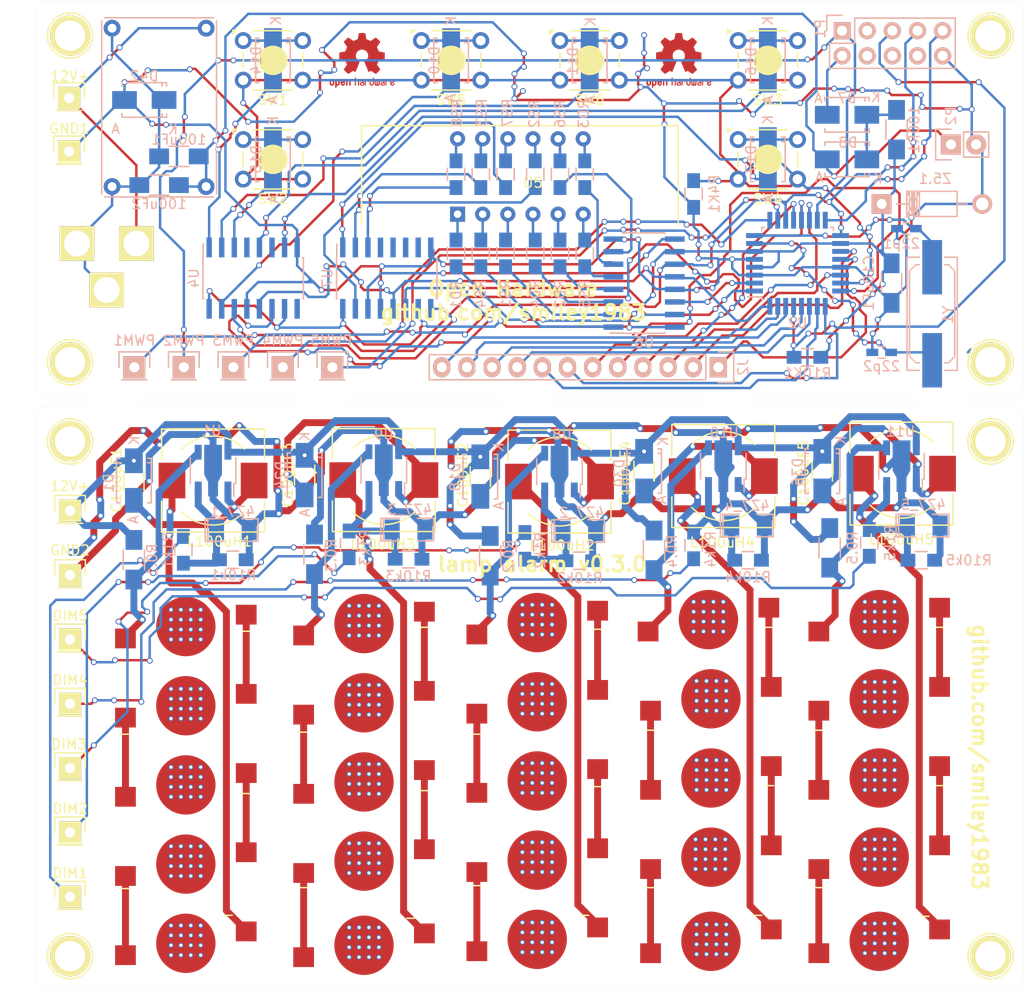
<source format=kicad_pcb>
(kicad_pcb (version 4) (host pcbnew 4.0.7)
  (layers (0 F.Cu signal) (31 B.Cu signal) (34 B.Paste user) (35 F.Paste user) (36 B.SilkS user) (37 F.SilkS user) (38 B.Mask user) (39 F.Mask user) (44 Edge.Cuts user))
  (net 0 "")
  (net 1 "Net-(4Z7_1-Pad1)")
  (net 2 GND)
  (net 3 "Net-(4Z7_2-Pad1)")
  (net 4 "Net-(4Z7_3-Pad1)")
  (net 5 "Net-(4Z7_4-Pad1)")
  (net 6 "Net-(4Z7_5-Pad1)")
  (net 7 /Power/V+)
  (net 8 /V+)
  (net 9 VCC)
  (net 10 "Net-(100R1-Pad2)")
  (net 11 /Sheet59CCFEA9/XTAL1)
  (net 12 /Sheet59CCFEA9/XTAL2)
  (net 13 "Net-(D1-Pad2)")
  (net 14 /LED/LED+)
  (net 15 "Net-(D2-Pad1)")
  (net 16 "Net-(D3-Pad1)")
  (net 17 "Net-(D4-Pad1)")
  (net 18 "Net-(D5-Pad1)")
  (net 19 /LED/LED-)
  (net 20 "Net-(D7-Pad2)")
  (net 21 /Sheet59CCFEA9/5V_IN)
  (net 22 "Net-(D10-Pad1)")
  (net 23 "Net-(D10-Pad2)")
  (net 24 "Net-(D11-Pad1)")
  (net 25 "Net-(D11-Pad2)")
  (net 26 "Net-(D12-Pad2)")
  (net 27 "Net-(D13-Pad2)")
  (net 28 "Net-(D14-Pad1)")
  (net 29 "Net-(D14-Pad2)")
  (net 30 "Net-(D15-Pad1)")
  (net 31 "Net-(D15-Pad2)")
  (net 32 "Net-(D16-Pad1)")
  (net 33 "Net-(D16-Pad2)")
  (net 34 "Net-(D17-Pad1)")
  (net 35 "Net-(D17-Pad2)")
  (net 36 "Net-(D18-Pad2)")
  (net 37 /sheet59D38E92/LED+)
  (net 38 "Net-(D19-Pad1)")
  (net 39 "Net-(D20-Pad1)")
  (net 40 "Net-(D21-Pad1)")
  (net 41 "Net-(D22-Pad1)")
  (net 42 /sheet59D38E92/LED-)
  (net 43 "Net-(D24-Pad2)")
  (net 44 /sheet59D39A20/LED+)
  (net 45 "Net-(D25-Pad1)")
  (net 46 "Net-(D26-Pad1)")
  (net 47 "Net-(D27-Pad1)")
  (net 48 "Net-(D28-Pad1)")
  (net 49 /sheet59D39A20/LED-)
  (net 50 "Net-(D30-Pad2)")
  (net 51 /sheet59D3A6ED/LED+)
  (net 52 "Net-(D31-Pad1)")
  (net 53 "Net-(D32-Pad1)")
  (net 54 "Net-(D33-Pad1)")
  (net 55 "Net-(D34-Pad1)")
  (net 56 /sheet59D3A6ED/LED-)
  (net 57 "Net-(D36-Pad2)")
  (net 58 /sheet59D3AE4B/LED+)
  (net 59 "Net-(D37-Pad1)")
  (net 60 "Net-(D38-Pad1)")
  (net 61 "Net-(D39-Pad1)")
  (net 62 "Net-(D40-Pad1)")
  (net 63 /sheet59D3AE4B/LED-)
  (net 64 /PWM0)
  (net 65 /PWM1)
  (net 66 /PWM2)
  (net 67 /PWM3)
  (net 68 /PWM4)
  (net 69 /Sheet59CCFEA9/PWM1)
  (net 70 "Net-(P1-Pad3)")
  (net 71 "Net-(P1-Pad4)")
  (net 72 /Sheet59CCFEA9/RST)
  (net 73 "Net-(P1-Pad6)")
  (net 74 /UI/CLOCK)
  (net 75 "Net-(P1-Pad8)")
  (net 76 /Sheet59CCFEA9/MISO)
  (net 77 /Sheet59CCFEA9/PWM0)
  (net 78 /Sheet59CCFEA9/PWM2)
  (net 79 /Sheet59CCFEA9/PWM3)
  (net 80 /Sheet59CCFEA9/PWM4)
  (net 81 /Sheet59CCFEA9/BTN)
  (net 82 "Net-(RD1-Pad1)")
  (net 83 /UI/sheet57CBF124/AA)
  (net 84 "Net-(RD2-Pad1)")
  (net 85 /UI/sheet57CBF124/AE)
  (net 86 "Net-(RD3-Pad1)")
  (net 87 /UI/sheet57CBF124/AG)
  (net 88 "Net-(RD4-Pad1)")
  (net 89 /UI/sheet57CBF124/AD)
  (net 90 "Net-(RS1-Pad1)")
  (net 91 /UI/sheet57CBF124/AC)
  (net 92 "Net-(RS2-Pad1)")
  (net 93 /UI/sheet57CBF124/BA)
  (net 94 "Net-(RS3-Pad1)")
  (net 95 /UI/sheet57CBF124/BC)
  (net 96 "Net-(RS4-Pad1)")
  (net 97 /UI/sheet57CBF124/AB)
  (net 98 "Net-(RS5-Pad1)")
  (net 99 /UI/sheet57CBF124/AF)
  (net 100 "Net-(RS6-Pad1)")
  (net 101 /UI/sheet57CBF124/AH)
  (net 102 "Net-(RS7-Pad1)")
  (net 103 /UI/sheet57CBF124/BB)
  (net 104 "Net-(RS8-Pad1)")
  (net 105 /UI/sheet57CBF124/BD)
  (net 106 /UI/SER_IN)
  (net 107 /Sheet59CCFEA9/PB0)
  (net 108 /Sheet59CCFEA9/SS)
  (net 109 /Sheet59CCFEA9/ADC6)
  (net 110 /Sheet59CCFEA9/AREF)
  (net 111 /Sheet59CCFEA9/ADC7)
  (net 112 /Sheet59CCFEA9/PC1)
  (net 113 /Sheet59CCFEA9/PC2)
  (net 114 /Sheet59CCFEA9/PC3)
  (net 115 /Sheet59CCFEA9/PC4)
  (net 116 /Sheet59CCFEA9/PC5)
  (net 117 /Sheet59CCFEA9/PD0)
  (net 118 /Sheet59CCFEA9/PD1)
  (net 119 /Sheet59CCFEA9/LATCH)
  (net 120 /UI/SER_OUT)
  (net 121 /UI/sheet57CBF124/SER_OUT)
  (net 122 "Net-(U6-Pad9)")
  (net 123 /UI/sheet57CBF124/BE)
  (net 124 /UI/sheet57CBF124/BF)
  (net 125 /UI/sheet57CBF124/BG)
  (net 126 /UI/sheet57CBF124/BH)
  (net 127 /HGND)
  (net 128 /HEAT)
  (net 129 /Power/GND_IN)
  (module smiley-library:3w_led (layer F.Cu) (at 45.2 109.2)
    (fp_text reference - (at 6 0.8) (layer F.SilkS))
    (fp_text value LED_PAD hide)
    (pad 3 smd circle (at 0 0) (size 6 6) (layers F.Cu F.Paste F.Mask) (net 128 /HEAT))
    (pad 2 smd rect (at -6.1 1.2) (size 2.1 2) (layers F.Cu F.Paste F.Mask) (net 16 "Net-(D3-Pad1)"))
    (pad 1 smd rect (at 6.1 -1.2) (size 2.1 2) (layers F.Cu F.Paste F.Mask) (net 17 "Net-(D4-Pad1)"))
    (pad 3 smd circle (at -1.5 -1.5) (size 1 1) (layers F.Cu F.Paste F.Mask) (net 128 /HEAT))
    (pad 3 smd circle (at -0.5 -1.5) (size 1 1) (layers F.Cu F.Paste F.Mask) (net 128 /HEAT))
    (pad 3 smd circle (at 0.5 -1.5) (size 1 1) (layers F.Cu F.Paste F.Mask) (net 128 /HEAT))
    (pad 3 smd circle (at 1.5 -1.5) (size 1 1) (layers F.Cu F.Paste F.Mask) (net 128 /HEAT))
    (pad 3 smd circle (at -1.5 -0.5) (size 1 1) (layers F.Cu F.Paste F.Mask) (net 128 /HEAT))
    (pad 3 smd circle (at -0.5 -0.5) (size 1 1) (layers F.Cu F.Paste F.Mask) (net 128 /HEAT))
    (pad 3 smd circle (at 0.5 -0.5) (size 1 1) (layers F.Cu F.Paste F.Mask) (net 128 /HEAT))
    (pad 3 smd circle (at 1.5 -0.5) (size 1 1) (layers F.Cu F.Paste F.Mask) (net 128 /HEAT))
    (pad 3 smd circle (at -1.5 0.5) (size 1 1) (layers F.Cu F.Paste F.Mask) (net 128 /HEAT))
    (pad 3 smd circle (at -0.5 0.5) (size 1 1) (layers F.Cu F.Paste F.Mask) (net 128 /HEAT))
    (pad 3 smd circle (at 0.5 0.5) (size 1 1) (layers F.Cu F.Paste F.Mask) (net 128 /HEAT))
    (pad 3 smd circle (at 1.5 0.5) (size 1 1) (layers F.Cu F.Paste F.Mask) (net 128 /HEAT))
    (pad 3 smd circle (at -1.5 1.5) (size 1 1) (layers F.Cu F.Paste F.Mask) (net 128 /HEAT))
    (pad 3 smd circle (at -0.5 1.5) (size 1 1) (layers F.Cu F.Paste F.Mask) (net 128 /HEAT))
    (pad 3 smd circle (at 0.5 1.5) (size 1 1) (layers F.Cu F.Paste F.Mask) (net 128 /HEAT))
    (pad 3 smd circle (at 1.5 1.5) (size 1 1) (layers F.Cu F.Paste F.Mask) (net 128 /HEAT))
  )
  (module smiley-library:SMD-1206_Pol (layer B.Cu) (at 49.95 83.45)
    (fp_text reference 4Z7_1 (at -0.05 -1.85) (layer B.SilkS) (effects (justify mirror)))
    (fp_text value D_Zener_Small hide)
    (pad 1 smd rect (at -1.651 0) (size 1.524 2.032) (layers B.Cu B.Paste B.Mask) (net 1 "Net-(4Z7_1-Pad1)"))
    (pad 2 smd rect (at 1.651 0) (size 1.524 2.032) (layers B.Cu B.Paste B.Mask) (net 127 /HGND))
  )
  (module smiley-library:SMD-1206_Pol (layer B.Cu) (at 84.95 83.55)
    (fp_text reference 4Z7_2 (at 0.25 -1.85) (layer B.SilkS) (effects (justify mirror)))
    (fp_text value D_Zener_Small hide)
    (pad 1 smd rect (at -1.651 0) (size 1.524 2.032) (layers B.Cu B.Paste B.Mask) (net 3 "Net-(4Z7_2-Pad1)"))
    (pad 2 smd rect (at 1.651 0) (size 1.524 2.032) (layers B.Cu B.Paste B.Mask) (net 127 /HGND))
  )
  (module smiley-library:SMD-1206_Pol (layer B.Cu) (at 67.7 83.4)
    (fp_text reference 4Z7_3 (at 0.1 -2) (layer B.SilkS) (effects (justify mirror)))
    (fp_text value D_Zener_Small hide)
    (pad 1 smd rect (at -1.651 0) (size 1.524 2.032) (layers B.Cu B.Paste B.Mask) (net 4 "Net-(4Z7_3-Pad1)"))
    (pad 2 smd rect (at 1.651 0) (size 1.524 2.032) (layers B.Cu B.Paste B.Mask) (net 127 /HGND))
  )
  (module smiley-library:SMD-1206_Pol (layer B.Cu) (at 102 83)
    (fp_text reference 4Z7_4 (at -0.1 -2) (layer B.SilkS) (effects (justify mirror)))
    (fp_text value D_Zener_Small hide)
    (pad 1 smd rect (at -1.651 0) (size 1.524 2.032) (layers B.Cu B.Paste B.Mask) (net 5 "Net-(4Z7_4-Pad1)"))
    (pad 2 smd rect (at 1.651 0) (size 1.524 2.032) (layers B.Cu B.Paste B.Mask) (net 127 /HGND))
  )
  (module smiley-library:SMD-1206_Pol (layer B.Cu) (at 119.75 83)
    (fp_text reference 4Z7_5 (at -0.05 -2.1) (layer B.SilkS) (effects (justify mirror)))
    (fp_text value D_Zener_Small hide)
    (pad 1 smd rect (at -1.651 0) (size 1.524 2.032) (layers B.Cu B.Paste B.Mask) (net 6 "Net-(4Z7_5-Pad1)"))
    (pad 2 smd rect (at 1.651 0) (size 1.524 2.032) (layers B.Cu B.Paste B.Mask) (net 127 /HGND))
  )
  (module Pin_Headers:Pin_Header_Straight_1x01 (layer F.Cu) (at 33.4 39.8)
    (fp_text reference 12V+ (at 0.1 -2.2) (layer F.SilkS))
    (fp_text value TEST_1P hide)
    (pad 1 thru_hole rect (at 0 0) (size 2.2352 2.2352) (drill 1.016) (layers *.Cu *.Mask F.SilkS) (net 7 /Power/V+))
  )
  (module Pin_Headers:Pin_Header_Straight_1x01 (layer F.Cu) (at 33.5 81.5)
    (fp_text reference 12V+ (at 0 -2.5) (layer F.SilkS))
    (fp_text value TEST_1P)
    (pad 1 thru_hole rect (at 0 0) (size 2.2352 2.2352) (drill 1.016) (layers *.Cu *.Mask F.SilkS) (net 8 /V+))
  )
  (module Resistors_SMD:R_1206_HandSoldering (layer B.Cu) (at 117 43 90)
    (fp_text reference 100R1 (at 0 1.8 90) (layer B.SilkS) (effects (justify mirror)))
    (fp_text value R)
    (pad 1 smd rect (at -2 0 90) (size 2 1.7) (layers B.Cu B.Paste B.Mask) (net 9 VCC))
    (pad 2 smd rect (at 2 0 90) (size 2 1.7) (layers B.Cu B.Paste B.Mask) (net 10 "Net-(100R1-Pad2)"))
  )
  (module Capacitors_SMD:C_0603_HandSoldering (layer B.Cu) (at 115.5 65.5)
    (fp_text reference 22p2 (at 0 1.4) (layer B.SilkS) (effects (justify mirror)))
    (fp_text value C_Small)
    (pad 1 smd rect (at -0.95 0) (size 1.2 0.75) (layers B.Cu B.Paste B.Mask) (net 2 GND))
    (pad 2 smd rect (at 0.95 0) (size 1.2 0.75) (layers B.Cu B.Paste B.Mask) (net 11 /Sheet59CCFEA9/XTAL1))
  )
  (module Capacitors_SMD:C_0603_HandSoldering (layer B.Cu) (at 118 53)
    (fp_text reference 22p1 (at -0.5 1.5) (layer B.SilkS) (effects (justify mirror)))
    (fp_text value C_Small)
    (pad 1 smd rect (at -0.95 0) (size 1.2 0.75) (layers B.Cu B.Paste B.Mask) (net 2 GND))
    (pad 2 smd rect (at 0.95 0) (size 1.2 0.75) (layers B.Cu B.Paste B.Mask) (net 12 /Sheet59CCFEA9/XTAL2))
  )
  (module Capacitors_SMD:C_1206_HandSoldering (layer B.Cu) (at 116.5 58.5 270)
    (fp_text reference C10uF1 (at 0 2.3 270) (layer B.SilkS) (effects (justify mirror)))
    (fp_text value C_Small)
    (pad 1 smd rect (at -2 0 270) (size 2 1.6) (layers B.Cu B.Paste B.Mask) (net 9 VCC))
    (pad 2 smd rect (at 2 0 270) (size 2 1.6) (layers B.Cu B.Paste B.Mask) (net 2 GND))
  )
  (module Capacitors_SMD:C_1206_HandSoldering (layer F.Cu) (at 39.95 78.45 270)
    (fp_text reference C100uF1 (at -0.05 1.75 270) (layer F.SilkS))
    (fp_text value C_Small)
    (pad 1 smd rect (at -2 0 270) (size 2 1.6) (layers F.Cu F.Paste F.Mask) (net 8 /V+))
    (pad 2 smd rect (at 2 0 270) (size 2 1.6) (layers F.Cu F.Paste F.Mask) (net 127 /HGND))
  )
  (module Capacitors_SMD:C_1206_HandSoldering (layer F.Cu) (at 74.95 78.05 270)
    (fp_text reference C100uF2 (at -0.15 1.75 270) (layer F.SilkS))
    (fp_text value C_Small)
    (pad 1 smd rect (at -2 0 270) (size 2 1.6) (layers F.Cu F.Paste F.Mask) (net 8 /V+))
    (pad 2 smd rect (at 2 0 270) (size 2 1.6) (layers F.Cu F.Paste F.Mask) (net 127 /HGND))
  )
  (module Capacitors_SMD:C_1206_HandSoldering (layer F.Cu) (at 57.2 77.9 270)
    (fp_text reference C100uF3 (at 0 1.7 270) (layer F.SilkS))
    (fp_text value C_Small)
    (pad 1 smd rect (at -2 0 270) (size 2 1.6) (layers F.Cu F.Paste F.Mask) (net 8 /V+))
    (pad 2 smd rect (at 2 0 270) (size 2 1.6) (layers F.Cu F.Paste F.Mask) (net 127 /HGND))
  )
  (module Capacitors_SMD:C_1206_HandSoldering (layer F.Cu) (at 91.5 77.5 270)
    (fp_text reference C100uF4 (at 0.2 1.9 270) (layer F.SilkS))
    (fp_text value C_Small)
    (pad 1 smd rect (at -2 0 270) (size 2 1.6) (layers F.Cu F.Paste F.Mask) (net 8 /V+))
    (pad 2 smd rect (at 2 0 270) (size 2 1.6) (layers F.Cu F.Paste F.Mask) (net 127 /HGND))
  )
  (module Capacitors_SMD:C_1206_HandSoldering (layer F.Cu) (at 109.5 77.5 270)
    (fp_text reference C100uF5 (at 0.2 1.9 270) (layer F.SilkS))
    (fp_text value C_Small)
    (pad 1 smd rect (at -2 0 270) (size 2 1.6) (layers F.Cu F.Paste F.Mask) (net 8 /V+))
    (pad 2 smd rect (at 2 0 270) (size 2 1.6) (layers F.Cu F.Paste F.Mask) (net 127 /HGND))
  )
  (module smiley-library:SMA_Standard_noadhesive (layer B.Cu) (at 39.95 78.45 270)
    (fp_text reference D1 (at 0.25 2.55 270) (layer B.SilkS) (effects (justify mirror)))
    (fp_text value D hide)
    (fp_text user K (at -4.05 -0.05 270) (layer B.SilkS) (effects (justify mirror)))
    (fp_text user A (at 3.95 0.05 270) (layer B.SilkS) (effects (justify mirror)))
    (pad 1 smd rect (at -1.99898 0 270) (size 2.49936 1.80086) (layers B.Cu B.Paste B.Mask) (net 8 /V+))
    (pad 2 smd rect (at 1.99898 0 270) (size 2.49936 1.80086) (layers B.Cu B.Paste B.Mask) (net 13 "Net-(D1-Pad2)"))
  )
  (module Diodes_ThroughHole:Diode_DO-41_SOD81_Horizontal_RM10 (layer B.Cu) (at 115.5 50.5)
    (fp_text reference Z5.1 (at 5.38734 -2.53746) (layer B.SilkS) (effects (justify mirror)))
    (fp_text value ZENER)
    (pad 2 thru_hole circle (at 10.16 0.00254 180) (size 1.99898 1.99898) (drill 1.27) (layers *.Cu *.Mask B.SilkS) (net 2 GND))
    (pad 1 thru_hole rect (at 0 0.00254 180) (size 1.99898 1.99898) (drill 1.00076) (layers *.Cu *.Mask B.SilkS) (net 9 VCC))
  )
  (module smiley-library:SMA_Standard_noadhesive (layer B.Cu) (at 112 41.5 180)
    (fp_text reference D7 (at 0 1.7 180) (layer B.SilkS) (effects (justify mirror)))
    (fp_text value D_Schottky_Small hide)
    (fp_text user K (at -2.9 1.8 180) (layer B.SilkS) (effects (justify mirror)))
    (fp_text user A (at 2.9 1.7 180) (layer B.SilkS) (effects (justify mirror)))
    (pad 1 smd rect (at -1.99898 0 180) (size 2.49936 1.80086) (layers B.Cu B.Paste B.Mask) (net 10 "Net-(100R1-Pad2)"))
    (pad 2 smd rect (at 1.99898 0 180) (size 2.49936 1.80086) (layers B.Cu B.Paste B.Mask) (net 20 "Net-(D7-Pad2)"))
  )
  (module smiley-library:SMA_Standard_noadhesive (layer B.Cu) (at 112 46 180)
    (fp_text reference D8 (at -0.1 1.7 180) (layer B.SilkS) (effects (justify mirror)))
    (fp_text value D_Schottky_Small hide)
    (fp_text user K (at -3.1 -1.9 180) (layer B.SilkS) (effects (justify mirror)))
    (fp_text user A (at 2.8 -1.8 180) (layer B.SilkS) (effects (justify mirror)))
    (pad 1 smd rect (at -1.99898 0 180) (size 2.49936 1.80086) (layers B.Cu B.Paste B.Mask) (net 10 "Net-(100R1-Pad2)"))
    (pad 2 smd rect (at 1.99898 0 180) (size 2.49936 1.80086) (layers B.Cu B.Paste B.Mask) (net 21 /Sheet59CCFEA9/5V_IN))
  )
  (module smiley-library:SMA_Standard_noadhesive (layer B.Cu) (at 72 36 270)
    (fp_text reference D10 (at 0 1.7 270) (layer B.SilkS) (effects (justify mirror)))
    (fp_text value D_Schottky_Small hide)
    (fp_text user K (at -4 0 270) (layer B.SilkS) (effects (justify mirror)))
    (fp_text user A (at 3.8 0.1 270) (layer B.SilkS) (effects (justify mirror)))
    (pad 1 smd rect (at -1.99898 0 270) (size 2.49936 1.80086) (layers B.Cu B.Paste B.Mask) (net 22 "Net-(D10-Pad1)"))
    (pad 2 smd rect (at 1.99898 0 270) (size 2.49936 1.80086) (layers B.Cu B.Paste B.Mask) (net 23 "Net-(D10-Pad2)"))
  )
  (module smiley-library:SMA_Standard_noadhesive (layer B.Cu) (at 86 36 270)
    (fp_text reference D11 (at 0.1 1.7 270) (layer B.SilkS) (effects (justify mirror)))
    (fp_text value D_Schottky_Small hide)
    (fp_text user K (at -3.9 -0.1 270) (layer B.SilkS) (effects (justify mirror)))
    (fp_text user A (at 4 0 270) (layer B.SilkS) (effects (justify mirror)))
    (pad 1 smd rect (at -1.99898 0 270) (size 2.49936 1.80086) (layers B.Cu B.Paste B.Mask) (net 24 "Net-(D11-Pad1)"))
    (pad 2 smd rect (at 1.99898 0 270) (size 2.49936 1.80086) (layers B.Cu B.Paste B.Mask) (net 25 "Net-(D11-Pad2)"))
  )
  (module smiley-library:SMA_Standard_noadhesive (layer B.Cu) (at 54 36 270)
    (fp_text reference D14 (at 0 1.7 270) (layer B.SilkS) (effects (justify mirror)))
    (fp_text value D_Schottky_Small hide)
    (fp_text user K (at -4 -0.3 270) (layer B.SilkS) (effects (justify mirror)))
    (fp_text user A (at 4 0.1 270) (layer B.SilkS) (effects (justify mirror)))
    (pad 1 smd rect (at -1.99898 0 270) (size 2.49936 1.80086) (layers B.Cu B.Paste B.Mask) (net 28 "Net-(D14-Pad1)"))
    (pad 2 smd rect (at 1.99898 0 270) (size 2.49936 1.80086) (layers B.Cu B.Paste B.Mask) (net 29 "Net-(D14-Pad2)"))
  )
  (module smiley-library:SMA_Standard_noadhesive (layer B.Cu) (at 54 46 270)
    (fp_text reference D15 (at 0 1.7 270) (layer B.SilkS) (effects (justify mirror)))
    (fp_text value D_Schottky_Small hide)
    (fp_text user K (at -3.9 0 270) (layer B.SilkS) (effects (justify mirror)))
    (fp_text user A (at 4 0 270) (layer B.SilkS) (effects (justify mirror)))
    (pad 1 smd rect (at -1.99898 0 270) (size 2.49936 1.80086) (layers B.Cu B.Paste B.Mask) (net 30 "Net-(D15-Pad1)"))
    (pad 2 smd rect (at 1.99898 0 270) (size 2.49936 1.80086) (layers B.Cu B.Paste B.Mask) (net 31 "Net-(D15-Pad2)"))
  )
  (module smiley-library:SMA_Standard_noadhesive (layer B.Cu) (at 104 36 270)
    (fp_text reference D16 (at 0.1 1.7 270) (layer B.SilkS) (effects (justify mirror)))
    (fp_text value D_Schottky_Small hide)
    (fp_text user K (at -4 0 270) (layer B.SilkS) (effects (justify mirror)))
    (fp_text user A (at 4 0 270) (layer B.SilkS) (effects (justify mirror)))
    (pad 1 smd rect (at -1.99898 0 270) (size 2.49936 1.80086) (layers B.Cu B.Paste B.Mask) (net 32 "Net-(D16-Pad1)"))
    (pad 2 smd rect (at 1.99898 0 270) (size 2.49936 1.80086) (layers B.Cu B.Paste B.Mask) (net 33 "Net-(D16-Pad2)"))
  )
  (module smiley-library:SMA_Standard_noadhesive (layer B.Cu) (at 104 46 270)
    (fp_text reference D17 (at 0 1.7 270) (layer B.SilkS) (effects (justify mirror)))
    (fp_text value D_Schottky_Small hide)
    (fp_text user K (at -4 0 270) (layer B.SilkS) (effects (justify mirror)))
    (fp_text user A (at 4 0 270) (layer B.SilkS) (effects (justify mirror)))
    (pad 1 smd rect (at -1.99898 0 270) (size 2.49936 1.80086) (layers B.Cu B.Paste B.Mask) (net 34 "Net-(D17-Pad1)"))
    (pad 2 smd rect (at 1.99898 0 270) (size 2.49936 1.80086) (layers B.Cu B.Paste B.Mask) (net 35 "Net-(D17-Pad2)"))
  )
  (module smiley-library:SMA_Standard_noadhesive (layer B.Cu) (at 74.95 78.05 270)
    (fp_text reference D18 (at 0.05 2.55 270) (layer B.SilkS) (effects (justify mirror)))
    (fp_text value D hide)
    (fp_text user K (at -2.95 -1.85 270) (layer B.SilkS) (effects (justify mirror)))
    (fp_text user A (at 2.95 -1.85 270) (layer B.SilkS) (effects (justify mirror)))
    (pad 1 smd rect (at -1.99898 0 270) (size 2.49936 1.80086) (layers B.Cu B.Paste B.Mask) (net 8 /V+))
    (pad 2 smd rect (at 1.99898 0 270) (size 2.49936 1.80086) (layers B.Cu B.Paste B.Mask) (net 36 "Net-(D18-Pad2)"))
  )
  (module smiley-library:SMA_Standard_noadhesive (layer B.Cu) (at 57.2 77.9 270)
    (fp_text reference D24 (at 0 2.4 270) (layer B.SilkS) (effects (justify mirror)))
    (fp_text value D hide)
    (fp_text user K (at -3.9 0 270) (layer B.SilkS) (effects (justify mirror)))
    (fp_text user A (at 3.8 0 270) (layer B.SilkS) (effects (justify mirror)))
    (pad 1 smd rect (at -1.99898 0 270) (size 2.49936 1.80086) (layers B.Cu B.Paste B.Mask) (net 8 /V+))
    (pad 2 smd rect (at 1.99898 0 270) (size 2.49936 1.80086) (layers B.Cu B.Paste B.Mask) (net 43 "Net-(D24-Pad2)"))
  )
  (module smiley-library:SMA_Standard_noadhesive (layer B.Cu) (at 91.5 77.5 270)
    (fp_text reference D30 (at 0.2 2.5 270) (layer B.SilkS) (effects (justify mirror)))
    (fp_text value D hide)
    (fp_text user K (at -3 -1.9 270) (layer B.SilkS) (effects (justify mirror)))
    (fp_text user A (at 2.9 -1.7 270) (layer B.SilkS) (effects (justify mirror)))
    (pad 1 smd rect (at -1.99898 0 270) (size 2.49936 1.80086) (layers B.Cu B.Paste B.Mask) (net 8 /V+))
    (pad 2 smd rect (at 1.99898 0 270) (size 2.49936 1.80086) (layers B.Cu B.Paste B.Mask) (net 50 "Net-(D30-Pad2)"))
  )
  (module smiley-library:SMA_Standard_noadhesive (layer B.Cu) (at 109.5 77.5 270)
    (fp_text reference D36 (at 0.1 2.5 270) (layer B.SilkS) (effects (justify mirror)))
    (fp_text value D hide)
    (fp_text user K (at -3.1 -1.9 270) (layer B.SilkS) (effects (justify mirror)))
    (fp_text user A (at 3.1 -1.9 270) (layer B.SilkS) (effects (justify mirror)))
    (pad 1 smd rect (at -1.99898 0 270) (size 2.49936 1.80086) (layers B.Cu B.Paste B.Mask) (net 8 /V+))
    (pad 2 smd rect (at 1.99898 0 270) (size 2.49936 1.80086) (layers B.Cu B.Paste B.Mask) (net 57 "Net-(D36-Pad2)"))
  )
  (module Pin_Headers:Pin_Header_Straight_1x01 (layer F.Cu) (at 33.5 120.5)
    (fp_text reference DIM1 (at 0 -2.4) (layer F.SilkS))
    (fp_text value TEST_1P)
    (pad 1 thru_hole rect (at 0 0) (size 2.2352 2.2352) (drill 1.016) (layers *.Cu *.Mask F.SilkS) (net 64 /PWM0))
  )
  (module Pin_Headers:Pin_Header_Straight_1x01 (layer F.Cu) (at 33.5 114)
    (fp_text reference DIM2 (at 0 -2.4) (layer F.SilkS))
    (fp_text value TEST_1P)
    (pad 1 thru_hole rect (at 0 0) (size 2.2352 2.2352) (drill 1.016) (layers *.Cu *.Mask F.SilkS) (net 65 /PWM1))
  )
  (module Pin_Headers:Pin_Header_Straight_1x01 (layer F.Cu) (at 33.5 107.5)
    (fp_text reference DIM3 (at -0.1 -2.4) (layer F.SilkS))
    (fp_text value TEST_1P)
    (pad 1 thru_hole rect (at 0 0) (size 2.2352 2.2352) (drill 1.016) (layers *.Cu *.Mask F.SilkS) (net 66 /PWM2))
  )
  (module Pin_Headers:Pin_Header_Straight_1x01 (layer F.Cu) (at 33.5 101)
    (fp_text reference DIM4 (at 0 -2.4) (layer F.SilkS))
    (fp_text value TEST_1P)
    (pad 1 thru_hole rect (at 0 0) (size 2.2352 2.2352) (drill 1.016) (layers *.Cu *.Mask F.SilkS) (net 67 /PWM3))
  )
  (module Pin_Headers:Pin_Header_Straight_1x01 (layer F.Cu) (at 33.5 94.5)
    (fp_text reference DIM5 (at 0 -2.4) (layer F.SilkS))
    (fp_text value TEST_1P)
    (pad 1 thru_hole rect (at 0 0) (size 2.2352 2.2352) (drill 1.016) (layers *.Cu *.Mask F.SilkS) (net 68 /PWM4))
  )
  (module Pin_Headers:Pin_Header_Straight_1x01 (layer F.Cu) (at 33.4 45.2)
    (fp_text reference GND1 (at 0 -2.3) (layer F.SilkS))
    (fp_text value TEST_1P hide)
    (pad 1 thru_hole rect (at 0 0) (size 2.2352 2.2352) (drill 1.016) (layers *.Cu *.Mask F.SilkS) (net 2 GND))
  )
  (module Pin_Headers:Pin_Header_Straight_1x01 (layer F.Cu) (at 33.5 88)
    (fp_text reference GND2 (at 0 -2.5) (layer F.SilkS))
    (fp_text value TEST_1P)
    (pad 1 thru_hole rect (at 0 0) (size 2.2352 2.2352) (drill 1.016) (layers *.Cu *.Mask F.SilkS) (net 127 /HGND))
  )
  (module smiley-library:BARREL_JACK_nosilk (layer F.Cu) (at 34 54.5)
    (fp_text reference J1 hide)
    (fp_text value Barrel_Jack hide)
    (pad 1 thru_hole rect (at 6.20014 0) (size 3.50012 3.50012) (drill 2.6) (layers *.Cu *.Mask F.SilkS) (net 7 /Power/V+))
    (pad 2 thru_hole rect (at 0.20066 0) (size 3.50012 3.50012) (drill 2.6) (layers *.Cu *.Mask F.SilkS) (net 129 /Power/GND_IN))
    (pad 3 thru_hole rect (at 3.2004 4.699) (size 3.50012 3.50012) (drill 2.6) (layers *.Cu *.Mask F.SilkS) (net 129 /Power/GND_IN))
  )
  (module Pin_Headers:Pin_Header_Straight_1x12 (layer B.Cu) (at 99 67 90)
    (fp_text reference J2 (at 0 2.5 90) (layer B.SilkS) (effects (justify mirror)))
    (fp_text value Conn_01x12)
    (pad 1 thru_hole rect (at 0 0 90) (size 2.032 1.7272) (drill 1.016) (layers *.Cu *.Mask B.SilkS) (net 110 /Sheet59CCFEA9/AREF))
    (pad 2 thru_hole oval (at 0 -2.54 90) (size 2.032 1.7272) (drill 1.016) (layers *.Cu *.Mask B.SilkS) (net 109 /Sheet59CCFEA9/ADC6))
    (pad 3 thru_hole oval (at 0 -5.08 90) (size 2.032 1.7272) (drill 1.016) (layers *.Cu *.Mask B.SilkS) (net 111 /Sheet59CCFEA9/ADC7))
    (pad 4 thru_hole oval (at 0 -7.62 90) (size 2.032 1.7272) (drill 1.016) (layers *.Cu *.Mask B.SilkS) (net 107 /Sheet59CCFEA9/PB0))
    (pad 5 thru_hole oval (at 0 -10.16 90) (size 2.032 1.7272) (drill 1.016) (layers *.Cu *.Mask B.SilkS) (net 108 /Sheet59CCFEA9/SS))
    (pad 6 thru_hole oval (at 0 -12.7 90) (size 2.032 1.7272) (drill 1.016) (layers *.Cu *.Mask B.SilkS) (net 112 /Sheet59CCFEA9/PC1))
    (pad 7 thru_hole oval (at 0 -15.24 90) (size 2.032 1.7272) (drill 1.016) (layers *.Cu *.Mask B.SilkS) (net 113 /Sheet59CCFEA9/PC2))
    (pad 8 thru_hole oval (at 0 -17.78 90) (size 2.032 1.7272) (drill 1.016) (layers *.Cu *.Mask B.SilkS) (net 114 /Sheet59CCFEA9/PC3))
    (pad 9 thru_hole oval (at 0 -20.32 90) (size 2.032 1.7272) (drill 1.016) (layers *.Cu *.Mask B.SilkS) (net 115 /Sheet59CCFEA9/PC4))
    (pad 10 thru_hole oval (at 0 -22.86 90) (size 2.032 1.7272) (drill 1.016) (layers *.Cu *.Mask B.SilkS) (net 116 /Sheet59CCFEA9/PC5))
    (pad 11 thru_hole oval (at 0 -25.4 90) (size 2.032 1.7272) (drill 1.016) (layers *.Cu *.Mask B.SilkS) (net 117 /Sheet59CCFEA9/PD0))
    (pad 12 thru_hole oval (at 0 -27.94 90) (size 2.032 1.7272) (drill 1.016) (layers *.Cu *.Mask B.SilkS) (net 118 /Sheet59CCFEA9/PD1))
  )
  (module Choke_SMD:Choke_SMD_10.4x10.4_H4.8 (layer F.Cu) (at 47.95 78.45)
    (fp_text reference L100uH1 (at 0.65 6.15) (layer F.SilkS))
    (fp_text value L)
    (pad 1 smd rect (at -4.15 0) (size 2.7 3.6) (layers F.Cu F.Paste F.Mask) (net 19 /LED/LED-))
    (pad 2 smd rect (at 4.15 0) (size 2.7 3.6) (layers F.Cu F.Paste F.Mask) (net 13 "Net-(D1-Pad2)"))
  )
  (module Choke_SMD:Choke_SMD_10.4x10.4_H4.8 (layer F.Cu) (at 82.95 78.55)
    (fp_text reference L100uH2 (at 0.25 6.45) (layer F.SilkS))
    (fp_text value L)
    (pad 1 smd rect (at -4.15 0) (size 2.7 3.6) (layers F.Cu F.Paste F.Mask) (net 42 /sheet59D38E92/LED-))
    (pad 2 smd rect (at 4.15 0) (size 2.7 3.6) (layers F.Cu F.Paste F.Mask) (net 36 "Net-(D18-Pad2)"))
  )
  (module Choke_SMD:Choke_SMD_10.4x10.4_H4.8 (layer F.Cu) (at 65.2 78.4)
    (fp_text reference L100uH3 (at -0.1 6.5) (layer F.SilkS))
    (fp_text value L)
    (pad 1 smd rect (at -4.15 0) (size 2.7 3.6) (layers F.Cu F.Paste F.Mask) (net 49 /sheet59D39A20/LED-))
    (pad 2 smd rect (at 4.15 0) (size 2.7 3.6) (layers F.Cu F.Paste F.Mask) (net 43 "Net-(D24-Pad2)"))
  )
  (module Choke_SMD:Choke_SMD_10.4x10.4_H4.8 (layer F.Cu) (at 99.5 78)
    (fp_text reference L100uH4 (at -0.1 6.7) (layer F.SilkS))
    (fp_text value L)
    (pad 1 smd rect (at -4.15 0) (size 2.7 3.6) (layers F.Cu F.Paste F.Mask) (net 56 /sheet59D3A6ED/LED-))
    (pad 2 smd rect (at 4.15 0) (size 2.7 3.6) (layers F.Cu F.Paste F.Mask) (net 50 "Net-(D30-Pad2)"))
  )
  (module Choke_SMD:Choke_SMD_10.4x10.4_H4.8 (layer F.Cu) (at 117.5 77.75)
    (fp_text reference L100uH5 (at 0 6.65) (layer F.SilkS))
    (fp_text value L)
    (pad 1 smd rect (at -4.15 0) (size 2.7 3.6) (layers F.Cu F.Paste F.Mask) (net 63 /sheet59D3AE4B/LED-))
    (pad 2 smd rect (at 4.15 0) (size 2.7 3.6) (layers F.Cu F.Paste F.Mask) (net 57 "Net-(D36-Pad2)"))
  )
  (module Pin_Headers:Pin_Header_Straight_2x05 (layer B.Cu) (at 111.5 33 270)
    (fp_text reference P1 (at -0.2 2.2 270) (layer B.SilkS) (effects (justify mirror)))
    (fp_text value CONN_02X05 hide)
    (pad 1 thru_hole rect (at 0 0 270) (size 1.7272 1.7272) (drill 1.016) (layers *.Cu *.Mask B.SilkS) (net 69 /Sheet59CCFEA9/PWM1))
    (pad 2 thru_hole oval (at 2.54 0 270) (size 1.7272 1.7272) (drill 1.016) (layers *.Cu *.Mask B.SilkS) (net 20 "Net-(D7-Pad2)"))
    (pad 3 thru_hole oval (at 0 -2.54 270) (size 1.7272 1.7272) (drill 1.016) (layers *.Cu *.Mask B.SilkS) (net 70 "Net-(P1-Pad3)"))
    (pad 4 thru_hole oval (at 2.54 -2.54 270) (size 1.7272 1.7272) (drill 1.016) (layers *.Cu *.Mask B.SilkS) (net 71 "Net-(P1-Pad4)"))
    (pad 5 thru_hole oval (at 0 -5.08 270) (size 1.7272 1.7272) (drill 1.016) (layers *.Cu *.Mask B.SilkS) (net 72 /Sheet59CCFEA9/RST))
    (pad 6 thru_hole oval (at 2.54 -5.08 270) (size 1.7272 1.7272) (drill 1.016) (layers *.Cu *.Mask B.SilkS) (net 73 "Net-(P1-Pad6)"))
    (pad 7 thru_hole oval (at 0 -7.62 270) (size 1.7272 1.7272) (drill 1.016) (layers *.Cu *.Mask B.SilkS) (net 74 /UI/CLOCK))
    (pad 8 thru_hole oval (at 2.54 -7.62 270) (size 1.7272 1.7272) (drill 1.016) (layers *.Cu *.Mask B.SilkS) (net 75 "Net-(P1-Pad8)"))
    (pad 9 thru_hole oval (at 0 -10.16 270) (size 1.7272 1.7272) (drill 1.016) (layers *.Cu *.Mask B.SilkS) (net 76 /Sheet59CCFEA9/MISO))
    (pad 10 thru_hole oval (at 2.54 -10.16 270) (size 1.7272 1.7272) (drill 1.016) (layers *.Cu *.Mask B.SilkS) (net 2 GND))
  )
  (module Pin_Headers:Pin_Header_Straight_1x02 (layer B.Cu) (at 122.5 44.5 270)
    (fp_text reference P2 (at -2.9 0 270) (layer B.SilkS) (effects (justify mirror)))
    (fp_text value CONN_01X02 hide)
    (pad 1 thru_hole rect (at 0 0 270) (size 2.032 2.032) (drill 1.016) (layers *.Cu *.Mask B.SilkS) (net 21 /Sheet59CCFEA9/5V_IN))
    (pad 2 thru_hole oval (at 0 -2.54 270) (size 2.032 2.032) (drill 1.016) (layers *.Cu *.Mask B.SilkS) (net 2 GND))
  )
  (module Pin_Headers:Pin_Header_Straight_1x01 (layer B.Cu) (at 40 67 180)
    (fp_text reference PWM1 (at 0 2.7 180) (layer B.SilkS) (effects (justify mirror)))
    (fp_text value TEST_1P)
    (pad 1 thru_hole rect (at 0 0 180) (size 2.2352 2.2352) (drill 1.016) (layers *.Cu *.Mask B.SilkS) (net 77 /Sheet59CCFEA9/PWM0))
  )
  (module Pin_Headers:Pin_Header_Straight_1x01 (layer B.Cu) (at 45 67 180)
    (fp_text reference PWM2 (at 0 2.7 180) (layer B.SilkS) (effects (justify mirror)))
    (fp_text value TEST_1P)
    (pad 1 thru_hole rect (at 0 0 180) (size 2.2352 2.2352) (drill 1.016) (layers *.Cu *.Mask B.SilkS) (net 69 /Sheet59CCFEA9/PWM1))
  )
  (module Pin_Headers:Pin_Header_Straight_1x01 (layer B.Cu) (at 50 67 180)
    (fp_text reference PWM3 (at 0 2.7 180) (layer B.SilkS) (effects (justify mirror)))
    (fp_text value TEST_1P)
    (pad 1 thru_hole rect (at 0 0 180) (size 2.2352 2.2352) (drill 1.016) (layers *.Cu *.Mask B.SilkS) (net 78 /Sheet59CCFEA9/PWM2))
  )
  (module Pin_Headers:Pin_Header_Straight_1x01 (layer B.Cu) (at 55 67 180)
    (fp_text reference PWM4 (at 0 2.7 180) (layer B.SilkS) (effects (justify mirror)))
    (fp_text value TEST_1P)
    (pad 1 thru_hole rect (at 0 0 180) (size 2.2352 2.2352) (drill 1.016) (layers *.Cu *.Mask B.SilkS) (net 79 /Sheet59CCFEA9/PWM3))
  )
  (module Pin_Headers:Pin_Header_Straight_1x01 (layer B.Cu) (at 60 67 180)
    (fp_text reference PWM5 (at 0.1 2.7 180) (layer B.SilkS) (effects (justify mirror)))
    (fp_text value TEST_1P)
    (pad 1 thru_hole rect (at 0 0 180) (size 2.2352 2.2352) (drill 1.016) (layers *.Cu *.Mask B.SilkS) (net 80 /Sheet59CCFEA9/PWM4))
  )
  (module Resistors_SMD:R_1206_HandSoldering (layer B.Cu) (at 39.95 86.45 90)
    (fp_text reference R0.1 (at -0.05 1.85 90) (layer B.SilkS) (effects (justify mirror)))
    (fp_text value R)
    (pad 1 smd rect (at -2 0 90) (size 2 1.7) (layers B.Cu B.Paste B.Mask) (net 14 /LED/LED+))
    (pad 2 smd rect (at 2 0 90) (size 2 1.7) (layers B.Cu B.Paste B.Mask) (net 8 /V+))
  )
  (module Resistors_SMD:R_1206_HandSoldering (layer B.Cu) (at 75.95 86.05 90)
    (fp_text reference R0.2 (at -0.05 1.85 90) (layer B.SilkS) (effects (justify mirror)))
    (fp_text value R)
    (pad 1 smd rect (at -2 0 90) (size 2 1.7) (layers B.Cu B.Paste B.Mask) (net 37 /sheet59D38E92/LED+))
    (pad 2 smd rect (at 2 0 90) (size 2 1.7) (layers B.Cu B.Paste B.Mask) (net 8 /V+))
  )
  (module Resistors_SMD:R_1206_HandSoldering (layer B.Cu) (at 58.2 85.9 90)
    (fp_text reference R0.3 (at -0.1 1.7 90) (layer B.SilkS) (effects (justify mirror)))
    (fp_text value R)
    (pad 1 smd rect (at -2 0 90) (size 2 1.7) (layers B.Cu B.Paste B.Mask) (net 44 /sheet59D39A20/LED+))
    (pad 2 smd rect (at 2 0 90) (size 2 1.7) (layers B.Cu B.Paste B.Mask) (net 8 /V+))
  )
  (module Resistors_SMD:R_1206_HandSoldering (layer B.Cu) (at 92.5 85.5 90)
    (fp_text reference R0.4 (at -0.1 1.8 90) (layer B.SilkS) (effects (justify mirror)))
    (fp_text value R)
    (pad 1 smd rect (at -2 0 90) (size 2 1.7) (layers B.Cu B.Paste B.Mask) (net 51 /sheet59D3A6ED/LED+))
    (pad 2 smd rect (at 2 0 90) (size 2 1.7) (layers B.Cu B.Paste B.Mask) (net 8 /V+))
  )
  (module Resistors_SMD:R_1206_HandSoldering (layer B.Cu) (at 110.25 85.25 90)
    (fp_text reference R0.5 (at 0 2.3 90) (layer B.SilkS) (effects (justify mirror)))
    (fp_text value R)
    (pad 1 smd rect (at -2 0 90) (size 2 1.7) (layers B.Cu B.Paste B.Mask) (net 58 /sheet59D3AE4B/LED+))
    (pad 2 smd rect (at 2 0 90) (size 2 1.7) (layers B.Cu B.Paste B.Mask) (net 8 /V+))
  )
  (module Resistors_SMD:R_0805_HandSoldering (layer B.Cu) (at 44.95 85.45 270)
    (fp_text reference R1k1 (at 0.05 1.55 270) (layer B.SilkS) (effects (justify mirror)))
    (fp_text value R)
    (pad 1 smd rect (at -1.35 0 270) (size 1.5 1.3) (layers B.Cu B.Paste B.Mask) (net 64 /PWM0))
    (pad 2 smd rect (at 1.35 0 270) (size 1.5 1.3) (layers B.Cu B.Paste B.Mask) (net 1 "Net-(4Z7_1-Pad1)"))
  )
  (module Resistors_SMD:R_0805_HandSoldering (layer B.Cu) (at 79.45 85.05 270)
    (fp_text reference R1k2 (at 0.45 -1.55 270) (layer B.SilkS) (effects (justify mirror)))
    (fp_text value R)
    (pad 1 smd rect (at -1.35 0 270) (size 1.5 1.3) (layers B.Cu B.Paste B.Mask) (net 66 /PWM2))
    (pad 2 smd rect (at 1.35 0 270) (size 1.5 1.3) (layers B.Cu B.Paste B.Mask) (net 3 "Net-(4Z7_2-Pad1)"))
  )
  (module Resistors_SMD:R_0805_HandSoldering (layer B.Cu) (at 61.7 84.9 90)
    (fp_text reference R1k3 (at -0.3 1.6 90) (layer B.SilkS) (effects (justify mirror)))
    (fp_text value R)
    (pad 1 smd rect (at -1.35 0 90) (size 1.5 1.3) (layers B.Cu B.Paste B.Mask) (net 65 /PWM1))
    (pad 2 smd rect (at 1.35 0 90) (size 1.5 1.3) (layers B.Cu B.Paste B.Mask) (net 4 "Net-(4Z7_3-Pad1)"))
  )
  (module Resistors_SMD:R_0805_HandSoldering (layer B.Cu) (at 96.5 85 90)
    (fp_text reference R1k4 (at -0.4 1.7 90) (layer B.SilkS) (effects (justify mirror)))
    (fp_text value R)
    (pad 1 smd rect (at -1.35 0 90) (size 1.5 1.3) (layers B.Cu B.Paste B.Mask) (net 67 /PWM3))
    (pad 2 smd rect (at 1.35 0 90) (size 1.5 1.3) (layers B.Cu B.Paste B.Mask) (net 5 "Net-(4Z7_4-Pad1)"))
  )
  (module Resistors_SMD:R_0805_HandSoldering (layer B.Cu) (at 114.25 84.75 90)
    (fp_text reference R1k5 (at 0 2.1 90) (layer B.SilkS) (effects (justify mirror)))
    (fp_text value R)
    (pad 1 smd rect (at -1.35 0 90) (size 1.5 1.3) (layers B.Cu B.Paste B.Mask) (net 68 /PWM4))
    (pad 2 smd rect (at 1.35 0 90) (size 1.5 1.3) (layers B.Cu B.Paste B.Mask) (net 6 "Net-(4Z7_5-Pad1)"))
  )
  (module Resistors_SMD:R_0805_HandSoldering (layer B.Cu) (at 96.5 49.5 90)
    (fp_text reference R4K1 (at 0 2.1 90) (layer B.SilkS) (effects (justify mirror)))
    (fp_text value R)
    (pad 1 smd rect (at -1.35 0 90) (size 1.5 1.3) (layers B.Cu B.Paste B.Mask) (net 2 GND))
    (pad 2 smd rect (at 1.35 0 90) (size 1.5 1.3) (layers B.Cu B.Paste B.Mask) (net 81 /Sheet59CCFEA9/BTN))
  )
  (module Resistors_SMD:R_0805_HandSoldering (layer B.Cu) (at 49.95 86.45)
    (fp_text reference R10k1 (at 0.05 1.55) (layer B.SilkS) (effects (justify mirror)))
    (fp_text value R)
    (pad 1 smd rect (at -1.35 0) (size 1.5 1.3) (layers B.Cu B.Paste B.Mask) (net 1 "Net-(4Z7_1-Pad1)"))
    (pad 2 smd rect (at 1.35 0) (size 1.5 1.3) (layers B.Cu B.Paste B.Mask) (net 127 /HGND))
  )
  (module Resistors_SMD:R_0805_HandSoldering (layer B.Cu) (at 108 66)
    (fp_text reference R10K1 (at 0 1.6) (layer B.SilkS) (effects (justify mirror)))
    (fp_text value R)
    (pad 1 smd rect (at -1.35 0) (size 1.5 1.3) (layers B.Cu B.Paste B.Mask) (net 72 /Sheet59CCFEA9/RST))
    (pad 2 smd rect (at 1.35 0) (size 1.5 1.3) (layers B.Cu B.Paste B.Mask) (net 9 VCC))
  )
  (module Resistors_SMD:R_0805_HandSoldering (layer B.Cu) (at 84.95 86.55)
    (fp_text reference R10k2 (at 0.05 1.75) (layer B.SilkS) (effects (justify mirror)))
    (fp_text value R)
    (pad 1 smd rect (at -1.35 0) (size 1.5 1.3) (layers B.Cu B.Paste B.Mask) (net 3 "Net-(4Z7_2-Pad1)"))
    (pad 2 smd rect (at 1.35 0) (size 1.5 1.3) (layers B.Cu B.Paste B.Mask) (net 127 /HGND))
  )
  (module Resistors_SMD:R_0805_HandSoldering (layer B.Cu) (at 67.7 86.4)
    (fp_text reference R10k3 (at 0 1.7) (layer B.SilkS) (effects (justify mirror)))
    (fp_text value R)
    (pad 1 smd rect (at -1.35 0) (size 1.5 1.3) (layers B.Cu B.Paste B.Mask) (net 4 "Net-(4Z7_3-Pad1)"))
    (pad 2 smd rect (at 1.35 0) (size 1.5 1.3) (layers B.Cu B.Paste B.Mask) (net 127 /HGND))
  )
  (module Resistors_SMD:R_0805_HandSoldering (layer B.Cu) (at 102 86.5)
    (fp_text reference R10k4 (at 0 1.7) (layer B.SilkS) (effects (justify mirror)))
    (fp_text value R)
    (pad 1 smd rect (at -1.35 0) (size 1.5 1.3) (layers B.Cu B.Paste B.Mask) (net 5 "Net-(4Z7_4-Pad1)"))
    (pad 2 smd rect (at 1.35 0) (size 1.5 1.3) (layers B.Cu B.Paste B.Mask) (net 127 /HGND))
  )
  (module Resistors_SMD:R_0805_HandSoldering (layer B.Cu) (at 119.5 86.5)
    (fp_text reference R10k5 (at 4.8 0) (layer B.SilkS) (effects (justify mirror)))
    (fp_text value R)
    (pad 1 smd rect (at -1.35 0) (size 1.5 1.3) (layers B.Cu B.Paste B.Mask) (net 6 "Net-(4Z7_5-Pad1)"))
    (pad 2 smd rect (at 1.35 0) (size 1.5 1.3) (layers B.Cu B.Paste B.Mask) (net 127 /HGND))
  )
  (module Resistors_SMD:R_0805_HandSoldering (layer B.Cu) (at 72.5 55.5 270)
    (fp_text reference RD1 (at 4.2 0 270) (layer B.SilkS) (effects (justify mirror)))
    (fp_text value R hide)
    (pad 1 smd rect (at -1.35 0 270) (size 1.5 1.3) (layers B.Cu B.Paste B.Mask) (net 82 "Net-(RD1-Pad1)"))
    (pad 2 smd rect (at 1.35 0 270) (size 1.5 1.3) (layers B.Cu B.Paste B.Mask) (net 83 /UI/sheet57CBF124/AA))
  )
  (module Resistors_SMD:R_0805_HandSoldering (layer B.Cu) (at 83 55.5 270)
    (fp_text reference RD2 (at 4.1 0 270) (layer B.SilkS) (effects (justify mirror)))
    (fp_text value R hide)
    (pad 1 smd rect (at -1.35 0 270) (size 1.5 1.3) (layers B.Cu B.Paste B.Mask) (net 84 "Net-(RD2-Pad1)"))
    (pad 2 smd rect (at 1.35 0 270) (size 1.5 1.3) (layers B.Cu B.Paste B.Mask) (net 85 /UI/sheet57CBF124/AE))
  )
  (module Resistors_SMD:R_0805_HandSoldering (layer B.Cu) (at 85.5 47.5 270)
    (fp_text reference RD3 (at -6.1 0.1 270) (layer B.SilkS) (effects (justify mirror)))
    (fp_text value R)
    (pad 1 smd rect (at -1.35 0 270) (size 1.5 1.3) (layers B.Cu B.Paste B.Mask) (net 86 "Net-(RD3-Pad1)"))
    (pad 2 smd rect (at 1.35 0 270) (size 1.5 1.3) (layers B.Cu B.Paste B.Mask) (net 87 /UI/sheet57CBF124/AG))
  )
  (module Resistors_SMD:R_0805_HandSoldering (layer B.Cu) (at 80.5 55.5 270)
    (fp_text reference RD4 (at 4.1 0 270) (layer B.SilkS) (effects (justify mirror)))
    (fp_text value R hide)
    (pad 1 smd rect (at -1.35 0 270) (size 1.5 1.3) (layers B.Cu B.Paste B.Mask) (net 88 "Net-(RD4-Pad1)"))
    (pad 2 smd rect (at 1.35 0 270) (size 1.5 1.3) (layers B.Cu B.Paste B.Mask) (net 89 /UI/sheet57CBF124/AD))
  )
  (module Resistors_SMD:R_0805_HandSoldering (layer B.Cu) (at 77.5 55.5 270)
    (fp_text reference RS1 (at 4.1 0 270) (layer B.SilkS) (effects (justify mirror)))
    (fp_text value R hide)
    (pad 1 smd rect (at -1.35 0 270) (size 1.5 1.3) (layers B.Cu B.Paste B.Mask) (net 90 "Net-(RS1-Pad1)"))
    (pad 2 smd rect (at 1.35 0 270) (size 1.5 1.3) (layers B.Cu B.Paste B.Mask) (net 91 /UI/sheet57CBF124/AC))
  )
  (module Resistors_SMD:R_0805_HandSoldering (layer B.Cu) (at 80.5 47.5 270)
    (fp_text reference RS2 (at -6.1 0.1 270) (layer B.SilkS) (effects (justify mirror)))
    (fp_text value R)
    (pad 1 smd rect (at -1.35 0 270) (size 1.5 1.3) (layers B.Cu B.Paste B.Mask) (net 92 "Net-(RS2-Pad1)"))
    (pad 2 smd rect (at 1.35 0 270) (size 1.5 1.3) (layers B.Cu B.Paste B.Mask) (net 93 /UI/sheet57CBF124/BA))
  )
  (module Resistors_SMD:R_0805_HandSoldering (layer B.Cu) (at 75 47.5 270)
    (fp_text reference RS3 (at -6.2 -0.1 270) (layer B.SilkS) (effects (justify mirror)))
    (fp_text value R)
    (pad 1 smd rect (at -1.35 0 270) (size 1.5 1.3) (layers B.Cu B.Paste B.Mask) (net 94 "Net-(RS3-Pad1)"))
    (pad 2 smd rect (at 1.35 0 270) (size 1.5 1.3) (layers B.Cu B.Paste B.Mask) (net 95 /UI/sheet57CBF124/BC))
  )
  (module Resistors_SMD:R_0805_HandSoldering (layer B.Cu) (at 75 55.5 270)
    (fp_text reference RS4 (at 4.1 0 270) (layer B.SilkS) (effects (justify mirror)))
    (fp_text value R hide)
    (pad 1 smd rect (at -1.35 0 270) (size 1.5 1.3) (layers B.Cu B.Paste B.Mask) (net 96 "Net-(RS4-Pad1)"))
    (pad 2 smd rect (at 1.35 0 270) (size 1.5 1.3) (layers B.Cu B.Paste B.Mask) (net 97 /UI/sheet57CBF124/AB))
  )
  (module Resistors_SMD:R_0805_HandSoldering (layer B.Cu) (at 85.5 55.5 270)
    (fp_text reference RS5 (at 4.1 0 270) (layer B.SilkS) (effects (justify mirror)))
    (fp_text value R hide)
    (pad 1 smd rect (at -1.35 0 270) (size 1.5 1.3) (layers B.Cu B.Paste B.Mask) (net 98 "Net-(RS5-Pad1)"))
    (pad 2 smd rect (at 1.35 0 270) (size 1.5 1.3) (layers B.Cu B.Paste B.Mask) (net 99 /UI/sheet57CBF124/AF))
  )
  (module Resistors_SMD:R_0805_HandSoldering (layer B.Cu) (at 83 47.5 270)
    (fp_text reference RS6 (at -6.1 0 270) (layer B.SilkS) (effects (justify mirror)))
    (fp_text value R)
    (pad 1 smd rect (at -1.35 0 270) (size 1.5 1.3) (layers B.Cu B.Paste B.Mask) (net 100 "Net-(RS6-Pad1)"))
    (pad 2 smd rect (at 1.35 0 270) (size 1.5 1.3) (layers B.Cu B.Paste B.Mask) (net 101 /UI/sheet57CBF124/AH))
  )
  (module Resistors_SMD:R_0805_HandSoldering (layer B.Cu) (at 77.5 47.5 270)
    (fp_text reference RS7 (at -6.2 -0.2 270) (layer B.SilkS) (effects (justify mirror)))
    (fp_text value R)
    (pad 1 smd rect (at -1.35 0 270) (size 1.5 1.3) (layers B.Cu B.Paste B.Mask) (net 102 "Net-(RS7-Pad1)"))
    (pad 2 smd rect (at 1.35 0 270) (size 1.5 1.3) (layers B.Cu B.Paste B.Mask) (net 103 /UI/sheet57CBF124/BB))
  )
  (module Resistors_SMD:R_0805_HandSoldering (layer B.Cu) (at 72.5 47.5 270)
    (fp_text reference RS8 (at -6.2 -0.1 270) (layer B.SilkS) (effects (justify mirror)))
    (fp_text value R)
    (pad 1 smd rect (at -1.35 0 270) (size 1.5 1.3) (layers B.Cu B.Paste B.Mask) (net 104 "Net-(RS8-Pad1)"))
    (pad 2 smd rect (at 1.35 0 270) (size 1.5 1.3) (layers B.Cu B.Paste B.Mask) (net 105 /UI/sheet57CBF124/BD))
  )
  (module smiley-library:tact_switch_6x6 (layer F.Cu) (at 51 34)
    (fp_text reference SW1 (at 3 6) (layer F.SilkS))
    (fp_text value SW_PUSH_SMALL_H hide)
    (pad 2 thru_hole circle (at 6 4) (size 1.7 1.7) (drill 1) (layers *.Cu *.Mask) (net 81 /Sheet59CCFEA9/BTN))
    (pad 2 thru_hole circle (at 0 4) (size 1.7 1.7) (drill 1) (layers *.Cu *.Mask) (net 81 /Sheet59CCFEA9/BTN))
    (pad 1 thru_hole circle (at 6 0) (size 1.7 1.7) (drill 1) (layers *.Cu *.Mask) (net 28 "Net-(D14-Pad1)"))
    (pad 1 thru_hole circle (at 0 0) (size 1.7 1.7) (drill 1) (layers *.Cu *.Mask) (net 28 "Net-(D14-Pad1)"))
  )
  (module smiley-library:tact_switch_6x6 (layer F.Cu) (at 51 44)
    (fp_text reference SW2 (at 3 6) (layer F.SilkS))
    (fp_text value SW_PUSH_SMALL_H hide)
    (pad 2 thru_hole circle (at 6 4) (size 1.7 1.7) (drill 1) (layers *.Cu *.Mask) (net 81 /Sheet59CCFEA9/BTN))
    (pad 2 thru_hole circle (at 0 4) (size 1.7 1.7) (drill 1) (layers *.Cu *.Mask) (net 81 /Sheet59CCFEA9/BTN))
    (pad 1 thru_hole circle (at 6 0) (size 1.7 1.7) (drill 1) (layers *.Cu *.Mask) (net 30 "Net-(D15-Pad1)"))
    (pad 1 thru_hole circle (at 0 0) (size 1.7 1.7) (drill 1) (layers *.Cu *.Mask) (net 30 "Net-(D15-Pad1)"))
  )
  (module smiley-library:tact_switch_6x6 (layer F.Cu) (at 101 34)
    (fp_text reference SW3 (at 3 6) (layer F.SilkS))
    (fp_text value SW_PUSH_SMALL_H hide)
    (pad 2 thru_hole circle (at 6 4) (size 1.7 1.7) (drill 1) (layers *.Cu *.Mask) (net 81 /Sheet59CCFEA9/BTN))
    (pad 2 thru_hole circle (at 0 4) (size 1.7 1.7) (drill 1) (layers *.Cu *.Mask) (net 81 /Sheet59CCFEA9/BTN))
    (pad 1 thru_hole circle (at 6 0) (size 1.7 1.7) (drill 1) (layers *.Cu *.Mask) (net 32 "Net-(D16-Pad1)"))
    (pad 1 thru_hole circle (at 0 0) (size 1.7 1.7) (drill 1) (layers *.Cu *.Mask) (net 32 "Net-(D16-Pad1)"))
  )
  (module smiley-library:tact_switch_6x6 (layer F.Cu) (at 101 44)
    (fp_text reference SW4 (at 3 6) (layer F.SilkS))
    (fp_text value SW_PUSH_SMALL_H hide)
    (pad 2 thru_hole circle (at 6 4) (size 1.7 1.7) (drill 1) (layers *.Cu *.Mask) (net 81 /Sheet59CCFEA9/BTN))
    (pad 2 thru_hole circle (at 0 4) (size 1.7 1.7) (drill 1) (layers *.Cu *.Mask) (net 81 /Sheet59CCFEA9/BTN))
    (pad 1 thru_hole circle (at 6 0) (size 1.7 1.7) (drill 1) (layers *.Cu *.Mask) (net 34 "Net-(D17-Pad1)"))
    (pad 1 thru_hole circle (at 0 0) (size 1.7 1.7) (drill 1) (layers *.Cu *.Mask) (net 34 "Net-(D17-Pad1)"))
  )
  (module smiley-library:tact_switch_6x6 (layer F.Cu) (at 69 34)
    (fp_text reference SW5 (at 3 6) (layer F.SilkS))
    (fp_text value SW_PUSH_SMALL_H hide)
    (pad 2 thru_hole circle (at 6 4) (size 1.7 1.7) (drill 1) (layers *.Cu *.Mask) (net 81 /Sheet59CCFEA9/BTN))
    (pad 2 thru_hole circle (at 0 4) (size 1.7 1.7) (drill 1) (layers *.Cu *.Mask) (net 81 /Sheet59CCFEA9/BTN))
    (pad 1 thru_hole circle (at 6 0) (size 1.7 1.7) (drill 1) (layers *.Cu *.Mask) (net 22 "Net-(D10-Pad1)"))
    (pad 1 thru_hole circle (at 0 0) (size 1.7 1.7) (drill 1) (layers *.Cu *.Mask) (net 22 "Net-(D10-Pad1)"))
  )
  (module smiley-library:tact_switch_6x6 (layer F.Cu) (at 83 34)
    (fp_text reference SW6 (at 3 6) (layer F.SilkS))
    (fp_text value SW_PUSH_SMALL_H hide)
    (pad 2 thru_hole circle (at 6 4) (size 1.7 1.7) (drill 1) (layers *.Cu *.Mask) (net 81 /Sheet59CCFEA9/BTN))
    (pad 2 thru_hole circle (at 0 4) (size 1.7 1.7) (drill 1) (layers *.Cu *.Mask) (net 81 /Sheet59CCFEA9/BTN))
    (pad 1 thru_hole circle (at 6 0) (size 1.7 1.7) (drill 1) (layers *.Cu *.Mask) (net 24 "Net-(D11-Pad1)"))
    (pad 1 thru_hole circle (at 0 0) (size 1.7 1.7) (drill 1) (layers *.Cu *.Mask) (net 24 "Net-(D11-Pad1)"))
  )
  (module smiley-library:SOT89-5_Housing (layer B.Cu) (at 47.95 77.45 180)
    (fp_text reference U1 (at 0.14986 4.04876 180) (layer B.SilkS) (effects (justify mirror)))
    (fp_text value MADW__PT4115-SOT89-5)
    (pad 5 smd rect (at -1.5 1.86 180) (size 0.7 1.5) (layers B.Cu B.Paste B.Mask) (net 8 /V+))
    (pad 4 smd rect (at 1.5 1.86 180) (size 0.7 1.5) (layers B.Cu B.Paste B.Mask) (net 14 /LED/LED+))
    (pad 1 smd rect (at -1.5 -1.85 180) (size 0.701 1.5) (layers B.Cu B.Paste B.Mask) (net 13 "Net-(D1-Pad2)"))
    (pad 2 smd rect (at 0 -1.85 180) (size 1 1.5) (layers B.Cu B.Paste B.Mask) (net 127 /HGND))
    (pad 3 smd rect (at 1.5 -1.85 180) (size 0.7 1.5) (layers B.Cu B.Paste B.Mask) (net 1 "Net-(4Z7_1-Pad1)"))
    (pad 2 smd rect (at 0 1.095 180) (size 1.8 3.025) (layers B.Cu B.Paste B.Mask) (net 127 /HGND))
    (pad 2 smd trapezoid (at 0 -0.78) (size 1.4 0.76) (rect_delta 0 -0.4) (layers B.Cu B.Paste B.Mask) (net 127 /HGND))
  )
  (module smiley-library:BUCK_1A (layer B.Cu) (at 42 40.5 270)
    (fp_text reference U3 hide)
    (fp_text value BUCK_1A hide)
    (pad 2 thru_hole circle (at -7.75 4.25 270) (size 1.7 1.7) (drill 0.9) (layers *.Cu *.Mask) (net 129 /Power/GND_IN))
    (pad 4 thru_hole circle (at 8.25 4.25 270) (size 1.7 1.7) (drill 0.9) (layers *.Cu *.Mask) (net 129 /Power/GND_IN))
    (pad 1 thru_hole circle (at -7.75 -5.25 270) (size 1.7 1.7) (drill 0.9) (layers *.Cu *.Mask) (net 7 /Power/V+))
    (pad 3 thru_hole circle (at 8.25 -5.25 270) (size 1.7 1.7) (drill 0.9) (layers *.Cu *.Mask) (net 21 /Sheet59CCFEA9/5V_IN))
  )
  (module smiley-library:SOIC-16_3.9x9.9mm_Pitch1.27mm-narrowerpads (layer B.Cu) (at 52 58 270)
    (fp_text reference U4 (at 0 6 270) (layer B.SilkS) (effects (justify mirror)))
    (fp_text value 74HC595)
    (pad 9 smd rect (at 3.1 -4.445 270) (size 2 0.55) (layers B.Cu B.Paste B.Mask) (net 120 /UI/SER_OUT))
    (pad 10 smd rect (at 3.1 -3.175 270) (size 2 0.55) (layers B.Cu B.Paste B.Mask) (net 9 VCC))
    (pad 11 smd rect (at 3.1 -1.905 270) (size 2 0.55) (layers B.Cu B.Paste B.Mask) (net 74 /UI/CLOCK))
    (pad 12 smd rect (at 3.1 -0.635 270) (size 2 0.55) (layers B.Cu B.Paste B.Mask) (net 119 /Sheet59CCFEA9/LATCH))
    (pad 13 smd rect (at 3.1 0.635 270) (size 2 0.55) (layers B.Cu B.Paste B.Mask) (net 2 GND))
    (pad 14 smd rect (at 3.1 1.905 270) (size 2 0.55) (layers B.Cu B.Paste B.Mask) (net 121 /UI/sheet57CBF124/SER_OUT))
    (pad 15 smd rect (at 3.1 3.175 270) (size 2 0.55) (layers B.Cu B.Paste B.Mask) (net 23 "Net-(D10-Pad2)"))
    (pad 16 smd rect (at 3.1 4.445 270) (size 2 0.55) (layers B.Cu B.Paste B.Mask) (net 9 VCC))
    (pad 1 smd rect (at -3.1 4.445 270) (size 2 0.55) (layers B.Cu B.Paste B.Mask) (net 29 "Net-(D14-Pad2)"))
    (pad 2 smd rect (at -3.1 3.175 270) (size 2 0.55) (layers B.Cu B.Paste B.Mask) (net 25 "Net-(D11-Pad2)"))
    (pad 3 smd rect (at -3.1 1.905 270) (size 2 0.55) (layers B.Cu B.Paste B.Mask) (net 31 "Net-(D15-Pad2)"))
    (pad 4 smd rect (at -3.1 0.635 270) (size 2 0.55) (layers B.Cu B.Paste B.Mask) (net 26 "Net-(D12-Pad2)"))
    (pad 5 smd rect (at -3.1 -0.635 270) (size 2 0.55) (layers B.Cu B.Paste B.Mask) (net 33 "Net-(D16-Pad2)"))
    (pad 6 smd rect (at -3.1 -1.905 270) (size 2 0.55) (layers B.Cu B.Paste B.Mask) (net 27 "Net-(D13-Pad2)"))
    (pad 7 smd rect (at -3.1 -3.175 270) (size 2 0.55) (layers B.Cu B.Paste B.Mask) (net 35 "Net-(D17-Pad2)"))
    (pad 8 smd rect (at -3.1 -4.445 270) (size 2 0.55) (layers B.Cu B.Paste B.Mask) (net 2 GND))
  )
  (module smiley-library:7Segment_12pin_1cm_high (layer F.Cu) (at 79 49)
    (fp_text reference U5 (at 1.27 -0.635) (layer F.SilkS))
    (fp_text value Display_7Seg_Cathode_YY2841AH-33 hide)
    (pad 10 thru_hole circle (at -1.27 -5.08) (size 1.524 1.524) (drill 0.762) (layers *.Cu *.Mask) (net 102 "Net-(RS7-Pad1)"))
    (pad 11 thru_hole circle (at -3.81 -5.08) (size 1.524 1.524) (drill 0.762) (layers *.Cu *.Mask) (net 94 "Net-(RS3-Pad1)"))
    (pad 12 thru_hole circle (at -6.35 -5.08) (size 1.524 1.524) (drill 0.762) (layers *.Cu *.Mask) (net 104 "Net-(RS8-Pad1)"))
    (pad 9 thru_hole circle (at 1.27 -5.08) (size 1.524 1.524) (drill 0.762) (layers *.Cu *.Mask) (net 92 "Net-(RS2-Pad1)"))
    (pad 8 thru_hole circle (at 3.81 -5.08) (size 1.524 1.524) (drill 0.762) (layers *.Cu *.Mask) (net 100 "Net-(RS6-Pad1)"))
    (pad 7 thru_hole circle (at 6.35 -5.08) (size 1.524 1.524) (drill 0.762) (layers *.Cu *.Mask) (net 86 "Net-(RD3-Pad1)"))
    (pad 1 thru_hole rect (at -6.35 2.54) (size 1.524 1.524) (drill 0.762) (layers *.Cu *.Mask) (net 82 "Net-(RD1-Pad1)"))
    (pad 2 thru_hole circle (at -3.81 2.54) (size 1.524 1.524) (drill 0.762) (layers *.Cu *.Mask) (net 96 "Net-(RS4-Pad1)"))
    (pad 3 thru_hole circle (at -1.27 2.54) (size 1.524 1.524) (drill 0.762) (layers *.Cu *.Mask) (net 90 "Net-(RS1-Pad1)"))
    (pad 4 thru_hole circle (at 1.27 2.54) (size 1.524 1.524) (drill 0.762) (layers *.Cu *.Mask) (net 88 "Net-(RD4-Pad1)"))
    (pad 5 thru_hole circle (at 3.81 2.54) (size 1.524 1.524) (drill 0.762) (layers *.Cu *.Mask) (net 84 "Net-(RD2-Pad1)"))
    (pad 6 thru_hole circle (at 6.35 2.54) (size 1.524 1.524) (drill 0.762) (layers *.Cu *.Mask) (net 98 "Net-(RS5-Pad1)"))
  )
  (module smiley-library:SOIC-16_3.9x9.9mm_Pitch1.27mm-narrowerpads (layer B.Cu) (at 91.5 58.5)
    (fp_text reference U6 (at 0 6) (layer B.SilkS) (effects (justify mirror)))
    (fp_text value 74HC595)
    (pad 9 smd rect (at 3.1 -4.445) (size 2 0.55) (layers B.Cu B.Paste B.Mask) (net 122 "Net-(U6-Pad9)"))
    (pad 10 smd rect (at 3.1 -3.175) (size 2 0.55) (layers B.Cu B.Paste B.Mask) (net 9 VCC))
    (pad 11 smd rect (at 3.1 -1.905) (size 2 0.55) (layers B.Cu B.Paste B.Mask) (net 74 /UI/CLOCK))
    (pad 12 smd rect (at 3.1 -0.635) (size 2 0.55) (layers B.Cu B.Paste B.Mask) (net 119 /Sheet59CCFEA9/LATCH))
    (pad 13 smd rect (at 3.1 0.635) (size 2 0.55) (layers B.Cu B.Paste B.Mask) (net 2 GND))
    (pad 14 smd rect (at 3.1 1.905) (size 2 0.55) (layers B.Cu B.Paste B.Mask) (net 106 /UI/SER_IN))
    (pad 15 smd rect (at 3.1 3.175) (size 2 0.55) (layers B.Cu B.Paste B.Mask) (net 83 /UI/sheet57CBF124/AA))
    (pad 16 smd rect (at 3.1 4.445) (size 2 0.55) (layers B.Cu B.Paste B.Mask) (net 9 VCC))
    (pad 1 smd rect (at -3.1 4.445) (size 2 0.55) (layers B.Cu B.Paste B.Mask) (net 97 /UI/sheet57CBF124/AB))
    (pad 2 smd rect (at -3.1 3.175) (size 2 0.55) (layers B.Cu B.Paste B.Mask) (net 91 /UI/sheet57CBF124/AC))
    (pad 3 smd rect (at -3.1 1.905) (size 2 0.55) (layers B.Cu B.Paste B.Mask) (net 89 /UI/sheet57CBF124/AD))
    (pad 4 smd rect (at -3.1 0.635) (size 2 0.55) (layers B.Cu B.Paste B.Mask) (net 85 /UI/sheet57CBF124/AE))
    (pad 5 smd rect (at -3.1 -0.635) (size 2 0.55) (layers B.Cu B.Paste B.Mask) (net 99 /UI/sheet57CBF124/AF))
    (pad 6 smd rect (at -3.1 -1.905) (size 2 0.55) (layers B.Cu B.Paste B.Mask) (net 87 /UI/sheet57CBF124/AG))
    (pad 7 smd rect (at -3.1 -3.175) (size 2 0.55) (layers B.Cu B.Paste B.Mask) (net 101 /UI/sheet57CBF124/AH))
    (pad 8 smd rect (at -3.1 -4.445) (size 2 0.55) (layers B.Cu B.Paste B.Mask) (net 2 GND))
  )
  (module smiley-library:SOIC-16_3.9x9.9mm_Pitch1.27mm-narrowerpads (layer B.Cu) (at 65.5 58 270)
    (fp_text reference U7 (at 0 6 270) (layer B.SilkS) (effects (justify mirror)))
    (fp_text value 74HC595 hide)
    (pad 9 smd rect (at 3.1 -4.445 270) (size 2 0.55) (layers B.Cu B.Paste B.Mask) (net 121 /UI/sheet57CBF124/SER_OUT))
    (pad 10 smd rect (at 3.1 -3.175 270) (size 2 0.55) (layers B.Cu B.Paste B.Mask) (net 9 VCC))
    (pad 11 smd rect (at 3.1 -1.905 270) (size 2 0.55) (layers B.Cu B.Paste B.Mask) (net 74 /UI/CLOCK))
    (pad 12 smd rect (at 3.1 -0.635 270) (size 2 0.55) (layers B.Cu B.Paste B.Mask) (net 119 /Sheet59CCFEA9/LATCH))
    (pad 13 smd rect (at 3.1 0.635 270) (size 2 0.55) (layers B.Cu B.Paste B.Mask) (net 2 GND))
    (pad 14 smd rect (at 3.1 1.905 270) (size 2 0.55) (layers B.Cu B.Paste B.Mask) (net 122 "Net-(U6-Pad9)"))
    (pad 15 smd rect (at 3.1 3.175 270) (size 2 0.55) (layers B.Cu B.Paste B.Mask) (net 93 /UI/sheet57CBF124/BA))
    (pad 16 smd rect (at 3.1 4.445 270) (size 2 0.55) (layers B.Cu B.Paste B.Mask) (net 9 VCC))
    (pad 1 smd rect (at -3.1 4.445 270) (size 2 0.55) (layers B.Cu B.Paste B.Mask) (net 103 /UI/sheet57CBF124/BB))
    (pad 2 smd rect (at -3.1 3.175 270) (size 2 0.55) (layers B.Cu B.Paste B.Mask) (net 95 /UI/sheet57CBF124/BC))
    (pad 3 smd rect (at -3.1 1.905 270) (size 2 0.55) (layers B.Cu B.Paste B.Mask) (net 105 /UI/sheet57CBF124/BD))
    (pad 4 smd rect (at -3.1 0.635 270) (size 2 0.55) (layers B.Cu B.Paste B.Mask) (net 123 /UI/sheet57CBF124/BE))
    (pad 5 smd rect (at -3.1 -0.635 270) (size 2 0.55) (layers B.Cu B.Paste B.Mask) (net 124 /UI/sheet57CBF124/BF))
    (pad 6 smd rect (at -3.1 -1.905 270) (size 2 0.55) (layers B.Cu B.Paste B.Mask) (net 125 /UI/sheet57CBF124/BG))
    (pad 7 smd rect (at -3.1 -3.175 270) (size 2 0.55) (layers B.Cu B.Paste B.Mask) (net 126 /UI/sheet57CBF124/BH))
    (pad 8 smd rect (at -3.1 -4.445 270) (size 2 0.55) (layers B.Cu B.Paste B.Mask) (net 2 GND))
  )
  (module smiley-library:SOT89-5_Housing (layer B.Cu) (at 82.95 77.55 180)
    (fp_text reference U8 (at -0.25 3.75 180) (layer B.SilkS) (effects (justify mirror)))
    (fp_text value MADW__PT4115-SOT89-5)
    (pad 5 smd rect (at -1.5 1.86 180) (size 0.7 1.5) (layers B.Cu B.Paste B.Mask) (net 8 /V+))
    (pad 4 smd rect (at 1.5 1.86 180) (size 0.7 1.5) (layers B.Cu B.Paste B.Mask) (net 37 /sheet59D38E92/LED+))
    (pad 1 smd rect (at -1.5 -1.85 180) (size 0.701 1.5) (layers B.Cu B.Paste B.Mask) (net 36 "Net-(D18-Pad2)"))
    (pad 2 smd rect (at 0 -1.85 180) (size 1 1.5) (layers B.Cu B.Paste B.Mask) (net 127 /HGND))
    (pad 3 smd rect (at 1.5 -1.85 180) (size 0.7 1.5) (layers B.Cu B.Paste B.Mask) (net 3 "Net-(4Z7_2-Pad1)"))
    (pad 2 smd rect (at 0 1.095 180) (size 1.8 3.025) (layers B.Cu B.Paste B.Mask) (net 127 /HGND))
    (pad 2 smd trapezoid (at 0 -0.78) (size 1.4 0.76) (rect_delta 0 -0.4) (layers B.Cu B.Paste B.Mask) (net 127 /HGND))
  )
  (module smiley-library:SOT89-5_Housing (layer B.Cu) (at 65.2 77.4 180)
    (fp_text reference U9 (at 0 3.6 180) (layer B.SilkS) (effects (justify mirror)))
    (fp_text value MADW__PT4115-SOT89-5)
    (pad 5 smd rect (at -1.5 1.86 180) (size 0.7 1.5) (layers B.Cu B.Paste B.Mask) (net 8 /V+))
    (pad 4 smd rect (at 1.5 1.86 180) (size 0.7 1.5) (layers B.Cu B.Paste B.Mask) (net 44 /sheet59D39A20/LED+))
    (pad 1 smd rect (at -1.5 -1.85 180) (size 0.701 1.5) (layers B.Cu B.Paste B.Mask) (net 43 "Net-(D24-Pad2)"))
    (pad 2 smd rect (at 0 -1.85 180) (size 1 1.5) (layers B.Cu B.Paste B.Mask) (net 127 /HGND))
    (pad 3 smd rect (at 1.5 -1.85 180) (size 0.7 1.5) (layers B.Cu B.Paste B.Mask) (net 4 "Net-(4Z7_3-Pad1)"))
    (pad 2 smd rect (at 0 1.095 180) (size 1.8 3.025) (layers B.Cu B.Paste B.Mask) (net 127 /HGND))
    (pad 2 smd trapezoid (at 0 -0.78) (size 1.4 0.76) (rect_delta 0 -0.4) (layers B.Cu B.Paste B.Mask) (net 127 /HGND))
  )
  (module smiley-library:SOT89-5_Housing (layer B.Cu) (at 99.5 77 180)
    (fp_text reference U10 (at -0.1 3.4 180) (layer B.SilkS) (effects (justify mirror)))
    (fp_text value MADW__PT4115-SOT89-5)
    (pad 5 smd rect (at -1.5 1.86 180) (size 0.7 1.5) (layers B.Cu B.Paste B.Mask) (net 8 /V+))
    (pad 4 smd rect (at 1.5 1.86 180) (size 0.7 1.5) (layers B.Cu B.Paste B.Mask) (net 51 /sheet59D3A6ED/LED+))
    (pad 1 smd rect (at -1.5 -1.85 180) (size 0.701 1.5) (layers B.Cu B.Paste B.Mask) (net 50 "Net-(D30-Pad2)"))
    (pad 2 smd rect (at 0 -1.85 180) (size 1 1.5) (layers B.Cu B.Paste B.Mask) (net 127 /HGND))
    (pad 3 smd rect (at 1.5 -1.85 180) (size 0.7 1.5) (layers B.Cu B.Paste B.Mask) (net 5 "Net-(4Z7_4-Pad1)"))
    (pad 2 smd rect (at 0 1.095 180) (size 1.8 3.025) (layers B.Cu B.Paste B.Mask) (net 127 /HGND))
    (pad 2 smd trapezoid (at 0 -0.78) (size 1.4 0.76) (rect_delta 0 -0.4) (layers B.Cu B.Paste B.Mask) (net 127 /HGND))
  )
  (module smiley-library:SOT89-5_Housing (layer B.Cu) (at 117.5 77 180)
    (fp_text reference U11 (at 0.1 3.5 180) (layer B.SilkS) (effects (justify mirror)))
    (fp_text value MADW__PT4115-SOT89-5)
    (pad 5 smd rect (at -1.5 1.86 180) (size 0.7 1.5) (layers B.Cu B.Paste B.Mask) (net 8 /V+))
    (pad 4 smd rect (at 1.5 1.86 180) (size 0.7 1.5) (layers B.Cu B.Paste B.Mask) (net 58 /sheet59D3AE4B/LED+))
    (pad 1 smd rect (at -1.5 -1.85 180) (size 0.701 1.5) (layers B.Cu B.Paste B.Mask) (net 57 "Net-(D36-Pad2)"))
    (pad 2 smd rect (at 0 -1.85 180) (size 1 1.5) (layers B.Cu B.Paste B.Mask) (net 127 /HGND))
    (pad 3 smd rect (at 1.5 -1.85 180) (size 0.7 1.5) (layers B.Cu B.Paste B.Mask) (net 6 "Net-(4Z7_5-Pad1)"))
    (pad 2 smd rect (at 0 1.095 180) (size 1.8 3.025) (layers B.Cu B.Paste B.Mask) (net 127 /HGND))
    (pad 2 smd trapezoid (at 0 -0.78) (size 1.4 0.76) (rect_delta 0 -0.4) (layers B.Cu B.Paste B.Mask) (net 127 /HGND))
  )
  (module Crystals:Q_49U3HMS (layer B.Cu) (at 120.6 61.6 90)
    (fp_text reference Y1 (at -0.1 1.6 90) (layer B.SilkS) (effects (justify mirror)))
    (fp_text value Crystal_Small)
    (pad 1 smd rect (at -4.699 0 90) (size 5.4991 1.99898) (layers B.Cu B.Paste B.Mask) (net 11 /Sheet59CCFEA9/XTAL1))
    (pad 2 smd rect (at 4.699 0 90) (size 5.4991 1.99898) (layers B.Cu B.Paste B.Mask) (net 12 /Sheet59CCFEA9/XTAL2))
  )
  (module smiley-library:TQFP-32_7x7mm_Pitch0.8mm_narrowerpads (layer B.Cu) (at 107 56.5)
    (fp_text reference U2 (at 0 6.05) (layer B.SilkS) (effects (justify mirror)))
    (fp_text value ATMEGA328P-AU)
    (pad 1 smd rect (at -4.35 2.8) (size 1.7 0.5) (layers B.Cu B.Paste B.Mask) (net 78 /Sheet59CCFEA9/PWM2))
    (pad 2 smd rect (at -4.35 2) (size 1.7 0.5) (layers B.Cu B.Paste B.Mask) (net 106 /UI/SER_IN))
    (pad 3 smd rect (at -4.35 1.2) (size 1.7 0.5) (layers B.Cu B.Paste B.Mask) (net 2 GND))
    (pad 4 smd rect (at -4.35 0.4) (size 1.7 0.5) (layers B.Cu B.Paste B.Mask) (net 9 VCC))
    (pad 5 smd rect (at -4.35 -0.4) (size 1.7 0.5) (layers B.Cu B.Paste B.Mask) (net 2 GND))
    (pad 6 smd rect (at -4.35 -1.2) (size 1.7 0.5) (layers B.Cu B.Paste B.Mask) (net 9 VCC))
    (pad 7 smd rect (at -4.35 -2) (size 1.7 0.5) (layers B.Cu B.Paste B.Mask) (net 11 /Sheet59CCFEA9/XTAL1))
    (pad 8 smd rect (at -4.35 -2.8) (size 1.7 0.5) (layers B.Cu B.Paste B.Mask) (net 12 /Sheet59CCFEA9/XTAL2))
    (pad 9 smd rect (at -2.8 -4.35 270) (size 1.7 0.5) (layers B.Cu B.Paste B.Mask) (net 79 /Sheet59CCFEA9/PWM3))
    (pad 10 smd rect (at -2 -4.35 270) (size 1.7 0.5) (layers B.Cu B.Paste B.Mask) (net 80 /Sheet59CCFEA9/PWM4))
    (pad 11 smd rect (at -1.2 -4.35 270) (size 1.7 0.5) (layers B.Cu B.Paste B.Mask) (net 74 /UI/CLOCK))
    (pad 12 smd rect (at -0.4 -4.35 270) (size 1.7 0.5) (layers B.Cu B.Paste B.Mask) (net 107 /Sheet59CCFEA9/PB0))
    (pad 13 smd rect (at 0.4 -4.35 270) (size 1.7 0.5) (layers B.Cu B.Paste B.Mask) (net 77 /Sheet59CCFEA9/PWM0))
    (pad 14 smd rect (at 1.2 -4.35 270) (size 1.7 0.5) (layers B.Cu B.Paste B.Mask) (net 108 /Sheet59CCFEA9/SS))
    (pad 15 smd rect (at 2 -4.35 270) (size 1.7 0.5) (layers B.Cu B.Paste B.Mask) (net 69 /Sheet59CCFEA9/PWM1))
    (pad 16 smd rect (at 2.8 -4.35 270) (size 1.7 0.5) (layers B.Cu B.Paste B.Mask) (net 76 /Sheet59CCFEA9/MISO))
    (pad 17 smd rect (at 4.35 -2.8) (size 1.7 0.5) (layers B.Cu B.Paste B.Mask) (net 74 /UI/CLOCK))
    (pad 18 smd rect (at 4.35 -2) (size 1.7 0.5) (layers B.Cu B.Paste B.Mask) (net 9 VCC))
    (pad 19 smd rect (at 4.35 -1.2) (size 1.7 0.5) (layers B.Cu B.Paste B.Mask) (net 109 /Sheet59CCFEA9/ADC6))
    (pad 20 smd rect (at 4.35 -0.4) (size 1.7 0.5) (layers B.Cu B.Paste B.Mask) (net 110 /Sheet59CCFEA9/AREF))
    (pad 21 smd rect (at 4.35 0.4) (size 1.7 0.5) (layers B.Cu B.Paste B.Mask) (net 2 GND))
    (pad 22 smd rect (at 4.35 1.2) (size 1.7 0.5) (layers B.Cu B.Paste B.Mask) (net 111 /Sheet59CCFEA9/ADC7))
    (pad 23 smd rect (at 4.35 2) (size 1.7 0.5) (layers B.Cu B.Paste B.Mask) (net 81 /Sheet59CCFEA9/BTN))
    (pad 24 smd rect (at 4.35 2.8) (size 1.7 0.5) (layers B.Cu B.Paste B.Mask) (net 112 /Sheet59CCFEA9/PC1))
    (pad 25 smd rect (at 2.8 4.35 270) (size 1.7 0.5) (layers B.Cu B.Paste B.Mask) (net 113 /Sheet59CCFEA9/PC2))
    (pad 26 smd rect (at 2 4.35 270) (size 1.7 0.5) (layers B.Cu B.Paste B.Mask) (net 114 /Sheet59CCFEA9/PC3))
    (pad 27 smd rect (at 1.2 4.35 270) (size 1.7 0.5) (layers B.Cu B.Paste B.Mask) (net 115 /Sheet59CCFEA9/PC4))
    (pad 28 smd rect (at 0.4 4.35 270) (size 1.7 0.5) (layers B.Cu B.Paste B.Mask) (net 116 /Sheet59CCFEA9/PC5))
    (pad 29 smd rect (at -0.4 4.35 270) (size 1.7 0.5) (layers B.Cu B.Paste B.Mask) (net 72 /Sheet59CCFEA9/RST))
    (pad 30 smd rect (at -1.2 4.35 270) (size 1.7 0.5) (layers B.Cu B.Paste B.Mask) (net 117 /Sheet59CCFEA9/PD0))
    (pad 31 smd rect (at -2 4.35 270) (size 1.7 0.5) (layers B.Cu B.Paste B.Mask) (net 118 /Sheet59CCFEA9/PD1))
    (pad 32 smd rect (at -2.8 4.35 270) (size 1.7 0.5) (layers B.Cu B.Paste B.Mask) (net 119 /Sheet59CCFEA9/LATCH))
  )
  (module smiley-library:3w_led (layer F.Cu) (at 115.25 125)
    (fp_text reference - (at 4.65 -2.6) (layer F.SilkS))
    (fp_text value LED_PAD hide)
    (pad 3 smd circle (at 0 0) (size 6 6) (layers F.Cu F.Paste F.Mask) (net 128 /HEAT))
    (pad 2 smd rect (at -6.1 1.2) (size 2.1 2) (layers F.Cu F.Paste F.Mask) (net 62 "Net-(D40-Pad1)"))
    (pad 1 smd rect (at 6.1 -1.2) (size 2.1 2) (layers F.Cu F.Paste F.Mask) (net 63 /sheet59D3AE4B/LED-))
    (pad 3 smd circle (at -1.5 -1.5) (size 1 1) (layers F.Cu F.Paste F.Mask) (net 128 /HEAT))
    (pad 3 smd circle (at -0.5 -1.5) (size 1 1) (layers F.Cu F.Paste F.Mask) (net 128 /HEAT))
    (pad 3 smd circle (at 0.5 -1.5) (size 1 1) (layers F.Cu F.Paste F.Mask) (net 128 /HEAT))
    (pad 3 smd circle (at 1.5 -1.5) (size 1 1) (layers F.Cu F.Paste F.Mask) (net 128 /HEAT))
    (pad 3 smd circle (at -1.5 -0.5) (size 1 1) (layers F.Cu F.Paste F.Mask) (net 128 /HEAT))
    (pad 3 smd circle (at -0.5 -0.5) (size 1 1) (layers F.Cu F.Paste F.Mask) (net 128 /HEAT))
    (pad 3 smd circle (at 0.5 -0.5) (size 1 1) (layers F.Cu F.Paste F.Mask) (net 128 /HEAT))
    (pad 3 smd circle (at 1.5 -0.5) (size 1 1) (layers F.Cu F.Paste F.Mask) (net 128 /HEAT))
    (pad 3 smd circle (at -1.5 0.5) (size 1 1) (layers F.Cu F.Paste F.Mask) (net 128 /HEAT))
    (pad 3 smd circle (at -0.5 0.5) (size 1 1) (layers F.Cu F.Paste F.Mask) (net 128 /HEAT))
    (pad 3 smd circle (at 0.5 0.5) (size 1 1) (layers F.Cu F.Paste F.Mask) (net 128 /HEAT))
    (pad 3 smd circle (at 1.5 0.5) (size 1 1) (layers F.Cu F.Paste F.Mask) (net 128 /HEAT))
    (pad 3 smd circle (at -1.5 1.5) (size 1 1) (layers F.Cu F.Paste F.Mask) (net 128 /HEAT))
    (pad 3 smd circle (at -0.5 1.5) (size 1 1) (layers F.Cu F.Paste F.Mask) (net 128 /HEAT))
    (pad 3 smd circle (at 0.5 1.5) (size 1 1) (layers F.Cu F.Paste F.Mask) (net 128 /HEAT))
    (pad 3 smd circle (at 1.5 1.5) (size 1 1) (layers F.Cu F.Paste F.Mask) (net 128 /HEAT))
  )
  (module smiley-library:3w_led (layer F.Cu) (at 115.25 116.5 180)
    (fp_text reference - (at 6.05 -3 180) (layer F.SilkS))
    (fp_text value LED_PAD hide)
    (pad 3 smd circle (at 0 0 180) (size 6 6) (layers F.Cu F.Paste F.Mask) (net 128 /HEAT))
    (pad 2 smd rect (at -6.1 1.2 180) (size 2.1 2) (layers F.Cu F.Paste F.Mask) (net 61 "Net-(D39-Pad1)"))
    (pad 1 smd rect (at 6.1 -1.2 180) (size 2.1 2) (layers F.Cu F.Paste F.Mask) (net 62 "Net-(D40-Pad1)"))
    (pad 3 smd circle (at -1.5 -1.5 180) (size 1 1) (layers F.Cu F.Paste F.Mask) (net 128 /HEAT))
    (pad 3 smd circle (at -0.5 -1.5 180) (size 1 1) (layers F.Cu F.Paste F.Mask) (net 128 /HEAT))
    (pad 3 smd circle (at 0.5 -1.5 180) (size 1 1) (layers F.Cu F.Paste F.Mask) (net 128 /HEAT))
    (pad 3 smd circle (at 1.5 -1.5 180) (size 1 1) (layers F.Cu F.Paste F.Mask) (net 128 /HEAT))
    (pad 3 smd circle (at -1.5 -0.5 180) (size 1 1) (layers F.Cu F.Paste F.Mask) (net 128 /HEAT))
    (pad 3 smd circle (at -0.5 -0.5 180) (size 1 1) (layers F.Cu F.Paste F.Mask) (net 128 /HEAT))
    (pad 3 smd circle (at 0.5 -0.5 180) (size 1 1) (layers F.Cu F.Paste F.Mask) (net 128 /HEAT))
    (pad 3 smd circle (at 1.5 -0.5 180) (size 1 1) (layers F.Cu F.Paste F.Mask) (net 128 /HEAT))
    (pad 3 smd circle (at -1.5 0.5 180) (size 1 1) (layers F.Cu F.Paste F.Mask) (net 128 /HEAT))
    (pad 3 smd circle (at -0.5 0.5 180) (size 1 1) (layers F.Cu F.Paste F.Mask) (net 128 /HEAT))
    (pad 3 smd circle (at 0.5 0.5 180) (size 1 1) (layers F.Cu F.Paste F.Mask) (net 128 /HEAT))
    (pad 3 smd circle (at 1.5 0.5 180) (size 1 1) (layers F.Cu F.Paste F.Mask) (net 128 /HEAT))
    (pad 3 smd circle (at -1.5 1.5 180) (size 1 1) (layers F.Cu F.Paste F.Mask) (net 128 /HEAT))
    (pad 3 smd circle (at -0.5 1.5 180) (size 1 1) (layers F.Cu F.Paste F.Mask) (net 128 /HEAT))
    (pad 3 smd circle (at 0.5 1.5 180) (size 1 1) (layers F.Cu F.Paste F.Mask) (net 128 /HEAT))
    (pad 3 smd circle (at 1.5 1.5 180) (size 1 1) (layers F.Cu F.Paste F.Mask) (net 128 /HEAT))
  )
  (module smiley-library:3w_led (layer F.Cu) (at 115.25 108.5)
    (fp_text reference - (at 6.15 0.7) (layer F.SilkS))
    (fp_text value LED_PAD hide)
    (pad 3 smd circle (at 0 0) (size 6 6) (layers F.Cu F.Paste F.Mask) (net 128 /HEAT))
    (pad 2 smd rect (at -6.1 1.2) (size 2.1 2) (layers F.Cu F.Paste F.Mask) (net 60 "Net-(D38-Pad1)"))
    (pad 1 smd rect (at 6.1 -1.2) (size 2.1 2) (layers F.Cu F.Paste F.Mask) (net 61 "Net-(D39-Pad1)"))
    (pad 3 smd circle (at -1.5 -1.5) (size 1 1) (layers F.Cu F.Paste F.Mask) (net 128 /HEAT))
    (pad 3 smd circle (at -0.5 -1.5) (size 1 1) (layers F.Cu F.Paste F.Mask) (net 128 /HEAT))
    (pad 3 smd circle (at 0.5 -1.5) (size 1 1) (layers F.Cu F.Paste F.Mask) (net 128 /HEAT))
    (pad 3 smd circle (at 1.5 -1.5) (size 1 1) (layers F.Cu F.Paste F.Mask) (net 128 /HEAT))
    (pad 3 smd circle (at -1.5 -0.5) (size 1 1) (layers F.Cu F.Paste F.Mask) (net 128 /HEAT))
    (pad 3 smd circle (at -0.5 -0.5) (size 1 1) (layers F.Cu F.Paste F.Mask) (net 128 /HEAT))
    (pad 3 smd circle (at 0.5 -0.5) (size 1 1) (layers F.Cu F.Paste F.Mask) (net 128 /HEAT))
    (pad 3 smd circle (at 1.5 -0.5) (size 1 1) (layers F.Cu F.Paste F.Mask) (net 128 /HEAT))
    (pad 3 smd circle (at -1.5 0.5) (size 1 1) (layers F.Cu F.Paste F.Mask) (net 128 /HEAT))
    (pad 3 smd circle (at -0.5 0.5) (size 1 1) (layers F.Cu F.Paste F.Mask) (net 128 /HEAT))
    (pad 3 smd circle (at 0.5 0.5) (size 1 1) (layers F.Cu F.Paste F.Mask) (net 128 /HEAT))
    (pad 3 smd circle (at 1.5 0.5) (size 1 1) (layers F.Cu F.Paste F.Mask) (net 128 /HEAT))
    (pad 3 smd circle (at -1.5 1.5) (size 1 1) (layers F.Cu F.Paste F.Mask) (net 128 /HEAT))
    (pad 3 smd circle (at -0.5 1.5) (size 1 1) (layers F.Cu F.Paste F.Mask) (net 128 /HEAT))
    (pad 3 smd circle (at 0.5 1.5) (size 1 1) (layers F.Cu F.Paste F.Mask) (net 128 /HEAT))
    (pad 3 smd circle (at 1.5 1.5) (size 1 1) (layers F.Cu F.Paste F.Mask) (net 128 /HEAT))
  )
  (module smiley-library:3w_led (layer F.Cu) (at 115.25 100.5 180)
    (fp_text reference - (at 6.15 -3.1 180) (layer F.SilkS))
    (fp_text value LED_PAD hide)
    (pad 3 smd circle (at 0 0 180) (size 6 6) (layers F.Cu F.Paste F.Mask) (net 128 /HEAT))
    (pad 2 smd rect (at -6.1 1.2 180) (size 2.1 2) (layers F.Cu F.Paste F.Mask) (net 59 "Net-(D37-Pad1)"))
    (pad 1 smd rect (at 6.1 -1.2 180) (size 2.1 2) (layers F.Cu F.Paste F.Mask) (net 60 "Net-(D38-Pad1)"))
    (pad 3 smd circle (at -1.5 -1.5 180) (size 1 1) (layers F.Cu F.Paste F.Mask) (net 128 /HEAT))
    (pad 3 smd circle (at -0.5 -1.5 180) (size 1 1) (layers F.Cu F.Paste F.Mask) (net 128 /HEAT))
    (pad 3 smd circle (at 0.5 -1.5 180) (size 1 1) (layers F.Cu F.Paste F.Mask) (net 128 /HEAT))
    (pad 3 smd circle (at 1.5 -1.5 180) (size 1 1) (layers F.Cu F.Paste F.Mask) (net 128 /HEAT))
    (pad 3 smd circle (at -1.5 -0.5 180) (size 1 1) (layers F.Cu F.Paste F.Mask) (net 128 /HEAT))
    (pad 3 smd circle (at -0.5 -0.5 180) (size 1 1) (layers F.Cu F.Paste F.Mask) (net 128 /HEAT))
    (pad 3 smd circle (at 0.5 -0.5 180) (size 1 1) (layers F.Cu F.Paste F.Mask) (net 128 /HEAT))
    (pad 3 smd circle (at 1.5 -0.5 180) (size 1 1) (layers F.Cu F.Paste F.Mask) (net 128 /HEAT))
    (pad 3 smd circle (at -1.5 0.5 180) (size 1 1) (layers F.Cu F.Paste F.Mask) (net 128 /HEAT))
    (pad 3 smd circle (at -0.5 0.5 180) (size 1 1) (layers F.Cu F.Paste F.Mask) (net 128 /HEAT))
    (pad 3 smd circle (at 0.5 0.5 180) (size 1 1) (layers F.Cu F.Paste F.Mask) (net 128 /HEAT))
    (pad 3 smd circle (at 1.5 0.5 180) (size 1 1) (layers F.Cu F.Paste F.Mask) (net 128 /HEAT))
    (pad 3 smd circle (at -1.5 1.5 180) (size 1 1) (layers F.Cu F.Paste F.Mask) (net 128 /HEAT))
    (pad 3 smd circle (at -0.5 1.5 180) (size 1 1) (layers F.Cu F.Paste F.Mask) (net 128 /HEAT))
    (pad 3 smd circle (at 0.5 1.5 180) (size 1 1) (layers F.Cu F.Paste F.Mask) (net 128 /HEAT))
    (pad 3 smd circle (at 1.5 1.5 180) (size 1 1) (layers F.Cu F.Paste F.Mask) (net 128 /HEAT))
  )
  (module smiley-library:3w_led (layer F.Cu) (at 115.25 92.5)
    (fp_text reference - (at 6.15 0.7) (layer F.SilkS))
    (fp_text value LED_PAD hide)
    (pad 3 smd circle (at 0 0) (size 6 6) (layers F.Cu F.Paste F.Mask) (net 128 /HEAT))
    (pad 2 smd rect (at -6.1 1.2) (size 2.1 2) (layers F.Cu F.Paste F.Mask) (net 58 /sheet59D3AE4B/LED+))
    (pad 1 smd rect (at 6.1 -1.2) (size 2.1 2) (layers F.Cu F.Paste F.Mask) (net 59 "Net-(D37-Pad1)"))
    (pad 3 smd circle (at -1.5 -1.5) (size 1 1) (layers F.Cu F.Paste F.Mask) (net 128 /HEAT))
    (pad 3 smd circle (at -0.5 -1.5) (size 1 1) (layers F.Cu F.Paste F.Mask) (net 128 /HEAT))
    (pad 3 smd circle (at 0.5 -1.5) (size 1 1) (layers F.Cu F.Paste F.Mask) (net 128 /HEAT))
    (pad 3 smd circle (at 1.5 -1.5) (size 1 1) (layers F.Cu F.Paste F.Mask) (net 128 /HEAT))
    (pad 3 smd circle (at -1.5 -0.5) (size 1 1) (layers F.Cu F.Paste F.Mask) (net 128 /HEAT))
    (pad 3 smd circle (at -0.5 -0.5) (size 1 1) (layers F.Cu F.Paste F.Mask) (net 128 /HEAT))
    (pad 3 smd circle (at 0.5 -0.5) (size 1 1) (layers F.Cu F.Paste F.Mask) (net 128 /HEAT))
    (pad 3 smd circle (at 1.5 -0.5) (size 1 1) (layers F.Cu F.Paste F.Mask) (net 128 /HEAT))
    (pad 3 smd circle (at -1.5 0.5) (size 1 1) (layers F.Cu F.Paste F.Mask) (net 128 /HEAT))
    (pad 3 smd circle (at -0.5 0.5) (size 1 1) (layers F.Cu F.Paste F.Mask) (net 128 /HEAT))
    (pad 3 smd circle (at 0.5 0.5) (size 1 1) (layers F.Cu F.Paste F.Mask) (net 128 /HEAT))
    (pad 3 smd circle (at 1.5 0.5) (size 1 1) (layers F.Cu F.Paste F.Mask) (net 128 /HEAT))
    (pad 3 smd circle (at -1.5 1.5) (size 1 1) (layers F.Cu F.Paste F.Mask) (net 128 /HEAT))
    (pad 3 smd circle (at -0.5 1.5) (size 1 1) (layers F.Cu F.Paste F.Mask) (net 128 /HEAT))
    (pad 3 smd circle (at 0.5 1.5) (size 1 1) (layers F.Cu F.Paste F.Mask) (net 128 /HEAT))
    (pad 3 smd circle (at 1.5 1.5) (size 1 1) (layers F.Cu F.Paste F.Mask) (net 128 /HEAT))
  )
  (module smiley-library:3w_led (layer F.Cu) (at 98.25 125)
    (fp_text reference - (at 4.75 -2.7) (layer F.SilkS))
    (fp_text value LED_PAD hide)
    (pad 3 smd circle (at 0 0) (size 6 6) (layers F.Cu F.Paste F.Mask) (net 128 /HEAT))
    (pad 2 smd rect (at -6.1 1.2) (size 2.1 2) (layers F.Cu F.Paste F.Mask) (net 55 "Net-(D34-Pad1)"))
    (pad 1 smd rect (at 6.1 -1.2) (size 2.1 2) (layers F.Cu F.Paste F.Mask) (net 56 /sheet59D3A6ED/LED-))
    (pad 3 smd circle (at -1.5 -1.5) (size 1 1) (layers F.Cu F.Paste F.Mask) (net 128 /HEAT))
    (pad 3 smd circle (at -0.5 -1.5) (size 1 1) (layers F.Cu F.Paste F.Mask) (net 128 /HEAT))
    (pad 3 smd circle (at 0.5 -1.5) (size 1 1) (layers F.Cu F.Paste F.Mask) (net 128 /HEAT))
    (pad 3 smd circle (at 1.5 -1.5) (size 1 1) (layers F.Cu F.Paste F.Mask) (net 128 /HEAT))
    (pad 3 smd circle (at -1.5 -0.5) (size 1 1) (layers F.Cu F.Paste F.Mask) (net 128 /HEAT))
    (pad 3 smd circle (at -0.5 -0.5) (size 1 1) (layers F.Cu F.Paste F.Mask) (net 128 /HEAT))
    (pad 3 smd circle (at 0.5 -0.5) (size 1 1) (layers F.Cu F.Paste F.Mask) (net 128 /HEAT))
    (pad 3 smd circle (at 1.5 -0.5) (size 1 1) (layers F.Cu F.Paste F.Mask) (net 128 /HEAT))
    (pad 3 smd circle (at -1.5 0.5) (size 1 1) (layers F.Cu F.Paste F.Mask) (net 128 /HEAT))
    (pad 3 smd circle (at -0.5 0.5) (size 1 1) (layers F.Cu F.Paste F.Mask) (net 128 /HEAT))
    (pad 3 smd circle (at 0.5 0.5) (size 1 1) (layers F.Cu F.Paste F.Mask) (net 128 /HEAT))
    (pad 3 smd circle (at 1.5 0.5) (size 1 1) (layers F.Cu F.Paste F.Mask) (net 128 /HEAT))
    (pad 3 smd circle (at -1.5 1.5) (size 1 1) (layers F.Cu F.Paste F.Mask) (net 128 /HEAT))
    (pad 3 smd circle (at -0.5 1.5) (size 1 1) (layers F.Cu F.Paste F.Mask) (net 128 /HEAT))
    (pad 3 smd circle (at 0.5 1.5) (size 1 1) (layers F.Cu F.Paste F.Mask) (net 128 /HEAT))
    (pad 3 smd circle (at 1.5 1.5) (size 1 1) (layers F.Cu F.Paste F.Mask) (net 128 /HEAT))
  )
  (module smiley-library:3w_led (layer F.Cu) (at 98.25 116.5 180)
    (fp_text reference - (at 6.15 -3 180) (layer F.SilkS))
    (fp_text value LED_PAD hide)
    (pad 3 smd circle (at 0 0 180) (size 6 6) (layers F.Cu F.Paste F.Mask) (net 128 /HEAT))
    (pad 2 smd rect (at -6.1 1.2 180) (size 2.1 2) (layers F.Cu F.Paste F.Mask) (net 54 "Net-(D33-Pad1)"))
    (pad 1 smd rect (at 6.1 -1.2 180) (size 2.1 2) (layers F.Cu F.Paste F.Mask) (net 55 "Net-(D34-Pad1)"))
    (pad 3 smd circle (at -1.5 -1.5 180) (size 1 1) (layers F.Cu F.Paste F.Mask) (net 128 /HEAT))
    (pad 3 smd circle (at -0.5 -1.5 180) (size 1 1) (layers F.Cu F.Paste F.Mask) (net 128 /HEAT))
    (pad 3 smd circle (at 0.5 -1.5 180) (size 1 1) (layers F.Cu F.Paste F.Mask) (net 128 /HEAT))
    (pad 3 smd circle (at 1.5 -1.5 180) (size 1 1) (layers F.Cu F.Paste F.Mask) (net 128 /HEAT))
    (pad 3 smd circle (at -1.5 -0.5 180) (size 1 1) (layers F.Cu F.Paste F.Mask) (net 128 /HEAT))
    (pad 3 smd circle (at -0.5 -0.5 180) (size 1 1) (layers F.Cu F.Paste F.Mask) (net 128 /HEAT))
    (pad 3 smd circle (at 0.5 -0.5 180) (size 1 1) (layers F.Cu F.Paste F.Mask) (net 128 /HEAT))
    (pad 3 smd circle (at 1.5 -0.5 180) (size 1 1) (layers F.Cu F.Paste F.Mask) (net 128 /HEAT))
    (pad 3 smd circle (at -1.5 0.5 180) (size 1 1) (layers F.Cu F.Paste F.Mask) (net 128 /HEAT))
    (pad 3 smd circle (at -0.5 0.5 180) (size 1 1) (layers F.Cu F.Paste F.Mask) (net 128 /HEAT))
    (pad 3 smd circle (at 0.5 0.5 180) (size 1 1) (layers F.Cu F.Paste F.Mask) (net 128 /HEAT))
    (pad 3 smd circle (at 1.5 0.5 180) (size 1 1) (layers F.Cu F.Paste F.Mask) (net 128 /HEAT))
    (pad 3 smd circle (at -1.5 1.5 180) (size 1 1) (layers F.Cu F.Paste F.Mask) (net 128 /HEAT))
    (pad 3 smd circle (at -0.5 1.5 180) (size 1 1) (layers F.Cu F.Paste F.Mask) (net 128 /HEAT))
    (pad 3 smd circle (at 0.5 1.5 180) (size 1 1) (layers F.Cu F.Paste F.Mask) (net 128 /HEAT))
    (pad 3 smd circle (at 1.5 1.5 180) (size 1 1) (layers F.Cu F.Paste F.Mask) (net 128 /HEAT))
  )
  (module smiley-library:3w_led (layer F.Cu) (at 98.25 108.5)
    (fp_text reference - (at 5.95 0.7) (layer F.SilkS))
    (fp_text value LED_PAD hide)
    (pad 3 smd circle (at 0 0) (size 6 6) (layers F.Cu F.Paste F.Mask) (net 128 /HEAT))
    (pad 2 smd rect (at -6.1 1.2) (size 2.1 2) (layers F.Cu F.Paste F.Mask) (net 53 "Net-(D32-Pad1)"))
    (pad 1 smd rect (at 6.1 -1.2) (size 2.1 2) (layers F.Cu F.Paste F.Mask) (net 54 "Net-(D33-Pad1)"))
    (pad 3 smd circle (at -1.5 -1.5) (size 1 1) (layers F.Cu F.Paste F.Mask) (net 128 /HEAT))
    (pad 3 smd circle (at -0.5 -1.5) (size 1 1) (layers F.Cu F.Paste F.Mask) (net 128 /HEAT))
    (pad 3 smd circle (at 0.5 -1.5) (size 1 1) (layers F.Cu F.Paste F.Mask) (net 128 /HEAT))
    (pad 3 smd circle (at 1.5 -1.5) (size 1 1) (layers F.Cu F.Paste F.Mask) (net 128 /HEAT))
    (pad 3 smd circle (at -1.5 -0.5) (size 1 1) (layers F.Cu F.Paste F.Mask) (net 128 /HEAT))
    (pad 3 smd circle (at -0.5 -0.5) (size 1 1) (layers F.Cu F.Paste F.Mask) (net 128 /HEAT))
    (pad 3 smd circle (at 0.5 -0.5) (size 1 1) (layers F.Cu F.Paste F.Mask) (net 128 /HEAT))
    (pad 3 smd circle (at 1.5 -0.5) (size 1 1) (layers F.Cu F.Paste F.Mask) (net 128 /HEAT))
    (pad 3 smd circle (at -1.5 0.5) (size 1 1) (layers F.Cu F.Paste F.Mask) (net 128 /HEAT))
    (pad 3 smd circle (at -0.5 0.5) (size 1 1) (layers F.Cu F.Paste F.Mask) (net 128 /HEAT))
    (pad 3 smd circle (at 0.5 0.5) (size 1 1) (layers F.Cu F.Paste F.Mask) (net 128 /HEAT))
    (pad 3 smd circle (at 1.5 0.5) (size 1 1) (layers F.Cu F.Paste F.Mask) (net 128 /HEAT))
    (pad 3 smd circle (at -1.5 1.5) (size 1 1) (layers F.Cu F.Paste F.Mask) (net 128 /HEAT))
    (pad 3 smd circle (at -0.5 1.5) (size 1 1) (layers F.Cu F.Paste F.Mask) (net 128 /HEAT))
    (pad 3 smd circle (at 0.5 1.5) (size 1 1) (layers F.Cu F.Paste F.Mask) (net 128 /HEAT))
    (pad 3 smd circle (at 1.5 1.5) (size 1 1) (layers F.Cu F.Paste F.Mask) (net 128 /HEAT))
  )
  (module smiley-library:3w_led (layer F.Cu) (at 98.25 100.5 180)
    (fp_text reference - (at 6.15 -3.1 180) (layer F.SilkS))
    (fp_text value LED_PAD hide)
    (pad 3 smd circle (at 0 0 180) (size 6 6) (layers F.Cu F.Paste F.Mask) (net 128 /HEAT))
    (pad 2 smd rect (at -6.1 1.2 180) (size 2.1 2) (layers F.Cu F.Paste F.Mask) (net 52 "Net-(D31-Pad1)"))
    (pad 1 smd rect (at 6.1 -1.2 180) (size 2.1 2) (layers F.Cu F.Paste F.Mask) (net 53 "Net-(D32-Pad1)"))
    (pad 3 smd circle (at -1.5 -1.5 180) (size 1 1) (layers F.Cu F.Paste F.Mask) (net 128 /HEAT))
    (pad 3 smd circle (at -0.5 -1.5 180) (size 1 1) (layers F.Cu F.Paste F.Mask) (net 128 /HEAT))
    (pad 3 smd circle (at 0.5 -1.5 180) (size 1 1) (layers F.Cu F.Paste F.Mask) (net 128 /HEAT))
    (pad 3 smd circle (at 1.5 -1.5 180) (size 1 1) (layers F.Cu F.Paste F.Mask) (net 128 /HEAT))
    (pad 3 smd circle (at -1.5 -0.5 180) (size 1 1) (layers F.Cu F.Paste F.Mask) (net 128 /HEAT))
    (pad 3 smd circle (at -0.5 -0.5 180) (size 1 1) (layers F.Cu F.Paste F.Mask) (net 128 /HEAT))
    (pad 3 smd circle (at 0.5 -0.5 180) (size 1 1) (layers F.Cu F.Paste F.Mask) (net 128 /HEAT))
    (pad 3 smd circle (at 1.5 -0.5 180) (size 1 1) (layers F.Cu F.Paste F.Mask) (net 128 /HEAT))
    (pad 3 smd circle (at -1.5 0.5 180) (size 1 1) (layers F.Cu F.Paste F.Mask) (net 128 /HEAT))
    (pad 3 smd circle (at -0.5 0.5 180) (size 1 1) (layers F.Cu F.Paste F.Mask) (net 128 /HEAT))
    (pad 3 smd circle (at 0.5 0.5 180) (size 1 1) (layers F.Cu F.Paste F.Mask) (net 128 /HEAT))
    (pad 3 smd circle (at 1.5 0.5 180) (size 1 1) (layers F.Cu F.Paste F.Mask) (net 128 /HEAT))
    (pad 3 smd circle (at -1.5 1.5 180) (size 1 1) (layers F.Cu F.Paste F.Mask) (net 128 /HEAT))
    (pad 3 smd circle (at -0.5 1.5 180) (size 1 1) (layers F.Cu F.Paste F.Mask) (net 128 /HEAT))
    (pad 3 smd circle (at 0.5 1.5 180) (size 1 1) (layers F.Cu F.Paste F.Mask) (net 128 /HEAT))
    (pad 3 smd circle (at 1.5 1.5 180) (size 1 1) (layers F.Cu F.Paste F.Mask) (net 128 /HEAT))
  )
  (module smiley-library:3w_led (layer F.Cu) (at 98 92.5)
    (fp_text reference - (at 6.1 0.7) (layer F.SilkS))
    (fp_text value LED_PAD hide)
    (pad 3 smd circle (at 0 0) (size 6 6) (layers F.Cu F.Paste F.Mask) (net 128 /HEAT))
    (pad 2 smd rect (at -6.1 1.2) (size 2.1 2) (layers F.Cu F.Paste F.Mask) (net 51 /sheet59D3A6ED/LED+))
    (pad 1 smd rect (at 6.1 -1.2) (size 2.1 2) (layers F.Cu F.Paste F.Mask) (net 52 "Net-(D31-Pad1)"))
    (pad 3 smd circle (at -1.5 -1.5) (size 1 1) (layers F.Cu F.Paste F.Mask) (net 128 /HEAT))
    (pad 3 smd circle (at -0.5 -1.5) (size 1 1) (layers F.Cu F.Paste F.Mask) (net 128 /HEAT))
    (pad 3 smd circle (at 0.5 -1.5) (size 1 1) (layers F.Cu F.Paste F.Mask) (net 128 /HEAT))
    (pad 3 smd circle (at 1.5 -1.5) (size 1 1) (layers F.Cu F.Paste F.Mask) (net 128 /HEAT))
    (pad 3 smd circle (at -1.5 -0.5) (size 1 1) (layers F.Cu F.Paste F.Mask) (net 128 /HEAT))
    (pad 3 smd circle (at -0.5 -0.5) (size 1 1) (layers F.Cu F.Paste F.Mask) (net 128 /HEAT))
    (pad 3 smd circle (at 0.5 -0.5) (size 1 1) (layers F.Cu F.Paste F.Mask) (net 128 /HEAT))
    (pad 3 smd circle (at 1.5 -0.5) (size 1 1) (layers F.Cu F.Paste F.Mask) (net 128 /HEAT))
    (pad 3 smd circle (at -1.5 0.5) (size 1 1) (layers F.Cu F.Paste F.Mask) (net 128 /HEAT))
    (pad 3 smd circle (at -0.5 0.5) (size 1 1) (layers F.Cu F.Paste F.Mask) (net 128 /HEAT))
    (pad 3 smd circle (at 0.5 0.5) (size 1 1) (layers F.Cu F.Paste F.Mask) (net 128 /HEAT))
    (pad 3 smd circle (at 1.5 0.5) (size 1 1) (layers F.Cu F.Paste F.Mask) (net 128 /HEAT))
    (pad 3 smd circle (at -1.5 1.5) (size 1 1) (layers F.Cu F.Paste F.Mask) (net 128 /HEAT))
    (pad 3 smd circle (at -0.5 1.5) (size 1 1) (layers F.Cu F.Paste F.Mask) (net 128 /HEAT))
    (pad 3 smd circle (at 0.5 1.5) (size 1 1) (layers F.Cu F.Paste F.Mask) (net 128 /HEAT))
    (pad 3 smd circle (at 1.5 1.5) (size 1 1) (layers F.Cu F.Paste F.Mask) (net 128 /HEAT))
  )
  (module smiley-library:3w_led (layer F.Cu) (at 63.2 125.4)
    (fp_text reference - (at 4.7 -2.8) (layer F.SilkS))
    (fp_text value LED_PAD hide)
    (pad 3 smd circle (at 0 0) (size 6 6) (layers F.Cu F.Paste F.Mask) (net 128 /HEAT))
    (pad 2 smd rect (at -6.1 1.2) (size 2.1 2) (layers F.Cu F.Paste F.Mask) (net 48 "Net-(D28-Pad1)"))
    (pad 1 smd rect (at 6.1 -1.2) (size 2.1 2) (layers F.Cu F.Paste F.Mask) (net 49 /sheet59D39A20/LED-))
    (pad 3 smd circle (at -1.5 -1.5) (size 1 1) (layers F.Cu F.Paste F.Mask) (net 128 /HEAT))
    (pad 3 smd circle (at -0.5 -1.5) (size 1 1) (layers F.Cu F.Paste F.Mask) (net 128 /HEAT))
    (pad 3 smd circle (at 0.5 -1.5) (size 1 1) (layers F.Cu F.Paste F.Mask) (net 128 /HEAT))
    (pad 3 smd circle (at 1.5 -1.5) (size 1 1) (layers F.Cu F.Paste F.Mask) (net 128 /HEAT))
    (pad 3 smd circle (at -1.5 -0.5) (size 1 1) (layers F.Cu F.Paste F.Mask) (net 128 /HEAT))
    (pad 3 smd circle (at -0.5 -0.5) (size 1 1) (layers F.Cu F.Paste F.Mask) (net 128 /HEAT))
    (pad 3 smd circle (at 0.5 -0.5) (size 1 1) (layers F.Cu F.Paste F.Mask) (net 128 /HEAT))
    (pad 3 smd circle (at 1.5 -0.5) (size 1 1) (layers F.Cu F.Paste F.Mask) (net 128 /HEAT))
    (pad 3 smd circle (at -1.5 0.5) (size 1 1) (layers F.Cu F.Paste F.Mask) (net 128 /HEAT))
    (pad 3 smd circle (at -0.5 0.5) (size 1 1) (layers F.Cu F.Paste F.Mask) (net 128 /HEAT))
    (pad 3 smd circle (at 0.5 0.5) (size 1 1) (layers F.Cu F.Paste F.Mask) (net 128 /HEAT))
    (pad 3 smd circle (at 1.5 0.5) (size 1 1) (layers F.Cu F.Paste F.Mask) (net 128 /HEAT))
    (pad 3 smd circle (at -1.5 1.5) (size 1 1) (layers F.Cu F.Paste F.Mask) (net 128 /HEAT))
    (pad 3 smd circle (at -0.5 1.5) (size 1 1) (layers F.Cu F.Paste F.Mask) (net 128 /HEAT))
    (pad 3 smd circle (at 0.5 1.5) (size 1 1) (layers F.Cu F.Paste F.Mask) (net 128 /HEAT))
    (pad 3 smd circle (at 1.5 1.5) (size 1 1) (layers F.Cu F.Paste F.Mask) (net 128 /HEAT))
  )
  (module smiley-library:3w_led (layer F.Cu) (at 63.2 116.9 180)
    (fp_text reference - (at 6.1 -2.6 180) (layer F.SilkS))
    (fp_text value LED_PAD hide)
    (pad 3 smd circle (at 0 0 180) (size 6 6) (layers F.Cu F.Paste F.Mask) (net 128 /HEAT))
    (pad 2 smd rect (at -6.1 1.2 180) (size 2.1 2) (layers F.Cu F.Paste F.Mask) (net 47 "Net-(D27-Pad1)"))
    (pad 1 smd rect (at 6.1 -1.2 180) (size 2.1 2) (layers F.Cu F.Paste F.Mask) (net 48 "Net-(D28-Pad1)"))
    (pad 3 smd circle (at -1.5 -1.5 180) (size 1 1) (layers F.Cu F.Paste F.Mask) (net 128 /HEAT))
    (pad 3 smd circle (at -0.5 -1.5 180) (size 1 1) (layers F.Cu F.Paste F.Mask) (net 128 /HEAT))
    (pad 3 smd circle (at 0.5 -1.5 180) (size 1 1) (layers F.Cu F.Paste F.Mask) (net 128 /HEAT))
    (pad 3 smd circle (at 1.5 -1.5 180) (size 1 1) (layers F.Cu F.Paste F.Mask) (net 128 /HEAT))
    (pad 3 smd circle (at -1.5 -0.5 180) (size 1 1) (layers F.Cu F.Paste F.Mask) (net 128 /HEAT))
    (pad 3 smd circle (at -0.5 -0.5 180) (size 1 1) (layers F.Cu F.Paste F.Mask) (net 128 /HEAT))
    (pad 3 smd circle (at 0.5 -0.5 180) (size 1 1) (layers F.Cu F.Paste F.Mask) (net 128 /HEAT))
    (pad 3 smd circle (at 1.5 -0.5 180) (size 1 1) (layers F.Cu F.Paste F.Mask) (net 128 /HEAT))
    (pad 3 smd circle (at -1.5 0.5 180) (size 1 1) (layers F.Cu F.Paste F.Mask) (net 128 /HEAT))
    (pad 3 smd circle (at -0.5 0.5 180) (size 1 1) (layers F.Cu F.Paste F.Mask) (net 128 /HEAT))
    (pad 3 smd circle (at 0.5 0.5 180) (size 1 1) (layers F.Cu F.Paste F.Mask) (net 128 /HEAT))
    (pad 3 smd circle (at 1.5 0.5 180) (size 1 1) (layers F.Cu F.Paste F.Mask) (net 128 /HEAT))
    (pad 3 smd circle (at -1.5 1.5 180) (size 1 1) (layers F.Cu F.Paste F.Mask) (net 128 /HEAT))
    (pad 3 smd circle (at -0.5 1.5 180) (size 1 1) (layers F.Cu F.Paste F.Mask) (net 128 /HEAT))
    (pad 3 smd circle (at 0.5 1.5 180) (size 1 1) (layers F.Cu F.Paste F.Mask) (net 128 /HEAT))
    (pad 3 smd circle (at 1.5 1.5 180) (size 1 1) (layers F.Cu F.Paste F.Mask) (net 128 /HEAT))
  )
  (module smiley-library:3w_led (layer F.Cu) (at 63.2 108.9)
    (fp_text reference - (at 6.1 0.8) (layer F.SilkS))
    (fp_text value LED_PAD hide)
    (pad 3 smd circle (at 0 0) (size 6 6) (layers F.Cu F.Paste F.Mask) (net 128 /HEAT))
    (pad 2 smd rect (at -6.1 1.2) (size 2.1 2) (layers F.Cu F.Paste F.Mask) (net 46 "Net-(D26-Pad1)"))
    (pad 1 smd rect (at 6.1 -1.2) (size 2.1 2) (layers F.Cu F.Paste F.Mask) (net 47 "Net-(D27-Pad1)"))
    (pad 3 smd circle (at -1.5 -1.5) (size 1 1) (layers F.Cu F.Paste F.Mask) (net 128 /HEAT))
    (pad 3 smd circle (at -0.5 -1.5) (size 1 1) (layers F.Cu F.Paste F.Mask) (net 128 /HEAT))
    (pad 3 smd circle (at 0.5 -1.5) (size 1 1) (layers F.Cu F.Paste F.Mask) (net 128 /HEAT))
    (pad 3 smd circle (at 1.5 -1.5) (size 1 1) (layers F.Cu F.Paste F.Mask) (net 128 /HEAT))
    (pad 3 smd circle (at -1.5 -0.5) (size 1 1) (layers F.Cu F.Paste F.Mask) (net 128 /HEAT))
    (pad 3 smd circle (at -0.5 -0.5) (size 1 1) (layers F.Cu F.Paste F.Mask) (net 128 /HEAT))
    (pad 3 smd circle (at 0.5 -0.5) (size 1 1) (layers F.Cu F.Paste F.Mask) (net 128 /HEAT))
    (pad 3 smd circle (at 1.5 -0.5) (size 1 1) (layers F.Cu F.Paste F.Mask) (net 128 /HEAT))
    (pad 3 smd circle (at -1.5 0.5) (size 1 1) (layers F.Cu F.Paste F.Mask) (net 128 /HEAT))
    (pad 3 smd circle (at -0.5 0.5) (size 1 1) (layers F.Cu F.Paste F.Mask) (net 128 /HEAT))
    (pad 3 smd circle (at 0.5 0.5) (size 1 1) (layers F.Cu F.Paste F.Mask) (net 128 /HEAT))
    (pad 3 smd circle (at 1.5 0.5) (size 1 1) (layers F.Cu F.Paste F.Mask) (net 128 /HEAT))
    (pad 3 smd circle (at -1.5 1.5) (size 1 1) (layers F.Cu F.Paste F.Mask) (net 128 /HEAT))
    (pad 3 smd circle (at -0.5 1.5) (size 1 1) (layers F.Cu F.Paste F.Mask) (net 128 /HEAT))
    (pad 3 smd circle (at 0.5 1.5) (size 1 1) (layers F.Cu F.Paste F.Mask) (net 128 /HEAT))
    (pad 3 smd circle (at 1.5 1.5) (size 1 1) (layers F.Cu F.Paste F.Mask) (net 128 /HEAT))
  )
  (module smiley-library:3w_led (layer F.Cu) (at 63.2 100.9 180)
    (fp_text reference - (at 6.2 -2.9 180) (layer F.SilkS))
    (fp_text value LED_PAD hide)
    (pad 3 smd circle (at 0 0 180) (size 6 6) (layers F.Cu F.Paste F.Mask) (net 128 /HEAT))
    (pad 2 smd rect (at -6.1 1.2 180) (size 2.1 2) (layers F.Cu F.Paste F.Mask) (net 45 "Net-(D25-Pad1)"))
    (pad 1 smd rect (at 6.1 -1.2 180) (size 2.1 2) (layers F.Cu F.Paste F.Mask) (net 46 "Net-(D26-Pad1)"))
    (pad 3 smd circle (at -1.5 -1.5 180) (size 1 1) (layers F.Cu F.Paste F.Mask) (net 128 /HEAT))
    (pad 3 smd circle (at -0.5 -1.5 180) (size 1 1) (layers F.Cu F.Paste F.Mask) (net 128 /HEAT))
    (pad 3 smd circle (at 0.5 -1.5 180) (size 1 1) (layers F.Cu F.Paste F.Mask) (net 128 /HEAT))
    (pad 3 smd circle (at 1.5 -1.5 180) (size 1 1) (layers F.Cu F.Paste F.Mask) (net 128 /HEAT))
    (pad 3 smd circle (at -1.5 -0.5 180) (size 1 1) (layers F.Cu F.Paste F.Mask) (net 128 /HEAT))
    (pad 3 smd circle (at -0.5 -0.5 180) (size 1 1) (layers F.Cu F.Paste F.Mask) (net 128 /HEAT))
    (pad 3 smd circle (at 0.5 -0.5 180) (size 1 1) (layers F.Cu F.Paste F.Mask) (net 128 /HEAT))
    (pad 3 smd circle (at 1.5 -0.5 180) (size 1 1) (layers F.Cu F.Paste F.Mask) (net 128 /HEAT))
    (pad 3 smd circle (at -1.5 0.5 180) (size 1 1) (layers F.Cu F.Paste F.Mask) (net 128 /HEAT))
    (pad 3 smd circle (at -0.5 0.5 180) (size 1 1) (layers F.Cu F.Paste F.Mask) (net 128 /HEAT))
    (pad 3 smd circle (at 0.5 0.5 180) (size 1 1) (layers F.Cu F.Paste F.Mask) (net 128 /HEAT))
    (pad 3 smd circle (at 1.5 0.5 180) (size 1 1) (layers F.Cu F.Paste F.Mask) (net 128 /HEAT))
    (pad 3 smd circle (at -1.5 1.5 180) (size 1 1) (layers F.Cu F.Paste F.Mask) (net 128 /HEAT))
    (pad 3 smd circle (at -0.5 1.5 180) (size 1 1) (layers F.Cu F.Paste F.Mask) (net 128 /HEAT))
    (pad 3 smd circle (at 0.5 1.5 180) (size 1 1) (layers F.Cu F.Paste F.Mask) (net 128 /HEAT))
    (pad 3 smd circle (at 1.5 1.5 180) (size 1 1) (layers F.Cu F.Paste F.Mask) (net 128 /HEAT))
  )
  (module smiley-library:3w_led (layer F.Cu) (at 63.2 92.9)
    (fp_text reference - (at 6.1 0.3) (layer F.SilkS))
    (fp_text value LED_PAD hide)
    (pad 3 smd circle (at 0 0) (size 6 6) (layers F.Cu F.Paste F.Mask) (net 128 /HEAT))
    (pad 2 smd rect (at -6.1 1.2) (size 2.1 2) (layers F.Cu F.Paste F.Mask) (net 44 /sheet59D39A20/LED+))
    (pad 1 smd rect (at 6.1 -1.2) (size 2.1 2) (layers F.Cu F.Paste F.Mask) (net 45 "Net-(D25-Pad1)"))
    (pad 3 smd circle (at -1.5 -1.5) (size 1 1) (layers F.Cu F.Paste F.Mask) (net 128 /HEAT))
    (pad 3 smd circle (at -0.5 -1.5) (size 1 1) (layers F.Cu F.Paste F.Mask) (net 128 /HEAT))
    (pad 3 smd circle (at 0.5 -1.5) (size 1 1) (layers F.Cu F.Paste F.Mask) (net 128 /HEAT))
    (pad 3 smd circle (at 1.5 -1.5) (size 1 1) (layers F.Cu F.Paste F.Mask) (net 128 /HEAT))
    (pad 3 smd circle (at -1.5 -0.5) (size 1 1) (layers F.Cu F.Paste F.Mask) (net 128 /HEAT))
    (pad 3 smd circle (at -0.5 -0.5) (size 1 1) (layers F.Cu F.Paste F.Mask) (net 128 /HEAT))
    (pad 3 smd circle (at 0.5 -0.5) (size 1 1) (layers F.Cu F.Paste F.Mask) (net 128 /HEAT))
    (pad 3 smd circle (at 1.5 -0.5) (size 1 1) (layers F.Cu F.Paste F.Mask) (net 128 /HEAT))
    (pad 3 smd circle (at -1.5 0.5) (size 1 1) (layers F.Cu F.Paste F.Mask) (net 128 /HEAT))
    (pad 3 smd circle (at -0.5 0.5) (size 1 1) (layers F.Cu F.Paste F.Mask) (net 128 /HEAT))
    (pad 3 smd circle (at 0.5 0.5) (size 1 1) (layers F.Cu F.Paste F.Mask) (net 128 /HEAT))
    (pad 3 smd circle (at 1.5 0.5) (size 1 1) (layers F.Cu F.Paste F.Mask) (net 128 /HEAT))
    (pad 3 smd circle (at -1.5 1.5) (size 1 1) (layers F.Cu F.Paste F.Mask) (net 128 /HEAT))
    (pad 3 smd circle (at -0.5 1.5) (size 1 1) (layers F.Cu F.Paste F.Mask) (net 128 /HEAT))
    (pad 3 smd circle (at 0.5 1.5) (size 1 1) (layers F.Cu F.Paste F.Mask) (net 128 /HEAT))
    (pad 3 smd circle (at 1.5 1.5) (size 1 1) (layers F.Cu F.Paste F.Mask) (net 128 /HEAT))
  )
  (module smiley-library:3w_led (layer F.Cu) (at 80.7 124.8)
    (fp_text reference - (at 4.8 -2.5) (layer F.SilkS))
    (fp_text value LED_PAD hide)
    (pad 3 smd circle (at 0 0) (size 6 6) (layers F.Cu F.Paste F.Mask) (net 128 /HEAT))
    (pad 2 smd rect (at -6.1 1.2) (size 2.1 2) (layers F.Cu F.Paste F.Mask) (net 41 "Net-(D22-Pad1)"))
    (pad 1 smd rect (at 6.1 -1.2) (size 2.1 2) (layers F.Cu F.Paste F.Mask) (net 42 /sheet59D38E92/LED-))
    (pad 3 smd circle (at -1.5 -1.5) (size 1 1) (layers F.Cu F.Paste F.Mask) (net 128 /HEAT))
    (pad 3 smd circle (at -0.5 -1.5) (size 1 1) (layers F.Cu F.Paste F.Mask) (net 128 /HEAT))
    (pad 3 smd circle (at 0.5 -1.5) (size 1 1) (layers F.Cu F.Paste F.Mask) (net 128 /HEAT))
    (pad 3 smd circle (at 1.5 -1.5) (size 1 1) (layers F.Cu F.Paste F.Mask) (net 128 /HEAT))
    (pad 3 smd circle (at -1.5 -0.5) (size 1 1) (layers F.Cu F.Paste F.Mask) (net 128 /HEAT))
    (pad 3 smd circle (at -0.5 -0.5) (size 1 1) (layers F.Cu F.Paste F.Mask) (net 128 /HEAT))
    (pad 3 smd circle (at 0.5 -0.5) (size 1 1) (layers F.Cu F.Paste F.Mask) (net 128 /HEAT))
    (pad 3 smd circle (at 1.5 -0.5) (size 1 1) (layers F.Cu F.Paste F.Mask) (net 128 /HEAT))
    (pad 3 smd circle (at -1.5 0.5) (size 1 1) (layers F.Cu F.Paste F.Mask) (net 128 /HEAT))
    (pad 3 smd circle (at -0.5 0.5) (size 1 1) (layers F.Cu F.Paste F.Mask) (net 128 /HEAT))
    (pad 3 smd circle (at 0.5 0.5) (size 1 1) (layers F.Cu F.Paste F.Mask) (net 128 /HEAT))
    (pad 3 smd circle (at 1.5 0.5) (size 1 1) (layers F.Cu F.Paste F.Mask) (net 128 /HEAT))
    (pad 3 smd circle (at -1.5 1.5) (size 1 1) (layers F.Cu F.Paste F.Mask) (net 128 /HEAT))
    (pad 3 smd circle (at -0.5 1.5) (size 1 1) (layers F.Cu F.Paste F.Mask) (net 128 /HEAT))
    (pad 3 smd circle (at 0.5 1.5) (size 1 1) (layers F.Cu F.Paste F.Mask) (net 128 /HEAT))
    (pad 3 smd circle (at 1.5 1.5) (size 1 1) (layers F.Cu F.Paste F.Mask) (net 128 /HEAT))
  )
  (module smiley-library:3w_led (layer F.Cu) (at 80.7 116.8 180)
    (fp_text reference - (at 6.1 -2.5 180) (layer F.SilkS))
    (fp_text value LED_PAD hide)
    (pad 3 smd circle (at 0 0 180) (size 6 6) (layers F.Cu F.Paste F.Mask) (net 128 /HEAT))
    (pad 2 smd rect (at -6.1 1.2 180) (size 2.1 2) (layers F.Cu F.Paste F.Mask) (net 40 "Net-(D21-Pad1)"))
    (pad 1 smd rect (at 6.1 -1.2 180) (size 2.1 2) (layers F.Cu F.Paste F.Mask) (net 41 "Net-(D22-Pad1)"))
    (pad 3 smd circle (at -1.5 -1.5 180) (size 1 1) (layers F.Cu F.Paste F.Mask) (net 128 /HEAT))
    (pad 3 smd circle (at -0.5 -1.5 180) (size 1 1) (layers F.Cu F.Paste F.Mask) (net 128 /HEAT))
    (pad 3 smd circle (at 0.5 -1.5 180) (size 1 1) (layers F.Cu F.Paste F.Mask) (net 128 /HEAT))
    (pad 3 smd circle (at 1.5 -1.5 180) (size 1 1) (layers F.Cu F.Paste F.Mask) (net 128 /HEAT))
    (pad 3 smd circle (at -1.5 -0.5 180) (size 1 1) (layers F.Cu F.Paste F.Mask) (net 128 /HEAT))
    (pad 3 smd circle (at -0.5 -0.5 180) (size 1 1) (layers F.Cu F.Paste F.Mask) (net 128 /HEAT))
    (pad 3 smd circle (at 0.5 -0.5 180) (size 1 1) (layers F.Cu F.Paste F.Mask) (net 128 /HEAT))
    (pad 3 smd circle (at 1.5 -0.5 180) (size 1 1) (layers F.Cu F.Paste F.Mask) (net 128 /HEAT))
    (pad 3 smd circle (at -1.5 0.5 180) (size 1 1) (layers F.Cu F.Paste F.Mask) (net 128 /HEAT))
    (pad 3 smd circle (at -0.5 0.5 180) (size 1 1) (layers F.Cu F.Paste F.Mask) (net 128 /HEAT))
    (pad 3 smd circle (at 0.5 0.5 180) (size 1 1) (layers F.Cu F.Paste F.Mask) (net 128 /HEAT))
    (pad 3 smd circle (at 1.5 0.5 180) (size 1 1) (layers F.Cu F.Paste F.Mask) (net 128 /HEAT))
    (pad 3 smd circle (at -1.5 1.5 180) (size 1 1) (layers F.Cu F.Paste F.Mask) (net 128 /HEAT))
    (pad 3 smd circle (at -0.5 1.5 180) (size 1 1) (layers F.Cu F.Paste F.Mask) (net 128 /HEAT))
    (pad 3 smd circle (at 0.5 1.5 180) (size 1 1) (layers F.Cu F.Paste F.Mask) (net 128 /HEAT))
    (pad 3 smd circle (at 1.5 1.5 180) (size 1 1) (layers F.Cu F.Paste F.Mask) (net 128 /HEAT))
  )
  (module smiley-library:3w_led (layer F.Cu) (at 80.7 108.8)
    (fp_text reference - (at 6.1 0.5) (layer F.SilkS))
    (fp_text value LED_PAD hide)
    (pad 3 smd circle (at 0 0) (size 6 6) (layers F.Cu F.Paste F.Mask) (net 128 /HEAT))
    (pad 2 smd rect (at -6.1 1.2) (size 2.1 2) (layers F.Cu F.Paste F.Mask) (net 39 "Net-(D20-Pad1)"))
    (pad 1 smd rect (at 6.1 -1.2) (size 2.1 2) (layers F.Cu F.Paste F.Mask) (net 40 "Net-(D21-Pad1)"))
    (pad 3 smd circle (at -1.5 -1.5) (size 1 1) (layers F.Cu F.Paste F.Mask) (net 128 /HEAT))
    (pad 3 smd circle (at -0.5 -1.5) (size 1 1) (layers F.Cu F.Paste F.Mask) (net 128 /HEAT))
    (pad 3 smd circle (at 0.5 -1.5) (size 1 1) (layers F.Cu F.Paste F.Mask) (net 128 /HEAT))
    (pad 3 smd circle (at 1.5 -1.5) (size 1 1) (layers F.Cu F.Paste F.Mask) (net 128 /HEAT))
    (pad 3 smd circle (at -1.5 -0.5) (size 1 1) (layers F.Cu F.Paste F.Mask) (net 128 /HEAT))
    (pad 3 smd circle (at -0.5 -0.5) (size 1 1) (layers F.Cu F.Paste F.Mask) (net 128 /HEAT))
    (pad 3 smd circle (at 0.5 -0.5) (size 1 1) (layers F.Cu F.Paste F.Mask) (net 128 /HEAT))
    (pad 3 smd circle (at 1.5 -0.5) (size 1 1) (layers F.Cu F.Paste F.Mask) (net 128 /HEAT))
    (pad 3 smd circle (at -1.5 0.5) (size 1 1) (layers F.Cu F.Paste F.Mask) (net 128 /HEAT))
    (pad 3 smd circle (at -0.5 0.5) (size 1 1) (layers F.Cu F.Paste F.Mask) (net 128 /HEAT))
    (pad 3 smd circle (at 0.5 0.5) (size 1 1) (layers F.Cu F.Paste F.Mask) (net 128 /HEAT))
    (pad 3 smd circle (at 1.5 0.5) (size 1 1) (layers F.Cu F.Paste F.Mask) (net 128 /HEAT))
    (pad 3 smd circle (at -1.5 1.5) (size 1 1) (layers F.Cu F.Paste F.Mask) (net 128 /HEAT))
    (pad 3 smd circle (at -0.5 1.5) (size 1 1) (layers F.Cu F.Paste F.Mask) (net 128 /HEAT))
    (pad 3 smd circle (at 0.5 1.5) (size 1 1) (layers F.Cu F.Paste F.Mask) (net 128 /HEAT))
    (pad 3 smd circle (at 1.5 1.5) (size 1 1) (layers F.Cu F.Paste F.Mask) (net 128 /HEAT))
  )
  (module smiley-library:3w_led (layer F.Cu) (at 80.7 100.8 180)
    (fp_text reference - (at 6.1 -3.2 180) (layer F.SilkS))
    (fp_text value LED_PAD hide)
    (pad 3 smd circle (at 0 0 180) (size 6 6) (layers F.Cu F.Paste F.Mask) (net 128 /HEAT))
    (pad 2 smd rect (at -6.1 1.2 180) (size 2.1 2) (layers F.Cu F.Paste F.Mask) (net 38 "Net-(D19-Pad1)"))
    (pad 1 smd rect (at 6.1 -1.2 180) (size 2.1 2) (layers F.Cu F.Paste F.Mask) (net 39 "Net-(D20-Pad1)"))
    (pad 3 smd circle (at -1.5 -1.5 180) (size 1 1) (layers F.Cu F.Paste F.Mask) (net 128 /HEAT))
    (pad 3 smd circle (at -0.5 -1.5 180) (size 1 1) (layers F.Cu F.Paste F.Mask) (net 128 /HEAT))
    (pad 3 smd circle (at 0.5 -1.5 180) (size 1 1) (layers F.Cu F.Paste F.Mask) (net 128 /HEAT))
    (pad 3 smd circle (at 1.5 -1.5 180) (size 1 1) (layers F.Cu F.Paste F.Mask) (net 128 /HEAT))
    (pad 3 smd circle (at -1.5 -0.5 180) (size 1 1) (layers F.Cu F.Paste F.Mask) (net 128 /HEAT))
    (pad 3 smd circle (at -0.5 -0.5 180) (size 1 1) (layers F.Cu F.Paste F.Mask) (net 128 /HEAT))
    (pad 3 smd circle (at 0.5 -0.5 180) (size 1 1) (layers F.Cu F.Paste F.Mask) (net 128 /HEAT))
    (pad 3 smd circle (at 1.5 -0.5 180) (size 1 1) (layers F.Cu F.Paste F.Mask) (net 128 /HEAT))
    (pad 3 smd circle (at -1.5 0.5 180) (size 1 1) (layers F.Cu F.Paste F.Mask) (net 128 /HEAT))
    (pad 3 smd circle (at -0.5 0.5 180) (size 1 1) (layers F.Cu F.Paste F.Mask) (net 128 /HEAT))
    (pad 3 smd circle (at 0.5 0.5 180) (size 1 1) (layers F.Cu F.Paste F.Mask) (net 128 /HEAT))
    (pad 3 smd circle (at 1.5 0.5 180) (size 1 1) (layers F.Cu F.Paste F.Mask) (net 128 /HEAT))
    (pad 3 smd circle (at -1.5 1.5 180) (size 1 1) (layers F.Cu F.Paste F.Mask) (net 128 /HEAT))
    (pad 3 smd circle (at -0.5 1.5 180) (size 1 1) (layers F.Cu F.Paste F.Mask) (net 128 /HEAT))
    (pad 3 smd circle (at 0.5 1.5 180) (size 1 1) (layers F.Cu F.Paste F.Mask) (net 128 /HEAT))
    (pad 3 smd circle (at 1.5 1.5 180) (size 1 1) (layers F.Cu F.Paste F.Mask) (net 128 /HEAT))
  )
  (module smiley-library:3w_led (layer F.Cu) (at 80.7 92.8)
    (fp_text reference - (at 6.1 0.6) (layer F.SilkS))
    (fp_text value LED_PAD hide)
    (pad 3 smd circle (at 0 0) (size 6 6) (layers F.Cu F.Paste F.Mask) (net 128 /HEAT))
    (pad 2 smd rect (at -6.1 1.2) (size 2.1 2) (layers F.Cu F.Paste F.Mask) (net 37 /sheet59D38E92/LED+))
    (pad 1 smd rect (at 6.1 -1.2) (size 2.1 2) (layers F.Cu F.Paste F.Mask) (net 38 "Net-(D19-Pad1)"))
    (pad 3 smd circle (at -1.5 -1.5) (size 1 1) (layers F.Cu F.Paste F.Mask) (net 128 /HEAT))
    (pad 3 smd circle (at -0.5 -1.5) (size 1 1) (layers F.Cu F.Paste F.Mask) (net 128 /HEAT))
    (pad 3 smd circle (at 0.5 -1.5) (size 1 1) (layers F.Cu F.Paste F.Mask) (net 128 /HEAT))
    (pad 3 smd circle (at 1.5 -1.5) (size 1 1) (layers F.Cu F.Paste F.Mask) (net 128 /HEAT))
    (pad 3 smd circle (at -1.5 -0.5) (size 1 1) (layers F.Cu F.Paste F.Mask) (net 128 /HEAT))
    (pad 3 smd circle (at -0.5 -0.5) (size 1 1) (layers F.Cu F.Paste F.Mask) (net 128 /HEAT))
    (pad 3 smd circle (at 0.5 -0.5) (size 1 1) (layers F.Cu F.Paste F.Mask) (net 128 /HEAT))
    (pad 3 smd circle (at 1.5 -0.5) (size 1 1) (layers F.Cu F.Paste F.Mask) (net 128 /HEAT))
    (pad 3 smd circle (at -1.5 0.5) (size 1 1) (layers F.Cu F.Paste F.Mask) (net 128 /HEAT))
    (pad 3 smd circle (at -0.5 0.5) (size 1 1) (layers F.Cu F.Paste F.Mask) (net 128 /HEAT))
    (pad 3 smd circle (at 0.5 0.5) (size 1 1) (layers F.Cu F.Paste F.Mask) (net 128 /HEAT))
    (pad 3 smd circle (at 1.5 0.5) (size 1 1) (layers F.Cu F.Paste F.Mask) (net 128 /HEAT))
    (pad 3 smd circle (at -1.5 1.5) (size 1 1) (layers F.Cu F.Paste F.Mask) (net 128 /HEAT))
    (pad 3 smd circle (at -0.5 1.5) (size 1 1) (layers F.Cu F.Paste F.Mask) (net 128 /HEAT))
    (pad 3 smd circle (at 0.5 1.5) (size 1 1) (layers F.Cu F.Paste F.Mask) (net 128 /HEAT))
    (pad 3 smd circle (at 1.5 1.5) (size 1 1) (layers F.Cu F.Paste F.Mask) (net 128 /HEAT))
  )
  (module smiley-library:3w_led (layer F.Cu) (at 45.2 125.2)
    (fp_text reference - (at 4.3 -2.9) (layer F.SilkS))
    (fp_text value LED_PAD hide)
    (pad 3 smd circle (at 0 0) (size 6 6) (layers F.Cu F.Paste F.Mask) (net 128 /HEAT))
    (pad 2 smd rect (at -6.1 1.2) (size 2.1 2) (layers F.Cu F.Paste F.Mask) (net 18 "Net-(D5-Pad1)"))
    (pad 1 smd rect (at 6.1 -1.2) (size 2.1 2) (layers F.Cu F.Paste F.Mask) (net 19 /LED/LED-))
    (pad 3 smd circle (at -1.5 -1.5) (size 1 1) (layers F.Cu F.Paste F.Mask) (net 128 /HEAT))
    (pad 3 smd circle (at -0.5 -1.5) (size 1 1) (layers F.Cu F.Paste F.Mask) (net 128 /HEAT))
    (pad 3 smd circle (at 0.5 -1.5) (size 1 1) (layers F.Cu F.Paste F.Mask) (net 128 /HEAT))
    (pad 3 smd circle (at 1.5 -1.5) (size 1 1) (layers F.Cu F.Paste F.Mask) (net 128 /HEAT))
    (pad 3 smd circle (at -1.5 -0.5) (size 1 1) (layers F.Cu F.Paste F.Mask) (net 128 /HEAT))
    (pad 3 smd circle (at -0.5 -0.5) (size 1 1) (layers F.Cu F.Paste F.Mask) (net 128 /HEAT))
    (pad 3 smd circle (at 0.5 -0.5) (size 1 1) (layers F.Cu F.Paste F.Mask) (net 128 /HEAT))
    (pad 3 smd circle (at 1.5 -0.5) (size 1 1) (layers F.Cu F.Paste F.Mask) (net 128 /HEAT))
    (pad 3 smd circle (at -1.5 0.5) (size 1 1) (layers F.Cu F.Paste F.Mask) (net 128 /HEAT))
    (pad 3 smd circle (at -0.5 0.5) (size 1 1) (layers F.Cu F.Paste F.Mask) (net 128 /HEAT))
    (pad 3 smd circle (at 0.5 0.5) (size 1 1) (layers F.Cu F.Paste F.Mask) (net 128 /HEAT))
    (pad 3 smd circle (at 1.5 0.5) (size 1 1) (layers F.Cu F.Paste F.Mask) (net 128 /HEAT))
    (pad 3 smd circle (at -1.5 1.5) (size 1 1) (layers F.Cu F.Paste F.Mask) (net 128 /HEAT))
    (pad 3 smd circle (at -0.5 1.5) (size 1 1) (layers F.Cu F.Paste F.Mask) (net 128 /HEAT))
    (pad 3 smd circle (at 0.5 1.5) (size 1 1) (layers F.Cu F.Paste F.Mask) (net 128 /HEAT))
    (pad 3 smd circle (at 1.5 1.5) (size 1 1) (layers F.Cu F.Paste F.Mask) (net 128 /HEAT))
  )
  (module smiley-library:3w_led (layer F.Cu) (at 45.2 117.2 180)
    (fp_text reference - (at 6.1 -2.4 180) (layer F.SilkS))
    (fp_text value LED_PAD hide)
    (pad 3 smd circle (at 0 0 180) (size 6 6) (layers F.Cu F.Paste F.Mask) (net 128 /HEAT))
    (pad 2 smd rect (at -6.1 1.2 180) (size 2.1 2) (layers F.Cu F.Paste F.Mask) (net 17 "Net-(D4-Pad1)"))
    (pad 1 smd rect (at 6.1 -1.2 180) (size 2.1 2) (layers F.Cu F.Paste F.Mask) (net 18 "Net-(D5-Pad1)"))
    (pad 3 smd circle (at -1.5 -1.5 180) (size 1 1) (layers F.Cu F.Paste F.Mask) (net 128 /HEAT))
    (pad 3 smd circle (at -0.5 -1.5 180) (size 1 1) (layers F.Cu F.Paste F.Mask) (net 128 /HEAT))
    (pad 3 smd circle (at 0.5 -1.5 180) (size 1 1) (layers F.Cu F.Paste F.Mask) (net 128 /HEAT))
    (pad 3 smd circle (at 1.5 -1.5 180) (size 1 1) (layers F.Cu F.Paste F.Mask) (net 128 /HEAT))
    (pad 3 smd circle (at -1.5 -0.5 180) (size 1 1) (layers F.Cu F.Paste F.Mask) (net 128 /HEAT))
    (pad 3 smd circle (at -0.5 -0.5 180) (size 1 1) (layers F.Cu F.Paste F.Mask) (net 128 /HEAT))
    (pad 3 smd circle (at 0.5 -0.5 180) (size 1 1) (layers F.Cu F.Paste F.Mask) (net 128 /HEAT))
    (pad 3 smd circle (at 1.5 -0.5 180) (size 1 1) (layers F.Cu F.Paste F.Mask) (net 128 /HEAT))
    (pad 3 smd circle (at -1.5 0.5 180) (size 1 1) (layers F.Cu F.Paste F.Mask) (net 128 /HEAT))
    (pad 3 smd circle (at -0.5 0.5 180) (size 1 1) (layers F.Cu F.Paste F.Mask) (net 128 /HEAT))
    (pad 3 smd circle (at 0.5 0.5 180) (size 1 1) (layers F.Cu F.Paste F.Mask) (net 128 /HEAT))
    (pad 3 smd circle (at 1.5 0.5 180) (size 1 1) (layers F.Cu F.Paste F.Mask) (net 128 /HEAT))
    (pad 3 smd circle (at -1.5 1.5 180) (size 1 1) (layers F.Cu F.Paste F.Mask) (net 128 /HEAT))
    (pad 3 smd circle (at -0.5 1.5 180) (size 1 1) (layers F.Cu F.Paste F.Mask) (net 128 /HEAT))
    (pad 3 smd circle (at 0.5 1.5 180) (size 1 1) (layers F.Cu F.Paste F.Mask) (net 128 /HEAT))
    (pad 3 smd circle (at 1.5 1.5 180) (size 1 1) (layers F.Cu F.Paste F.Mask) (net 128 /HEAT))
  )
  (module smiley-library:3w_led (layer F.Cu) (at 45.2 101.2 180)
    (fp_text reference - (at 6.2 -2.8 180) (layer F.SilkS))
    (fp_text value LED_PAD hide)
    (pad 3 smd circle (at 0 0 180) (size 6 6) (layers F.Cu F.Paste F.Mask) (net 128 /HEAT))
    (pad 2 smd rect (at -6.1 1.2 180) (size 2.1 2) (layers F.Cu F.Paste F.Mask) (net 15 "Net-(D2-Pad1)"))
    (pad 1 smd rect (at 6.1 -1.2 180) (size 2.1 2) (layers F.Cu F.Paste F.Mask) (net 16 "Net-(D3-Pad1)"))
    (pad 3 smd circle (at -1.5 -1.5 180) (size 1 1) (layers F.Cu F.Paste F.Mask) (net 128 /HEAT))
    (pad 3 smd circle (at -0.5 -1.5 180) (size 1 1) (layers F.Cu F.Paste F.Mask) (net 128 /HEAT))
    (pad 3 smd circle (at 0.5 -1.5 180) (size 1 1) (layers F.Cu F.Paste F.Mask) (net 128 /HEAT))
    (pad 3 smd circle (at 1.5 -1.5 180) (size 1 1) (layers F.Cu F.Paste F.Mask) (net 128 /HEAT))
    (pad 3 smd circle (at -1.5 -0.5 180) (size 1 1) (layers F.Cu F.Paste F.Mask) (net 128 /HEAT))
    (pad 3 smd circle (at -0.5 -0.5 180) (size 1 1) (layers F.Cu F.Paste F.Mask) (net 128 /HEAT))
    (pad 3 smd circle (at 0.5 -0.5 180) (size 1 1) (layers F.Cu F.Paste F.Mask) (net 128 /HEAT))
    (pad 3 smd circle (at 1.5 -0.5 180) (size 1 1) (layers F.Cu F.Paste F.Mask) (net 128 /HEAT))
    (pad 3 smd circle (at -1.5 0.5 180) (size 1 1) (layers F.Cu F.Paste F.Mask) (net 128 /HEAT))
    (pad 3 smd circle (at -0.5 0.5 180) (size 1 1) (layers F.Cu F.Paste F.Mask) (net 128 /HEAT))
    (pad 3 smd circle (at 0.5 0.5 180) (size 1 1) (layers F.Cu F.Paste F.Mask) (net 128 /HEAT))
    (pad 3 smd circle (at 1.5 0.5 180) (size 1 1) (layers F.Cu F.Paste F.Mask) (net 128 /HEAT))
    (pad 3 smd circle (at -1.5 1.5 180) (size 1 1) (layers F.Cu F.Paste F.Mask) (net 128 /HEAT))
    (pad 3 smd circle (at -0.5 1.5 180) (size 1 1) (layers F.Cu F.Paste F.Mask) (net 128 /HEAT))
    (pad 3 smd circle (at 0.5 1.5 180) (size 1 1) (layers F.Cu F.Paste F.Mask) (net 128 /HEAT))
    (pad 3 smd circle (at 1.5 1.5 180) (size 1 1) (layers F.Cu F.Paste F.Mask) (net 128 /HEAT))
  )
  (module smiley-library:3w_led (layer F.Cu) (at 45.2 93.2)
    (fp_text reference - (at 6.1 0.4) (layer F.SilkS))
    (fp_text value LED_PAD hide)
    (pad 3 smd circle (at 0 0) (size 6 6) (layers F.Cu F.Paste F.Mask) (net 128 /HEAT))
    (pad 2 smd rect (at -6.1 1.2) (size 2.1 2) (layers F.Cu F.Paste F.Mask) (net 14 /LED/LED+))
    (pad 1 smd rect (at 6.1 -1.2) (size 2.1 2) (layers F.Cu F.Paste F.Mask) (net 15 "Net-(D2-Pad1)"))
    (pad 3 smd circle (at -1.5 -1.5) (size 1 1) (layers F.Cu F.Paste F.Mask) (net 128 /HEAT))
    (pad 3 smd circle (at -0.5 -1.5) (size 1 1) (layers F.Cu F.Paste F.Mask) (net 128 /HEAT))
    (pad 3 smd circle (at 0.5 -1.5) (size 1 1) (layers F.Cu F.Paste F.Mask) (net 128 /HEAT))
    (pad 3 smd circle (at 1.5 -1.5) (size 1 1) (layers F.Cu F.Paste F.Mask) (net 128 /HEAT))
    (pad 3 smd circle (at -1.5 -0.5) (size 1 1) (layers F.Cu F.Paste F.Mask) (net 128 /HEAT))
    (pad 3 smd circle (at -0.5 -0.5) (size 1 1) (layers F.Cu F.Paste F.Mask) (net 128 /HEAT))
    (pad 3 smd circle (at 0.5 -0.5) (size 1 1) (layers F.Cu F.Paste F.Mask) (net 128 /HEAT))
    (pad 3 smd circle (at 1.5 -0.5) (size 1 1) (layers F.Cu F.Paste F.Mask) (net 128 /HEAT))
    (pad 3 smd circle (at -1.5 0.5) (size 1 1) (layers F.Cu F.Paste F.Mask) (net 128 /HEAT))
    (pad 3 smd circle (at -0.5 0.5) (size 1 1) (layers F.Cu F.Paste F.Mask) (net 128 /HEAT))
    (pad 3 smd circle (at 0.5 0.5) (size 1 1) (layers F.Cu F.Paste F.Mask) (net 128 /HEAT))
    (pad 3 smd circle (at 1.5 0.5) (size 1 1) (layers F.Cu F.Paste F.Mask) (net 128 /HEAT))
    (pad 3 smd circle (at -1.5 1.5) (size 1 1) (layers F.Cu F.Paste F.Mask) (net 128 /HEAT))
    (pad 3 smd circle (at -0.5 1.5) (size 1 1) (layers F.Cu F.Paste F.Mask) (net 128 /HEAT))
    (pad 3 smd circle (at 0.5 1.5) (size 1 1) (layers F.Cu F.Paste F.Mask) (net 128 /HEAT))
    (pad 3 smd circle (at 1.5 1.5) (size 1 1) (layers F.Cu F.Paste F.Mask) (net 128 /HEAT))
  )
  (module Connect:1pin (layer F.Cu) (at 33.5 33.5)
    (fp_text reference REF** hide)
    (fp_text value 1pin hide)
    (pad 1 thru_hole circle (at 0 0) (size 4.064 4.064) (drill 3.048) (layers *.Cu *.Mask F.SilkS))
  )
  (module Connect:1pin (layer F.Cu) (at 33.5 66.5)
    (fp_text reference REF** hide)
    (fp_text value 1pin)
    (pad 1 thru_hole circle (at 0 0) (size 4.064 4.064) (drill 3.048) (layers *.Cu *.Mask F.SilkS))
  )
  (module Connect:1pin (layer F.Cu) (at 126.5 33.5)
    (fp_text reference REF** hide)
    (fp_text value 1pin)
    (pad 1 thru_hole circle (at 0 0) (size 4.064 4.064) (drill 3.048) (layers *.Cu *.Mask F.SilkS))
  )
  (module Connect:1pin (layer F.Cu) (at 126.5 66.5)
    (fp_text reference REF** hide)
    (fp_text value 1pin)
    (pad 1 thru_hole circle (at 0 0) (size 4.064 4.064) (drill 3.048) (layers *.Cu *.Mask F.SilkS))
  )
  (module Connect:1pin (layer F.Cu) (at 126.5 126.5)
    (fp_text reference REF** hide)
    (fp_text value 1pin)
    (pad 1 thru_hole circle (at 0 0) (size 4.064 4.064) (drill 3.048) (layers *.Cu *.Mask F.SilkS))
  )
  (module Connect:1pin (layer F.Cu) (at 126.5 74.5)
    (fp_text reference REF** hide)
    (fp_text value 1pin)
    (pad 1 thru_hole circle (at 0 0) (size 4.064 4.064) (drill 3.048) (layers *.Cu *.Mask F.SilkS))
  )
  (module Connect:1pin (layer F.Cu) (at 33.5 126.5)
    (fp_text reference REF** hide)
    (fp_text value 1pin)
    (pad 1 thru_hole circle (at 0 0) (size 4.064 4.064) (drill 3.048) (layers *.Cu *.Mask F.SilkS))
  )
  (module Connect:1pin (layer F.Cu) (at 33.5 74.5)
    (fp_text reference REF** hide)
    (fp_text value 1pin)
    (pad 1 thru_hole circle (at 0 0) (size 4.064 4.064) (drill 3.048) (layers *.Cu *.Mask F.SilkS))
  )
  (module smiley-library:SMA_Standard_noadhesive (layer B.Cu) (at 41 40 180)
    (fp_text reference D42 (at 0 2.4 180) (layer B.SilkS) (effects (justify mirror)))
    (fp_text value D_Schottky_Small hide)
    (fp_text user K (at -2.9 -2.95 180) (layer B.SilkS) (effects (justify mirror)))
    (fp_text user A (at 2.9 -2.9 180) (layer B.SilkS) (effects (justify mirror)))
    (pad 1 smd rect (at -1.99898 0 180) (size 2.49936 1.80086) (layers B.Cu B.Paste B.Mask) (net 129 /Power/GND_IN))
    (pad 2 smd rect (at 1.99898 0 180) (size 2.49936 1.80086) (layers B.Cu B.Paste B.Mask) (net 2 GND))
  )
  (module Capacitors_SMD:C_1206_HandSoldering (layer B.Cu) (at 42.5 48.6)
    (fp_text reference 100uF2 (at 0 1.9) (layer B.SilkS) (effects (justify mirror)))
    (fp_text value C_Small)
    (pad 1 smd rect (at -2 0) (size 2 1.6) (layers B.Cu B.Paste B.Mask) (net 129 /Power/GND_IN))
    (pad 2 smd rect (at 2 0) (size 2 1.6) (layers B.Cu B.Paste B.Mask) (net 21 /Sheet59CCFEA9/5V_IN))
  )
  (module Capacitors_SMD:C_1206_HandSoldering (layer B.Cu) (at 44.5 45.7)
    (fp_text reference 100uF1 (at 0 -1.7) (layer B.SilkS) (effects (justify mirror)))
    (fp_text value C_Small)
    (pad 1 smd rect (at -2 0) (size 2 1.6) (layers B.Cu B.Paste B.Mask) (net 129 /Power/GND_IN))
    (pad 2 smd rect (at 2 0) (size 2 1.6) (layers B.Cu B.Paste B.Mask) (net 21 /Sheet59CCFEA9/5V_IN))
  )
  (module smiley-library:mouse_tab_1x5mm (layer F.Cu) (at 38 70.5)
    (fp_text reference REF**)
    (fp_text value mouse_tab_1x5mm hide)
    (pad "" np_thru_hole circle (at -2.2 -0.5) (size 0.5 0.5) (drill 0.5) (layers *.Cu *.Mask))
    (pad "" np_thru_hole circle (at -2.2 0.5) (size 0.5 0.5) (drill 0.5) (layers *.Cu *.Mask))
    (pad "" np_thru_hole circle (at -1.3 -0.5) (size 0.5 0.5) (drill 0.5) (layers *.Cu *.Mask))
    (pad "" np_thru_hole circle (at -0.4 -0.5) (size 0.5 0.5) (drill 0.5) (layers *.Cu *.Mask))
    (pad "" np_thru_hole circle (at 0.4 -0.5) (size 0.5 0.5) (drill 0.5) (layers *.Cu *.Mask))
    (pad "" np_thru_hole circle (at 1.3 -0.5) (size 0.5 0.5) (drill 0.5) (layers *.Cu *.Mask))
    (pad "" np_thru_hole circle (at 2.2 -0.5) (size 0.5 0.5) (drill 0.5) (layers *.Cu *.Mask))
    (pad "" np_thru_hole circle (at -1.3 0.5) (size 0.5 0.5) (drill 0.5) (layers *.Cu *.Mask))
    (pad "" np_thru_hole circle (at -0.4 0.5) (size 0.5 0.5) (drill 0.5) (layers *.Cu *.Mask))
    (pad "" np_thru_hole circle (at 0.4 0.5) (size 0.5 0.5) (drill 0.5) (layers *.Cu *.Mask))
    (pad "" np_thru_hole circle (at 1.3 0.5) (size 0.5 0.5) (drill 0.5) (layers *.Cu *.Mask))
    (pad "" np_thru_hole circle (at 2.2 0.5) (size 0.5 0.5) (drill 0.5) (layers *.Cu *.Mask))
  )
  (module smiley-library:mouse_tab_1x5mm (layer F.Cu) (at 121.5 70.5)
    (fp_text reference REF**)
    (fp_text value mouse_tab_1x5mm hide)
    (pad "" np_thru_hole circle (at -2.2 -0.5) (size 0.5 0.5) (drill 0.5) (layers *.Cu *.Mask))
    (pad "" np_thru_hole circle (at -2.2 0.5) (size 0.5 0.5) (drill 0.5) (layers *.Cu *.Mask))
    (pad "" np_thru_hole circle (at -1.3 -0.5) (size 0.5 0.5) (drill 0.5) (layers *.Cu *.Mask))
    (pad "" np_thru_hole circle (at -0.4 -0.5) (size 0.5 0.5) (drill 0.5) (layers *.Cu *.Mask))
    (pad "" np_thru_hole circle (at 0.4 -0.5) (size 0.5 0.5) (drill 0.5) (layers *.Cu *.Mask))
    (pad "" np_thru_hole circle (at 1.3 -0.5) (size 0.5 0.5) (drill 0.5) (layers *.Cu *.Mask))
    (pad "" np_thru_hole circle (at 2.2 -0.5) (size 0.5 0.5) (drill 0.5) (layers *.Cu *.Mask))
    (pad "" np_thru_hole circle (at -1.3 0.5) (size 0.5 0.5) (drill 0.5) (layers *.Cu *.Mask))
    (pad "" np_thru_hole circle (at -0.4 0.5) (size 0.5 0.5) (drill 0.5) (layers *.Cu *.Mask))
    (pad "" np_thru_hole circle (at 0.4 0.5) (size 0.5 0.5) (drill 0.5) (layers *.Cu *.Mask))
    (pad "" np_thru_hole circle (at 1.3 0.5) (size 0.5 0.5) (drill 0.5) (layers *.Cu *.Mask))
    (pad "" np_thru_hole circle (at 2.2 0.5) (size 0.5 0.5) (drill 0.5) (layers *.Cu *.Mask))
  )
  (module smiley-library:mouse_tab_1x5mm (layer F.Cu) (at 79.5 70.5)
    (fp_text reference REF**)
    (fp_text value mouse_tab_1x5mm hide)
    (pad "" np_thru_hole circle (at -2.2 -0.5) (size 0.5 0.5) (drill 0.5) (layers *.Cu *.Mask))
    (pad "" np_thru_hole circle (at -2.2 0.5) (size 0.5 0.5) (drill 0.5) (layers *.Cu *.Mask))
    (pad "" np_thru_hole circle (at -1.3 -0.5) (size 0.5 0.5) (drill 0.5) (layers *.Cu *.Mask))
    (pad "" np_thru_hole circle (at -0.4 -0.5) (size 0.5 0.5) (drill 0.5) (layers *.Cu *.Mask))
    (pad "" np_thru_hole circle (at 0.4 -0.5) (size 0.5 0.5) (drill 0.5) (layers *.Cu *.Mask))
    (pad "" np_thru_hole circle (at 1.3 -0.5) (size 0.5 0.5) (drill 0.5) (layers *.Cu *.Mask))
    (pad "" np_thru_hole circle (at 2.2 -0.5) (size 0.5 0.5) (drill 0.5) (layers *.Cu *.Mask))
    (pad "" np_thru_hole circle (at -1.3 0.5) (size 0.5 0.5) (drill 0.5) (layers *.Cu *.Mask))
    (pad "" np_thru_hole circle (at -0.4 0.5) (size 0.5 0.5) (drill 0.5) (layers *.Cu *.Mask))
    (pad "" np_thru_hole circle (at 0.4 0.5) (size 0.5 0.5) (drill 0.5) (layers *.Cu *.Mask))
    (pad "" np_thru_hole circle (at 1.3 0.5) (size 0.5 0.5) (drill 0.5) (layers *.Cu *.Mask))
    (pad "" np_thru_hole circle (at 2.2 0.5) (size 0.5 0.5) (drill 0.5) (layers *.Cu *.Mask))
  )
  (module smiley-library:mouse_tab_1x5mm (layer F.Cu) (at 59 70.5)
    (fp_text reference REF**)
    (fp_text value mouse_tab_1x5mm hide)
    (pad "" np_thru_hole circle (at -2.2 -0.5) (size 0.5 0.5) (drill 0.5) (layers *.Cu *.Mask))
    (pad "" np_thru_hole circle (at -2.2 0.5) (size 0.5 0.5) (drill 0.5) (layers *.Cu *.Mask))
    (pad "" np_thru_hole circle (at -1.3 -0.5) (size 0.5 0.5) (drill 0.5) (layers *.Cu *.Mask))
    (pad "" np_thru_hole circle (at -0.4 -0.5) (size 0.5 0.5) (drill 0.5) (layers *.Cu *.Mask))
    (pad "" np_thru_hole circle (at 0.4 -0.5) (size 0.5 0.5) (drill 0.5) (layers *.Cu *.Mask))
    (pad "" np_thru_hole circle (at 1.3 -0.5) (size 0.5 0.5) (drill 0.5) (layers *.Cu *.Mask))
    (pad "" np_thru_hole circle (at 2.2 -0.5) (size 0.5 0.5) (drill 0.5) (layers *.Cu *.Mask))
    (pad "" np_thru_hole circle (at -1.3 0.5) (size 0.5 0.5) (drill 0.5) (layers *.Cu *.Mask))
    (pad "" np_thru_hole circle (at -0.4 0.5) (size 0.5 0.5) (drill 0.5) (layers *.Cu *.Mask))
    (pad "" np_thru_hole circle (at 0.4 0.5) (size 0.5 0.5) (drill 0.5) (layers *.Cu *.Mask))
    (pad "" np_thru_hole circle (at 1.3 0.5) (size 0.5 0.5) (drill 0.5) (layers *.Cu *.Mask))
    (pad "" np_thru_hole circle (at 2.2 0.5) (size 0.5 0.5) (drill 0.5) (layers *.Cu *.Mask))
  )
  (module smiley-library:mouse_tab_1x5mm (layer F.Cu) (at 100 70.5)
    (fp_text reference REF**)
    (fp_text value mouse_tab_1x5mm hide)
    (pad "" np_thru_hole circle (at -2.2 -0.5) (size 0.5 0.5) (drill 0.5) (layers *.Cu *.Mask))
    (pad "" np_thru_hole circle (at -2.2 0.5) (size 0.5 0.5) (drill 0.5) (layers *.Cu *.Mask))
    (pad "" np_thru_hole circle (at -1.3 -0.5) (size 0.5 0.5) (drill 0.5) (layers *.Cu *.Mask))
    (pad "" np_thru_hole circle (at -0.4 -0.5) (size 0.5 0.5) (drill 0.5) (layers *.Cu *.Mask))
    (pad "" np_thru_hole circle (at 0.4 -0.5) (size 0.5 0.5) (drill 0.5) (layers *.Cu *.Mask))
    (pad "" np_thru_hole circle (at 1.3 -0.5) (size 0.5 0.5) (drill 0.5) (layers *.Cu *.Mask))
    (pad "" np_thru_hole circle (at 2.2 -0.5) (size 0.5 0.5) (drill 0.5) (layers *.Cu *.Mask))
    (pad "" np_thru_hole circle (at -1.3 0.5) (size 0.5 0.5) (drill 0.5) (layers *.Cu *.Mask))
    (pad "" np_thru_hole circle (at -0.4 0.5) (size 0.5 0.5) (drill 0.5) (layers *.Cu *.Mask))
    (pad "" np_thru_hole circle (at 0.4 0.5) (size 0.5 0.5) (drill 0.5) (layers *.Cu *.Mask))
    (pad "" np_thru_hole circle (at 1.3 0.5) (size 0.5 0.5) (drill 0.5) (layers *.Cu *.Mask))
    (pad "" np_thru_hole circle (at 2.2 0.5) (size 0.5 0.5) (drill 0.5) (layers *.Cu *.Mask))
  )
  (module Symbols:OSHW-Logo2_7.3x6mm_Copper (layer F.Cu) (at 63 36)
    (fp_text reference REF*** hide)
    (fp_text value OSHW-Logo2_7.3x6mm_Copper hide)
    (fp_poly (pts (xy -2.400256 1.919918) (xy -2.344799 1.947568) (xy -2.295852 1.99848) (xy -2.282371 2.017338) (xy -2.267686 2.042015) (xy -2.258158 2.068816) (xy -2.252707 2.104587) (xy -2.250253 2.156169) (xy -2.249714 2.224267) (xy -2.252148 2.317588) (xy -2.260606 2.387657) (xy -2.276826 2.439931) (xy -2.302546 2.479869) (xy -2.339503 2.512929) (xy -2.342218 2.514886) (xy -2.37864 2.534908) (xy -2.422498 2.544815) (xy -2.478276 2.547257) (xy -2.568952 2.547257) (xy -2.56899 2.635283) (xy -2.569834 2.684308) (xy -2.574976 2.713065) (xy -2.588413 2.730311) (xy -2.614142 2.744808) (xy -2.620321 2.747769) (xy -2.649236 2.761648) (xy -2.671624 2.770414) (xy -2.688271 2.771171) (xy -2.699964 2.761023) (xy -2.70749 2.737073) (xy -2.711634 2.696426) (xy -2.713185 2.636186) (xy -2.712929 2.553455) (xy -2.711651 2.445339) (xy -2.711252 2.413) (xy -2.709815 2.301524) (xy -2.708528 2.228603) (xy -2.569029 2.228603) (xy -2.568245 2.290499) (xy -2.56476 2.330997) (xy -2.556876 2.357708) (xy -2.542895 2.378244) (xy -2.533403 2.38826) (xy -2.494596 2.417567) (xy -2.460237 2.419952) (xy -2.424784 2.39575) (xy -2.423886 2.394857) (xy -2.409461 2.376153) (xy -2.400687 2.350732) (xy -2.396261 2.311584) (xy -2.394882 2.251697) (xy -2.394857 2.23843) (xy -2.398188 2.155901) (xy -2.409031 2.098691) (xy -2.42866 2.063766) (xy -2.45835 2.048094) (xy -2.475509 2.046514) (xy -2.516234 2.053926) (xy -2.544168 2.07833) (xy -2.560983 2.12298) (xy -2.56835 2.19113) (xy -2.569029 2.228603) (xy -2.708528 2.228603) (xy -2.708292 2.215245) (xy -2.706323 2.150333) (xy -2.70355 2.102958) (xy -2.699612 2.06929) (xy -2.694151 2.045498) (xy -2.686808 2.027753) (xy -2.677223 2.012224) (xy -2.673113 2.006381) (xy -2.618595 1.951185) (xy -2.549664 1.91989) (xy -2.469928 1.911165) (xy -2.400256 1.919918)) (layer F.Cu) (width 0.01))
    (fp_poly (pts (xy -1.283907 1.92778) (xy -1.237328 1.954723) (xy -1.204943 1.981466) (xy -1.181258 2.009484) (xy -1.164941 2.043748) (xy -1.154661 2.089227) (xy -1.149086 2.150892) (xy -1.146884 2.233711) (xy -1.146629 2.293246) (xy -1.146629 2.512391) (xy -1.208314 2.540044) (xy -1.27 2.567697) (xy -1.277257 2.32767) (xy -1.280256 2.238028) (xy -1.283402 2.172962) (xy -1.287299 2.128026) (xy -1.292553 2.09877) (xy -1.299769 2.080748) (xy -1.30955 2.069511) (xy -1.312688 2.067079) (xy -1.360239 2.048083) (xy -1.408303 2.0556) (xy -1.436914 2.075543) (xy -1.448553 2.089675) (xy -1.456609 2.10822) (xy -1.461729 2.136334) (xy -1.464559 2.179173) (xy -1.465744 2.241895) (xy -1.465943 2.307261) (xy -1.465982 2.389268) (xy -1.467386 2.447316) (xy -1.472086 2.486465) (xy -1.482013 2.51178) (xy -1.499097 2.528323) (xy -1.525268 2.541156) (xy -1.560225 2.554491) (xy -1.598404 2.569007) (xy -1.593859 2.311389) (xy -1.592029 2.218519) (xy -1.589888 2.149889) (xy -1.586819 2.100711) (xy -1.582206 2.066198) (xy -1.575432 2.041562) (xy -1.565881 2.022016) (xy -1.554366 2.00477) (xy -1.49881 1.94968) (xy -1.43102 1.917822) (xy -1.357287 1.910191) (xy -1.283907 1.92778)) (layer F.Cu) (width 0.01))
    (fp_poly (pts (xy -2.958885 1.921962) (xy -2.890855 1.957733) (xy -2.840649 2.015301) (xy -2.822815 2.052312) (xy -2.808937 2.107882) (xy -2.801833 2.178096) (xy -2.80116 2.254727) (xy -2.806573 2.329552) (xy -2.81773 2.394342) (xy -2.834286 2.440873) (xy -2.839374 2.448887) (xy -2.899645 2.508707) (xy -2.971231 2.544535) (xy -3.048908 2.55502) (xy -3.127452 2.53881) (xy -3.149311 2.529092) (xy -3.191878 2.499143) (xy -3.229237 2.459433) (xy -3.232768 2.454397) (xy -3.247119 2.430124) (xy -3.256606 2.404178) (xy -3.26221 2.370022) (xy -3.264914 2.321119) (xy -3.265701 2.250935) (xy -3.265714 2.2352) (xy -3.265678 2.230192) (xy -3.120571 2.230192) (xy -3.119727 2.29643) (xy -3.116404 2.340386) (xy -3.109417 2.368779) (xy -3.097584 2.388325) (xy -3.091543 2.394857) (xy -3.056814 2.41968) (xy -3.023097 2.418548) (xy -2.989005 2.397016) (xy -2.968671 2.374029) (xy -2.956629 2.340478) (xy -2.949866 2.287569) (xy -2.949402 2.281399) (xy -2.948248 2.185513) (xy -2.960312 2.114299) (xy -2.98543 2.068194) (xy -3.02344 2.047635) (xy -3.037008 2.046514) (xy -3.072636 2.052152) (xy -3.097006 2.071686) (xy -3.111907 2.109042) (xy -3.119125 2.16815) (xy -3.120571 2.230192) (xy -3.265678 2.230192) (xy -3.265174 2.160413) (xy -3.262904 2.108159) (xy -3.257932 2.071949) (xy -3.249287 2.045299) (xy -3.235995 2.021722) (xy -3.233057 2.017338) (xy -3.183687 1.958249) (xy -3.129891 1.923947) (xy -3.064398 1.910331) (xy -3.042158 1.909665) (xy -2.958885 1.921962)) (layer F.Cu) (width 0.01))
    (fp_poly (pts (xy -1.831697 1.931239) (xy -1.774473 1.969735) (xy -1.730251 2.025335) (xy -1.703833 2.096086) (xy -1.69849 2.148162) (xy -1.699097 2.169893) (xy -1.704178 2.186531) (xy -1.718145 2.201437) (xy -1.745411 2.217973) (xy -1.790388 2.239498) (xy -1.857489 2.269374) (xy -1.857829 2.269524) (xy -1.919593 2.297813) (xy -1.970241 2.322933) (xy -2.004596 2.342179) (xy -2.017482 2.352848) (xy -2.017486 2.352934) (xy -2.006128 2.376166) (xy -1.979569 2.401774) (xy -1.949077 2.420221) (xy -1.93363 2.423886) (xy -1.891485 2.411212) (xy -1.855192 2.379471) (xy -1.837483 2.344572) (xy -1.820448 2.318845) (xy -1.787078 2.289546) (xy -1.747851 2.264235) (xy -1.713244 2.250471) (xy -1.706007 2.249714) (xy -1.697861 2.26216) (xy -1.69737 2.293972) (xy -1.703357 2.336866) (xy -1.714643 2.382558) (xy -1.73005 2.422761) (xy -1.730829 2.424322) (xy -1.777196 2.489062) (xy -1.837289 2.533097) (xy -1.905535 2.554711) (xy -1.976362 2.552185) (xy -2.044196 2.523804) (xy -2.047212 2.521808) (xy -2.100573 2.473448) (xy -2.13566 2.410352) (xy -2.155078 2.327387) (xy -2.157684 2.304078) (xy -2.162299 2.194055) (xy -2.156767 2.142748) (xy -2.017486 2.142748) (xy -2.015676 2.174753) (xy -2.005778 2.184093) (xy -1.981102 2.177105) (xy -1.942205 2.160587) (xy -1.898725 2.139881) (xy -1.897644 2.139333) (xy -1.860791 2.119949) (xy -1.846 2.107013) (xy -1.849647 2.093451) (xy -1.865005 2.075632) (xy -1.904077 2.049845) (xy -1.946154 2.04795) (xy -1.983897 2.066717) (xy -2.009966 2.102915) (xy -2.017486 2.142748) (xy -2.156767 2.142748) (xy -2.152806 2.106027) (xy -2.12845 2.036212) (xy -2.094544 1.987302) (xy -2.033347 1.937878) (xy -1.965937 1.913359) (xy -1.89712 1.911797) (xy -1.831697 1.931239)) (layer F.Cu) (width 0.01))
    (fp_poly (pts (xy -0.624114 1.851289) (xy -0.619861 1.910613) (xy -0.614975 1.945572) (xy -0.608205 1.96082) (xy -0.598298 1.961015) (xy -0.595086 1.959195) (xy -0.552356 1.946015) (xy -0.496773 1.946785) (xy -0.440263 1.960333) (xy -0.404918 1.977861) (xy -0.368679 2.005861) (xy -0.342187 2.037549) (xy -0.324001 2.077813) (xy -0.312678 2.131543) (xy -0.306778 2.203626) (xy -0.304857 2.298951) (xy -0.304823 2.317237) (xy -0.3048 2.522646) (xy -0.350509 2.53858) (xy -0.382973 2.54942) (xy -0.400785 2.554468) (xy -0.401309 2.554514) (xy -0.403063 2.540828) (xy -0.404556 2.503076) (xy -0.405674 2.446224) (xy -0.406303 2.375234) (xy -0.4064 2.332073) (xy -0.406602 2.246973) (xy -0.407642 2.185981) (xy -0.410169 2.144177) (xy -0.414836 2.116642) (xy -0.422293 2.098456) (xy -0.433189 2.084698) (xy -0.439993 2.078073) (xy -0.486728 2.051375) (xy -0.537728 2.049375) (xy -0.583999 2.071955) (xy -0.592556 2.080107) (xy -0.605107 2.095436) (xy -0.613812 2.113618) (xy -0.619369 2.139909) (xy -0.622474 2.179562) (xy -0.623824 2.237832) (xy -0.624114 2.318173) (xy -0.624114 2.522646) (xy -0.669823 2.53858) (xy -0.702287 2.54942) (xy -0.720099 2.554468) (xy -0.720623 2.554514) (xy -0.721963 2.540623) (xy -0.723172 2.501439) (xy -0.724199 2.4407) (xy -0.724998 2.362141) (xy -0.725519 2.269498) (xy -0.725714 2.166509) (xy -0.725714 1.769342) (xy -0.678543 1.749444) (xy -0.631371 1.729547) (xy -0.624114 1.851289)) (layer F.Cu) (width 0.01))
    (fp_poly (pts (xy 0.039744 1.950968) (xy 0.096616 1.972087) (xy 0.097267 1.972493) (xy 0.13244 1.99838) (xy 0.158407 2.028633) (xy 0.17667 2.068058) (xy 0.188732 2.121462) (xy 0.196096 2.193651) (xy 0.200264 2.289432) (xy 0.200629 2.303078) (xy 0.205876 2.508842) (xy 0.161716 2.531678) (xy 0.129763 2.54711) (xy 0.11047 2.554423) (xy 0.109578 2.554514) (xy 0.106239 2.541022) (xy 0.103587 2.504626) (xy 0.101956 2.451452) (xy 0.1016 2.408393) (xy 0.101592 2.338641) (xy 0.098403 2.294837) (xy 0.087288 2.273944) (xy 0.063501 2.272925) (xy 0.022296 2.288741) (xy -0.039914 2.317815) (xy -0.085659 2.341963) (xy -0.109187 2.362913) (xy -0.116104 2.385747) (xy -0.116114 2.386877) (xy -0.104701 2.426212) (xy -0.070908 2.447462) (xy -0.019191 2.450539) (xy 0.018061 2.450006) (xy 0.037703 2.460735) (xy 0.049952 2.486505) (xy 0.057002 2.519337) (xy 0.046842 2.537966) (xy 0.043017 2.540632) (xy 0.007001 2.55134) (xy -0.043434 2.552856) (xy -0.095374 2.545759) (xy -0.132178 2.532788) (xy -0.183062 2.489585) (xy -0.211986 2.429446) (xy -0.217714 2.382462) (xy -0.213343 2.340082) (xy -0.197525 2.305488) (xy -0.166203 2.274763) (xy -0.115322 2.24399) (xy -0.040824 2.209252) (xy -0.036286 2.207288) (xy 0.030821 2.176287) (xy 0.072232 2.150862) (xy 0.089981 2.128014) (xy 0.086107 2.104745) (xy 0.062643 2.078056) (xy 0.055627 2.071914) (xy 0.00863 2.0481) (xy -0.040067 2.049103) (xy -0.082478 2.072451) (xy -0.110616 2.115675) (xy -0.113231 2.12416) (xy -0.138692 2.165308) (xy -0.170999 2.185128) (xy -0.217714 2.20477) (xy -0.217714 2.15395) (xy -0.203504 2.080082) (xy -0.161325 2.012327) (xy -0.139376 1.989661) (xy -0.089483 1.960569) (xy -0.026033 1.9474) (xy 0.039744 1.950968)) (layer F.Cu) (width 0.01))
    (fp_poly (pts (xy 0.529926 1.949755) (xy 0.595858 1.974084) (xy 0.649273 2.017117) (xy 0.670164 2.047409) (xy 0.692939 2.102994) (xy 0.692466 2.143186) (xy 0.668562 2.170217) (xy 0.659717 2.174813) (xy 0.62153 2.189144) (xy 0.602028 2.185472) (xy 0.595422 2.161407) (xy 0.595086 2.148114) (xy 0.582992 2.09921) (xy 0.551471 2.064999) (xy 0.507659 2.048476) (xy 0.458695 2.052634) (xy 0.418894 2.074227) (xy 0.40545 2.086544) (xy 0.395921 2.101487) (xy 0.389485 2.124075) (xy 0.385317 2.159328) (xy 0.382597 2.212266) (xy 0.380502 2.287907) (xy 0.37996 2.311857) (xy 0.377981 2.39379) (xy 0.375731 2.451455) (xy 0.372357 2.489608) (xy 0.367006 2.513004) (xy 0.358824 2.526398) (xy 0.346959 2.534545) (xy 0.339362 2.538144) (xy 0.307102 2.550452) (xy 0.288111 2.554514) (xy 0.281836 2.540948) (xy 0.278006 2.499934) (xy 0.2766 2.430999) (xy 0.277598 2.333669) (xy 0.277908 2.318657) (xy 0.280101 2.229859) (xy 0.282693 2.165019) (xy 0.286382 2.119067) (xy 0.291864 2.086935) (xy 0.299835 2.063553) (xy 0.310993 2.043852) (xy 0.31683 2.03541) (xy 0.350296 1.998057) (xy 0.387727 1.969003) (xy 0.392309 1.966467) (xy 0.459426 1.946443) (xy 0.529926 1.949755)) (layer F.Cu) (width 0.01))
    (fp_poly (pts (xy 1.190117 2.065358) (xy 1.189933 2.173837) (xy 1.189219 2.257287) (xy 1.187675 2.319704) (xy 1.185001 2.365085) (xy 1.180894 2.397429) (xy 1.175055 2.420733) (xy 1.167182 2.438995) (xy 1.161221 2.449418) (xy 1.111855 2.505945) (xy 1.049264 2.541377) (xy 0.980013 2.55409) (xy 0.910668 2.542463) (xy 0.869375 2.521568) (xy 0.826025 2.485422) (xy 0.796481 2.441276) (xy 0.778655 2.383462) (xy 0.770463 2.306313) (xy 0.769302 2.249714) (xy 0.769458 2.245647) (xy 0.870857 2.245647) (xy 0.871476 2.31055) (xy 0.874314 2.353514) (xy 0.88084 2.381622) (xy 0.892523 2.401953) (xy 0.906483 2.417288) (xy 0.953365 2.44689) (xy 1.003701 2.449419) (xy 1.051276 2.424705) (xy 1.054979 2.421356) (xy 1.070783 2.403935) (xy 1.080693 2.383209) (xy 1.086058 2.352362) (xy 1.088228 2.304577) (xy 1.088571 2.251748) (xy 1.087827 2.185381) (xy 1.084748 2.141106) (xy 1.078061 2.112009) (xy 1.066496 2.091173) (xy 1.057013 2.080107) (xy 1.01296 2.052198) (xy 0.962224 2.048843) (xy 0.913796 2.070159) (xy 0.90445 2.078073) (xy 0.88854 2.095647) (xy 0.87861 2.116587) (xy 0.873278 2.147782) (xy 0.871163 2.196122) (xy 0.870857 2.245647) (xy 0.769458 2.245647) (xy 0.77281 2.158568) (xy 0.784726 2.090086) (xy 0.807135 2.0386) (xy 0.842124 1.998443) (xy 0.869375 1.977861) (xy 0.918907 1.955625) (xy 0.976316 1.945304) (xy 1.029682 1.948067) (xy 1.059543 1.959212) (xy 1.071261 1.962383) (xy 1.079037 1.950557) (xy 1.084465 1.918866) (xy 1.088571 1.870593) (xy 1.093067 1.816829) (xy 1.099313 1.784482) (xy 1.110676 1.765985) (xy 1.130528 1.75377) (xy 1.143 1.748362) (xy 1.190171 1.728601) (xy 1.190117 2.065358)) (layer F.Cu) (width 0.01))
    (fp_poly (pts (xy 1.779833 1.958663) (xy 1.782048 1.99685) (xy 1.783784 2.054886) (xy 1.784899 2.12818) (xy 1.785257 2.205055) (xy 1.785257 2.465196) (xy 1.739326 2.511127) (xy 1.707675 2.539429) (xy 1.67989 2.550893) (xy 1.641915 2.550168) (xy 1.62684 2.548321) (xy 1.579726 2.542948) (xy 1.540756 2.539869) (xy 1.531257 2.539585) (xy 1.499233 2.541445) (xy 1.453432 2.546114) (xy 1.435674 2.548321) (xy 1.392057 2.551735) (xy 1.362745 2.54432) (xy 1.33368 2.521427) (xy 1.323188 2.511127) (xy 1.277257 2.465196) (xy 1.277257 1.978602) (xy 1.314226 1.961758) (xy 1.346059 1.949282) (xy 1.364683 1.944914) (xy 1.369458 1.958718) (xy 1.373921 1.997286) (xy 1.377775 2.056356) (xy 1.380722 2.131663) (xy 1.382143 2.195286) (xy 1.386114 2.445657) (xy 1.420759 2.450556) (xy 1.452268 2.447131) (xy 1.467708 2.436041) (xy 1.472023 2.415308) (xy 1.475708 2.371145) (xy 1.478469 2.309146) (xy 1.480012 2.234909) (xy 1.480235 2.196706) (xy 1.480457 1.976783) (xy 1.526166 1.960849) (xy 1.558518 1.950015) (xy 1.576115 1.944962) (xy 1.576623 1.944914) (xy 1.578388 1.958648) (xy 1.580329 1.99673) (xy 1.582282 2.054482) (xy 1.584084 2.127227) (xy 1.585343 2.195286) (xy 1.589314 2.445657) (xy 1.6764 2.445657) (xy 1.680396 2.21724) (xy 1.684392 1.988822) (xy 1.726847 1.966868) (xy 1.758192 1.951793) (xy 1.776744 1.944951) (xy 1.777279 1.944914) (xy 1.779833 1.958663)) (layer F.Cu) (width 0.01))
    (fp_poly (pts (xy 2.144876 1.956335) (xy 2.186667 1.975344) (xy 2.219469 1.998378) (xy 2.243503 2.024133) (xy 2.260097 2.057358) (xy 2.270577 2.1028) (xy 2.276271 2.165207) (xy 2.278507 2.249327) (xy 2.278743 2.304721) (xy 2.278743 2.520826) (xy 2.241774 2.53767) (xy 2.212656 2.549981) (xy 2.198231 2.554514) (xy 2.195472 2.541025) (xy 2.193282 2.504653) (xy 2.191942 2.451542) (xy 2.191657 2.409372) (xy 2.190434 2.348447) (xy 2.187136 2.300115) (xy 2.182321 2.270518) (xy 2.178496 2.264229) (xy 2.152783 2.270652) (xy 2.112418 2.287125) (xy 2.065679 2.309458) (xy 2.020845 2.333457) (xy 1.986193 2.35493) (xy 1.970002 2.369685) (xy 1.969938 2.369845) (xy 1.97133 2.397152) (xy 1.983818 2.423219) (xy 2.005743 2.444392) (xy 2.037743 2.451474) (xy 2.065092 2.450649) (xy 2.103826 2.450042) (xy 2.124158 2.459116) (xy 2.136369 2.483092) (xy 2.137909 2.487613) (xy 2.143203 2.521806) (xy 2.129047 2.542568) (xy 2.092148 2.552462) (xy 2.052289 2.554292) (xy 1.980562 2.540727) (xy 1.943432 2.521355) (xy 1.897576 2.475845) (xy 1.873256 2.419983) (xy 1.871073 2.360957) (xy 1.891629 2.305953) (xy 1.922549 2.271486) (xy 1.95342 2.252189) (xy 2.001942 2.227759) (xy 2.058485 2.202985) (xy 2.06791 2.199199) (xy 2.130019 2.171791) (xy 2.165822 2.147634) (xy 2.177337 2.123619) (xy 2.16658 2.096635) (xy 2.148114 2.075543) (xy 2.104469 2.049572) (xy 2.056446 2.047624) (xy 2.012406 2.067637) (xy 1.980709 2.107551) (xy 1.976549 2.117848) (xy 1.952327 2.155724) (xy 1.916965 2.183842) (xy 1.872343 2.206917) (xy 1.872343 2.141485) (xy 1.874969 2.101506) (xy 1.88623 2.069997) (xy 1.911199 2.036378) (xy 1.935169 2.010484) (xy 1.972441 1.973817) (xy 2.001401 1.954121) (xy 2.032505 1.94622) (xy 2.067713 1.944914) (xy 2.144876 1.956335)) (layer F.Cu) (width 0.01))
    (fp_poly (pts (xy 2.6526 1.958752) (xy 2.669948 1.966334) (xy 2.711356 1.999128) (xy 2.746765 2.046547) (xy 2.768664 2.097151) (xy 2.772229 2.122098) (xy 2.760279 2.156927) (xy 2.734067 2.175357) (xy 2.705964 2.186516) (xy 2.693095 2.188572) (xy 2.686829 2.173649) (xy 2.674456 2.141175) (xy 2.669028 2.126502) (xy 2.63859 2.075744) (xy 2.59452 2.050427) (xy 2.53801 2.051206) (xy 2.533825 2.052203) (xy 2.503655 2.066507) (xy 2.481476 2.094393) (xy 2.466327 2.139287) (xy 2.45725 2.204615) (xy 2.453286 2.293804) (xy 2.452914 2.341261) (xy 2.45273 2.416071) (xy 2.451522 2.467069) (xy 2.448309 2.499471) (xy 2.442109 2.518495) (xy 2.43194 2.529356) (xy 2.416819 2.537272) (xy 2.415946 2.53767) (xy 2.386828 2.549981) (xy 2.372403 2.554514) (xy 2.370186 2.540809) (xy 2.368289 2.502925) (xy 2.366847 2.445715) (xy 2.365998 2.374027) (xy 2.365829 2.321565) (xy 2.366692 2.220047) (xy 2.37007 2.143032) (xy 2.377142 2.086023) (xy 2.389088 2.044526) (xy 2.40709 2.014043) (xy 2.432327 1.99008) (xy 2.457247 1.973355) (xy 2.517171 1.951097) (xy 2.586911 1.946076) (xy 2.6526 1.958752)) (layer F.Cu) (width 0.01))
    (fp_poly (pts (xy 3.153595 1.966966) (xy 3.211021 2.004497) (xy 3.238719 2.038096) (xy 3.260662 2.099064) (xy 3.262405 2.147308) (xy 3.258457 2.211816) (xy 3.109686 2.276934) (xy 3.037349 2.310202) (xy 2.990084 2.336964) (xy 2.965507 2.360144) (xy 2.961237 2.382667) (xy 2.974889 2.407455) (xy 2.989943 2.423886) (xy 3.033746 2.450235) (xy 3.081389 2.452081) (xy 3.125145 2.431546) (xy 3.157289 2.390752) (xy 3.163038 2.376347) (xy 3.190576 2.331356) (xy 3.222258 2.312182) (xy 3.265714 2.295779) (xy 3.265714 2.357966) (xy 3.261872 2.400283) (xy 3.246823 2.435969) (xy 3.21528 2.476943) (xy 3.210592 2.482267) (xy 3.175506 2.51872) (xy 3.145347 2.538283) (xy 3.107615 2.547283) (xy 3.076335 2.55023) (xy 3.020385 2.550965) (xy 2.980555 2.54166) (xy 2.955708 2.527846) (xy 2.916656 2.497467) (xy 2.889625 2.464613) (xy 2.872517 2.423294) (xy 2.863238 2.367521) (xy 2.859693 2.291305) (xy 2.85941 2.252622) (xy 2.860372 2.206247) (xy 2.948007 2.206247) (xy 2.949023 2.231126) (xy 2.951556 2.2352) (xy 2.968274 2.229665) (xy 3.004249 2.215017) (xy 3.052331 2.19419) (xy 3.062386 2.189714) (xy 3.123152 2.158814) (xy 3.156632 2.131657) (xy 3.16399 2.10622) (xy 3.146391 2.080481) (xy 3.131856 2.069109) (xy 3.07941 2.046364) (xy 3.030322 2.050122) (xy 2.989227 2.077884) (xy 2.960758 2.127152) (xy 2.951631 2.166257) (xy 2.948007 2.206247) (xy 2.860372 2.206247) (xy 2.861285 2.162249) (xy 2.868196 2.095384) (xy 2.881884 2.046695) (xy 2.904096 2.010849) (xy 2.936574 1.982513) (xy 2.950733 1.973355) (xy 3.015053 1.949507) (xy 3.085473 1.948006) (xy 3.153595 1.966966)) (layer F.Cu) (width 0.01))
    (fp_poly (pts (xy 0.10391 -2.757652) (xy 0.182454 -2.757222) (xy 0.239298 -2.756058) (xy 0.278105 -2.753793) (xy 0.302538 -2.75006) (xy 0.316262 -2.744494) (xy 0.32294 -2.736727) (xy 0.326236 -2.726395) (xy 0.326556 -2.725057) (xy 0.331562 -2.700921) (xy 0.340829 -2.653299) (xy 0.353392 -2.587259) (xy 0.368287 -2.507872) (xy 0.384551 -2.420204) (xy 0.385119 -2.417125) (xy 0.40141 -2.331211) (xy 0.416652 -2.255304) (xy 0.429861 -2.193955) (xy 0.440054 -2.151718) (xy 0.446248 -2.133145) (xy 0.446543 -2.132816) (xy 0.464788 -2.123747) (xy 0.502405 -2.108633) (xy 0.551271 -2.090738) (xy 0.551543 -2.090642) (xy 0.613093 -2.067507) (xy 0.685657 -2.038035) (xy 0.754057 -2.008403) (xy 0.757294 -2.006938) (xy 0.868702 -1.956374) (xy 1.115399 -2.12484) (xy 1.191077 -2.176197) (xy 1.259631 -2.222111) (xy 1.317088 -2.25997) (xy 1.359476 -2.287163) (xy 1.382825 -2.301079) (xy 1.385042 -2.302111) (xy 1.40201 -2.297516) (xy 1.433701 -2.275345) (xy 1.481352 -2.234553) (xy 1.546198 -2.174095) (xy 1.612397 -2.109773) (xy 1.676214 -2.046388) (xy 1.733329 -1.988549) (xy 1.780305 -1.939825) (xy 1.813703 -1.90379) (xy 1.830085 -1.884016) (xy 1.830694 -1.882998) (xy 1.832505 -1.869428) (xy 1.825683 -1.847267) (xy 1.80854 -1.813522) (xy 1.779393 -1.7652) (xy 1.736555 -1.699308) (xy 1.679448 -1.614483) (xy 1.628766 -1.539823) (xy 1.583461 -1.47286) (xy 1.54615 -1.417484) (xy 1.519452 -1.37758) (xy 1.505985 -1.357038) (xy 1.505137 -1.355644) (xy 1.506781 -1.335962) (xy 1.519245 -1.297707) (xy 1.540048 -1.248111) (xy 1.547462 -1.232272) (xy 1.579814 -1.16171) (xy 1.614328 -1.081647) (xy 1.642365 -1.012371) (xy 1.662568 -0.960955) (xy 1.678615 -0.921881) (xy 1.687888 -0.901459) (xy 1.689041 -0.899886) (xy 1.706096 -0.897279) (xy 1.746298 -0.890137) (xy 1.804302 -0.879477) (xy 1.874763 -0.866315) (xy 1.952335 -0.851667) (xy 2.031672 -0.836551) (xy 2.107431 -0.821982) (xy 2.174264 -0.808978) (xy 2.226828 -0.798555) (xy 2.259776 -0.79173) (xy 2.267857 -0.789801) (xy 2.276205 -0.785038) (xy 2.282506 -0.774282) (xy 2.287045 -0.753902) (xy 2.290104 -0.720266) (xy 2.291967 -0.669745) (xy 2.292918 -0.598708) (xy 2.29324 -0.503524) (xy 2.293257 -0.464508) (xy 2.293257 -0.147201) (xy 2.217057 -0.132161) (xy 2.174663 -0.124005) (xy 2.1114 -0.112101) (xy 2.034962 -0.097884) (xy 1.953043 -0.08279) (xy 1.9304 -0.078645) (xy 1.854806 -0.063947) (xy 1.788953 -0.049495) (xy 1.738366 -0.036625) (xy 1.708574 -0.026678) (xy 1.703612 -0.023713) (xy 1.691426 -0.002717) (xy 1.673953 0.037967) (xy 1.654577 0.090322) (xy 1.650734 0.1016) (xy 1.625339 0.171523) (xy 1.593817 0.250418) (xy 1.562969 0.321266) (xy 1.562817 0.321595) (xy 1.511447 0.432733) (xy 1.680399 0.681253) (xy 1.849352 0.929772) (xy 1.632429 1.147058) (xy 1.566819 1.211726) (xy 1.506979 1.268733) (xy 1.456267 1.315033) (xy 1.418046 1.347584) (xy 1.395675 1.363343) (xy 1.392466 1.364343) (xy 1.373626 1.356469) (xy 1.33518 1.334578) (xy 1.28133 1.301267) (xy 1.216276 1.259131) (xy 1.14594 1.211943) (xy 1.074555 1.16381) (xy 1.010908 1.121928) (xy 0.959041 1.088871) (xy 0.922995 1.067218) (xy 0.906867 1.059543) (xy 0.887189 1.066037) (xy 0.849875 1.08315) (xy 0.802621 1.107326) (xy 0.797612 1.110013) (xy 0.733977 1.141927) (xy 0.690341 1.157579) (xy 0.663202 1.157745) (xy 0.649057 1.143204) (xy 0.648975 1.143) (xy 0.641905 1.125779) (xy 0.625042 1.084899) (xy 0.599695 1.023525) (xy 0.567171 0.944819) (xy 0.528778 0.851947) (xy 0.485822 0.748072) (xy 0.444222 0.647502) (xy 0.398504 0.536516) (xy 0.356526 0.433703) (xy 0.319548 0.342215) (xy 0.288827 0.265201) (xy 0.265622 0.205815) (xy 0.25119 0.167209) (xy 0.246743 0.1528) (xy 0.257896 0.136272) (xy 0.287069 0.10993) (xy 0.325971 0.080887) (xy 0.436757 -0.010961) (xy 0.523351 -0.116241) (xy 0.584716 -0.232734) (xy 0.619815 -0.358224) (xy 0.627608 -0.490493) (xy 0.621943 -0.551543) (xy 0.591078 -0.678205) (xy 0.53792 -0.790059) (xy 0.465767 -0.885999) (xy 0.377917 -0.964924) (xy 0.277665 -1.02573) (xy 0.16831 -1.067313) (xy 0.053147 -1.088572) (xy -0.064525 -1.088401) (xy -0.18141 -1.065699) (xy -0.294211 -1.019362) (xy -0.399631 -0.948287) (xy -0.443632 -0.908089) (xy -0.528021 -0.804871) (xy -0.586778 -0.692075) (xy -0.620296 -0.57299) (xy -0.628965 -0.450905) (xy -0.613177 -0.329107) (xy -0.573322 -0.210884) (xy -0.509793 -0.099525) (xy -0.422979 0.001684) (xy -0.325971 0.080887) (xy -0.285563 0.111162) (xy -0.257018 0.137219) (xy -0.246743 0.152825) (xy -0.252123 0.169843) (xy -0.267425 0.2105) (xy -0.291388 0.271642) (xy -0.322756 0.350119) (xy -0.360268 0.44278) (xy -0.402667 0.546472) (xy -0.444337 0.647526) (xy -0.49031 0.758607) (xy -0.532893 0.861541) (xy -0.570779 0.953165) (xy -0.60266 1.030316) (xy -0.627229 1.089831) (xy -0.64318 1.128544) (xy -0.64909 1.143) (xy -0.663052 1.157685) (xy -0.69006 1.157642) (xy -0.733587 1.142099) (xy -0.79711 1.110284) (xy -0.797612 1.110013) (xy -0.84544 1.085323) (xy -0.884103 1.067338) (xy -0.905905 1.059614) (xy -0.906867 1.059543) (xy -0.923279 1.067378) (xy -0.959513 1.089165) (xy -1.011526 1.122328) (xy -1.075275 1.164291) (xy -1.14594 1.211943) (xy -1.217884 1.260191) (xy -1.282726 1.302151) (xy -1.336265 1.335227) (xy -1.374303 1.356821) (xy -1.392467 1.364343) (xy -1.409192 1.354457) (xy -1.44282 1.326826) (xy -1.48999 1.284495) (xy -1.547342 1.230505) (xy -1.611516 1.167899) (xy -1.632503 1.146983) (xy -1.849501 0.929623) (xy -1.684332 0.68722) (xy -1.634136 0.612781) (xy -1.590081 0.545972) (xy -1.554638 0.490665) (xy -1.530281 0.450729) (xy -1.519478 0.430036) (xy -1.519162 0.428563) (xy -1.524857 0.409058) (xy -1.540174 0.369822) (xy -1.562463 0.31743) (xy -1.578107 0.282355) (xy -1.607359 0.215201) (xy -1.634906 0.147358) (xy -1.656263 0.090034) (xy -1.662065 0.072572) (xy -1.678548 0.025938) (xy -1.69466 -0.010095) (xy -1.70351 -0.023713) (xy -1.72304 -0.032048) (xy -1.765666 -0.043863) (xy -1.825855 -0.057819) (xy -1.898078 -0.072578) (xy -1.9304 -0.078645) (xy -2.012478 -0.093727) (xy -2.091205 -0.108331) (xy -2.158891 -0.12102) (xy -2.20784 -0.130358) (xy -2.217057 -0.132161) (xy -2.293257 -0.147201) (xy -2.293257 -0.464508) (xy -2.293086 -0.568846) (xy -2.292384 -0.647787) (xy -2.290866 -0.704962) (xy -2.288251 -0.744001) (xy -2.284254 -0.768535) (xy -2.278591 -0.782195) (xy -2.27098 -0.788611) (xy -2.267857 -0.789801) (xy -2.249022 -0.79402) (xy -2.207412 -0.802438) (xy -2.14837 -0.814039) (xy -2.077243 -0.827805) (xy -1.999375 -0.84272) (xy -1.920113 -0.857768) (xy -1.844802 -0.871931) (xy -1.778787 -0.884194) (xy -1.727413 -0.893539) (xy -1.696025 -0.89895) (xy -1.689041 -0.899886) (xy -1.682715 -0.912404) (xy -1.66871 -0.945754) (xy -1.649645 -0.993623) (xy -1.642366 -1.012371) (xy -1.613004 -1.084805) (xy -1.578429 -1.16483) (xy -1.547463 -1.232272) (xy -1.524677 -1.283841) (xy -1.509518 -1.326215) (xy -1.504458 -1.352166) (xy -1.505264 -1.355644) (xy -1.515959 -1.372064) (xy -1.54038 -1.408583) (xy -1.575905 -1.461313) (xy -1.619913 -1.526365) (xy -1.669783 -1.599849) (xy -1.679644 -1.614355) (xy -1.737508 -1.700296) (xy -1.780044 -1.765739) (xy -1.808946 -1.813696) (xy -1.82591 -1.84718) (xy -1.832633 -1.869205) (xy -1.83081 -1.882783) (xy -1.830764 -1.882869) (xy -1.816414 -1.900703) (xy -1.784677 -1.935183) (xy -1.73899 -1.982732) (xy -1.682796 -2.039778) (xy -1.619532 -2.102745) (xy -1.612398 -2.109773) (xy -1.53267 -2.18698) (xy -1.471143 -2.24367) (xy -1.426579 -2.28089) (xy -1.397743 -2.299685) (xy -1.385042 -2.302111) (xy -1.366506 -2.291529) (xy -1.328039 -2.267084) (xy -1.273614 -2.231388) (xy -1.207202 -2.187053) (xy -1.132775 -2.136689) (xy -1.115399 -2.12484) (xy -0.868703 -1.956374) (xy -0.757294 -2.006938) (xy -0.689543 -2.036405) (xy -0.616817 -2.066041) (xy -0.554297 -2.08967) (xy -0.551543 -2.090642) (xy -0.50264 -2.108543) (xy -0.464943 -2.12368) (xy -0.446575 -2.13279) (xy -0.446544 -2.132816) (xy -0.440715 -2.149283) (xy -0.430808 -2.189781) (xy -0.417805 -2.249758) (xy -0.402691 -2.32466) (xy -0.386448 -2.409936) (xy -0.385119 -2.417125) (xy -0.368825 -2.504986) (xy -0.353867 -2.58474) (xy -0.341209 -2.651319) (xy -0.331814 -2.699653) (xy -0.326646 -2.724675) (xy -0.326556 -2.725057) (xy -0.323411 -2.735701) (xy -0.317296 -2.743738) (xy -0.304547 -2.749533) (xy -0.2815 -2.753453) (xy -0.244491 -2.755865) (xy -0.189856 -2.757135) (xy -0.113933 -2.757629) (xy -0.013056 -2.757714) (xy 0 -2.757714) (xy 0.10391 -2.757652)) (layer F.Cu) (width 0.01))
  )
  (module Symbols:OSHW-Logo2_7.3x6mm_Copper (layer F.Cu) (at 95 36)
    (fp_text reference REF*** hide)
    (fp_text value OSHW-Logo2_7.3x6mm_Copper hide)
    (fp_poly (pts (xy -2.400256 1.919918) (xy -2.344799 1.947568) (xy -2.295852 1.99848) (xy -2.282371 2.017338) (xy -2.267686 2.042015) (xy -2.258158 2.068816) (xy -2.252707 2.104587) (xy -2.250253 2.156169) (xy -2.249714 2.224267) (xy -2.252148 2.317588) (xy -2.260606 2.387657) (xy -2.276826 2.439931) (xy -2.302546 2.479869) (xy -2.339503 2.512929) (xy -2.342218 2.514886) (xy -2.37864 2.534908) (xy -2.422498 2.544815) (xy -2.478276 2.547257) (xy -2.568952 2.547257) (xy -2.56899 2.635283) (xy -2.569834 2.684308) (xy -2.574976 2.713065) (xy -2.588413 2.730311) (xy -2.614142 2.744808) (xy -2.620321 2.747769) (xy -2.649236 2.761648) (xy -2.671624 2.770414) (xy -2.688271 2.771171) (xy -2.699964 2.761023) (xy -2.70749 2.737073) (xy -2.711634 2.696426) (xy -2.713185 2.636186) (xy -2.712929 2.553455) (xy -2.711651 2.445339) (xy -2.711252 2.413) (xy -2.709815 2.301524) (xy -2.708528 2.228603) (xy -2.569029 2.228603) (xy -2.568245 2.290499) (xy -2.56476 2.330997) (xy -2.556876 2.357708) (xy -2.542895 2.378244) (xy -2.533403 2.38826) (xy -2.494596 2.417567) (xy -2.460237 2.419952) (xy -2.424784 2.39575) (xy -2.423886 2.394857) (xy -2.409461 2.376153) (xy -2.400687 2.350732) (xy -2.396261 2.311584) (xy -2.394882 2.251697) (xy -2.394857 2.23843) (xy -2.398188 2.155901) (xy -2.409031 2.098691) (xy -2.42866 2.063766) (xy -2.45835 2.048094) (xy -2.475509 2.046514) (xy -2.516234 2.053926) (xy -2.544168 2.07833) (xy -2.560983 2.12298) (xy -2.56835 2.19113) (xy -2.569029 2.228603) (xy -2.708528 2.228603) (xy -2.708292 2.215245) (xy -2.706323 2.150333) (xy -2.70355 2.102958) (xy -2.699612 2.06929) (xy -2.694151 2.045498) (xy -2.686808 2.027753) (xy -2.677223 2.012224) (xy -2.673113 2.006381) (xy -2.618595 1.951185) (xy -2.549664 1.91989) (xy -2.469928 1.911165) (xy -2.400256 1.919918)) (layer F.Cu) (width 0.01))
    (fp_poly (pts (xy -1.283907 1.92778) (xy -1.237328 1.954723) (xy -1.204943 1.981466) (xy -1.181258 2.009484) (xy -1.164941 2.043748) (xy -1.154661 2.089227) (xy -1.149086 2.150892) (xy -1.146884 2.233711) (xy -1.146629 2.293246) (xy -1.146629 2.512391) (xy -1.208314 2.540044) (xy -1.27 2.567697) (xy -1.277257 2.32767) (xy -1.280256 2.238028) (xy -1.283402 2.172962) (xy -1.287299 2.128026) (xy -1.292553 2.09877) (xy -1.299769 2.080748) (xy -1.30955 2.069511) (xy -1.312688 2.067079) (xy -1.360239 2.048083) (xy -1.408303 2.0556) (xy -1.436914 2.075543) (xy -1.448553 2.089675) (xy -1.456609 2.10822) (xy -1.461729 2.136334) (xy -1.464559 2.179173) (xy -1.465744 2.241895) (xy -1.465943 2.307261) (xy -1.465982 2.389268) (xy -1.467386 2.447316) (xy -1.472086 2.486465) (xy -1.482013 2.51178) (xy -1.499097 2.528323) (xy -1.525268 2.541156) (xy -1.560225 2.554491) (xy -1.598404 2.569007) (xy -1.593859 2.311389) (xy -1.592029 2.218519) (xy -1.589888 2.149889) (xy -1.586819 2.100711) (xy -1.582206 2.066198) (xy -1.575432 2.041562) (xy -1.565881 2.022016) (xy -1.554366 2.00477) (xy -1.49881 1.94968) (xy -1.43102 1.917822) (xy -1.357287 1.910191) (xy -1.283907 1.92778)) (layer F.Cu) (width 0.01))
    (fp_poly (pts (xy -2.958885 1.921962) (xy -2.890855 1.957733) (xy -2.840649 2.015301) (xy -2.822815 2.052312) (xy -2.808937 2.107882) (xy -2.801833 2.178096) (xy -2.80116 2.254727) (xy -2.806573 2.329552) (xy -2.81773 2.394342) (xy -2.834286 2.440873) (xy -2.839374 2.448887) (xy -2.899645 2.508707) (xy -2.971231 2.544535) (xy -3.048908 2.55502) (xy -3.127452 2.53881) (xy -3.149311 2.529092) (xy -3.191878 2.499143) (xy -3.229237 2.459433) (xy -3.232768 2.454397) (xy -3.247119 2.430124) (xy -3.256606 2.404178) (xy -3.26221 2.370022) (xy -3.264914 2.321119) (xy -3.265701 2.250935) (xy -3.265714 2.2352) (xy -3.265678 2.230192) (xy -3.120571 2.230192) (xy -3.119727 2.29643) (xy -3.116404 2.340386) (xy -3.109417 2.368779) (xy -3.097584 2.388325) (xy -3.091543 2.394857) (xy -3.056814 2.41968) (xy -3.023097 2.418548) (xy -2.989005 2.397016) (xy -2.968671 2.374029) (xy -2.956629 2.340478) (xy -2.949866 2.287569) (xy -2.949402 2.281399) (xy -2.948248 2.185513) (xy -2.960312 2.114299) (xy -2.98543 2.068194) (xy -3.02344 2.047635) (xy -3.037008 2.046514) (xy -3.072636 2.052152) (xy -3.097006 2.071686) (xy -3.111907 2.109042) (xy -3.119125 2.16815) (xy -3.120571 2.230192) (xy -3.265678 2.230192) (xy -3.265174 2.160413) (xy -3.262904 2.108159) (xy -3.257932 2.071949) (xy -3.249287 2.045299) (xy -3.235995 2.021722) (xy -3.233057 2.017338) (xy -3.183687 1.958249) (xy -3.129891 1.923947) (xy -3.064398 1.910331) (xy -3.042158 1.909665) (xy -2.958885 1.921962)) (layer F.Cu) (width 0.01))
    (fp_poly (pts (xy -1.831697 1.931239) (xy -1.774473 1.969735) (xy -1.730251 2.025335) (xy -1.703833 2.096086) (xy -1.69849 2.148162) (xy -1.699097 2.169893) (xy -1.704178 2.186531) (xy -1.718145 2.201437) (xy -1.745411 2.217973) (xy -1.790388 2.239498) (xy -1.857489 2.269374) (xy -1.857829 2.269524) (xy -1.919593 2.297813) (xy -1.970241 2.322933) (xy -2.004596 2.342179) (xy -2.017482 2.352848) (xy -2.017486 2.352934) (xy -2.006128 2.376166) (xy -1.979569 2.401774) (xy -1.949077 2.420221) (xy -1.93363 2.423886) (xy -1.891485 2.411212) (xy -1.855192 2.379471) (xy -1.837483 2.344572) (xy -1.820448 2.318845) (xy -1.787078 2.289546) (xy -1.747851 2.264235) (xy -1.713244 2.250471) (xy -1.706007 2.249714) (xy -1.697861 2.26216) (xy -1.69737 2.293972) (xy -1.703357 2.336866) (xy -1.714643 2.382558) (xy -1.73005 2.422761) (xy -1.730829 2.424322) (xy -1.777196 2.489062) (xy -1.837289 2.533097) (xy -1.905535 2.554711) (xy -1.976362 2.552185) (xy -2.044196 2.523804) (xy -2.047212 2.521808) (xy -2.100573 2.473448) (xy -2.13566 2.410352) (xy -2.155078 2.327387) (xy -2.157684 2.304078) (xy -2.162299 2.194055) (xy -2.156767 2.142748) (xy -2.017486 2.142748) (xy -2.015676 2.174753) (xy -2.005778 2.184093) (xy -1.981102 2.177105) (xy -1.942205 2.160587) (xy -1.898725 2.139881) (xy -1.897644 2.139333) (xy -1.860791 2.119949) (xy -1.846 2.107013) (xy -1.849647 2.093451) (xy -1.865005 2.075632) (xy -1.904077 2.049845) (xy -1.946154 2.04795) (xy -1.983897 2.066717) (xy -2.009966 2.102915) (xy -2.017486 2.142748) (xy -2.156767 2.142748) (xy -2.152806 2.106027) (xy -2.12845 2.036212) (xy -2.094544 1.987302) (xy -2.033347 1.937878) (xy -1.965937 1.913359) (xy -1.89712 1.911797) (xy -1.831697 1.931239)) (layer F.Cu) (width 0.01))
    (fp_poly (pts (xy -0.624114 1.851289) (xy -0.619861 1.910613) (xy -0.614975 1.945572) (xy -0.608205 1.96082) (xy -0.598298 1.961015) (xy -0.595086 1.959195) (xy -0.552356 1.946015) (xy -0.496773 1.946785) (xy -0.440263 1.960333) (xy -0.404918 1.977861) (xy -0.368679 2.005861) (xy -0.342187 2.037549) (xy -0.324001 2.077813) (xy -0.312678 2.131543) (xy -0.306778 2.203626) (xy -0.304857 2.298951) (xy -0.304823 2.317237) (xy -0.3048 2.522646) (xy -0.350509 2.53858) (xy -0.382973 2.54942) (xy -0.400785 2.554468) (xy -0.401309 2.554514) (xy -0.403063 2.540828) (xy -0.404556 2.503076) (xy -0.405674 2.446224) (xy -0.406303 2.375234) (xy -0.4064 2.332073) (xy -0.406602 2.246973) (xy -0.407642 2.185981) (xy -0.410169 2.144177) (xy -0.414836 2.116642) (xy -0.422293 2.098456) (xy -0.433189 2.084698) (xy -0.439993 2.078073) (xy -0.486728 2.051375) (xy -0.537728 2.049375) (xy -0.583999 2.071955) (xy -0.592556 2.080107) (xy -0.605107 2.095436) (xy -0.613812 2.113618) (xy -0.619369 2.139909) (xy -0.622474 2.179562) (xy -0.623824 2.237832) (xy -0.624114 2.318173) (xy -0.624114 2.522646) (xy -0.669823 2.53858) (xy -0.702287 2.54942) (xy -0.720099 2.554468) (xy -0.720623 2.554514) (xy -0.721963 2.540623) (xy -0.723172 2.501439) (xy -0.724199 2.4407) (xy -0.724998 2.362141) (xy -0.725519 2.269498) (xy -0.725714 2.166509) (xy -0.725714 1.769342) (xy -0.678543 1.749444) (xy -0.631371 1.729547) (xy -0.624114 1.851289)) (layer F.Cu) (width 0.01))
    (fp_poly (pts (xy 0.039744 1.950968) (xy 0.096616 1.972087) (xy 0.097267 1.972493) (xy 0.13244 1.99838) (xy 0.158407 2.028633) (xy 0.17667 2.068058) (xy 0.188732 2.121462) (xy 0.196096 2.193651) (xy 0.200264 2.289432) (xy 0.200629 2.303078) (xy 0.205876 2.508842) (xy 0.161716 2.531678) (xy 0.129763 2.54711) (xy 0.11047 2.554423) (xy 0.109578 2.554514) (xy 0.106239 2.541022) (xy 0.103587 2.504626) (xy 0.101956 2.451452) (xy 0.1016 2.408393) (xy 0.101592 2.338641) (xy 0.098403 2.294837) (xy 0.087288 2.273944) (xy 0.063501 2.272925) (xy 0.022296 2.288741) (xy -0.039914 2.317815) (xy -0.085659 2.341963) (xy -0.109187 2.362913) (xy -0.116104 2.385747) (xy -0.116114 2.386877) (xy -0.104701 2.426212) (xy -0.070908 2.447462) (xy -0.019191 2.450539) (xy 0.018061 2.450006) (xy 0.037703 2.460735) (xy 0.049952 2.486505) (xy 0.057002 2.519337) (xy 0.046842 2.537966) (xy 0.043017 2.540632) (xy 0.007001 2.55134) (xy -0.043434 2.552856) (xy -0.095374 2.545759) (xy -0.132178 2.532788) (xy -0.183062 2.489585) (xy -0.211986 2.429446) (xy -0.217714 2.382462) (xy -0.213343 2.340082) (xy -0.197525 2.305488) (xy -0.166203 2.274763) (xy -0.115322 2.24399) (xy -0.040824 2.209252) (xy -0.036286 2.207288) (xy 0.030821 2.176287) (xy 0.072232 2.150862) (xy 0.089981 2.128014) (xy 0.086107 2.104745) (xy 0.062643 2.078056) (xy 0.055627 2.071914) (xy 0.00863 2.0481) (xy -0.040067 2.049103) (xy -0.082478 2.072451) (xy -0.110616 2.115675) (xy -0.113231 2.12416) (xy -0.138692 2.165308) (xy -0.170999 2.185128) (xy -0.217714 2.20477) (xy -0.217714 2.15395) (xy -0.203504 2.080082) (xy -0.161325 2.012327) (xy -0.139376 1.989661) (xy -0.089483 1.960569) (xy -0.026033 1.9474) (xy 0.039744 1.950968)) (layer F.Cu) (width 0.01))
    (fp_poly (pts (xy 0.529926 1.949755) (xy 0.595858 1.974084) (xy 0.649273 2.017117) (xy 0.670164 2.047409) (xy 0.692939 2.102994) (xy 0.692466 2.143186) (xy 0.668562 2.170217) (xy 0.659717 2.174813) (xy 0.62153 2.189144) (xy 0.602028 2.185472) (xy 0.595422 2.161407) (xy 0.595086 2.148114) (xy 0.582992 2.09921) (xy 0.551471 2.064999) (xy 0.507659 2.048476) (xy 0.458695 2.052634) (xy 0.418894 2.074227) (xy 0.40545 2.086544) (xy 0.395921 2.101487) (xy 0.389485 2.124075) (xy 0.385317 2.159328) (xy 0.382597 2.212266) (xy 0.380502 2.287907) (xy 0.37996 2.311857) (xy 0.377981 2.39379) (xy 0.375731 2.451455) (xy 0.372357 2.489608) (xy 0.367006 2.513004) (xy 0.358824 2.526398) (xy 0.346959 2.534545) (xy 0.339362 2.538144) (xy 0.307102 2.550452) (xy 0.288111 2.554514) (xy 0.281836 2.540948) (xy 0.278006 2.499934) (xy 0.2766 2.430999) (xy 0.277598 2.333669) (xy 0.277908 2.318657) (xy 0.280101 2.229859) (xy 0.282693 2.165019) (xy 0.286382 2.119067) (xy 0.291864 2.086935) (xy 0.299835 2.063553) (xy 0.310993 2.043852) (xy 0.31683 2.03541) (xy 0.350296 1.998057) (xy 0.387727 1.969003) (xy 0.392309 1.966467) (xy 0.459426 1.946443) (xy 0.529926 1.949755)) (layer F.Cu) (width 0.01))
    (fp_poly (pts (xy 1.190117 2.065358) (xy 1.189933 2.173837) (xy 1.189219 2.257287) (xy 1.187675 2.319704) (xy 1.185001 2.365085) (xy 1.180894 2.397429) (xy 1.175055 2.420733) (xy 1.167182 2.438995) (xy 1.161221 2.449418) (xy 1.111855 2.505945) (xy 1.049264 2.541377) (xy 0.980013 2.55409) (xy 0.910668 2.542463) (xy 0.869375 2.521568) (xy 0.826025 2.485422) (xy 0.796481 2.441276) (xy 0.778655 2.383462) (xy 0.770463 2.306313) (xy 0.769302 2.249714) (xy 0.769458 2.245647) (xy 0.870857 2.245647) (xy 0.871476 2.31055) (xy 0.874314 2.353514) (xy 0.88084 2.381622) (xy 0.892523 2.401953) (xy 0.906483 2.417288) (xy 0.953365 2.44689) (xy 1.003701 2.449419) (xy 1.051276 2.424705) (xy 1.054979 2.421356) (xy 1.070783 2.403935) (xy 1.080693 2.383209) (xy 1.086058 2.352362) (xy 1.088228 2.304577) (xy 1.088571 2.251748) (xy 1.087827 2.185381) (xy 1.084748 2.141106) (xy 1.078061 2.112009) (xy 1.066496 2.091173) (xy 1.057013 2.080107) (xy 1.01296 2.052198) (xy 0.962224 2.048843) (xy 0.913796 2.070159) (xy 0.90445 2.078073) (xy 0.88854 2.095647) (xy 0.87861 2.116587) (xy 0.873278 2.147782) (xy 0.871163 2.196122) (xy 0.870857 2.245647) (xy 0.769458 2.245647) (xy 0.77281 2.158568) (xy 0.784726 2.090086) (xy 0.807135 2.0386) (xy 0.842124 1.998443) (xy 0.869375 1.977861) (xy 0.918907 1.955625) (xy 0.976316 1.945304) (xy 1.029682 1.948067) (xy 1.059543 1.959212) (xy 1.071261 1.962383) (xy 1.079037 1.950557) (xy 1.084465 1.918866) (xy 1.088571 1.870593) (xy 1.093067 1.816829) (xy 1.099313 1.784482) (xy 1.110676 1.765985) (xy 1.130528 1.75377) (xy 1.143 1.748362) (xy 1.190171 1.728601) (xy 1.190117 2.065358)) (layer F.Cu) (width 0.01))
    (fp_poly (pts (xy 1.779833 1.958663) (xy 1.782048 1.99685) (xy 1.783784 2.054886) (xy 1.784899 2.12818) (xy 1.785257 2.205055) (xy 1.785257 2.465196) (xy 1.739326 2.511127) (xy 1.707675 2.539429) (xy 1.67989 2.550893) (xy 1.641915 2.550168) (xy 1.62684 2.548321) (xy 1.579726 2.542948) (xy 1.540756 2.539869) (xy 1.531257 2.539585) (xy 1.499233 2.541445) (xy 1.453432 2.546114) (xy 1.435674 2.548321) (xy 1.392057 2.551735) (xy 1.362745 2.54432) (xy 1.33368 2.521427) (xy 1.323188 2.511127) (xy 1.277257 2.465196) (xy 1.277257 1.978602) (xy 1.314226 1.961758) (xy 1.346059 1.949282) (xy 1.364683 1.944914) (xy 1.369458 1.958718) (xy 1.373921 1.997286) (xy 1.377775 2.056356) (xy 1.380722 2.131663) (xy 1.382143 2.195286) (xy 1.386114 2.445657) (xy 1.420759 2.450556) (xy 1.452268 2.447131) (xy 1.467708 2.436041) (xy 1.472023 2.415308) (xy 1.475708 2.371145) (xy 1.478469 2.309146) (xy 1.480012 2.234909) (xy 1.480235 2.196706) (xy 1.480457 1.976783) (xy 1.526166 1.960849) (xy 1.558518 1.950015) (xy 1.576115 1.944962) (xy 1.576623 1.944914) (xy 1.578388 1.958648) (xy 1.580329 1.99673) (xy 1.582282 2.054482) (xy 1.584084 2.127227) (xy 1.585343 2.195286) (xy 1.589314 2.445657) (xy 1.6764 2.445657) (xy 1.680396 2.21724) (xy 1.684392 1.988822) (xy 1.726847 1.966868) (xy 1.758192 1.951793) (xy 1.776744 1.944951) (xy 1.777279 1.944914) (xy 1.779833 1.958663)) (layer F.Cu) (width 0.01))
    (fp_poly (pts (xy 2.144876 1.956335) (xy 2.186667 1.975344) (xy 2.219469 1.998378) (xy 2.243503 2.024133) (xy 2.260097 2.057358) (xy 2.270577 2.1028) (xy 2.276271 2.165207) (xy 2.278507 2.249327) (xy 2.278743 2.304721) (xy 2.278743 2.520826) (xy 2.241774 2.53767) (xy 2.212656 2.549981) (xy 2.198231 2.554514) (xy 2.195472 2.541025) (xy 2.193282 2.504653) (xy 2.191942 2.451542) (xy 2.191657 2.409372) (xy 2.190434 2.348447) (xy 2.187136 2.300115) (xy 2.182321 2.270518) (xy 2.178496 2.264229) (xy 2.152783 2.270652) (xy 2.112418 2.287125) (xy 2.065679 2.309458) (xy 2.020845 2.333457) (xy 1.986193 2.35493) (xy 1.970002 2.369685) (xy 1.969938 2.369845) (xy 1.97133 2.397152) (xy 1.983818 2.423219) (xy 2.005743 2.444392) (xy 2.037743 2.451474) (xy 2.065092 2.450649) (xy 2.103826 2.450042) (xy 2.124158 2.459116) (xy 2.136369 2.483092) (xy 2.137909 2.487613) (xy 2.143203 2.521806) (xy 2.129047 2.542568) (xy 2.092148 2.552462) (xy 2.052289 2.554292) (xy 1.980562 2.540727) (xy 1.943432 2.521355) (xy 1.897576 2.475845) (xy 1.873256 2.419983) (xy 1.871073 2.360957) (xy 1.891629 2.305953) (xy 1.922549 2.271486) (xy 1.95342 2.252189) (xy 2.001942 2.227759) (xy 2.058485 2.202985) (xy 2.06791 2.199199) (xy 2.130019 2.171791) (xy 2.165822 2.147634) (xy 2.177337 2.123619) (xy 2.16658 2.096635) (xy 2.148114 2.075543) (xy 2.104469 2.049572) (xy 2.056446 2.047624) (xy 2.012406 2.067637) (xy 1.980709 2.107551) (xy 1.976549 2.117848) (xy 1.952327 2.155724) (xy 1.916965 2.183842) (xy 1.872343 2.206917) (xy 1.872343 2.141485) (xy 1.874969 2.101506) (xy 1.88623 2.069997) (xy 1.911199 2.036378) (xy 1.935169 2.010484) (xy 1.972441 1.973817) (xy 2.001401 1.954121) (xy 2.032505 1.94622) (xy 2.067713 1.944914) (xy 2.144876 1.956335)) (layer F.Cu) (width 0.01))
    (fp_poly (pts (xy 2.6526 1.958752) (xy 2.669948 1.966334) (xy 2.711356 1.999128) (xy 2.746765 2.046547) (xy 2.768664 2.097151) (xy 2.772229 2.122098) (xy 2.760279 2.156927) (xy 2.734067 2.175357) (xy 2.705964 2.186516) (xy 2.693095 2.188572) (xy 2.686829 2.173649) (xy 2.674456 2.141175) (xy 2.669028 2.126502) (xy 2.63859 2.075744) (xy 2.59452 2.050427) (xy 2.53801 2.051206) (xy 2.533825 2.052203) (xy 2.503655 2.066507) (xy 2.481476 2.094393) (xy 2.466327 2.139287) (xy 2.45725 2.204615) (xy 2.453286 2.293804) (xy 2.452914 2.341261) (xy 2.45273 2.416071) (xy 2.451522 2.467069) (xy 2.448309 2.499471) (xy 2.442109 2.518495) (xy 2.43194 2.529356) (xy 2.416819 2.537272) (xy 2.415946 2.53767) (xy 2.386828 2.549981) (xy 2.372403 2.554514) (xy 2.370186 2.540809) (xy 2.368289 2.502925) (xy 2.366847 2.445715) (xy 2.365998 2.374027) (xy 2.365829 2.321565) (xy 2.366692 2.220047) (xy 2.37007 2.143032) (xy 2.377142 2.086023) (xy 2.389088 2.044526) (xy 2.40709 2.014043) (xy 2.432327 1.99008) (xy 2.457247 1.973355) (xy 2.517171 1.951097) (xy 2.586911 1.946076) (xy 2.6526 1.958752)) (layer F.Cu) (width 0.01))
    (fp_poly (pts (xy 3.153595 1.966966) (xy 3.211021 2.004497) (xy 3.238719 2.038096) (xy 3.260662 2.099064) (xy 3.262405 2.147308) (xy 3.258457 2.211816) (xy 3.109686 2.276934) (xy 3.037349 2.310202) (xy 2.990084 2.336964) (xy 2.965507 2.360144) (xy 2.961237 2.382667) (xy 2.974889 2.407455) (xy 2.989943 2.423886) (xy 3.033746 2.450235) (xy 3.081389 2.452081) (xy 3.125145 2.431546) (xy 3.157289 2.390752) (xy 3.163038 2.376347) (xy 3.190576 2.331356) (xy 3.222258 2.312182) (xy 3.265714 2.295779) (xy 3.265714 2.357966) (xy 3.261872 2.400283) (xy 3.246823 2.435969) (xy 3.21528 2.476943) (xy 3.210592 2.482267) (xy 3.175506 2.51872) (xy 3.145347 2.538283) (xy 3.107615 2.547283) (xy 3.076335 2.55023) (xy 3.020385 2.550965) (xy 2.980555 2.54166) (xy 2.955708 2.527846) (xy 2.916656 2.497467) (xy 2.889625 2.464613) (xy 2.872517 2.423294) (xy 2.863238 2.367521) (xy 2.859693 2.291305) (xy 2.85941 2.252622) (xy 2.860372 2.206247) (xy 2.948007 2.206247) (xy 2.949023 2.231126) (xy 2.951556 2.2352) (xy 2.968274 2.229665) (xy 3.004249 2.215017) (xy 3.052331 2.19419) (xy 3.062386 2.189714) (xy 3.123152 2.158814) (xy 3.156632 2.131657) (xy 3.16399 2.10622) (xy 3.146391 2.080481) (xy 3.131856 2.069109) (xy 3.07941 2.046364) (xy 3.030322 2.050122) (xy 2.989227 2.077884) (xy 2.960758 2.127152) (xy 2.951631 2.166257) (xy 2.948007 2.206247) (xy 2.860372 2.206247) (xy 2.861285 2.162249) (xy 2.868196 2.095384) (xy 2.881884 2.046695) (xy 2.904096 2.010849) (xy 2.936574 1.982513) (xy 2.950733 1.973355) (xy 3.015053 1.949507) (xy 3.085473 1.948006) (xy 3.153595 1.966966)) (layer F.Cu) (width 0.01))
    (fp_poly (pts (xy 0.10391 -2.757652) (xy 0.182454 -2.757222) (xy 0.239298 -2.756058) (xy 0.278105 -2.753793) (xy 0.302538 -2.75006) (xy 0.316262 -2.744494) (xy 0.32294 -2.736727) (xy 0.326236 -2.726395) (xy 0.326556 -2.725057) (xy 0.331562 -2.700921) (xy 0.340829 -2.653299) (xy 0.353392 -2.587259) (xy 0.368287 -2.507872) (xy 0.384551 -2.420204) (xy 0.385119 -2.417125) (xy 0.40141 -2.331211) (xy 0.416652 -2.255304) (xy 0.429861 -2.193955) (xy 0.440054 -2.151718) (xy 0.446248 -2.133145) (xy 0.446543 -2.132816) (xy 0.464788 -2.123747) (xy 0.502405 -2.108633) (xy 0.551271 -2.090738) (xy 0.551543 -2.090642) (xy 0.613093 -2.067507) (xy 0.685657 -2.038035) (xy 0.754057 -2.008403) (xy 0.757294 -2.006938) (xy 0.868702 -1.956374) (xy 1.115399 -2.12484) (xy 1.191077 -2.176197) (xy 1.259631 -2.222111) (xy 1.317088 -2.25997) (xy 1.359476 -2.287163) (xy 1.382825 -2.301079) (xy 1.385042 -2.302111) (xy 1.40201 -2.297516) (xy 1.433701 -2.275345) (xy 1.481352 -2.234553) (xy 1.546198 -2.174095) (xy 1.612397 -2.109773) (xy 1.676214 -2.046388) (xy 1.733329 -1.988549) (xy 1.780305 -1.939825) (xy 1.813703 -1.90379) (xy 1.830085 -1.884016) (xy 1.830694 -1.882998) (xy 1.832505 -1.869428) (xy 1.825683 -1.847267) (xy 1.80854 -1.813522) (xy 1.779393 -1.7652) (xy 1.736555 -1.699308) (xy 1.679448 -1.614483) (xy 1.628766 -1.539823) (xy 1.583461 -1.47286) (xy 1.54615 -1.417484) (xy 1.519452 -1.37758) (xy 1.505985 -1.357038) (xy 1.505137 -1.355644) (xy 1.506781 -1.335962) (xy 1.519245 -1.297707) (xy 1.540048 -1.248111) (xy 1.547462 -1.232272) (xy 1.579814 -1.16171) (xy 1.614328 -1.081647) (xy 1.642365 -1.012371) (xy 1.662568 -0.960955) (xy 1.678615 -0.921881) (xy 1.687888 -0.901459) (xy 1.689041 -0.899886) (xy 1.706096 -0.897279) (xy 1.746298 -0.890137) (xy 1.804302 -0.879477) (xy 1.874763 -0.866315) (xy 1.952335 -0.851667) (xy 2.031672 -0.836551) (xy 2.107431 -0.821982) (xy 2.174264 -0.808978) (xy 2.226828 -0.798555) (xy 2.259776 -0.79173) (xy 2.267857 -0.789801) (xy 2.276205 -0.785038) (xy 2.282506 -0.774282) (xy 2.287045 -0.753902) (xy 2.290104 -0.720266) (xy 2.291967 -0.669745) (xy 2.292918 -0.598708) (xy 2.29324 -0.503524) (xy 2.293257 -0.464508) (xy 2.293257 -0.147201) (xy 2.217057 -0.132161) (xy 2.174663 -0.124005) (xy 2.1114 -0.112101) (xy 2.034962 -0.097884) (xy 1.953043 -0.08279) (xy 1.9304 -0.078645) (xy 1.854806 -0.063947) (xy 1.788953 -0.049495) (xy 1.738366 -0.036625) (xy 1.708574 -0.026678) (xy 1.703612 -0.023713) (xy 1.691426 -0.002717) (xy 1.673953 0.037967) (xy 1.654577 0.090322) (xy 1.650734 0.1016) (xy 1.625339 0.171523) (xy 1.593817 0.250418) (xy 1.562969 0.321266) (xy 1.562817 0.321595) (xy 1.511447 0.432733) (xy 1.680399 0.681253) (xy 1.849352 0.929772) (xy 1.632429 1.147058) (xy 1.566819 1.211726) (xy 1.506979 1.268733) (xy 1.456267 1.315033) (xy 1.418046 1.347584) (xy 1.395675 1.363343) (xy 1.392466 1.364343) (xy 1.373626 1.356469) (xy 1.33518 1.334578) (xy 1.28133 1.301267) (xy 1.216276 1.259131) (xy 1.14594 1.211943) (xy 1.074555 1.16381) (xy 1.010908 1.121928) (xy 0.959041 1.088871) (xy 0.922995 1.067218) (xy 0.906867 1.059543) (xy 0.887189 1.066037) (xy 0.849875 1.08315) (xy 0.802621 1.107326) (xy 0.797612 1.110013) (xy 0.733977 1.141927) (xy 0.690341 1.157579) (xy 0.663202 1.157745) (xy 0.649057 1.143204) (xy 0.648975 1.143) (xy 0.641905 1.125779) (xy 0.625042 1.084899) (xy 0.599695 1.023525) (xy 0.567171 0.944819) (xy 0.528778 0.851947) (xy 0.485822 0.748072) (xy 0.444222 0.647502) (xy 0.398504 0.536516) (xy 0.356526 0.433703) (xy 0.319548 0.342215) (xy 0.288827 0.265201) (xy 0.265622 0.205815) (xy 0.25119 0.167209) (xy 0.246743 0.1528) (xy 0.257896 0.136272) (xy 0.287069 0.10993) (xy 0.325971 0.080887) (xy 0.436757 -0.010961) (xy 0.523351 -0.116241) (xy 0.584716 -0.232734) (xy 0.619815 -0.358224) (xy 0.627608 -0.490493) (xy 0.621943 -0.551543) (xy 0.591078 -0.678205) (xy 0.53792 -0.790059) (xy 0.465767 -0.885999) (xy 0.377917 -0.964924) (xy 0.277665 -1.02573) (xy 0.16831 -1.067313) (xy 0.053147 -1.088572) (xy -0.064525 -1.088401) (xy -0.18141 -1.065699) (xy -0.294211 -1.019362) (xy -0.399631 -0.948287) (xy -0.443632 -0.908089) (xy -0.528021 -0.804871) (xy -0.586778 -0.692075) (xy -0.620296 -0.57299) (xy -0.628965 -0.450905) (xy -0.613177 -0.329107) (xy -0.573322 -0.210884) (xy -0.509793 -0.099525) (xy -0.422979 0.001684) (xy -0.325971 0.080887) (xy -0.285563 0.111162) (xy -0.257018 0.137219) (xy -0.246743 0.152825) (xy -0.252123 0.169843) (xy -0.267425 0.2105) (xy -0.291388 0.271642) (xy -0.322756 0.350119) (xy -0.360268 0.44278) (xy -0.402667 0.546472) (xy -0.444337 0.647526) (xy -0.49031 0.758607) (xy -0.532893 0.861541) (xy -0.570779 0.953165) (xy -0.60266 1.030316) (xy -0.627229 1.089831) (xy -0.64318 1.128544) (xy -0.64909 1.143) (xy -0.663052 1.157685) (xy -0.69006 1.157642) (xy -0.733587 1.142099) (xy -0.79711 1.110284) (xy -0.797612 1.110013) (xy -0.84544 1.085323) (xy -0.884103 1.067338) (xy -0.905905 1.059614) (xy -0.906867 1.059543) (xy -0.923279 1.067378) (xy -0.959513 1.089165) (xy -1.011526 1.122328) (xy -1.075275 1.164291) (xy -1.14594 1.211943) (xy -1.217884 1.260191) (xy -1.282726 1.302151) (xy -1.336265 1.335227) (xy -1.374303 1.356821) (xy -1.392467 1.364343) (xy -1.409192 1.354457) (xy -1.44282 1.326826) (xy -1.48999 1.284495) (xy -1.547342 1.230505) (xy -1.611516 1.167899) (xy -1.632503 1.146983) (xy -1.849501 0.929623) (xy -1.684332 0.68722) (xy -1.634136 0.612781) (xy -1.590081 0.545972) (xy -1.554638 0.490665) (xy -1.530281 0.450729) (xy -1.519478 0.430036) (xy -1.519162 0.428563) (xy -1.524857 0.409058) (xy -1.540174 0.369822) (xy -1.562463 0.31743) (xy -1.578107 0.282355) (xy -1.607359 0.215201) (xy -1.634906 0.147358) (xy -1.656263 0.090034) (xy -1.662065 0.072572) (xy -1.678548 0.025938) (xy -1.69466 -0.010095) (xy -1.70351 -0.023713) (xy -1.72304 -0.032048) (xy -1.765666 -0.043863) (xy -1.825855 -0.057819) (xy -1.898078 -0.072578) (xy -1.9304 -0.078645) (xy -2.012478 -0.093727) (xy -2.091205 -0.108331) (xy -2.158891 -0.12102) (xy -2.20784 -0.130358) (xy -2.217057 -0.132161) (xy -2.293257 -0.147201) (xy -2.293257 -0.464508) (xy -2.293086 -0.568846) (xy -2.292384 -0.647787) (xy -2.290866 -0.704962) (xy -2.288251 -0.744001) (xy -2.284254 -0.768535) (xy -2.278591 -0.782195) (xy -2.27098 -0.788611) (xy -2.267857 -0.789801) (xy -2.249022 -0.79402) (xy -2.207412 -0.802438) (xy -2.14837 -0.814039) (xy -2.077243 -0.827805) (xy -1.999375 -0.84272) (xy -1.920113 -0.857768) (xy -1.844802 -0.871931) (xy -1.778787 -0.884194) (xy -1.727413 -0.893539) (xy -1.696025 -0.89895) (xy -1.689041 -0.899886) (xy -1.682715 -0.912404) (xy -1.66871 -0.945754) (xy -1.649645 -0.993623) (xy -1.642366 -1.012371) (xy -1.613004 -1.084805) (xy -1.578429 -1.16483) (xy -1.547463 -1.232272) (xy -1.524677 -1.283841) (xy -1.509518 -1.326215) (xy -1.504458 -1.352166) (xy -1.505264 -1.355644) (xy -1.515959 -1.372064) (xy -1.54038 -1.408583) (xy -1.575905 -1.461313) (xy -1.619913 -1.526365) (xy -1.669783 -1.599849) (xy -1.679644 -1.614355) (xy -1.737508 -1.700296) (xy -1.780044 -1.765739) (xy -1.808946 -1.813696) (xy -1.82591 -1.84718) (xy -1.832633 -1.869205) (xy -1.83081 -1.882783) (xy -1.830764 -1.882869) (xy -1.816414 -1.900703) (xy -1.784677 -1.935183) (xy -1.73899 -1.982732) (xy -1.682796 -2.039778) (xy -1.619532 -2.102745) (xy -1.612398 -2.109773) (xy -1.53267 -2.18698) (xy -1.471143 -2.24367) (xy -1.426579 -2.28089) (xy -1.397743 -2.299685) (xy -1.385042 -2.302111) (xy -1.366506 -2.291529) (xy -1.328039 -2.267084) (xy -1.273614 -2.231388) (xy -1.207202 -2.187053) (xy -1.132775 -2.136689) (xy -1.115399 -2.12484) (xy -0.868703 -1.956374) (xy -0.757294 -2.006938) (xy -0.689543 -2.036405) (xy -0.616817 -2.066041) (xy -0.554297 -2.08967) (xy -0.551543 -2.090642) (xy -0.50264 -2.108543) (xy -0.464943 -2.12368) (xy -0.446575 -2.13279) (xy -0.446544 -2.132816) (xy -0.440715 -2.149283) (xy -0.430808 -2.189781) (xy -0.417805 -2.249758) (xy -0.402691 -2.32466) (xy -0.386448 -2.409936) (xy -0.385119 -2.417125) (xy -0.368825 -2.504986) (xy -0.353867 -2.58474) (xy -0.341209 -2.651319) (xy -0.331814 -2.699653) (xy -0.326646 -2.724675) (xy -0.326556 -2.725057) (xy -0.323411 -2.735701) (xy -0.317296 -2.743738) (xy -0.304547 -2.749533) (xy -0.2815 -2.753453) (xy -0.244491 -2.755865) (xy -0.189856 -2.757135) (xy -0.113933 -2.757629) (xy -0.013056 -2.757714) (xy 0 -2.757714) (xy 0.10391 -2.757652)) (layer F.Cu) (width 0.01))
  )
  (gr_text "lamp alarm v0.3.0" (at 81.2 86.9) (layer F.SilkS) (effects (font (size 1.5 1.5) (thickness 0.3))))
  (gr_text github.com/smiley1983 (at 125.4 106.4 270) (layer F.SilkS) (effects (font (size 1.5 1.5) (thickness 0.3))))
  (gr_text "Open Hardware\ngithub.com/smiley1983" (at 78.29 60.27) (layer F.SilkS) (effects (font (size 1.5 1.5) (thickness 0.3))))
  (gr_arc (start 128.8 128.8) (end 129.8 128.8) (angle 90) (layer Edge.Cuts) (width 0.01))
  (gr_arc (start 31 128.8) (end 31 129.8) (angle 90) (layer Edge.Cuts) (width 0.01))
  (gr_line (start 31 71) (end 34.9 71) (angle 90) (layer Edge.Cuts) (width 0.01))
  (gr_arc (start 128.8 31) (end 128.8 30) (angle 90) (layer Edge.Cuts) (width 0.01))
  (gr_arc (start 31 31) (end 30 31) (angle 90) (layer Edge.Cuts) (width 0.01))
  (gr_arc (start 31 72) (end 30 72) (angle 90) (layer Edge.Cuts) (width 0.01))
  (gr_line (start 31 70) (end 34.9 70) (angle 90) (layer Edge.Cuts) (width 0.01))
  (gr_line (start 55.9 71) (end 41.1 71) (angle 90) (layer Edge.Cuts) (width 0.01))
  (gr_line (start 41.1 70) (end 55.9 70) (angle 90) (layer Edge.Cuts) (width 0.01))
  (gr_line (start 62.1 71) (end 76.4 71) (angle 90) (layer Edge.Cuts) (width 0.01))
  (gr_line (start 76.4 70) (end 62.1 70) (angle 90) (layer Edge.Cuts) (width 0.01))
  (gr_line (start 96.9 71) (end 82.6 71) (angle 90) (layer Edge.Cuts) (width 0.01))
  (gr_line (start 82.6 70) (end 96.9 70) (angle 90) (layer Edge.Cuts) (width 0.01))
  (gr_line (start 118.4 71) (end 103.1 71) (angle 90) (layer Edge.Cuts) (width 0.01))
  (gr_line (start 103.1 70) (end 118.4 70) (angle 90) (layer Edge.Cuts) (width 0.01))
  (gr_line (start 124.6 71) (end 128.8 71) (angle 90) (layer Edge.Cuts) (width 0.01))
  (gr_line (start 124.6 70) (end 128.8 70) (angle 90) (layer Edge.Cuts) (width 0.01))
  (gr_arc (start 128.8 69) (end 129.8 69) (angle 90) (layer Edge.Cuts) (width 0.01))
  (gr_arc (start 128.8 72) (end 128.8 71) (angle 90) (layer Edge.Cuts) (width 0.01))
  (gr_arc (start 124.6 70.5) (end 124.6 71) (angle 90) (layer Edge.Cuts) (width 0.01))
  (gr_arc (start 124.6 70.5) (end 124.1 70.5) (angle 90) (layer Edge.Cuts) (width 0.01))
  (gr_arc (start 118.4 70.5) (end 118.4 70) (angle 90) (layer Edge.Cuts) (width 0.01))
  (gr_arc (start 118.4 70.5) (end 118.9 70.5) (angle 90) (layer Edge.Cuts) (width 0.01))
  (gr_arc (start 103.1 70.5) (end 103.1 71) (angle 90) (layer Edge.Cuts) (width 0.01))
  (gr_arc (start 103.1 70.5) (end 102.6 70.5) (angle 90) (layer Edge.Cuts) (width 0.01))
  (gr_arc (start 96.9 70.5) (end 96.9 70) (angle 90) (layer Edge.Cuts) (width 0.01))
  (gr_arc (start 96.9 70.5) (end 97.4 70.5) (angle 90) (layer Edge.Cuts) (width 0.01))
  (gr_arc (start 82.6 70.5) (end 82.6 71) (angle 90) (layer Edge.Cuts) (width 0.01))
  (gr_arc (start 82.6 70.5) (end 82.1 70.5) (angle 90) (layer Edge.Cuts) (width 0.01))
  (gr_arc (start 76.4 70.5) (end 76.9 70.5) (angle 90) (layer Edge.Cuts) (width 0.01))
  (gr_arc (start 76.4 70.5) (end 76.4 70) (angle 90) (layer Edge.Cuts) (width 0.01))
  (gr_arc (start 62.1 70.5) (end 62.1 71) (angle 90) (layer Edge.Cuts) (width 0.01))
  (gr_arc (start 62.1 70.5) (end 61.6 70.5) (angle 90) (layer Edge.Cuts) (width 0.01))
  (gr_arc (start 55.9 70.5) (end 55.9 70) (angle 90) (layer Edge.Cuts) (width 0.01))
  (gr_arc (start 55.9 70.5) (end 56.4 70.5) (angle 90) (layer Edge.Cuts) (width 0.01))
  (gr_arc (start 41.1 70.5) (end 41.1 71) (angle 90) (layer Edge.Cuts) (width 0.01))
  (gr_arc (start 41.1 70.5) (end 40.6 70.5) (angle 90) (layer Edge.Cuts) (width 0.01))
  (gr_arc (start 34.9 70.5) (end 34.9 70) (angle 90) (layer Edge.Cuts) (width 0.01))
  (gr_arc (start 34.9 70.5) (end 35.4 70.5) (angle 90) (layer Edge.Cuts) (width 0.01))
  (gr_arc (start 31 69) (end 31 70) (angle 90) (layer Edge.Cuts) (width 0.01))
  (gr_line (start 129.8 128.8) (end 129.8 72) (angle 90) (layer Edge.Cuts) (width 0.01))
  (gr_line (start 31 129.8) (end 128.8 129.8) (angle 90) (layer Edge.Cuts) (width 0.01))
  (gr_line (start 30 72) (end 30 128.8) (angle 90) (layer Edge.Cuts) (width 0.01))
  (gr_line (start 129.8 31) (end 129.8 69) (angle 90) (layer Edge.Cuts) (width 0.01))
  (gr_line (start 31 30) (end 128.8 30) (angle 90) (layer Edge.Cuts) (width 0.01))
  (gr_line (start 30 31) (end 30 69) (angle 90) (layer Edge.Cuts) (width 0.01))
  (segment (start 124.199 65.5) (end 124.5 65.199) (width 0.25) (layer B.Cu) (net 0))
  (segment (start 90.5 63.6) (end 90.4 63.7) (width 0.25) (layer F.Cu) (net 0))
  (segment (start 48.299 83.45) (end 48.299 86.149) (width 0.7) (layer B.Cu) (net 1))
  (segment (start 48.299 86.149) (end 48.6 86.45) (width 0.7) (layer B.Cu) (net 1))
  (segment (start 44.95 86.8) (end 48.25 86.8) (width 0.7) (layer B.Cu) (net 1))
  (segment (start 48.25 86.8) (end 48.6 86.45) (width 0.7) (layer B.Cu) (net 1))
  (segment (start 48.299 83.45) (end 48.299 82.799) (width 0.7) (layer B.Cu) (net 1))
  (segment (start 48.299 82.799) (end 46.45 80.95) (width 0.7) (layer B.Cu) (net 1))
  (segment (start 46.45 80.95) (end 46.45 79.3) (width 0.7) (layer B.Cu) (net 1))
  (segment (start 78.4 39.85) (end 78.5 39.85) (width 0.25) (layer F.Cu) (net 2))
  (via (at 79.25 39.1) (size 0.6) (drill 0.4) (layers F.Cu B.Cu) (net 2))
  (segment (start 78.5 39.85) (end 79.25 39.1) (width 0.25) (layer F.Cu) (net 2))
  (segment (start 93.5 40.35) (end 100.85 40.35) (width 0.25) (layer B.Cu) (net 2))
  (via (at 124.6 40.95) (size 0.6) (drill 0.4) (layers F.Cu B.Cu) (net 2))
  (segment (start 123.45 40.95) (end 124.6 40.95) (width 0.25) (layer B.Cu) (net 2))
  (segment (start 123.4 40.9) (end 123.45 40.95) (width 0.25) (layer B.Cu) (net 2))
  (via (at 123.4 40.9) (size 0.6) (drill 0.4) (layers F.Cu B.Cu) (net 2))
  (segment (start 123.35 40.85) (end 123.4 40.9) (width 0.25) (layer F.Cu) (net 2))
  (segment (start 119.75 40.85) (end 123.35 40.85) (width 0.25) (layer F.Cu) (net 2))
  (segment (start 119.6 40.7) (end 119.75 40.85) (width 0.25) (layer F.Cu) (net 2))
  (via (at 119.6 40.7) (size 0.6) (drill 0.4) (layers F.Cu B.Cu) (net 2))
  (segment (start 119.5 40.6) (end 119.6 40.7) (width 0.25) (layer B.Cu) (net 2))
  (segment (start 119.5 39.55) (end 119.5 40.6) (width 0.25) (layer B.Cu) (net 2))
  (segment (start 119.45 39.5) (end 119.5 39.55) (width 0.25) (layer B.Cu) (net 2))
  (via (at 119.45 39.5) (size 0.6) (drill 0.4) (layers F.Cu B.Cu) (net 2))
  (segment (start 116.5 39.5) (end 119.45 39.5) (width 0.25) (layer F.Cu) (net 2))
  (segment (start 116.05 39.05) (end 116.5 39.5) (width 0.25) (layer F.Cu) (net 2))
  (via (at 116.05 39.05) (size 0.6) (drill 0.4) (layers F.Cu B.Cu) (net 2))
  (segment (start 113.6 39.05) (end 116.05 39.05) (width 0.25) (layer B.Cu) (net 2))
  (segment (start 113.55 39) (end 113.6 39.05) (width 0.25) (layer B.Cu) (net 2))
  (via (at 113.55 39) (size 0.6) (drill 0.4) (layers F.Cu B.Cu) (net 2))
  (segment (start 112.2 39) (end 113.55 39) (width 0.25) (layer F.Cu) (net 2))
  (segment (start 112.1 38.9) (end 112.2 39) (width 0.25) (layer F.Cu) (net 2))
  (via (at 112.1 38.9) (size 0.6) (drill 0.4) (layers F.Cu B.Cu) (net 2))
  (segment (start 110.75 38.9) (end 112.1 38.9) (width 0.25) (layer B.Cu) (net 2))
  (segment (start 110.7 38.85) (end 110.75 38.9) (width 0.25) (layer B.Cu) (net 2))
  (via (at 110.7 38.85) (size 0.6) (drill 0.4) (layers F.Cu B.Cu) (net 2))
  (segment (start 108.7 38.85) (end 110.7 38.85) (width 0.25) (layer F.Cu) (net 2))
  (segment (start 107.25 40.3) (end 108.7 38.85) (width 0.25) (layer F.Cu) (net 2))
  (via (at 107.25 40.3) (size 0.6) (drill 0.4) (layers F.Cu B.Cu) (net 2))
  (segment (start 103.65 40.3) (end 107.25 40.3) (width 0.25) (layer B.Cu) (net 2))
  (segment (start 102.5 41.45) (end 103.65 40.3) (width 0.25) (layer B.Cu) (net 2))
  (via (at 102.5 41.45) (size 0.6) (drill 0.4) (layers F.Cu B.Cu) (net 2))
  (segment (start 102.45 41.45) (end 102.5 41.45) (width 0.25) (layer F.Cu) (net 2))
  (segment (start 101.1 40.1) (end 102.45 41.45) (width 0.25) (layer F.Cu) (net 2))
  (via (at 101.1 40.1) (size 0.6) (drill 0.4) (layers F.Cu B.Cu) (net 2))
  (segment (start 100.85 40.35) (end 101.1 40.1) (width 0.25) (layer B.Cu) (net 2))
  (segment (start 58.75 39.25) (end 58.75 39.55) (width 0.25) (layer B.Cu) (net 2))
  (segment (start 39.00102 38.20102) (end 39.00102 40) (width 0.25) (layer B.Cu) (net 2))
  (segment (start 39 38.2) (end 39.00102 38.20102) (width 0.25) (layer B.Cu) (net 2))
  (via (at 39 38.2) (size 0.6) (drill 0.4) (layers F.Cu B.Cu) (net 2))
  (segment (start 40.15 38.2) (end 39 38.2) (width 0.25) (layer F.Cu) (net 2))
  (segment (start 41.35 37) (end 40.15 38.2) (width 0.25) (layer F.Cu) (net 2))
  (via (at 41.35 37) (size 0.6) (drill 0.4) (layers F.Cu B.Cu) (net 2))
  (segment (start 45.5 37) (end 41.35 37) (width 0.25) (layer B.Cu) (net 2))
  (segment (start 45.6 36.9) (end 45.5 37) (width 0.25) (layer B.Cu) (net 2))
  (via (at 45.6 36.9) (size 0.6) (drill 0.4) (layers F.Cu B.Cu) (net 2))
  (segment (start 45.65 36.85) (end 45.6 36.9) (width 0.25) (layer F.Cu) (net 2))
  (segment (start 46.15 36.85) (end 45.65 36.85) (width 0.25) (layer F.Cu) (net 2))
  (segment (start 51.5 42.2) (end 46.15 36.85) (width 0.25) (layer F.Cu) (net 2))
  (via (at 51.5 42.2) (size 0.6) (drill 0.4) (layers F.Cu B.Cu) (net 2))
  (segment (start 56.1 42.2) (end 51.5 42.2) (width 0.25) (layer B.Cu) (net 2))
  (segment (start 58.75 39.55) (end 56.1 42.2) (width 0.25) (layer B.Cu) (net 2))
  (segment (start 91.15 38.7) (end 91.15 38.8) (width 0.25) (layer F.Cu) (net 2))
  (segment (start 58.75 39.25) (end 58.75 39.3) (width 0.25) (layer B.Cu) (net 2))
  (via (at 58.75 39.25) (size 0.6) (drill 0.4) (layers F.Cu B.Cu) (net 2))
  (segment (start 58.75 37.35) (end 58.75 39.25) (width 0.25) (layer F.Cu) (net 2))
  (segment (start 58.85 37.25) (end 58.75 37.35) (width 0.25) (layer F.Cu) (net 2))
  (via (at 58.85 37.25) (size 0.6) (drill 0.4) (layers F.Cu B.Cu) (net 2))
  (segment (start 59.9 37.25) (end 58.85 37.25) (width 0.25) (layer B.Cu) (net 2))
  (segment (start 60.2 36.95) (end 59.9 37.25) (width 0.25) (layer B.Cu) (net 2))
  (via (at 60.2 36.95) (size 0.6) (drill 0.4) (layers F.Cu B.Cu) (net 2))
  (segment (start 60.2 36.2) (end 60.2 36.95) (width 0.25) (layer F.Cu) (net 2))
  (segment (start 58.95 34.95) (end 60.2 36.2) (width 0.25) (layer F.Cu) (net 2))
  (via (at 58.95 34.95) (size 0.6) (drill 0.4) (layers F.Cu B.Cu) (net 2))
  (segment (start 61.75 32.15) (end 58.95 34.95) (width 0.25) (layer B.Cu) (net 2))
  (segment (start 76.2 32.15) (end 61.75 32.15) (width 0.25) (layer B.Cu) (net 2))
  (segment (start 79.35 35.3) (end 76.2 32.15) (width 0.25) (layer B.Cu) (net 2))
  (via (at 79.35 35.3) (size 0.6) (drill 0.4) (layers F.Cu B.Cu) (net 2))
  (segment (start 79.35 36.65) (end 79.35 35.3) (width 0.25) (layer F.Cu) (net 2))
  (via (at 79.35 36.65) (size 0.6) (drill 0.4) (layers F.Cu B.Cu) (net 2))
  (segment (start 79.1 36.65) (end 79.35 36.65) (width 0.25) (layer B.Cu) (net 2))
  (segment (start 78.4 37.35) (end 79.1 36.65) (width 0.25) (layer B.Cu) (net 2))
  (via (at 78.4 37.35) (size 0.6) (drill 0.4) (layers F.Cu B.Cu) (net 2))
  (segment (start 78.4 38.65) (end 78.4 37.35) (width 0.25) (layer F.Cu) (net 2))
  (via (at 78.4 38.65) (size 0.6) (drill 0.4) (layers F.Cu B.Cu) (net 2))
  (segment (start 78.4 39.85) (end 78.4 38.65) (width 0.25) (layer B.Cu) (net 2))
  (via (at 78.4 39.85) (size 0.6) (drill 0.4) (layers F.Cu B.Cu) (net 2))
  (segment (start 78.55 40) (end 78.4 39.85) (width 0.25) (layer F.Cu) (net 2))
  (segment (start 89.95 40) (end 78.55 40) (width 0.25) (layer F.Cu) (net 2))
  (segment (start 91.15 38.8) (end 89.95 40) (width 0.25) (layer F.Cu) (net 2))
  (segment (start 96.5 50.85) (end 96.5 50.75) (width 0.25) (layer B.Cu) (net 2))
  (segment (start 96.5 50.75) (end 93.55 47.8) (width 0.25) (layer B.Cu) (net 2))
  (via (at 91.5 33.45) (size 0.6) (drill 0.4) (layers F.Cu B.Cu) (net 2))
  (segment (start 91.5 35.25) (end 91.5 33.45) (width 0.25) (layer B.Cu) (net 2))
  (via (at 91.5 35.25) (size 0.6) (drill 0.4) (layers F.Cu B.Cu) (net 2))
  (segment (start 91.5 36.5) (end 91.5 35.25) (width 0.25) (layer F.Cu) (net 2))
  (segment (start 91.8 36.8) (end 91.5 36.5) (width 0.25) (layer F.Cu) (net 2))
  (via (at 91.8 36.8) (size 0.6) (drill 0.4) (layers F.Cu B.Cu) (net 2))
  (segment (start 91.45 36.8) (end 91.8 36.8) (width 0.25) (layer B.Cu) (net 2))
  (segment (start 90.9 37.35) (end 91.45 36.8) (width 0.25) (layer B.Cu) (net 2))
  (via (at 90.9 37.35) (size 0.6) (drill 0.4) (layers F.Cu B.Cu) (net 2))
  (segment (start 90.9 38.45) (end 90.9 37.35) (width 0.25) (layer F.Cu) (net 2))
  (segment (start 91.15 38.7) (end 90.9 38.45) (width 0.25) (layer F.Cu) (net 2))
  (via (at 91.15 38.7) (size 0.6) (drill 0.4) (layers F.Cu B.Cu) (net 2))
  (segment (start 91.85 38.7) (end 91.15 38.7) (width 0.25) (layer B.Cu) (net 2))
  (segment (start 93.5 40.35) (end 91.85 38.7) (width 0.25) (layer B.Cu) (net 2))
  (via (at 93.5 40.35) (size 0.6) (drill 0.4) (layers F.Cu B.Cu) (net 2))
  (segment (start 93.5 42.4) (end 93.5 40.35) (width 0.25) (layer F.Cu) (net 2))
  (segment (start 93.55 42.45) (end 93.5 42.4) (width 0.25) (layer F.Cu) (net 2))
  (via (at 93.55 42.45) (size 0.6) (drill 0.4) (layers F.Cu B.Cu) (net 2))
  (segment (start 93.55 47.8) (end 93.55 42.45) (width 0.25) (layer B.Cu) (net 2))
  (segment (start 52.6 58.4) (end 52.5 58.4) (width 0.25) (layer B.Cu) (net 2))
  (segment (start 57.6 58.4) (end 52.6 58.4) (width 0.25) (layer B.Cu) (net 2))
  (segment (start 51.365 59.535) (end 51.365 61.1) (width 0.25) (layer B.Cu) (net 2))
  (segment (start 52.5 58.4) (end 51.365 59.535) (width 0.25) (layer B.Cu) (net 2))
  (segment (start 57.8 58.1) (end 57.5 58.4) (width 0.25) (layer B.Cu) (net 2))
  (segment (start 57.5 58.4) (end 57.6 58.4) (width 0.25) (layer B.Cu) (net 2))
  (segment (start 56.445 54.9) (end 56.445 56.745) (width 0.25) (layer B.Cu) (net 2))
  (segment (start 56.445 56.745) (end 57.8 58.1) (width 0.25) (layer B.Cu) (net 2))
  (segment (start 57.8 58.1) (end 58.9 59.2) (width 0.25) (layer B.Cu) (net 2))
  (segment (start 52.635 52.635) (end 55.935 52.635) (width 0.25) (layer B.Cu) (net 2))
  (segment (start 49.2 49.2) (end 52.635 52.635) (width 0.25) (layer B.Cu) (net 2))
  (segment (start 49.2 44.1) (end 49.2 49.2) (width 0.25) (layer B.Cu) (net 2))
  (segment (start 47.6 42.5) (end 49.2 44.1) (width 0.25) (layer B.Cu) (net 2))
  (segment (start 43.2 42.5) (end 47.6 42.5) (width 0.25) (layer B.Cu) (net 2))
  (via (at 43.2 42.5) (size 0.6) (drill 0.4) (layers F.Cu B.Cu) (net 2))
  (segment (start 41.9 42.5) (end 43.2 42.5) (width 0.25) (layer F.Cu) (net 2))
  (segment (start 41.8 42.4) (end 41.9 42.5) (width 0.25) (layer F.Cu) (net 2))
  (via (at 41.8 42.4) (size 0.6) (drill 0.4) (layers F.Cu B.Cu) (net 2))
  (segment (start 39.4 40) (end 41.8 42.4) (width 0.25) (layer B.Cu) (net 2))
  (segment (start 56.445 53.145) (end 56.445 54.9) (width 0.25) (layer B.Cu) (net 2))
  (segment (start 55.935 52.635) (end 56.445 53.145) (width 0.25) (layer B.Cu) (net 2))
  (segment (start 56.445 54.9) (end 56.445 54.145) (width 0.25) (layer B.Cu) (net 2))
  (segment (start 56.445 55.745) (end 56.445 54.9) (width 0.25) (layer B.Cu) (net 2))
  (segment (start 70.2 56) (end 69.945 56) (width 0.25) (layer B.Cu) (net 2))
  (segment (start 69.945 56) (end 70 56) (width 0.25) (layer B.Cu) (net 2))
  (segment (start 70 56) (end 69.945 56) (width 0.25) (layer B.Cu) (net 2))
  (segment (start 89.5 54.1) (end 88.7 54.1) (width 0.25) (layer F.Cu) (net 2))
  (segment (start 70.2 56) (end 70.2 55.155) (width 0.25) (layer B.Cu) (net 2))
  (segment (start 70.3 56.1) (end 70.2 56) (width 0.25) (layer B.Cu) (net 2))
  (segment (start 70.7 56.1) (end 70.3 56.1) (width 0.25) (layer B.Cu) (net 2))
  (segment (start 71.2 56.6) (end 70.7 56.1) (width 0.25) (layer B.Cu) (net 2))
  (via (at 71.2 56.6) (size 0.6) (drill 0.4) (layers F.Cu B.Cu) (net 2))
  (segment (start 86.2 56.6) (end 71.2 56.6) (width 0.25) (layer F.Cu) (net 2))
  (segment (start 88.7 54.1) (end 86.2 56.6) (width 0.25) (layer F.Cu) (net 2))
  (segment (start 70.2 55.155) (end 69.945 54.9) (width 0.25) (layer B.Cu) (net 2))
  (segment (start 69.945 54.9) (end 69.945 56) (width 0.25) (layer B.Cu) (net 2))
  (segment (start 69.945 56) (end 69.945 56.355) (width 0.25) (layer B.Cu) (net 2))
  (segment (start 69.945 56.355) (end 69.5 56.8) (width 0.25) (layer B.Cu) (net 2))
  (segment (start 69.5 56.8) (end 65 56.8) (width 0.25) (layer B.Cu) (net 2))
  (via (at 65 56.8) (size 0.6) (drill 0.4) (layers F.Cu B.Cu) (net 2))
  (segment (start 65 56.8) (end 64.9 56.9) (width 0.25) (layer F.Cu) (net 2))
  (segment (start 64.9 56.9) (end 64.9 58.5) (width 0.25) (layer F.Cu) (net 2))
  (via (at 64.9 58.5) (size 0.6) (drill 0.4) (layers F.Cu B.Cu) (net 2))
  (segment (start 64.9 58.5) (end 64.865 58.535) (width 0.25) (layer B.Cu) (net 2))
  (segment (start 64.865 58.535) (end 64.865 61.1) (width 0.25) (layer B.Cu) (net 2))
  (segment (start 69.945 54.255) (end 69.945 54.9) (width 0.25) (layer B.Cu) (net 2))
  (segment (start 117.05 53) (end 117.05 54.25) (width 0.25) (layer B.Cu) (net 2))
  (segment (start 119.89746 50.50254) (end 125.66 50.50254) (width 0.25) (layer B.Cu) (net 2))
  (segment (start 118.5 51.9) (end 119.89746 50.50254) (width 0.25) (layer B.Cu) (net 2))
  (via (at 118.5 51.9) (size 0.6) (drill 0.4) (layers F.Cu B.Cu) (net 2))
  (segment (start 118.5 52.8) (end 118.5 51.9) (width 0.25) (layer F.Cu) (net 2))
  (segment (start 117 54.3) (end 118.5 52.8) (width 0.25) (layer F.Cu) (net 2))
  (via (at 117 54.3) (size 0.6) (drill 0.4) (layers F.Cu B.Cu) (net 2))
  (segment (start 117.05 54.25) (end 117 54.3) (width 0.25) (layer B.Cu) (net 2))
  (segment (start 116.5 60.5) (end 116.5 60.3) (width 0.25) (layer B.Cu) (net 2))
  (segment (start 116.5 60.3) (end 118 58.8) (width 0.25) (layer B.Cu) (net 2))
  (segment (start 118 53.7) (end 117.3 53) (width 0.25) (layer B.Cu) (net 2))
  (segment (start 118 58.8) (end 118 53.7) (width 0.25) (layer B.Cu) (net 2))
  (segment (start 117.3 53) (end 117.05 53) (width 0.25) (layer B.Cu) (net 2))
  (segment (start 114.55 65.5) (end 114.55 63.65) (width 0.25) (layer B.Cu) (net 2))
  (segment (start 115.1 62.2) (end 116.5 60.8) (width 0.25) (layer B.Cu) (net 2))
  (via (at 115.1 62.2) (size 0.6) (drill 0.4) (layers F.Cu B.Cu) (net 2))
  (segment (start 115.1 63.1) (end 115.1 62.2) (width 0.25) (layer F.Cu) (net 2))
  (segment (start 114.6 63.6) (end 115.1 63.1) (width 0.25) (layer F.Cu) (net 2))
  (via (at 114.6 63.6) (size 0.6) (drill 0.4) (layers F.Cu B.Cu) (net 2))
  (segment (start 114.55 63.65) (end 114.6 63.6) (width 0.25) (layer B.Cu) (net 2))
  (segment (start 116.5 60.8) (end 116.5 60.5) (width 0.25) (layer B.Cu) (net 2))
  (segment (start 39.00102 40) (end 39.4 40) (width 0.25) (layer B.Cu) (net 2))
  (segment (start 33.4 45.2) (end 33.5 45.2) (width 0.25) (layer B.Cu) (net 2))
  (segment (start 33.5 45.2) (end 38.7 40) (width 0.25) (layer B.Cu) (net 2))
  (segment (start 38.7 40) (end 39.00102 40) (width 0.25) (layer B.Cu) (net 2))
  (segment (start 99 56.1) (end 98.9 56) (width 0.25) (layer B.Cu) (net 2))
  (segment (start 96.5 52.8) (end 96.5 50.85) (width 0.25) (layer B.Cu) (net 2))
  (segment (start 97 53.3) (end 96.5 52.8) (width 0.25) (layer B.Cu) (net 2))
  (segment (start 97 54.6) (end 97 53.3) (width 0.25) (layer B.Cu) (net 2))
  (via (at 97 54.6) (size 0.6) (drill 0.4) (layers F.Cu B.Cu) (net 2))
  (segment (start 97 56) (end 97 54.6) (width 0.25) (layer F.Cu) (net 2))
  (via (at 97 56) (size 0.6) (drill 0.4) (layers F.Cu B.Cu) (net 2))
  (segment (start 98.9 56) (end 97 56) (width 0.25) (layer B.Cu) (net 2))
  (segment (start 100.4 56.1) (end 99 56.1) (width 0.25) (layer B.Cu) (net 2))
  (segment (start 99 56.1) (end 99 58.4) (width 0.25) (layer B.Cu) (net 2))
  (segment (start 99 58.4) (end 98.4 59) (width 0.25) (layer B.Cu) (net 2))
  (via (at 98.4 59) (size 0.6) (drill 0.4) (layers F.Cu B.Cu) (net 2))
  (segment (start 98.4 59) (end 97 59) (width 0.25) (layer F.Cu) (net 2))
  (segment (start 97 59) (end 96.8 59.2) (width 0.25) (layer F.Cu) (net 2))
  (via (at 96.8 59.2) (size 0.6) (drill 0.4) (layers F.Cu B.Cu) (net 2))
  (segment (start 96.8 59.2) (end 94.665 59.2) (width 0.25) (layer B.Cu) (net 2))
  (via (at 100.4 56.1) (size 0.6) (drill 0.4) (layers F.Cu B.Cu) (net 2))
  (segment (start 94.6 59.135) (end 94.565 59.1) (width 0.25) (layer B.Cu) (net 2))
  (segment (start 94.565 59.1) (end 92.7 59.1) (width 0.25) (layer B.Cu) (net 2))
  (segment (start 89.5 54.1) (end 88.445 54.1) (width 0.25) (layer B.Cu) (net 2))
  (via (at 89.5 54.1) (size 0.6) (drill 0.4) (layers F.Cu B.Cu) (net 2))
  (segment (start 90.9 54.1) (end 89.5 54.1) (width 0.25) (layer F.Cu) (net 2))
  (via (at 90.9 54.1) (size 0.6) (drill 0.4) (layers F.Cu B.Cu) (net 2))
  (segment (start 91 54.2) (end 90.9 54.1) (width 0.25) (layer B.Cu) (net 2))
  (segment (start 91 57.4) (end 91 54.2) (width 0.25) (layer B.Cu) (net 2))
  (segment (start 92.7 59.1) (end 91 57.4) (width 0.25) (layer B.Cu) (net 2))
  (segment (start 88.445 54.1) (end 88.4 54.055) (width 0.25) (layer B.Cu) (net 2))
  (segment (start 101.1 57.7) (end 100.4 57) (width 0.25) (layer B.Cu) (net 2))
  (segment (start 102.65 57.7) (end 101.1 57.7) (width 0.25) (layer B.Cu) (net 2))
  (segment (start 100.4 57) (end 100.4 56.1) (width 0.25) (layer B.Cu) (net 2))
  (segment (start 106.7 57.7) (end 107.5 56.9) (width 0.25) (layer B.Cu) (net 2))
  (segment (start 107.5 56.9) (end 108.3 56.9) (width 0.25) (layer B.Cu) (net 2))
  (segment (start 102.65 57.7) (end 106.7 57.7) (width 0.25) (layer B.Cu) (net 2))
  (segment (start 108.3 56.9) (end 111.35 56.9) (width 0.25) (layer B.Cu) (net 2))
  (segment (start 102.65 56.1) (end 100.4 56.1) (width 0.25) (layer B.Cu) (net 2))
  (segment (start 94.665 59.2) (end 94.6 59.135) (width 0.25) (layer B.Cu) (net 2))
  (segment (start 116.5 60.5) (end 112.9 56.9) (width 0.25) (layer B.Cu) (net 2))
  (segment (start 112.9 56.9) (end 111.35 56.9) (width 0.25) (layer B.Cu) (net 2))
  (segment (start 116.5 60.5) (end 117.05 61.05) (width 0.25) (layer B.Cu) (net 2))
  (segment (start 125.04 44.5) (end 124.6 44.06) (width 0.25) (layer B.Cu) (net 2))
  (segment (start 124.6 44.06) (end 124.6 38.48) (width 0.25) (layer B.Cu) (net 2))
  (segment (start 124.6 38.48) (end 121.66 35.54) (width 0.25) (layer B.Cu) (net 2))
  (segment (start 125.04 44.5) (end 125.66 45.12) (width 0.25) (layer B.Cu) (net 2))
  (segment (start 125.66 45.12) (end 125.66 50.50254) (width 0.25) (layer B.Cu) (net 2))
  (segment (start 125.2 44.34) (end 125.04 44.5) (width 0.25) (layer B.Cu) (net 2))
  (segment (start 65 56.8) (end 62.9 56.8) (width 0.25) (layer F.Cu) (net 2))
  (via (at 58.9 59.2) (size 0.6) (drill 0.4) (layers F.Cu B.Cu) (net 2))
  (segment (start 60.5 59.2) (end 58.9 59.2) (width 0.25) (layer F.Cu) (net 2))
  (segment (start 62.9 56.8) (end 60.5 59.2) (width 0.25) (layer F.Cu) (net 2))
  (segment (start 58.1 58.4) (end 57.6 58.4) (width 0.25) (layer B.Cu) (net 2))
  (segment (start 58.9 59.2) (end 58.1 58.4) (width 0.25) (layer B.Cu) (net 2))
  (segment (start 83.6 86.55) (end 83.6 83.851) (width 0.7) (layer B.Cu) (net 3))
  (segment (start 83.6 83.851) (end 83.299 83.55) (width 0.7) (layer B.Cu) (net 3))
  (segment (start 79.45 86.4) (end 83.45 86.4) (width 0.7) (layer B.Cu) (net 3))
  (segment (start 83.45 86.4) (end 83.6 86.55) (width 0.7) (layer B.Cu) (net 3))
  (segment (start 83.299 83.55) (end 83.299 83.299) (width 0.7) (layer B.Cu) (net 3))
  (segment (start 83.299 83.299) (end 81.45 81.45) (width 0.7) (layer B.Cu) (net 3))
  (segment (start 81.45 81.45) (end 81.45 79.4) (width 0.7) (layer B.Cu) (net 3))
  (segment (start 66.35 86.4) (end 66.35 83.701) (width 0.7) (layer B.Cu) (net 4))
  (segment (start 66.35 83.701) (end 66.049 83.4) (width 0.7) (layer B.Cu) (net 4))
  (segment (start 61.7 83.55) (end 65.899 83.55) (width 0.7) (layer B.Cu) (net 4))
  (segment (start 65.899 83.55) (end 66.049 83.4) (width 0.7) (layer B.Cu) (net 4))
  (segment (start 63.7 79.25) (end 63.7 81.55) (width 0.7) (layer B.Cu) (net 4))
  (segment (start 63.7 81.55) (end 61.7 83.55) (width 0.7) (layer B.Cu) (net 4))
  (segment (start 100.349 83) (end 98.9 83) (width 0.7) (layer B.Cu) (net 5))
  (segment (start 98.9 83) (end 98 82.1) (width 0.7) (layer B.Cu) (net 5))
  (segment (start 98 78.85) (end 98 82.1) (width 0.7) (layer B.Cu) (net 5))
  (segment (start 98 82.1) (end 98 82.15) (width 0.7) (layer B.Cu) (net 5))
  (segment (start 98 82.15) (end 96.5 83.65) (width 0.7) (layer B.Cu) (net 5))
  (segment (start 100.349 83) (end 100.349 86.199) (width 0.7) (layer B.Cu) (net 5))
  (segment (start 100.349 86.199) (end 100.65 86.5) (width 0.7) (layer B.Cu) (net 5))
  (segment (start 114.25 83.4) (end 114.25 82.35) (width 0.7) (layer B.Cu) (net 6))
  (segment (start 116 80.6) (end 116 78.85) (width 0.7) (layer B.Cu) (net 6))
  (segment (start 114.25 82.35) (end 116 80.6) (width 0.7) (layer B.Cu) (net 6))
  (segment (start 114.25 83.4) (end 117.699 83.4) (width 0.7) (layer B.Cu) (net 6))
  (segment (start 117.699 83.4) (end 118.099 83) (width 0.7) (layer B.Cu) (net 6))
  (segment (start 118.099 83) (end 118.099 86.449) (width 0.7) (layer B.Cu) (net 6))
  (segment (start 118.099 86.449) (end 118.15 86.5) (width 0.7) (layer B.Cu) (net 6))
  (segment (start 40.20014 54.5) (end 40.20014 46.60014) (width 0.25) (layer F.Cu) (net 7))
  (segment (start 40.20014 46.60014) (end 33.4 39.8) (width 0.25) (layer F.Cu) (net 7))
  (segment (start 47.25 32.75) (end 40.45 32.75) (width 0.25) (layer B.Cu) (net 7))
  (segment (start 37.5 35.7) (end 33.4 39.8) (width 0.25) (layer B.Cu) (net 7))
  (via (at 37.5 35.7) (size 0.6) (drill 0.4) (layers F.Cu B.Cu) (net 7))
  (segment (start 38.5 34.7) (end 37.5 35.7) (width 0.25) (layer F.Cu) (net 7))
  (via (at 38.5 34.7) (size 0.6) (drill 0.4) (layers F.Cu B.Cu) (net 7))
  (segment (start 40.45 32.75) (end 38.5 34.7) (width 0.25) (layer B.Cu) (net 7))
  (via (at 109.5 75.5) (size 0.7) (drill 0.4) (layers F.Cu B.Cu) (net 8))
  (segment (start 109.5 75.5) (end 109.5 75.50102) (width 0.7) (layer B.Cu) (net 8))
  (segment (start 109.5 75.50102) (end 109.5 74.8) (width 0.7) (layer B.Cu) (net 8))
  (segment (start 109.5 74.8) (end 112.3 72) (width 0.7) (layer B.Cu) (net 8))
  (segment (start 119 73.4) (end 119 75.14) (width 0.7) (layer B.Cu) (net 8))
  (segment (start 117.6 72) (end 119 73.4) (width 0.7) (layer B.Cu) (net 8))
  (segment (start 112.3 72) (end 117.6 72) (width 0.7) (layer B.Cu) (net 8))
  (segment (start 110.25 83.25) (end 110.25 83.45) (width 0.7) (layer B.Cu) (net 8))
  (segment (start 110.25 83.45) (end 109.3 84.4) (width 0.7) (layer B.Cu) (net 8))
  (segment (start 106.6 78.9) (end 109.5 76) (width 0.7) (layer B.Cu) (net 8))
  (segment (start 106.6 80.3) (end 106.6 78.9) (width 0.7) (layer B.Cu) (net 8))
  (via (at 106.6 80.3) (size 0.7) (drill 0.4) (layers F.Cu B.Cu) (net 8))
  (segment (start 106.6 82.6) (end 106.6 80.3) (width 0.7) (layer F.Cu) (net 8))
  (via (at 106.6 82.6) (size 0.7) (drill 0.4) (layers F.Cu B.Cu) (net 8))
  (segment (start 108.4 84.4) (end 106.6 82.6) (width 0.7) (layer B.Cu) (net 8))
  (segment (start 109.3 84.4) (end 108.4 84.4) (width 0.7) (layer B.Cu) (net 8))
  (segment (start 109.5 76) (end 109.5 75.50102) (width 0.7) (layer B.Cu) (net 8))
  (segment (start 109.3 75.5) (end 109.5 75.5) (width 0.7) (layer F.Cu) (net 8))
  (segment (start 110.25 83.25) (end 110.25 83.05) (width 0.7) (layer B.Cu) (net 8))
  (via (at 39.95 76.45) (size 0.7) (drill 0.4) (layers F.Cu B.Cu) (net 8))
  (segment (start 39.95 76.45) (end 39.95 76.45102) (width 0.7) (layer B.Cu) (net 8))
  (via (at 57.2 75.9) (size 0.7) (drill 0.4) (layers F.Cu B.Cu) (net 8))
  (segment (start 57.2 75.9) (end 57.2 75.90102) (width 0.7) (layer B.Cu) (net 8))
  (via (at 74.95 76.05102) (size 0.7) (drill 0.4) (layers F.Cu B.Cu) (net 8))
  (segment (start 74.95 76.05102) (end 74.95 76.05) (width 0.7) (layer F.Cu) (net 8))
  (via (at 91.5 75.5) (size 0.7) (drill 0.4) (layers F.Cu B.Cu) (net 8))
  (segment (start 91.5 75.5) (end 91.5 75.50102) (width 0.7) (layer B.Cu) (net 8))
  (segment (start 91.5 75.50102) (end 91.5 75.7) (width 0.7) (layer B.Cu) (net 8))
  (segment (start 91.5 75.7) (end 89.6 77.6) (width 0.7) (layer B.Cu) (net 8))
  (segment (start 91.3 82.3) (end 92.5 83.5) (width 0.7) (layer B.Cu) (net 8))
  (segment (start 90.8 82.3) (end 91.3 82.3) (width 0.7) (layer B.Cu) (net 8))
  (segment (start 89.6 81.1) (end 90.8 82.3) (width 0.7) (layer B.Cu) (net 8))
  (segment (start 89.6 77.6) (end 89.6 81.1) (width 0.7) (layer B.Cu) (net 8))
  (segment (start 101 75.14) (end 109.13898 75.14) (width 0.7) (layer B.Cu) (net 8))
  (segment (start 109.13898 75.14) (end 109.5 75.50102) (width 0.7) (layer B.Cu) (net 8))
  (segment (start 91.5 75.50102) (end 91.5 75.1) (width 0.7) (layer B.Cu) (net 8))
  (segment (start 91.5 75.1) (end 94.3 72.3) (width 0.7) (layer B.Cu) (net 8))
  (segment (start 101 73.5) (end 101 75.14) (width 0.7) (layer B.Cu) (net 8))
  (segment (start 99.8 72.3) (end 101 73.5) (width 0.7) (layer B.Cu) (net 8))
  (segment (start 94.3 72.3) (end 99.8 72.3) (width 0.7) (layer B.Cu) (net 8))
  (segment (start 84.45 75.69) (end 91.31102 75.69) (width 0.7) (layer B.Cu) (net 8))
  (segment (start 91.31102 75.69) (end 91.5 75.50102) (width 0.7) (layer B.Cu) (net 8))
  (segment (start 74.95 76.05102) (end 74.95 75.85) (width 0.7) (layer B.Cu) (net 8))
  (segment (start 74.95 75.85) (end 78.5 72.3) (width 0.7) (layer B.Cu) (net 8))
  (segment (start 84.45 74.35) (end 84.45 75.69) (width 0.7) (layer B.Cu) (net 8))
  (segment (start 82.4 72.3) (end 84.45 74.35) (width 0.7) (layer B.Cu) (net 8))
  (segment (start 78.5 72.3) (end 82.4 72.3) (width 0.7) (layer B.Cu) (net 8))
  (segment (start 74.95 76.05102) (end 74.95 76.15) (width 0.7) (layer B.Cu) (net 8))
  (segment (start 74.95 76.15) (end 71.9 79.2) (width 0.7) (layer B.Cu) (net 8))
  (segment (start 73.05 84.05) (end 75.95 84.05) (width 0.7) (layer B.Cu) (net 8))
  (segment (start 71.9 82.9) (end 73.05 84.05) (width 0.7) (layer B.Cu) (net 8))
  (via (at 71.9 82.9) (size 0.7) (drill 0.4) (layers F.Cu B.Cu) (net 8))
  (segment (start 71.9 80.999998) (end 71.9 82.9) (width 0.7) (layer F.Cu) (net 8))
  (via (at 71.9 80.999998) (size 0.7) (drill 0.4) (layers F.Cu B.Cu) (net 8))
  (segment (start 71.9 79.2) (end 71.9 80.999998) (width 0.7) (layer B.Cu) (net 8))
  (segment (start 66.7 75.54) (end 74.43898 75.54) (width 0.7) (layer B.Cu) (net 8))
  (segment (start 74.43898 75.54) (end 74.95 76.05102) (width 0.7) (layer B.Cu) (net 8))
  (segment (start 57.2 75.90102) (end 57.2 75.5) (width 0.7) (layer B.Cu) (net 8))
  (segment (start 57.2 75.5) (end 60.3 72.4) (width 0.7) (layer B.Cu) (net 8))
  (segment (start 66.7 73.5) (end 66.7 75.54) (width 0.7) (layer B.Cu) (net 8))
  (segment (start 65.6 72.4) (end 66.7 73.5) (width 0.7) (layer B.Cu) (net 8))
  (segment (start 60.3 72.4) (end 65.6 72.4) (width 0.7) (layer B.Cu) (net 8))
  (segment (start 58.2 83.9) (end 58.2 82.7) (width 0.7) (layer B.Cu) (net 8))
  (segment (start 58.2 82.7) (end 58.8 82.1) (width 0.7) (layer B.Cu) (net 8))
  (segment (start 58.8 82.1) (end 58.8 77.50102) (width 0.7) (layer B.Cu) (net 8))
  (segment (start 58.8 77.50102) (end 57.2 75.90102) (width 0.7) (layer B.Cu) (net 8))
  (segment (start 49.45 75.59) (end 56.88898 75.59) (width 0.7) (layer B.Cu) (net 8))
  (segment (start 56.88898 75.59) (end 57.2 75.90102) (width 0.7) (layer B.Cu) (net 8))
  (segment (start 39.95 76.45102) (end 39.95 76.05) (width 0.7) (layer B.Cu) (net 8))
  (segment (start 39.95 76.05) (end 43.2 72.8) (width 0.7) (layer B.Cu) (net 8))
  (segment (start 49.45 73.85) (end 49.45 75.59) (width 0.7) (layer B.Cu) (net 8))
  (segment (start 48.4 72.8) (end 49.45 73.85) (width 0.7) (layer B.Cu) (net 8))
  (segment (start 43.2 72.8) (end 48.4 72.8) (width 0.7) (layer B.Cu) (net 8))
  (segment (start 39.95 76.45102) (end 38.54898 76.45102) (width 0.7) (layer B.Cu) (net 8))
  (segment (start 38.54898 76.45102) (end 33.5 81.5) (width 0.7) (layer B.Cu) (net 8))
  (segment (start 39.95 84.45) (end 39.95 84.35) (width 0.7) (layer B.Cu) (net 8))
  (segment (start 39.95 84.35) (end 38.6 83) (width 0.7) (layer B.Cu) (net 8))
  (segment (start 38.6 83) (end 35 83) (width 0.7) (layer B.Cu) (net 8))
  (segment (start 35 83) (end 33.5 81.5) (width 0.7) (layer B.Cu) (net 8))
  (segment (start 54.4 63) (end 60.7 63) (width 0.25) (layer B.Cu) (net 9))
  (segment (start 60.7 63) (end 61.1 62.6) (width 0.25) (layer B.Cu) (net 9))
  (segment (start 55.175 61.1) (end 55.175 62.225) (width 0.25) (layer B.Cu) (net 9))
  (segment (start 47.555 59.345) (end 47.555 61.1) (width 0.25) (layer B.Cu) (net 9))
  (segment (start 47.6 59.3) (end 47.555 59.345) (width 0.25) (layer B.Cu) (net 9))
  (via (at 47.6 59.3) (size 0.6) (drill 0.4) (layers F.Cu B.Cu) (net 9))
  (segment (start 49.1 60.8) (end 47.6 59.3) (width 0.25) (layer F.Cu) (net 9))
  (segment (start 52.2 60.8) (end 49.1 60.8) (width 0.25) (layer F.Cu) (net 9))
  (segment (start 54.4 63) (end 52.2 60.8) (width 0.25) (layer F.Cu) (net 9))
  (via (at 54.4 63) (size 0.6) (drill 0.4) (layers F.Cu B.Cu) (net 9))
  (segment (start 55.175 62.225) (end 54.4 63) (width 0.25) (layer B.Cu) (net 9))
  (via (at 69.3 62.6) (size 0.6) (drill 0.4) (layers F.Cu B.Cu) (net 9))
  (segment (start 68.9 63) (end 69.3 62.6) (width 0.25) (layer F.Cu) (net 9))
  (segment (start 68.9 63) (end 68.9 63.7) (width 0.25) (layer F.Cu) (net 9))
  (segment (start 68.9 63.7) (end 67.9 64.7) (width 0.25) (layer F.Cu) (net 9))
  (segment (start 67.9 64.7) (end 63.2 64.7) (width 0.25) (layer F.Cu) (net 9))
  (segment (start 63.2 64.7) (end 61.1 62.6) (width 0.25) (layer F.Cu) (net 9))
  (via (at 61.1 62.6) (size 0.6) (drill 0.4) (layers F.Cu B.Cu) (net 9))
  (segment (start 61.055 61.1) (end 61.055 62.555) (width 0.25) (layer B.Cu) (net 9))
  (segment (start 61.1 62.6) (end 61.055 62.555) (width 0.25) (layer B.Cu) (net 9))
  (segment (start 61.055 61.1) (end 61.055 60.355) (width 0.25) (layer B.Cu) (net 9))
  (segment (start 80 62.9) (end 77.6 62.9) (width 0.25) (layer F.Cu) (net 9))
  (segment (start 77.6 62.9) (end 77 62.3) (width 0.25) (layer F.Cu) (net 9))
  (via (at 77 62.3) (size 0.6) (drill 0.4) (layers F.Cu B.Cu) (net 9))
  (segment (start 77 62.3) (end 76.4 62.9) (width 0.25) (layer B.Cu) (net 9))
  (segment (start 76.4 62.9) (end 69.6 62.9) (width 0.25) (layer B.Cu) (net 9))
  (segment (start 69.6 62.9) (end 69.3 62.6) (width 0.25) (layer B.Cu) (net 9))
  (segment (start 90 63) (end 89.9 62.9) (width 0.25) (layer F.Cu) (net 9))
  (segment (start 89.9 62.9) (end 80 62.9) (width 0.25) (layer F.Cu) (net 9))
  (segment (start 69.3 62.6) (end 68.675 61.975) (width 0.25) (layer B.Cu) (net 9))
  (segment (start 94.6 55.325) (end 93.575 55.325) (width 0.25) (layer B.Cu) (net 9))
  (segment (start 90 62.1) (end 90 63) (width 0.25) (layer F.Cu) (net 9))
  (segment (start 90.5 61.6) (end 90 62.1) (width 0.25) (layer F.Cu) (net 9))
  (via (at 90.5 61.6) (size 0.6) (drill 0.4) (layers F.Cu B.Cu) (net 9))
  (segment (start 92.4 59.7) (end 90.5 61.6) (width 0.25) (layer B.Cu) (net 9))
  (via (at 92.4 59.7) (size 0.6) (drill 0.4) (layers F.Cu B.Cu) (net 9))
  (segment (start 92.4 56.6) (end 92.4 59.7) (width 0.25) (layer F.Cu) (net 9))
  (via (at 92.4 56.6) (size 0.6) (drill 0.4) (layers F.Cu B.Cu) (net 9))
  (segment (start 92.4 56.5) (end 92.4 56.6) (width 0.25) (layer B.Cu) (net 9))
  (segment (start 93.575 55.325) (end 92.4 56.5) (width 0.25) (layer B.Cu) (net 9))
  (segment (start 94.6 62.945) (end 90.055 62.945) (width 0.25) (layer B.Cu) (net 9))
  (segment (start 90.055 62.945) (end 90 63) (width 0.25) (layer B.Cu) (net 9))
  (via (at 90 63) (size 0.6) (drill 0.4) (layers F.Cu B.Cu) (net 9))
  (segment (start 68.675 61.975) (end 68.675 61.1) (width 0.25) (layer B.Cu) (net 9))
  (segment (start 99 55.3) (end 100.4 55.3) (width 0.25) (layer B.Cu) (net 9))
  (segment (start 94.625 55.3) (end 99 55.3) (width 0.25) (layer B.Cu) (net 9))
  (segment (start 100.4 55.3) (end 102.65 55.3) (width 0.25) (layer B.Cu) (net 9))
  (segment (start 109.35 66) (end 110.2 65.15) (width 0.25) (layer B.Cu) (net 9))
  (segment (start 115.6 57.4) (end 116.5 56.5) (width 0.25) (layer B.Cu) (net 9))
  (segment (start 115.6 58.6) (end 115.6 57.4) (width 0.25) (layer B.Cu) (net 9))
  (via (at 115.6 58.6) (size 0.6) (drill 0.4) (layers F.Cu B.Cu) (net 9))
  (segment (start 114.6 59.6) (end 115.6 58.6) (width 0.25) (layer F.Cu) (net 9))
  (via (at 114.6 59.6) (size 0.6) (drill 0.4) (layers F.Cu B.Cu) (net 9))
  (segment (start 111.9 62.3) (end 114.6 59.6) (width 0.25) (layer B.Cu) (net 9))
  (via (at 111.9 62.3) (size 0.6) (drill 0.4) (layers F.Cu B.Cu) (net 9))
  (segment (start 110.2 64) (end 111.9 62.3) (width 0.25) (layer F.Cu) (net 9))
  (segment (start 110.2 64.3) (end 110.2 64) (width 0.25) (layer F.Cu) (net 9))
  (via (at 110.2 64.3) (size 0.6) (drill 0.4) (layers F.Cu B.Cu) (net 9))
  (segment (start 110.2 65.15) (end 110.2 64.3) (width 0.25) (layer B.Cu) (net 9))
  (segment (start 104.5 56.9) (end 105.1 56.3) (width 0.25) (layer B.Cu) (net 9))
  (segment (start 102.65 56.9) (end 104.5 56.9) (width 0.25) (layer B.Cu) (net 9))
  (segment (start 105.1 56.3) (end 105.1 55.3) (width 0.25) (layer B.Cu) (net 9))
  (segment (start 94.625 55.3) (end 94.6 55.325) (width 0.25) (layer B.Cu) (net 9))
  (segment (start 107.1 54.8) (end 107.4 54.5) (width 0.25) (layer B.Cu) (net 9))
  (segment (start 106.6 55.3) (end 107.1 54.8) (width 0.25) (layer B.Cu) (net 9))
  (segment (start 102.65 55.3) (end 105.1 55.3) (width 0.25) (layer B.Cu) (net 9))
  (segment (start 105.1 55.3) (end 105.7 55.3) (width 0.25) (layer B.Cu) (net 9))
  (segment (start 107.4 54.5) (end 111.35 54.5) (width 0.25) (layer B.Cu) (net 9))
  (segment (start 106.2 55.3) (end 106.6 55.3) (width 0.25) (layer B.Cu) (net 9))
  (segment (start 105.7 55.3) (end 106.2 55.3) (width 0.25) (layer B.Cu) (net 9))
  (segment (start 115.6 55.4) (end 116.5 56.3) (width 0.25) (layer B.Cu) (net 9))
  (segment (start 116.5 56.3) (end 116.5 56.5) (width 0.25) (layer B.Cu) (net 9))
  (segment (start 115.6 55.1) (end 115.5 55.2) (width 0.25) (layer B.Cu) (net 9))
  (segment (start 115.5 55.2) (end 115.2 55.2) (width 0.25) (layer B.Cu) (net 9))
  (segment (start 111.35 54.5) (end 113 54.5) (width 0.25) (layer B.Cu) (net 9))
  (segment (start 113 54.5) (end 114.5 54.5) (width 0.25) (layer B.Cu) (net 9))
  (segment (start 114.5 54.5) (end 115.2 55.2) (width 0.25) (layer B.Cu) (net 9))
  (segment (start 115.2 55.2) (end 116.5 56.5) (width 0.25) (layer B.Cu) (net 9))
  (segment (start 115.5 50.50254) (end 115.6 50.60254) (width 0.25) (layer B.Cu) (net 9))
  (segment (start 115.6 50.60254) (end 115.6 55.1) (width 0.25) (layer B.Cu) (net 9))
  (segment (start 115.6 55.1) (end 115.6 55.4) (width 0.25) (layer B.Cu) (net 9))
  (segment (start 115.6 55.4) (end 115.6 55.6) (width 0.25) (layer B.Cu) (net 9))
  (segment (start 115.6 55.6) (end 116.5 56.5) (width 0.25) (layer B.Cu) (net 9))
  (segment (start 117 45) (end 116.8 45.2) (width 0.25) (layer B.Cu) (net 9))
  (segment (start 116.8 45.2) (end 116.8 49.20254) (width 0.25) (layer B.Cu) (net 9))
  (segment (start 116.8 49.20254) (end 115.5 50.50254) (width 0.25) (layer B.Cu) (net 9))
  (segment (start 113.99898 41.5) (end 113.99898 46) (width 0.25) (layer B.Cu) (net 10))
  (segment (start 117 41) (end 116.5 41.5) (width 0.25) (layer B.Cu) (net 10))
  (segment (start 116.5 41.5) (end 113.99898 41.5) (width 0.25) (layer B.Cu) (net 10))
  (segment (start 116.45 65.5) (end 116.2 65.5) (width 0.25) (layer B.Cu) (net 11))
  (segment (start 116.2 65.5) (end 115.2 64.5) (width 0.25) (layer B.Cu) (net 11))
  (segment (start 106.4 54.5) (end 102.65 54.5) (width 0.25) (layer B.Cu) (net 11))
  (via (at 106.4 54.5) (size 0.6) (drill 0.4) (layers F.Cu B.Cu) (net 11))
  (segment (start 106.9 54.5) (end 106.4 54.5) (width 0.25) (layer F.Cu) (net 11))
  (segment (start 107.6 55.2) (end 106.9 54.5) (width 0.25) (layer F.Cu) (net 11))
  (via (at 107.6 55.2) (size 0.6) (drill 0.4) (layers F.Cu B.Cu) (net 11))
  (segment (start 107.6 55.8) (end 107.6 55.2) (width 0.25) (layer B.Cu) (net 11))
  (segment (start 106.4 57) (end 107.6 55.8) (width 0.25) (layer B.Cu) (net 11))
  (via (at 106.4 57) (size 0.6) (drill 0.4) (layers F.Cu B.Cu) (net 11))
  (segment (start 107.3 57) (end 106.4 57) (width 0.25) (layer F.Cu) (net 11))
  (segment (start 107.9 57.6) (end 107.3 57) (width 0.25) (layer F.Cu) (net 11))
  (via (at 107.9 57.6) (size 0.6) (drill 0.4) (layers F.Cu B.Cu) (net 11))
  (segment (start 108.1 57.6) (end 107.9 57.6) (width 0.25) (layer B.Cu) (net 11))
  (segment (start 109.7 59.2) (end 108.1 57.6) (width 0.25) (layer B.Cu) (net 11))
  (via (at 109.7 59.2) (size 0.6) (drill 0.4) (layers F.Cu B.Cu) (net 11))
  (segment (start 110.8 60.3) (end 109.7 59.2) (width 0.25) (layer F.Cu) (net 11))
  (via (at 110.8 60.3) (size 0.6) (drill 0.4) (layers F.Cu B.Cu) (net 11))
  (segment (start 112.2 60.3) (end 110.8 60.3) (width 0.25) (layer B.Cu) (net 11))
  (segment (start 112.6 60.7) (end 112.2 60.3) (width 0.25) (layer B.Cu) (net 11))
  (via (at 112.6 60.7) (size 0.6) (drill 0.4) (layers F.Cu B.Cu) (net 11))
  (segment (start 112.6 63.3) (end 112.6 60.7) (width 0.25) (layer F.Cu) (net 11))
  (segment (start 112.9 63.6) (end 112.6 63.3) (width 0.25) (layer F.Cu) (net 11))
  (via (at 112.9 63.6) (size 0.6) (drill 0.4) (layers F.Cu B.Cu) (net 11))
  (segment (start 113.8 64.5) (end 112.9 63.6) (width 0.25) (layer B.Cu) (net 11))
  (via (at 113.8 64.5) (size 0.6) (drill 0.4) (layers F.Cu B.Cu) (net 11))
  (segment (start 115.2 64.5) (end 113.8 64.5) (width 0.25) (layer F.Cu) (net 11))
  (via (at 115.2 64.5) (size 0.6) (drill 0.4) (layers F.Cu B.Cu) (net 11))
  (segment (start 116.45 65.5) (end 119.801 65.5) (width 0.25) (layer B.Cu) (net 11))
  (segment (start 119.801 65.5) (end 120.6 66.299) (width 0.25) (layer B.Cu) (net 11))
  (segment (start 102.65 54.5) (end 102.75 54.6) (width 0.25) (layer B.Cu) (net 11))
  (segment (start 120.6 56.901) (end 120.6 54.4) (width 0.25) (layer B.Cu) (net 12))
  (segment (start 120.6 54.4) (end 119.2 53) (width 0.25) (layer B.Cu) (net 12))
  (segment (start 119.2 53) (end 118.95 53) (width 0.25) (layer B.Cu) (net 12))
  (segment (start 102.65 53.7) (end 109.8 53.7) (width 0.25) (layer B.Cu) (net 12))
  (segment (start 117.7 52.1) (end 118.6 53) (width 0.25) (layer B.Cu) (net 12))
  (segment (start 116.3 52.1) (end 117.7 52.1) (width 0.25) (layer B.Cu) (net 12))
  (via (at 116.3 52.1) (size 0.6) (drill 0.4) (layers F.Cu B.Cu) (net 12))
  (segment (start 114.9 52.1) (end 116.3 52.1) (width 0.25) (layer F.Cu) (net 12))
  (via (at 114.9 52.1) (size 0.6) (drill 0.4) (layers F.Cu B.Cu) (net 12))
  (segment (start 114.9 52.2) (end 114.9 52.1) (width 0.25) (layer B.Cu) (net 12))
  (segment (start 114.2 52.9) (end 114.9 52.2) (width 0.25) (layer B.Cu) (net 12))
  (via (at 114.2 52.9) (size 0.6) (drill 0.4) (layers F.Cu B.Cu) (net 12))
  (segment (start 113.3 53.8) (end 114.2 52.9) (width 0.25) (layer F.Cu) (net 12))
  (segment (start 109.9 53.8) (end 113.3 53.8) (width 0.25) (layer F.Cu) (net 12))
  (segment (start 109.8 53.7) (end 109.9 53.8) (width 0.25) (layer F.Cu) (net 12))
  (via (at 109.8 53.7) (size 0.6) (drill 0.4) (layers F.Cu B.Cu) (net 12))
  (segment (start 118.6 53) (end 118.95 53) (width 0.25) (layer B.Cu) (net 12))
  (segment (start 41.5 82.2) (end 42.2 82.9) (width 0.7) (layer F.Cu) (net 13))
  (via (at 41.5 82.2) (size 0.7) (drill 0.4) (layers F.Cu B.Cu) (net 13))
  (segment (start 39.95 80.65) (end 41.5 82.2) (width 0.7) (layer B.Cu) (net 13))
  (segment (start 48.3 82.9) (end 50.1 81.1) (width 0.7) (layer F.Cu) (net 13))
  (segment (start 42.2 82.9) (end 48.3 82.9) (width 0.7) (layer F.Cu) (net 13))
  (segment (start 39.95 80.65) (end 39.95 80.44898) (width 0.7) (layer B.Cu) (net 13))
  (segment (start 49.45 79.3) (end 49.45 80.45) (width 0.7) (layer B.Cu) (net 13))
  (segment (start 49.45 80.45) (end 50.1 81.1) (width 0.7) (layer B.Cu) (net 13))
  (via (at 50.1 81.1) (size 0.7) (drill 0.4) (layers F.Cu B.Cu) (net 13))
  (segment (start 50.1 81.1) (end 52.1 79.1) (width 0.7) (layer F.Cu) (net 13))
  (segment (start 52.1 79.1) (end 52.1 78.45) (width 0.7) (layer F.Cu) (net 13))
  (segment (start 46.45 75.59) (end 46.45 75.65) (width 0.7) (layer B.Cu) (net 14))
  (segment (start 46.45 75.65) (end 42.5 79.6) (width 0.7) (layer B.Cu) (net 14))
  (segment (start 42.5 79.6) (end 42.5 85.9) (width 0.7) (layer B.Cu) (net 14))
  (segment (start 42.5 85.9) (end 39.95 88.45) (width 0.7) (layer B.Cu) (net 14))
  (segment (start 39.95 88.45) (end 39.95 91.65) (width 0.7) (layer B.Cu) (net 14))
  (segment (start 40.8 92.5) (end 39.1 94.2) (width 0.7) (layer F.Cu) (net 14))
  (via (at 40.8 92.5) (size 0.7) (drill 0.4) (layers F.Cu B.Cu) (net 14))
  (segment (start 39.95 91.65) (end 40.8 92.5) (width 0.7) (layer B.Cu) (net 14))
  (segment (start 39.1 94.2) (end 39.1 94.4) (width 0.7) (layer F.Cu) (net 14))
  (segment (start 51.3 92) (end 51.3 100) (width 0.7) (layer F.Cu) (net 15))
  (segment (start 39.1 102.4) (end 39.1 110.4) (width 0.7) (layer F.Cu) (net 16))
  (segment (start 51.3 108) (end 51.3 116) (width 0.7) (layer F.Cu) (net 17))
  (segment (start 39.1 118.4) (end 39.1 126.4) (width 0.7) (layer F.Cu) (net 18))
  (segment (start 51.3 124) (end 51.3 123.9) (width 0.7) (layer F.Cu) (net 19))
  (segment (start 51.3 123.9) (end 49.3 121.9) (width 0.7) (layer F.Cu) (net 19))
  (segment (start 49.3 121.9) (end 49.3 91.7) (width 0.7) (layer F.Cu) (net 19))
  (segment (start 49.3 91.7) (end 47.3 89.7) (width 0.7) (layer F.Cu) (net 19))
  (segment (start 47.3 89.7) (end 46.8 89.7) (width 0.7) (layer F.Cu) (net 19))
  (segment (start 46.8 89.7) (end 45.9 88.8) (width 0.7) (layer F.Cu) (net 19))
  (segment (start 45.9 88.8) (end 43.7 88.8) (width 0.7) (layer F.Cu) (net 19))
  (segment (start 43.7 88.8) (end 43.5 88.6) (width 0.7) (layer F.Cu) (net 19))
  (segment (start 43.5 88.6) (end 43.5 84) (width 0.7) (layer F.Cu) (net 19))
  (via (at 43.5 84) (size 0.7) (drill 0.4) (layers F.Cu B.Cu) (net 19))
  (segment (start 43.5 84) (end 43.6 83.9) (width 0.7) (layer B.Cu) (net 19))
  (segment (start 43.6 83.9) (end 43.6 81.6) (width 0.7) (layer B.Cu) (net 19))
  (via (at 43.6 81.6) (size 0.7) (drill 0.4) (layers F.Cu B.Cu) (net 19))
  (segment (start 43.6 81.6) (end 43.8 81.4) (width 0.7) (layer F.Cu) (net 19))
  (segment (start 43.8 81.4) (end 43.8 78.45) (width 0.7) (layer F.Cu) (net 19))
  (segment (start 43.8 78.45) (end 43.8 79.2) (width 0.7) (layer F.Cu) (net 19))
  (segment (start 111.5 35.54) (end 110.00102 37.03898) (width 0.25) (layer B.Cu) (net 20))
  (segment (start 110.00102 37.03898) (end 110.00102 41.5) (width 0.25) (layer B.Cu) (net 20))
  (segment (start 110.00102 46) (end 110.00102 47.00102) (width 0.25) (layer B.Cu) (net 21))
  (segment (start 121.1 43.1) (end 122.5 44.5) (width 0.25) (layer F.Cu) (net 21))
  (segment (start 117.4 43.1) (end 121.1 43.1) (width 0.25) (layer F.Cu) (net 21))
  (segment (start 114.8 45.7) (end 117.4 43.1) (width 0.25) (layer F.Cu) (net 21))
  (segment (start 112.7 45.7) (end 114.8 45.7) (width 0.25) (layer F.Cu) (net 21))
  (segment (start 110.7 47.7) (end 112.7 45.7) (width 0.25) (layer F.Cu) (net 21))
  (via (at 110.7 47.7) (size 0.6) (drill 0.4) (layers F.Cu B.Cu) (net 21))
  (segment (start 110.00102 47.00102) (end 110.7 47.7) (width 0.25) (layer B.Cu) (net 21))
  (segment (start 46.5 45.7) (end 46.6 45.7) (width 0.25) (layer B.Cu) (net 21))
  (segment (start 46.6 45.7) (end 48.2 44.1) (width 0.25) (layer B.Cu) (net 21))
  (segment (start 108.6 45) (end 109.6 46) (width 0.25) (layer B.Cu) (net 21))
  (segment (start 108.6 43.3) (end 108.6 45) (width 0.25) (layer B.Cu) (net 21))
  (segment (start 107.9 42.6) (end 108.6 43.3) (width 0.25) (layer B.Cu) (net 21))
  (segment (start 107.9 40.1) (end 107.9 42.6) (width 0.25) (layer B.Cu) (net 21))
  (segment (start 108.9 39.1) (end 107.9 40.1) (width 0.25) (layer B.Cu) (net 21))
  (segment (start 108.9 32.7) (end 108.9 39.1) (width 0.25) (layer B.Cu) (net 21))
  (segment (start 107.5 31.3) (end 108.9 32.7) (width 0.25) (layer B.Cu) (net 21))
  (segment (start 51.5 31.3) (end 107.5 31.3) (width 0.25) (layer B.Cu) (net 21))
  (segment (start 49.2 33.6) (end 51.5 31.3) (width 0.25) (layer B.Cu) (net 21))
  (segment (start 49.2 43.1) (end 49.2 33.6) (width 0.25) (layer B.Cu) (net 21))
  (via (at 49.2 43.1) (size 0.6) (drill 0.4) (layers F.Cu B.Cu) (net 21))
  (segment (start 48.2 44.1) (end 49.2 43.1) (width 0.25) (layer F.Cu) (net 21))
  (via (at 48.2 44.1) (size 0.6) (drill 0.4) (layers F.Cu B.Cu) (net 21))
  (segment (start 109.6 46) (end 110.00102 46) (width 0.25) (layer B.Cu) (net 21))
  (segment (start 47.25 48.75) (end 47.25 46.45) (width 0.25) (layer B.Cu) (net 21))
  (segment (start 47.25 46.45) (end 46.5 45.7) (width 0.25) (layer B.Cu) (net 21))
  (segment (start 47.25 48.75) (end 44.65 48.75) (width 0.25) (layer B.Cu) (net 21))
  (segment (start 44.65 48.75) (end 44.5 48.6) (width 0.25) (layer B.Cu) (net 21))
  (segment (start 110 45.99898) (end 110.00102 46) (width 0.25) (layer B.Cu) (net 21))
  (segment (start 122.5 44.5) (end 122 45) (width 0.25) (layer B.Cu) (net 21))
  (segment (start 72 34.00102) (end 71.99898 34) (width 0.25) (layer B.Cu) (net 22))
  (segment (start 71.99898 34) (end 69 34) (width 0.25) (layer B.Cu) (net 22))
  (segment (start 75 34) (end 74.99898 34.00102) (width 0.25) (layer B.Cu) (net 22))
  (segment (start 74.99898 34.00102) (end 72 34.00102) (width 0.25) (layer B.Cu) (net 22))
  (segment (start 48.825 61.1) (end 48.825 60.475) (width 0.25) (layer B.Cu) (net 23))
  (segment (start 48.825 60.475) (end 52.6 56.7) (width 0.25) (layer B.Cu) (net 23))
  (via (at 52.6 56.7) (size 0.6) (drill 0.4) (layers F.Cu B.Cu) (net 23))
  (segment (start 52.6 56.7) (end 54.7 54.6) (width 0.25) (layer F.Cu) (net 23))
  (segment (start 54.7 54.6) (end 55.7 54.6) (width 0.25) (layer F.Cu) (net 23))
  (segment (start 55.7 54.6) (end 60.1 50.2) (width 0.25) (layer F.Cu) (net 23))
  (segment (start 60.1 50.2) (end 60.1 46.1) (width 0.25) (layer F.Cu) (net 23))
  (segment (start 60.1 46.1) (end 61 45.2) (width 0.25) (layer F.Cu) (net 23))
  (via (at 61 45.2) (size 0.6) (drill 0.4) (layers F.Cu B.Cu) (net 23))
  (segment (start 61 45.2) (end 62.6 45.2) (width 0.25) (layer B.Cu) (net 23))
  (segment (start 62.6 45.2) (end 68.1 39.7) (width 0.25) (layer B.Cu) (net 23))
  (segment (start 68.1 39.7) (end 70.7 39.7) (width 0.25) (layer B.Cu) (net 23))
  (segment (start 70.7 39.7) (end 72 38.4) (width 0.25) (layer B.Cu) (net 23))
  (segment (start 72 38.4) (end 72 37.99898) (width 0.25) (layer B.Cu) (net 23))
  (segment (start 86 34.00102) (end 85.99898 34) (width 0.25) (layer B.Cu) (net 24))
  (segment (start 85.99898 34) (end 83 34) (width 0.25) (layer B.Cu) (net 24))
  (segment (start 89 34) (end 88.99898 34.00102) (width 0.25) (layer B.Cu) (net 24))
  (segment (start 88.99898 34.00102) (end 86 34.00102) (width 0.25) (layer B.Cu) (net 24))
  (segment (start 48.825 54.9) (end 48.825 52.175) (width 0.25) (layer B.Cu) (net 25))
  (segment (start 83.8 40.6) (end 86 38.4) (width 0.25) (layer B.Cu) (net 25))
  (segment (start 68.3 40.6) (end 83.8 40.6) (width 0.25) (layer B.Cu) (net 25))
  (segment (start 63 45.9) (end 68.3 40.6) (width 0.25) (layer B.Cu) (net 25))
  (segment (start 59.1 45.9) (end 63 45.9) (width 0.25) (layer B.Cu) (net 25))
  (via (at 59.1 45.9) (size 0.6) (drill 0.4) (layers F.Cu B.Cu) (net 25))
  (segment (start 59.1 48) (end 59.1 45.9) (width 0.25) (layer F.Cu) (net 25))
  (segment (start 57.5 49.6) (end 59.1 48) (width 0.25) (layer F.Cu) (net 25))
  (segment (start 51.4 49.6) (end 57.5 49.6) (width 0.25) (layer F.Cu) (net 25))
  (segment (start 50 51) (end 51.4 49.6) (width 0.25) (layer F.Cu) (net 25))
  (via (at 50 51) (size 0.6) (drill 0.4) (layers F.Cu B.Cu) (net 25))
  (segment (start 48.825 52.175) (end 50 51) (width 0.25) (layer B.Cu) (net 25))
  (segment (start 86 38.4) (end 86 37.99898) (width 0.25) (layer B.Cu) (net 25))
  (segment (start 54 34.00102) (end 53.99898 34) (width 0.25) (layer B.Cu) (net 28))
  (segment (start 53.99898 34) (end 51 34) (width 0.25) (layer B.Cu) (net 28))
  (segment (start 57 34) (end 56.99898 34.00102) (width 0.25) (layer B.Cu) (net 28))
  (segment (start 56.99898 34.00102) (end 54 34.00102) (width 0.25) (layer B.Cu) (net 28))
  (segment (start 47.555 54.9) (end 47.555 50.845) (width 0.25) (layer B.Cu) (net 29))
  (segment (start 52.9 39.5) (end 54 38.4) (width 0.25) (layer B.Cu) (net 29))
  (segment (start 52.9 39.7) (end 52.9 39.5) (width 0.25) (layer B.Cu) (net 29))
  (segment (start 50.2 42.4) (end 52.9 39.7) (width 0.25) (layer B.Cu) (net 29))
  (via (at 50.2 42.4) (size 0.6) (drill 0.4) (layers F.Cu B.Cu) (net 29))
  (segment (start 50.2 43) (end 50.2 42.4) (width 0.25) (layer F.Cu) (net 29))
  (segment (start 49.7 43.5) (end 50.2 43) (width 0.25) (layer F.Cu) (net 29))
  (segment (start 49.7 43.8) (end 49.7 43.5) (width 0.25) (layer F.Cu) (net 29))
  (segment (start 48.5 45) (end 49.7 43.8) (width 0.25) (layer F.Cu) (net 29))
  (via (at 48.5 45) (size 0.6) (drill 0.4) (layers F.Cu B.Cu) (net 29))
  (segment (start 48.6 45.1) (end 48.5 45) (width 0.25) (layer B.Cu) (net 29))
  (segment (start 48.6 49.8) (end 48.6 45.1) (width 0.25) (layer B.Cu) (net 29))
  (segment (start 47.555 50.845) (end 48.6 49.8) (width 0.25) (layer B.Cu) (net 29))
  (segment (start 54 38.4) (end 54 37.99898) (width 0.25) (layer B.Cu) (net 29))
  (segment (start 54 44.00102) (end 53.99898 44) (width 0.25) (layer B.Cu) (net 30))
  (segment (start 53.99898 44) (end 51 44) (width 0.25) (layer B.Cu) (net 30))
  (segment (start 57 44) (end 56.99898 44.00102) (width 0.25) (layer B.Cu) (net 30))
  (segment (start 56.99898 44.00102) (end 54 44.00102) (width 0.25) (layer B.Cu) (net 30))
  (segment (start 50.095 54.9) (end 50.095 52.205) (width 0.25) (layer B.Cu) (net 31))
  (segment (start 51.6 50.6) (end 54 48.2) (width 0.25) (layer B.Cu) (net 31))
  (via (at 51.6 50.6) (size 0.6) (drill 0.4) (layers F.Cu B.Cu) (net 31))
  (segment (start 51.6 50.7) (end 51.6 50.6) (width 0.25) (layer F.Cu) (net 31))
  (segment (start 50.7 51.6) (end 51.6 50.7) (width 0.25) (layer F.Cu) (net 31))
  (via (at 50.7 51.6) (size 0.6) (drill 0.4) (layers F.Cu B.Cu) (net 31))
  (segment (start 50.095 52.205) (end 50.7 51.6) (width 0.25) (layer B.Cu) (net 31))
  (segment (start 54 48.2) (end 54 47.99898) (width 0.25) (layer B.Cu) (net 31))
  (segment (start 50.095 55.705) (end 50.095 54.9) (width 0.25) (layer B.Cu) (net 31))
  (segment (start 104 34.00102) (end 103.99898 34) (width 0.25) (layer B.Cu) (net 32))
  (segment (start 103.99898 34) (end 101 34) (width 0.25) (layer B.Cu) (net 32))
  (segment (start 107 34) (end 106.99898 34.00102) (width 0.25) (layer B.Cu) (net 32))
  (segment (start 106.99898 34.00102) (end 104 34.00102) (width 0.25) (layer B.Cu) (net 32))
  (segment (start 52.635 54.9) (end 52.635 54.065) (width 0.25) (layer B.Cu) (net 33))
  (segment (start 52.635 54.065) (end 53.3 53.4) (width 0.25) (layer B.Cu) (net 33))
  (via (at 53.3 53.4) (size 0.6) (drill 0.4) (layers F.Cu B.Cu) (net 33))
  (segment (start 53.3 53.4) (end 53.3 51.9) (width 0.25) (layer F.Cu) (net 33))
  (via (at 53.3 51.9) (size 0.6) (drill 0.4) (layers F.Cu B.Cu) (net 33))
  (segment (start 53.3 51.9) (end 55.6 49.6) (width 0.25) (layer B.Cu) (net 33))
  (segment (start 55.6 49.6) (end 55.6 47.3) (width 0.25) (layer B.Cu) (net 33))
  (segment (start 55.6 47.3) (end 56.3 46.6) (width 0.25) (layer B.Cu) (net 33))
  (segment (start 56.3 46.6) (end 63.3 46.6) (width 0.25) (layer B.Cu) (net 33))
  (segment (start 63.3 46.6) (end 68.8 41.1) (width 0.25) (layer B.Cu) (net 33))
  (segment (start 68.8 41.1) (end 101.4 41.1) (width 0.25) (layer B.Cu) (net 33))
  (segment (start 101.4 41.1) (end 104 38.5) (width 0.25) (layer B.Cu) (net 33))
  (segment (start 104 38.5) (end 104 37.99898) (width 0.25) (layer B.Cu) (net 33))
  (segment (start 104 44.00102) (end 103.99898 44) (width 0.25) (layer B.Cu) (net 34))
  (segment (start 103.99898 44) (end 101 44) (width 0.25) (layer B.Cu) (net 34))
  (segment (start 107 44) (end 106.99898 44.00102) (width 0.25) (layer B.Cu) (net 34))
  (segment (start 106.99898 44.00102) (end 104 44.00102) (width 0.25) (layer B.Cu) (net 34))
  (segment (start 55.175 54.9) (end 55.175 53.425) (width 0.25) (layer B.Cu) (net 35))
  (segment (start 102.79898 47.99898) (end 104 47.99898) (width 0.25) (layer B.Cu) (net 35))
  (segment (start 102.5 47.7) (end 102.79898 47.99898) (width 0.25) (layer B.Cu) (net 35))
  (via (at 102.5 47.7) (size 0.6) (drill 0.4) (layers F.Cu B.Cu) (net 35))
  (segment (start 102.5 46.9) (end 102.5 47.7) (width 0.25) (layer F.Cu) (net 35))
  (segment (start 101.7 46.1) (end 102.5 46.9) (width 0.25) (layer F.Cu) (net 35))
  (via (at 101.7 46.1) (size 0.6) (drill 0.4) (layers F.Cu B.Cu) (net 35))
  (segment (start 101.6 46) (end 101.7 46.1) (width 0.25) (layer B.Cu) (net 35))
  (segment (start 99.2 46) (end 101.6 46) (width 0.25) (layer B.Cu) (net 35))
  (segment (start 94.9 41.7) (end 99.2 46) (width 0.25) (layer B.Cu) (net 35))
  (segment (start 69.1 41.7) (end 94.9 41.7) (width 0.25) (layer B.Cu) (net 35))
  (segment (start 61.3 49.5) (end 69.1 41.7) (width 0.25) (layer B.Cu) (net 35))
  (segment (start 57.7 49.5) (end 61.3 49.5) (width 0.25) (layer B.Cu) (net 35))
  (segment (start 55.2 52) (end 57.7 49.5) (width 0.25) (layer B.Cu) (net 35))
  (via (at 55.2 52) (size 0.6) (drill 0.4) (layers F.Cu B.Cu) (net 35))
  (segment (start 55.2 53.4) (end 55.2 52) (width 0.25) (layer F.Cu) (net 35))
  (via (at 55.2 53.4) (size 0.6) (drill 0.4) (layers F.Cu B.Cu) (net 35))
  (segment (start 55.175 53.425) (end 55.2 53.4) (width 0.25) (layer B.Cu) (net 35))
  (segment (start 74.95 80.04898) (end 74.95 79.75) (width 0.7) (layer B.Cu) (net 36))
  (segment (start 74.95 79.75) (end 76.6 78.1) (width 0.7) (layer B.Cu) (net 36))
  (segment (start 76.6 78.1) (end 76.6 76.2) (width 0.7) (layer B.Cu) (net 36))
  (segment (start 76.6 76.2) (end 78.4 74.4) (width 0.7) (layer B.Cu) (net 36))
  (segment (start 78.4 74.4) (end 80.4 74.4) (width 0.7) (layer B.Cu) (net 36))
  (via (at 80.4 74.4) (size 0.7) (drill 0.4) (layers F.Cu B.Cu) (net 36))
  (segment (start 80.4 74.4) (end 83.8 74.4) (width 0.7) (layer F.Cu) (net 36))
  (segment (start 83.8 74.4) (end 87.1 77.7) (width 0.7) (layer F.Cu) (net 36))
  (segment (start 87.1 77.7) (end 87.1 78.55) (width 0.7) (layer F.Cu) (net 36))
  (segment (start 87.1 78.55) (end 87.1 79) (width 0.7) (layer F.Cu) (net 36))
  (segment (start 87.1 79) (end 85.4 80.7) (width 0.7) (layer F.Cu) (net 36))
  (via (at 85.4 80.7) (size 0.7) (drill 0.4) (layers F.Cu B.Cu) (net 36))
  (segment (start 85.4 80.7) (end 84.45 79.75) (width 0.7) (layer B.Cu) (net 36))
  (segment (start 84.45 79.75) (end 84.45 79.4) (width 0.7) (layer B.Cu) (net 36))
  (segment (start 75.95 88.05) (end 75.95 87.75) (width 0.7) (layer B.Cu) (net 37))
  (segment (start 75.95 87.75) (end 77.8 85.9) (width 0.7) (layer B.Cu) (net 37))
  (segment (start 77.8 79.34) (end 81.45 75.69) (width 0.7) (layer B.Cu) (net 37))
  (segment (start 77.8 85.9) (end 77.8 79.34) (width 0.7) (layer B.Cu) (net 37))
  (segment (start 75.95 88.05) (end 75.95 91.85) (width 0.7) (layer B.Cu) (net 37))
  (segment (start 76.2 92.1) (end 74.6 93.7) (width 0.7) (layer F.Cu) (net 37))
  (via (at 76.2 92.1) (size 0.7) (drill 0.4) (layers F.Cu B.Cu) (net 37))
  (segment (start 75.95 91.85) (end 76.2 92.1) (width 0.7) (layer B.Cu) (net 37))
  (segment (start 74.6 93.7) (end 74.6 94) (width 0.7) (layer F.Cu) (net 37))
  (segment (start 86.8 91.6) (end 86.8 99.6) (width 0.7) (layer F.Cu) (net 38))
  (segment (start 74.6 102) (end 74.6 110) (width 0.7) (layer F.Cu) (net 39))
  (segment (start 86.8 107.6) (end 86.8 115.6) (width 0.7) (layer F.Cu) (net 40))
  (segment (start 74.6 118) (end 74.6 126) (width 0.7) (layer F.Cu) (net 41))
  (segment (start 86.8 123.6) (end 86.8 123.3) (width 0.7) (layer F.Cu) (net 42))
  (segment (start 86.8 123.3) (end 84.8 121.3) (width 0.7) (layer F.Cu) (net 42))
  (segment (start 84.8 121.3) (end 84.8 90.2) (width 0.7) (layer F.Cu) (net 42))
  (segment (start 84.8 90.2) (end 81.4 86.8) (width 0.7) (layer F.Cu) (net 42))
  (segment (start 81.4 86.8) (end 81.4 81.15) (width 0.7) (layer F.Cu) (net 42))
  (segment (start 81.4 81.15) (end 78.8 78.55) (width 0.7) (layer F.Cu) (net 42))
  (segment (start 57.2 79.89898) (end 57.2 79.6) (width 0.7) (layer B.Cu) (net 43))
  (segment (start 57.2 79.6) (end 55.4 77.8) (width 0.7) (layer B.Cu) (net 43))
  (via (at 55.4 77.8) (size 0.7) (drill 0.4) (layers F.Cu B.Cu) (net 43))
  (segment (start 55.4 77.8) (end 55.5 77.7) (width 0.7) (layer F.Cu) (net 43))
  (segment (start 55.5 77.7) (end 55.5 74.3) (width 0.7) (layer F.Cu) (net 43))
  (segment (start 55.5 74.3) (end 57.2 72.6) (width 0.7) (layer F.Cu) (net 43))
  (segment (start 57.2 72.6) (end 64.4 72.6) (width 0.7) (layer F.Cu) (net 43))
  (segment (start 64.4 72.6) (end 69.35 77.55) (width 0.7) (layer F.Cu) (net 43))
  (segment (start 69.35 77.55) (end 69.35 78.4) (width 0.7) (layer F.Cu) (net 43))
  (segment (start 66.7 79.25) (end 66.7 79.9) (width 0.7) (layer B.Cu) (net 43))
  (segment (start 66.7 79.9) (end 67.4 80.6) (width 0.7) (layer B.Cu) (net 43))
  (via (at 67.4 80.6) (size 0.7) (drill 0.4) (layers F.Cu B.Cu) (net 43))
  (segment (start 67.4 80.6) (end 69.35 78.65) (width 0.7) (layer F.Cu) (net 43))
  (segment (start 69.35 78.65) (end 69.35 78.4) (width 0.7) (layer F.Cu) (net 43))
  (segment (start 58.2 87.9) (end 58.2 87.5) (width 0.7) (layer B.Cu) (net 44))
  (segment (start 58.2 87.5) (end 59.9 85.8) (width 0.7) (layer B.Cu) (net 44))
  (segment (start 59.9 79.34) (end 63.7 75.54) (width 0.7) (layer B.Cu) (net 44))
  (segment (start 59.9 85.8) (end 59.9 79.34) (width 0.7) (layer B.Cu) (net 44))
  (segment (start 58.2 87.9) (end 58.2 91.3) (width 0.7) (layer B.Cu) (net 44))
  (segment (start 58.9 92) (end 57.1 93.8) (width 0.7) (layer F.Cu) (net 44))
  (via (at 58.9 92) (size 0.7) (drill 0.4) (layers F.Cu B.Cu) (net 44))
  (segment (start 58.2 91.3) (end 58.9 92) (width 0.7) (layer B.Cu) (net 44))
  (segment (start 57.1 93.8) (end 57.1 94.1) (width 0.7) (layer F.Cu) (net 44))
  (segment (start 69.3 91.7) (end 69.3 99.7) (width 0.7) (layer F.Cu) (net 45))
  (segment (start 57.1 102.1) (end 57.1 110.1) (width 0.7) (layer F.Cu) (net 46))
  (segment (start 69.3 107.7) (end 69.3 115.7) (width 0.7) (layer F.Cu) (net 47))
  (segment (start 57.1 118.1) (end 57.1 126.6) (width 0.7) (layer F.Cu) (net 48))
  (segment (start 69.3 124.2) (end 69.3 124.1) (width 0.7) (layer F.Cu) (net 49))
  (segment (start 69.3 124.1) (end 67.2 122) (width 0.7) (layer F.Cu) (net 49))
  (segment (start 67.2 122) (end 67.2 90.8) (width 0.7) (layer F.Cu) (net 49))
  (segment (start 67.2 90.8) (end 63.8 87.4) (width 0.7) (layer F.Cu) (net 49))
  (segment (start 63.8 87.4) (end 63.8 86.4) (width 0.7) (layer F.Cu) (net 49))
  (via (at 63.8 86.4) (size 0.7) (drill 0.4) (layers F.Cu B.Cu) (net 49))
  (segment (start 63.8 86.4) (end 63.6 86.2) (width 0.7) (layer B.Cu) (net 49))
  (segment (start 63.6 86.2) (end 63.6 84.6) (width 0.7) (layer B.Cu) (net 49))
  (via (at 63.6 84.6) (size 0.7) (drill 0.4) (layers F.Cu B.Cu) (net 49))
  (segment (start 63.6 84.6) (end 62.7 83.7) (width 0.7) (layer F.Cu) (net 49))
  (segment (start 62.7 83.7) (end 62.7 80.6) (width 0.7) (layer F.Cu) (net 49))
  (segment (start 62.7 80.6) (end 61.05 78.95) (width 0.7) (layer F.Cu) (net 49))
  (segment (start 61.05 78.95) (end 61.05 78.4) (width 0.7) (layer F.Cu) (net 49))
  (segment (start 61.05 78.4) (end 61.05 78.95) (width 0.7) (layer F.Cu) (net 49))
  (segment (start 61.05 78.95) (end 62.2 80.1) (width 0.7) (layer F.Cu) (net 49))
  (segment (start 91.5 79.49898) (end 91.90102 79.49898) (width 0.7) (layer B.Cu) (net 50))
  (segment (start 91.90102 79.49898) (end 96.4 75) (width 0.7) (layer B.Cu) (net 50))
  (via (at 96.4 75) (size 0.7) (drill 0.4) (layers F.Cu B.Cu) (net 50))
  (segment (start 96.4 75) (end 101 75) (width 0.7) (layer F.Cu) (net 50))
  (segment (start 101 75) (end 103.65 77.65) (width 0.7) (layer F.Cu) (net 50))
  (segment (start 103.65 77.65) (end 103.65 78) (width 0.7) (layer F.Cu) (net 50))
  (segment (start 103.65 78) (end 103.65 78.45) (width 0.7) (layer F.Cu) (net 50))
  (segment (start 103.65 78.45) (end 102.1 80) (width 0.7) (layer F.Cu) (net 50))
  (via (at 102.1 80) (size 0.7) (drill 0.4) (layers F.Cu B.Cu) (net 50))
  (segment (start 102.1 80) (end 101 78.9) (width 0.7) (layer B.Cu) (net 50))
  (segment (start 101 78.9) (end 101 78.85) (width 0.7) (layer B.Cu) (net 50))
  (segment (start 92.5 87.5) (end 92.5 87.3) (width 0.7) (layer B.Cu) (net 51))
  (segment (start 92.5 87.3) (end 94.2 85.6) (width 0.7) (layer B.Cu) (net 51))
  (segment (start 94.2 78.94) (end 98 75.14) (width 0.7) (layer B.Cu) (net 51))
  (segment (start 94.2 85.6) (end 94.2 78.94) (width 0.7) (layer B.Cu) (net 51))
  (segment (start 92.5 87.5) (end 92.5 87.8) (width 0.7) (layer B.Cu) (net 51))
  (segment (start 92.5 87.8) (end 93.9 89.2) (width 0.7) (layer B.Cu) (net 51))
  (via (at 93.9 89.2) (size 0.7) (drill 0.4) (layers F.Cu B.Cu) (net 51))
  (segment (start 93.9 89.2) (end 93.9 91.1) (width 0.7) (layer F.Cu) (net 51))
  (segment (start 93.9 91.1) (end 93.9 91.6) (width 0.7) (layer F.Cu) (net 51))
  (segment (start 93.9 91.6) (end 91.9 93.6) (width 0.7) (layer F.Cu) (net 51))
  (segment (start 91.9 93.6) (end 91.9 93.7) (width 0.7) (layer F.Cu) (net 51))
  (segment (start 104.1 91.3) (end 104.1 99.05) (width 0.7) (layer F.Cu) (net 52))
  (segment (start 104.1 99.05) (end 104.35 99.3) (width 0.7) (layer F.Cu) (net 52))
  (segment (start 92.15 101.7) (end 92.15 109.7) (width 0.7) (layer F.Cu) (net 53))
  (segment (start 104.35 107.3) (end 104.35 115.3) (width 0.7) (layer F.Cu) (net 54))
  (segment (start 92.15 117.7) (end 92.15 126.2) (width 0.7) (layer F.Cu) (net 55))
  (segment (start 104.35 123.8) (end 104.35 123.55) (width 0.7) (layer F.Cu) (net 56))
  (segment (start 104.35 123.55) (end 102.2 121.4) (width 0.7) (layer F.Cu) (net 56))
  (segment (start 96.9 80.1) (end 95.35 78.55) (width 0.7) (layer F.Cu) (net 56))
  (via (at 96.9 80.1) (size 0.7) (drill 0.4) (layers F.Cu B.Cu) (net 56))
  (segment (start 96.9 80.8) (end 96.9 80.1) (width 0.7) (layer B.Cu) (net 56))
  (segment (start 95.2 82.5) (end 96.9 80.8) (width 0.7) (layer B.Cu) (net 56))
  (via (at 95.2 82.5) (size 0.7) (drill 0.4) (layers F.Cu B.Cu) (net 56))
  (segment (start 102.2 89.5) (end 95.2 82.5) (width 0.7) (layer F.Cu) (net 56))
  (segment (start 102.2 121.4) (end 102.2 89.5) (width 0.7) (layer F.Cu) (net 56))
  (segment (start 95.35 78.55) (end 95.35 78) (width 0.7) (layer F.Cu) (net 56))
  (segment (start 104.35 123.8) (end 104.35 123.65) (width 0.7) (layer F.Cu) (net 56))
  (segment (start 119 78.85) (end 119 77) (width 0.7) (layer B.Cu) (net 57))
  (segment (start 111 77.99898) (end 109.5 79.49898) (width 0.7) (layer B.Cu) (net 57))
  (segment (start 111 75.1) (end 111 77.99898) (width 0.7) (layer B.Cu) (net 57))
  (segment (start 112.9 73.2) (end 111 75.1) (width 0.7) (layer B.Cu) (net 57))
  (segment (start 115.6 73.2) (end 112.9 73.2) (width 0.7) (layer B.Cu) (net 57))
  (segment (start 115.9 73.5) (end 115.6 73.2) (width 0.7) (layer B.Cu) (net 57))
  (via (at 115.9 73.5) (size 0.7) (drill 0.4) (layers F.Cu B.Cu) (net 57))
  (segment (start 119.2 76.8) (end 115.9 73.5) (width 0.7) (layer F.Cu) (net 57))
  (via (at 119.2 76.8) (size 0.7) (drill 0.4) (layers F.Cu B.Cu) (net 57))
  (segment (start 119 77) (end 119.2 76.8) (width 0.7) (layer B.Cu) (net 57))
  (segment (start 119 78.85) (end 119 79.2) (width 0.7) (layer B.Cu) (net 57))
  (segment (start 119 79.2) (end 119.6 79.8) (width 0.7) (layer B.Cu) (net 57))
  (segment (start 119.6 79.8) (end 120.1 79.8) (width 0.7) (layer B.Cu) (net 57))
  (via (at 120.1 79.8) (size 0.7) (drill 0.4) (layers F.Cu B.Cu) (net 57))
  (segment (start 120.1 79.8) (end 121.65 78.25) (width 0.7) (layer F.Cu) (net 57))
  (segment (start 121.65 78.25) (end 121.65 77.75) (width 0.7) (layer F.Cu) (net 57))
  (segment (start 110.25 87.25) (end 110.25 87.05) (width 0.7) (layer B.Cu) (net 58))
  (segment (start 110.25 87.05) (end 112.3 85) (width 0.7) (layer B.Cu) (net 58))
  (segment (start 113.06 75.14) (end 116 75.14) (width 0.7) (layer B.Cu) (net 58))
  (segment (start 112.3 75.9) (end 113.06 75.14) (width 0.7) (layer B.Cu) (net 58))
  (segment (start 112.3 85) (end 112.3 75.9) (width 0.7) (layer B.Cu) (net 58))
  (segment (start 110.25 87.25) (end 110.25 87.35) (width 0.7) (layer B.Cu) (net 58))
  (segment (start 110.25 87.35) (end 111.5 88.6) (width 0.7) (layer B.Cu) (net 58))
  (via (at 111.5 88.6) (size 0.7) (drill 0.4) (layers F.Cu B.Cu) (net 58))
  (segment (start 111.5 88.6) (end 110.8 89.3) (width 0.7) (layer F.Cu) (net 58))
  (segment (start 110.8 89.3) (end 110.8 92.05) (width 0.7) (layer F.Cu) (net 58))
  (segment (start 110.8 92.05) (end 109.15 93.7) (width 0.7) (layer F.Cu) (net 58))
  (segment (start 121.35 99.3) (end 121.35 91.3) (width 0.7) (layer F.Cu) (net 59))
  (segment (start 109.15 109.7) (end 109.15 101.7) (width 0.7) (layer F.Cu) (net 60))
  (segment (start 121.35 115.3) (end 121.35 107.3) (width 0.7) (layer F.Cu) (net 61))
  (segment (start 109.15 126.2) (end 109.15 117.7) (width 0.7) (layer F.Cu) (net 62))
  (segment (start 121.35 123.8) (end 121.35 123.55) (width 0.7) (layer F.Cu) (net 63))
  (segment (start 121.35 123.55) (end 119.3 121.5) (width 0.7) (layer F.Cu) (net 63))
  (segment (start 119.3 121.5) (end 119.3 88.225) (width 0.7) (layer F.Cu) (net 63))
  (segment (start 119.3 88.225) (end 113.25 82.175) (width 0.7) (layer F.Cu) (net 63))
  (via (at 113.25 82.175) (size 0.7) (drill 0.4) (layers F.Cu B.Cu) (net 63))
  (segment (start 113.25 82.175) (end 113.3 82.125) (width 0.7) (layer B.Cu) (net 63))
  (segment (start 113.3 82.125) (end 113.3 81.5) (width 0.7) (layer B.Cu) (net 63))
  (segment (start 113.3 81.5) (end 114.8 80) (width 0.7) (layer B.Cu) (net 63))
  (via (at 114.8 80) (size 0.7) (drill 0.4) (layers F.Cu B.Cu) (net 63))
  (segment (start 114.8 80) (end 113.35 78.55) (width 0.7) (layer F.Cu) (net 63))
  (segment (start 113.35 78.55) (end 113.35 77.75) (width 0.7) (layer F.Cu) (net 63))
  (segment (start 113.35 77.75) (end 113.35 78.35) (width 0.7) (layer F.Cu) (net 63))
  (segment (start 44.95 84.1) (end 44.95 84.25) (width 0.25) (layer B.Cu) (net 64))
  (segment (start 44.95 84.25) (end 43.5 85.7) (width 0.25) (layer B.Cu) (net 64))
  (segment (start 43.5 85.7) (end 43.5 86.2) (width 0.25) (layer B.Cu) (net 64))
  (segment (start 43.5 86.2) (end 41.9 87.8) (width 0.25) (layer B.Cu) (net 64))
  (via (at 41.9 87.8) (size 0.6) (drill 0.4) (layers F.Cu B.Cu) (net 64))
  (segment (start 41.9 87.8) (end 40.6 86.5) (width 0.25) (layer F.Cu) (net 64))
  (via (at 40.6 86.5) (size 0.6) (drill 0.4) (layers F.Cu B.Cu) (net 64))
  (segment (start 40.6 86.5) (end 40.3 86.8) (width 0.25) (layer B.Cu) (net 64))
  (segment (start 40.3 86.8) (end 38.6 86.8) (width 0.25) (layer B.Cu) (net 64))
  (segment (start 38.6 86.8) (end 34.9 90.5) (width 0.25) (layer B.Cu) (net 64))
  (segment (start 34.9 90.5) (end 32.1 90.5) (width 0.25) (layer B.Cu) (net 64))
  (segment (start 32.1 90.5) (end 31.5 91.1) (width 0.25) (layer B.Cu) (net 64))
  (segment (start 31.5 91.1) (end 31.5 118.5) (width 0.25) (layer B.Cu) (net 64))
  (segment (start 31.5 118.5) (end 33.5 120.5) (width 0.25) (layer B.Cu) (net 64))
  (segment (start 35.5 91.6) (end 35.2 91.9) (width 0.25) (layer B.Cu) (net 65))
  (segment (start 38.4 88.7) (end 35.5 91.6) (width 0.25) (layer B.Cu) (net 65))
  (via (at 38.4 88.7) (size 0.6) (drill 0.4) (layers F.Cu B.Cu) (net 65))
  (segment (start 41.4 88.7) (end 38.4 88.7) (width 0.25) (layer F.Cu) (net 65))
  (via (at 41.4 88.7) (size 0.6) (drill 0.4) (layers F.Cu B.Cu) (net 65))
  (segment (start 41.9 88.7) (end 41.4 88.7) (width 0.25) (layer B.Cu) (net 65))
  (segment (start 42.5 88.1) (end 41.9 88.7) (width 0.25) (layer B.Cu) (net 65))
  (segment (start 52.5 88.1) (end 42.5 88.1) (width 0.25) (layer B.Cu) (net 65))
  (segment (start 54.5 86.1) (end 52.5 88.1) (width 0.25) (layer B.Cu) (net 65))
  (segment (start 58 86.1) (end 54.5 86.1) (width 0.25) (layer B.Cu) (net 65))
  (segment (start 58.2 85.9) (end 58 86.1) (width 0.25) (layer B.Cu) (net 65))
  (via (at 58.2 85.9) (size 0.6) (drill 0.4) (layers F.Cu B.Cu) (net 65))
  (segment (start 58.3 85.9) (end 58.2 85.9) (width 0.25) (layer F.Cu) (net 65))
  (segment (start 60.2 87.8) (end 58.3 85.9) (width 0.25) (layer F.Cu) (net 65))
  (via (at 60.2 87.8) (size 0.6) (drill 0.4) (layers F.Cu B.Cu) (net 65))
  (segment (start 61.7 86.3) (end 60.2 87.8) (width 0.25) (layer B.Cu) (net 65))
  (segment (start 35.2 91.9) (end 35.2 112.3) (width 0.25) (layer B.Cu) (net 65))
  (segment (start 61.7 86.25) (end 61.7 86.3) (width 0.25) (layer B.Cu) (net 65))
  (segment (start 35.2 112.3) (end 33.5 114) (width 0.25) (layer B.Cu) (net 65))
  (segment (start 79.45 83.7) (end 79.45 83.75) (width 0.25) (layer B.Cu) (net 66))
  (segment (start 79.45 83.75) (end 78.7 84.5) (width 0.25) (layer B.Cu) (net 66))
  (segment (start 78.7 84.5) (end 78.7 84.8) (width 0.25) (layer B.Cu) (net 66))
  (via (at 78.7 84.8) (size 0.6) (drill 0.4) (layers F.Cu B.Cu) (net 66))
  (segment (start 78.7 84.8) (end 78 85.5) (width 0.25) (layer F.Cu) (net 66))
  (segment (start 78 85.5) (end 73.6 85.5) (width 0.25) (layer F.Cu) (net 66))
  (via (at 73.6 85.5) (size 0.6) (drill 0.4) (layers F.Cu B.Cu) (net 66))
  (segment (start 73.6 85.5) (end 71.8 85.5) (width 0.25) (layer B.Cu) (net 66))
  (via (at 71.8 85.5) (size 0.6) (drill 0.4) (layers F.Cu B.Cu) (net 66))
  (segment (start 71.8 85.5) (end 58.9 85.5) (width 0.25) (layer F.Cu) (net 66))
  (segment (start 58.9 85.5) (end 58.6 85.2) (width 0.25) (layer F.Cu) (net 66))
  (segment (start 58.6 85.2) (end 56.1 85.2) (width 0.25) (layer F.Cu) (net 66))
  (via (at 56.1 85.2) (size 0.6) (drill 0.4) (layers F.Cu B.Cu) (net 66))
  (segment (start 56.1 85.2) (end 54.1 85.2) (width 0.25) (layer B.Cu) (net 66))
  (segment (start 54.1 85.2) (end 52.8 86.5) (width 0.25) (layer B.Cu) (net 66))
  (segment (start 52.8 86.5) (end 52.8 86.7) (width 0.25) (layer B.Cu) (net 66))
  (via (at 52.8 86.7) (size 0.6) (drill 0.4) (layers F.Cu B.Cu) (net 66))
  (segment (start 52.8 86.7) (end 50.7 88.8) (width 0.25) (layer F.Cu) (net 66))
  (segment (start 50.7 88.8) (end 47.2 88.8) (width 0.25) (layer F.Cu) (net 66))
  (via (at 47.2 88.8) (size 0.6) (drill 0.4) (layers F.Cu B.Cu) (net 66))
  (segment (start 47.2 88.8) (end 42.6 88.8) (width 0.25) (layer B.Cu) (net 66))
  (segment (start 42.6 88.8) (end 40.8 90.6) (width 0.25) (layer B.Cu) (net 66))
  (segment (start 40.8 90.6) (end 40.8 91.2) (width 0.25) (layer B.Cu) (net 66))
  (segment (start 40.8 91.2) (end 41.3 91.7) (width 0.25) (layer B.Cu) (net 66))
  (via (at 41.3 91.7) (size 0.6) (drill 0.4) (layers F.Cu B.Cu) (net 66))
  (segment (start 41.3 91.7) (end 41.2 91.8) (width 0.25) (layer F.Cu) (net 66))
  (segment (start 41.2 91.8) (end 39.3 91.8) (width 0.25) (layer F.Cu) (net 66))
  (segment (start 39.3 91.8) (end 38.4 92.7) (width 0.25) (layer F.Cu) (net 66))
  (via (at 38.4 92.7) (size 0.6) (drill 0.4) (layers F.Cu B.Cu) (net 66))
  (segment (start 38.4 92.7) (end 39.3 93.6) (width 0.25) (layer B.Cu) (net 66))
  (segment (start 39.3 93.6) (end 39.3 101.8) (width 0.25) (layer B.Cu) (net 66))
  (segment (start 39.3 101.8) (end 35.9 105.2) (width 0.25) (layer B.Cu) (net 66))
  (via (at 35.9 105.2) (size 0.6) (drill 0.4) (layers F.Cu B.Cu) (net 66))
  (segment (start 35.9 105.2) (end 33.6 107.5) (width 0.25) (layer F.Cu) (net 66))
  (segment (start 33.6 107.5) (end 33.5 107.5) (width 0.25) (layer F.Cu) (net 66))
  (segment (start 96.5 86.35) (end 96.5 86.45) (width 0.25) (layer B.Cu) (net 67))
  (segment (start 96.5 86.45) (end 95.15 87.8) (width 0.25) (layer B.Cu) (net 67))
  (segment (start 95.15 87.8) (end 94.15 87.8) (width 0.25) (layer B.Cu) (net 67))
  (via (at 94.15 87.8) (size 0.6) (drill 0.4) (layers F.Cu B.Cu) (net 67))
  (segment (start 94.15 87.8) (end 93.45 88.5) (width 0.25) (layer F.Cu) (net 67))
  (segment (start 93.45 88.5) (end 90.5 88.5) (width 0.25) (layer F.Cu) (net 67))
  (via (at 90.5 88.5) (size 0.6) (drill 0.4) (layers F.Cu B.Cu) (net 67))
  (segment (start 90.5 88.5) (end 90.45 88.45) (width 0.25) (layer B.Cu) (net 67))
  (segment (start 90.45 88.45) (end 77.6 88.45) (width 0.25) (layer B.Cu) (net 67))
  (via (at 77.6 88.45) (size 0.6) (drill 0.4) (layers F.Cu B.Cu) (net 67))
  (segment (start 77.6 88.45) (end 77.55 88.5) (width 0.25) (layer F.Cu) (net 67))
  (segment (start 77.55 88.5) (end 74.2 88.5) (width 0.25) (layer F.Cu) (net 67))
  (via (at 74.2 88.5) (size 0.6) (drill 0.4) (layers F.Cu B.Cu) (net 67))
  (segment (start 74.2 88.5) (end 74.15 88.55) (width 0.25) (layer B.Cu) (net 67))
  (segment (start 74.15 88.55) (end 59.8 88.55) (width 0.25) (layer B.Cu) (net 67))
  (via (at 59.8 88.55) (size 0.6) (drill 0.4) (layers F.Cu B.Cu) (net 67))
  (segment (start 59.8 88.55) (end 59.65 88.7) (width 0.25) (layer F.Cu) (net 67))
  (segment (start 59.65 88.7) (end 56.05 88.7) (width 0.25) (layer F.Cu) (net 67))
  (via (at 56.05 88.7) (size 0.6) (drill 0.4) (layers F.Cu B.Cu) (net 67))
  (segment (start 56.05 88.7) (end 55.3 89.45) (width 0.25) (layer B.Cu) (net 67))
  (segment (start 55.3 89.45) (end 43.25 89.45) (width 0.25) (layer B.Cu) (net 67))
  (segment (start 43.25 89.45) (end 41.95 90.75) (width 0.25) (layer B.Cu) (net 67))
  (segment (start 41.95 90.75) (end 41.95 92.75) (width 0.25) (layer B.Cu) (net 67))
  (segment (start 41.95 92.75) (end 40.7 94) (width 0.25) (layer B.Cu) (net 67))
  (segment (start 40.7 94) (end 40.7 95.55) (width 0.25) (layer B.Cu) (net 67))
  (segment (start 40.7 95.55) (end 40.7 100.8) (width 0.25) (layer B.Cu) (net 67))
  (via (at 40.7 100.8) (size 0.6) (drill 0.4) (layers F.Cu B.Cu) (net 67))
  (segment (start 40.7 100.8) (end 40.55 100.65) (width 0.25) (layer F.Cu) (net 67))
  (segment (start 40.55 100.65) (end 37.95 100.65) (width 0.25) (layer F.Cu) (net 67))
  (via (at 37.95 100.65) (size 0.6) (drill 0.4) (layers F.Cu B.Cu) (net 67))
  (segment (start 37.95 100.65) (end 36 100.65) (width 0.25) (layer B.Cu) (net 67))
  (via (at 36 100.65) (size 0.6) (drill 0.4) (layers F.Cu B.Cu) (net 67))
  (segment (start 36 100.65) (end 35.65 101) (width 0.25) (layer F.Cu) (net 67))
  (segment (start 35.65 101) (end 33.5 101) (width 0.25) (layer F.Cu) (net 67))
  (segment (start 114.25 86.1) (end 114.25 86.15) (width 0.25) (layer B.Cu) (net 68))
  (segment (start 114.25 86.15) (end 112.65 87.75) (width 0.25) (layer B.Cu) (net 68))
  (segment (start 112.65 87.75) (end 112.65 88.95) (width 0.25) (layer B.Cu) (net 68))
  (segment (start 112.65 88.95) (end 112.3 89.3) (width 0.25) (layer B.Cu) (net 68))
  (segment (start 112.3 89.3) (end 104.35 89.3) (width 0.25) (layer B.Cu) (net 68))
  (segment (start 104.35 89.3) (end 103.35 88.3) (width 0.25) (layer B.Cu) (net 68))
  (segment (start 103.35 88.3) (end 96.4 88.3) (width 0.25) (layer B.Cu) (net 68))
  (segment (start 96.4 88.3) (end 94.65 90.05) (width 0.25) (layer B.Cu) (net 68))
  (segment (start 94.65 90.05) (end 88.75 90.05) (width 0.25) (layer B.Cu) (net 68))
  (segment (start 88.75 90.05) (end 88 89.3) (width 0.25) (layer B.Cu) (net 68))
  (segment (start 88 89.3) (end 78.1 89.3) (width 0.25) (layer B.Cu) (net 68))
  (segment (start 78.1 89.3) (end 76.95 90.45) (width 0.25) (layer B.Cu) (net 68))
  (via (at 76.95 90.45) (size 0.6) (drill 0.4) (layers F.Cu B.Cu) (net 68))
  (segment (start 76.95 90.45) (end 76.9 90.4) (width 0.25) (layer F.Cu) (net 68))
  (segment (start 76.9 90.4) (end 74.7 90.4) (width 0.25) (layer F.Cu) (net 68))
  (via (at 74.7 90.4) (size 0.6) (drill 0.4) (layers F.Cu B.Cu) (net 68))
  (segment (start 74.7 90.4) (end 73.6 89.3) (width 0.25) (layer B.Cu) (net 68))
  (segment (start 73.6 89.3) (end 60.2 89.3) (width 0.25) (layer B.Cu) (net 68))
  (segment (start 60.2 89.3) (end 59.25 90.25) (width 0.25) (layer B.Cu) (net 68))
  (via (at 59.25 90.25) (size 0.6) (drill 0.4) (layers F.Cu B.Cu) (net 68))
  (segment (start 59.25 90.25) (end 57.15 90.25) (width 0.25) (layer F.Cu) (net 68))
  (via (at 57.15 90.25) (size 0.6) (drill 0.4) (layers F.Cu B.Cu) (net 68))
  (segment (start 57.15 90.25) (end 57.05 90.15) (width 0.25) (layer B.Cu) (net 68))
  (segment (start 57.05 90.15) (end 43.85 90.15) (width 0.25) (layer B.Cu) (net 68))
  (segment (start 43.85 90.15) (end 42.65 91.35) (width 0.25) (layer B.Cu) (net 68))
  (segment (start 42.65 91.35) (end 42.65 93.15) (width 0.25) (layer B.Cu) (net 68))
  (segment (start 42.65 93.15) (end 41.55 94.25) (width 0.25) (layer B.Cu) (net 68))
  (segment (start 41.55 94.25) (end 41.55 96.65) (width 0.25) (layer B.Cu) (net 68))
  (via (at 41.55 96.65) (size 0.6) (drill 0.4) (layers F.Cu B.Cu) (net 68))
  (segment (start 41.55 96.65) (end 41.5 96.6) (width 0.25) (layer F.Cu) (net 68))
  (segment (start 41.5 96.6) (end 38.05 96.6) (width 0.25) (layer F.Cu) (net 68))
  (via (at 38.05 96.6) (size 0.6) (drill 0.4) (layers F.Cu B.Cu) (net 68))
  (segment (start 38.05 96.6) (end 37.85 96.8) (width 0.25) (layer B.Cu) (net 68))
  (segment (start 37.85 96.8) (end 35.9 96.8) (width 0.25) (layer B.Cu) (net 68))
  (via (at 35.9 96.8) (size 0.6) (drill 0.4) (layers F.Cu B.Cu) (net 68))
  (segment (start 35.9 96.8) (end 33.6 94.5) (width 0.25) (layer F.Cu) (net 68))
  (segment (start 33.6 94.5) (end 33.5 94.5) (width 0.25) (layer F.Cu) (net 68))
  (segment (start 111.5 33) (end 111.4 33) (width 0.25) (layer B.Cu) (net 69))
  (segment (start 111.4 33) (end 109.7 34.7) (width 0.25) (layer B.Cu) (net 69))
  (segment (start 45 64.8) (end 45 67) (width 0.25) (layer B.Cu) (net 69))
  (via (at 45 64.8) (size 0.6) (drill 0.4) (layers F.Cu B.Cu) (net 69))
  (segment (start 45 63.2) (end 45 64.8) (width 0.25) (layer F.Cu) (net 69))
  (via (at 45 63.2) (size 0.6) (drill 0.4) (layers F.Cu B.Cu) (net 69))
  (segment (start 45 55.3) (end 45 63.2) (width 0.25) (layer B.Cu) (net 69))
  (segment (start 42.6 52.9) (end 45 55.3) (width 0.25) (layer B.Cu) (net 69))
  (segment (start 42.6 47.8) (end 42.6 52.9) (width 0.25) (layer B.Cu) (net 69))
  (segment (start 43.2 47.2) (end 42.6 47.8) (width 0.25) (layer B.Cu) (net 69))
  (segment (start 43.8 47.2) (end 43.2 47.2) (width 0.25) (layer B.Cu) (net 69))
  (segment (start 44.3 46.7) (end 43.8 47.2) (width 0.25) (layer B.Cu) (net 69))
  (segment (start 44.3 44.3) (end 44.3 46.7) (width 0.25) (layer B.Cu) (net 69))
  (segment (start 45 43.6) (end 44.3 44.3) (width 0.25) (layer B.Cu) (net 69))
  (via (at 45 43.6) (size 0.6) (drill 0.4) (layers F.Cu B.Cu) (net 69))
  (segment (start 45 41.8) (end 45 43.6) (width 0.25) (layer F.Cu) (net 69))
  (segment (start 45.1 41.7) (end 45 41.8) (width 0.25) (layer F.Cu) (net 69))
  (via (at 45.1 41.7) (size 0.6) (drill 0.4) (layers F.Cu B.Cu) (net 69))
  (segment (start 45.1 39.4) (end 45.1 41.7) (width 0.25) (layer B.Cu) (net 69))
  (segment (start 48.5 36) (end 45.1 39.4) (width 0.25) (layer B.Cu) (net 69))
  (via (at 48.5 36) (size 0.6) (drill 0.4) (layers F.Cu B.Cu) (net 69))
  (segment (start 50 36) (end 48.5 36) (width 0.25) (layer F.Cu) (net 69))
  (via (at 50 36) (size 0.6) (drill 0.4) (layers F.Cu B.Cu) (net 69))
  (segment (start 107.9 36) (end 50 36) (width 0.25) (layer B.Cu) (net 69))
  (segment (start 108 35.9) (end 107.9 36) (width 0.25) (layer B.Cu) (net 69))
  (via (at 108 35.9) (size 0.6) (drill 0.4) (layers F.Cu B.Cu) (net 69))
  (segment (start 108.5 35.9) (end 108 35.9) (width 0.25) (layer F.Cu) (net 69))
  (segment (start 109.7 34.7) (end 108.5 35.9) (width 0.25) (layer F.Cu) (net 69))
  (via (at 109.7 34.7) (size 0.6) (drill 0.4) (layers F.Cu B.Cu) (net 69))
  (segment (start 111.5 33) (end 112.8 34.3) (width 0.25) (layer B.Cu) (net 69))
  (segment (start 109 50.6) (end 109 52.15) (width 0.25) (layer B.Cu) (net 69))
  (segment (start 112 47.6) (end 109 50.6) (width 0.25) (layer B.Cu) (net 69))
  (segment (start 112 40.1) (end 112 47.6) (width 0.25) (layer B.Cu) (net 69))
  (segment (start 112.8 39.3) (end 112 40.1) (width 0.25) (layer B.Cu) (net 69))
  (segment (start 112.8 34.3) (end 112.8 39.3) (width 0.25) (layer B.Cu) (net 69))
  (segment (start 109.1 52.05) (end 109 52.15) (width 0.25) (layer B.Cu) (net 69))
  (segment (start 116.58 33) (end 116.58 33.02) (width 0.25) (layer B.Cu) (net 72))
  (segment (start 116.58 33.02) (end 115.3 34.3) (width 0.25) (layer B.Cu) (net 72))
  (segment (start 115.3 34.3) (end 115.3 36.3) (width 0.25) (layer B.Cu) (net 72))
  (segment (start 115.3 36.3) (end 117.2 38.2) (width 0.25) (layer B.Cu) (net 72))
  (via (at 117.2 38.2) (size 0.6) (drill 0.4) (layers F.Cu B.Cu) (net 72))
  (segment (start 117.2 38.2) (end 125.3 38.2) (width 0.25) (layer F.Cu) (net 72))
  (via (at 125.3 38.2) (size 0.6) (drill 0.4) (layers F.Cu B.Cu) (net 72))
  (segment (start 125.3 38.2) (end 127.9 40.8) (width 0.25) (layer B.Cu) (net 72))
  (segment (start 127.9 40.8) (end 127.9 56.2) (width 0.25) (layer B.Cu) (net 72))
  (segment (start 127.9 56.2) (end 121.2 62.9) (width 0.25) (layer B.Cu) (net 72))
  (segment (start 121.2 62.9) (end 112.5 62.9) (width 0.25) (layer B.Cu) (net 72))
  (segment (start 112.5 62.9) (end 112.4 63) (width 0.25) (layer B.Cu) (net 72))
  (segment (start 112.4 63) (end 110.9 63) (width 0.25) (layer B.Cu) (net 72))
  (segment (start 110.9 63) (end 110.5 62.6) (width 0.25) (layer B.Cu) (net 72))
  (via (at 110.5 62.6) (size 0.6) (drill 0.4) (layers F.Cu B.Cu) (net 72))
  (segment (start 110.5 62.6) (end 109.5 63.6) (width 0.25) (layer F.Cu) (net 72))
  (segment (start 109.5 63.6) (end 108.1 63.6) (width 0.25) (layer F.Cu) (net 72))
  (via (at 108.1 63.6) (size 0.6) (drill 0.4) (layers F.Cu B.Cu) (net 72))
  (segment (start 108.1 63.6) (end 106.9 64.8) (width 0.25) (layer B.Cu) (net 72))
  (segment (start 106.9 64.8) (end 106.6 64.8) (width 0.25) (layer B.Cu) (net 72))
  (segment (start 106.6 60.85) (end 106.6 62.2) (width 0.25) (layer B.Cu) (net 72))
  (segment (start 106.6 64.8) (end 106.6 65.95) (width 0.25) (layer B.Cu) (net 72))
  (via (at 106.6 64.8) (size 0.6) (drill 0.4) (layers F.Cu B.Cu) (net 72))
  (segment (start 106.6 62.2) (end 106.6 64.8) (width 0.25) (layer F.Cu) (net 72))
  (via (at 106.6 62.2) (size 0.6) (drill 0.4) (layers F.Cu B.Cu) (net 72))
  (segment (start 106.6 65.95) (end 106.65 66) (width 0.25) (layer B.Cu) (net 72))
  (segment (start 49.6 63.2) (end 49.6 62.4) (width 0.25) (layer F.Cu) (net 74))
  (segment (start 75.9 62.2) (end 73.6 64.5) (width 0.25) (layer F.Cu) (net 74))
  (segment (start 73.6 64.5) (end 71 64.5) (width 0.25) (layer F.Cu) (net 74))
  (via (at 71 64.5) (size 0.6) (drill 0.4) (layers F.Cu B.Cu) (net 74))
  (segment (start 71 64.5) (end 70.6 64.9) (width 0.25) (layer B.Cu) (net 74))
  (segment (start 70.6 64.9) (end 66.8 64.9) (width 0.25) (layer B.Cu) (net 74))
  (segment (start 66.8 64.9) (end 64.8 66.9) (width 0.25) (layer B.Cu) (net 74))
  (via (at 64.8 66.9) (size 0.6) (drill 0.4) (layers F.Cu B.Cu) (net 74))
  (segment (start 64.8 66.9) (end 64.6 66.7) (width 0.25) (layer F.Cu) (net 74))
  (segment (start 64.6 66.7) (end 62.3 66.7) (width 0.25) (layer F.Cu) (net 74))
  (segment (start 62.3 66.7) (end 61.8 66.2) (width 0.25) (layer F.Cu) (net 74))
  (via (at 61.8 66.2) (size 0.6) (drill 0.4) (layers F.Cu B.Cu) (net 74))
  (segment (start 61.8 66.2) (end 61.6 66) (width 0.25) (layer B.Cu) (net 74))
  (segment (start 61.6 66) (end 61.6 65.7) (width 0.25) (layer B.Cu) (net 74))
  (segment (start 61.6 65.7) (end 61 65.1) (width 0.25) (layer B.Cu) (net 74))
  (segment (start 61 65.1) (end 58.6 65.1) (width 0.25) (layer B.Cu) (net 74))
  (segment (start 58.6 65.1) (end 58.2 65.5) (width 0.25) (layer B.Cu) (net 74))
  (segment (start 58.2 65.5) (end 57.5 65.5) (width 0.25) (layer B.Cu) (net 74))
  (via (at 57.5 65.5) (size 0.6) (drill 0.4) (layers F.Cu B.Cu) (net 74))
  (segment (start 57.5 65.5) (end 57.4 65.4) (width 0.25) (layer F.Cu) (net 74))
  (segment (start 57.4 65.4) (end 51.8 65.4) (width 0.25) (layer F.Cu) (net 74))
  (segment (start 51.8 65.4) (end 49.6 63.2) (width 0.25) (layer F.Cu) (net 74))
  (via (at 75.9 62.2) (size 0.6) (drill 0.4) (layers F.Cu B.Cu) (net 74))
  (segment (start 73.6 59.9) (end 75.9 62.2) (width 0.25) (layer B.Cu) (net 74))
  (segment (start 73.6 59) (end 73.6 59.9) (width 0.25) (layer B.Cu) (net 74))
  (segment (start 53.905 62.395) (end 53.905 61.1) (width 0.25) (layer B.Cu) (net 74))
  (segment (start 53.4 62.9) (end 53.905 62.395) (width 0.25) (layer B.Cu) (net 74))
  (segment (start 51.6 62.9) (end 53.4 62.9) (width 0.25) (layer B.Cu) (net 74))
  (segment (start 51.5 62.8) (end 51.6 62.9) (width 0.25) (layer B.Cu) (net 74))
  (via (at 51.5 62.8) (size 0.6) (drill 0.4) (layers F.Cu B.Cu) (net 74))
  (segment (start 50.5 61.8) (end 51.5 62.8) (width 0.25) (layer F.Cu) (net 74))
  (segment (start 50.2 61.8) (end 50.5 61.8) (width 0.25) (layer F.Cu) (net 74))
  (segment (start 49.6 62.4) (end 50.2 61.8) (width 0.25) (layer F.Cu) (net 74))
  (segment (start 94.6 56.595) (end 93.705 56.595) (width 0.25) (layer B.Cu) (net 74))
  (segment (start 93.705 56.595) (end 93.1 57.2) (width 0.25) (layer B.Cu) (net 74))
  (segment (start 67.405 59.195) (end 67.405 61.1) (width 0.25) (layer B.Cu) (net 74))
  (segment (start 67.6 59) (end 67.405 59.195) (width 0.25) (layer B.Cu) (net 74))
  (segment (start 73.6 59) (end 67.6 59) (width 0.25) (layer B.Cu) (net 74))
  (via (at 73.6 59) (size 0.6) (drill 0.4) (layers F.Cu B.Cu) (net 74))
  (segment (start 89.8 59) (end 73.6 59) (width 0.25) (layer F.Cu) (net 74))
  (segment (start 91.7 60.9) (end 89.8 59) (width 0.25) (layer F.Cu) (net 74))
  (segment (start 92.6 60.9) (end 91.7 60.9) (width 0.25) (layer F.Cu) (net 74))
  (segment (start 93.1 60.4) (end 92.6 60.9) (width 0.25) (layer F.Cu) (net 74))
  (segment (start 93.1 57.2) (end 93.1 60.4) (width 0.25) (layer F.Cu) (net 74))
  (via (at 93.1 57.2) (size 0.6) (drill 0.4) (layers F.Cu B.Cu) (net 74))
  (segment (start 105.5 50.3) (end 105.7 50.3) (width 0.25) (layer B.Cu) (net 74))
  (segment (start 105.7 50.3) (end 105.8 50.4) (width 0.25) (layer B.Cu) (net 74))
  (segment (start 94.6 56.595) (end 96.395 56.595) (width 0.25) (layer B.Cu) (net 74))
  (segment (start 105.3 50.1) (end 105.5 50.3) (width 0.25) (layer B.Cu) (net 74))
  (segment (start 105.5 50.3) (end 105.8 50.6) (width 0.25) (layer B.Cu) (net 74))
  (segment (start 102.8 50.1) (end 105.3 50.1) (width 0.25) (layer B.Cu) (net 74))
  (segment (start 98.3 54.6) (end 102.8 50.1) (width 0.25) (layer B.Cu) (net 74))
  (via (at 98.3 54.6) (size 0.6) (drill 0.4) (layers F.Cu B.Cu) (net 74))
  (segment (start 98.3 56.6) (end 98.3 54.6) (width 0.25) (layer F.Cu) (net 74))
  (segment (start 98.2 56.7) (end 98.3 56.6) (width 0.25) (layer F.Cu) (net 74))
  (via (at 98.2 56.7) (size 0.6) (drill 0.4) (layers F.Cu B.Cu) (net 74))
  (segment (start 96.5 56.7) (end 98.2 56.7) (width 0.25) (layer B.Cu) (net 74))
  (segment (start 96.395 56.595) (end 96.5 56.7) (width 0.25) (layer B.Cu) (net 74))
  (segment (start 119.12 33) (end 119.12 33.08) (width 0.25) (layer B.Cu) (net 74))
  (segment (start 119.12 33.08) (end 117.9 34.3) (width 0.25) (layer B.Cu) (net 74))
  (segment (start 117.9 34.3) (end 117.9 38.7) (width 0.25) (layer B.Cu) (net 74))
  (segment (start 117.9 38.7) (end 118.7 39.5) (width 0.25) (layer B.Cu) (net 74))
  (segment (start 118.7 39.5) (end 118.7 44.3) (width 0.25) (layer B.Cu) (net 74))
  (via (at 118.7 44.3) (size 0.6) (drill 0.4) (layers F.Cu B.Cu) (net 74))
  (segment (start 118.7 44.3) (end 118.7 45.7) (width 0.25) (layer F.Cu) (net 74))
  (via (at 118.7 45.7) (size 0.6) (drill 0.4) (layers F.Cu B.Cu) (net 74))
  (segment (start 118.7 45.7) (end 117.5 46.9) (width 0.25) (layer B.Cu) (net 74))
  (via (at 117.5 46.9) (size 0.6) (drill 0.4) (layers F.Cu B.Cu) (net 74))
  (segment (start 117.5 46.9) (end 117.4 46.8) (width 0.25) (layer F.Cu) (net 74))
  (segment (start 117.4 46.8) (end 116.1 46.8) (width 0.25) (layer F.Cu) (net 74))
  (via (at 116.1 46.8) (size 0.6) (drill 0.4) (layers F.Cu B.Cu) (net 74))
  (segment (start 116.1 46.8) (end 115.4 47.5) (width 0.25) (layer B.Cu) (net 74))
  (segment (start 115.4 47.5) (end 113 47.5) (width 0.25) (layer B.Cu) (net 74))
  (segment (start 113 47.5) (end 110.2 50.3) (width 0.25) (layer B.Cu) (net 74))
  (segment (start 111.4 51.5) (end 110.2 50.3) (width 0.25) (layer B.Cu) (net 74))
  (segment (start 105.8 50.4) (end 105.8 50.6) (width 0.25) (layer B.Cu) (net 74))
  (segment (start 105.8 50.6) (end 105.8 52.15) (width 0.25) (layer B.Cu) (net 74))
  (segment (start 106.6 49.6) (end 105.8 50.4) (width 0.25) (layer B.Cu) (net 74))
  (via (at 110.2 50.3) (size 0.6) (drill 0.4) (layers F.Cu B.Cu) (net 74))
  (segment (start 110.2 50.3) (end 109.8 50.3) (width 0.25) (layer F.Cu) (net 74))
  (segment (start 109.8 50.3) (end 109.1 49.6) (width 0.25) (layer F.Cu) (net 74))
  (via (at 109.1 49.6) (size 0.6) (drill 0.4) (layers F.Cu B.Cu) (net 74))
  (segment (start 109.1 49.6) (end 106.6 49.6) (width 0.25) (layer B.Cu) (net 74))
  (segment (start 111.4 52.9) (end 111.4 53.65) (width 0.25) (layer B.Cu) (net 74))
  (via (at 111.4 52.9) (size 0.6) (drill 0.4) (layers F.Cu B.Cu) (net 74))
  (segment (start 111.4 51.5) (end 111.4 52.9) (width 0.25) (layer F.Cu) (net 74))
  (via (at 111.4 51.5) (size 0.6) (drill 0.4) (layers F.Cu B.Cu) (net 74))
  (segment (start 111.4 53.65) (end 111.35 53.7) (width 0.25) (layer B.Cu) (net 74))
  (segment (start 109.8 52.15) (end 111.95 52.15) (width 0.25) (layer B.Cu) (net 76))
  (segment (start 120.4 34.26) (end 121.66 33) (width 0.25) (layer B.Cu) (net 76))
  (segment (start 120.4 43.7) (end 120.4 34.26) (width 0.25) (layer B.Cu) (net 76))
  (segment (start 119.8 44.3) (end 120.4 43.7) (width 0.25) (layer B.Cu) (net 76))
  (via (at 119.8 44.3) (size 0.6) (drill 0.4) (layers F.Cu B.Cu) (net 76))
  (segment (start 119.8 45.7) (end 119.8 44.3) (width 0.25) (layer F.Cu) (net 76))
  (via (at 119.8 45.7) (size 0.6) (drill 0.4) (layers F.Cu B.Cu) (net 76))
  (segment (start 117.5 48) (end 119.8 45.7) (width 0.25) (layer B.Cu) (net 76))
  (via (at 117.5 48) (size 0.6) (drill 0.4) (layers F.Cu B.Cu) (net 76))
  (segment (start 116.1 48) (end 117.5 48) (width 0.25) (layer F.Cu) (net 76))
  (via (at 116.1 48) (size 0.6) (drill 0.4) (layers F.Cu B.Cu) (net 76))
  (segment (start 115.1 48) (end 116.1 48) (width 0.25) (layer B.Cu) (net 76))
  (segment (start 113.9 49.2) (end 115.1 48) (width 0.25) (layer B.Cu) (net 76))
  (segment (start 113.9 50.2) (end 113.9 49.2) (width 0.25) (layer B.Cu) (net 76))
  (segment (start 111.95 52.15) (end 113.9 50.2) (width 0.25) (layer B.Cu) (net 76))
  (segment (start 109.85 52.2) (end 109.8 52.15) (width 0.25) (layer B.Cu) (net 76))
  (segment (start 107.4 52.15) (end 107.4 50.4) (width 0.25) (layer B.Cu) (net 77))
  (segment (start 43.1 63.9) (end 40 67) (width 0.25) (layer B.Cu) (net 77))
  (segment (start 52 63.9) (end 43.1 63.9) (width 0.25) (layer B.Cu) (net 77))
  (segment (start 52.15 63.75) (end 52 63.9) (width 0.25) (layer B.Cu) (net 77))
  (via (at 52.15 63.75) (size 0.6) (drill 0.4) (layers F.Cu B.Cu) (net 77))
  (segment (start 61.35 63.75) (end 52.15 63.75) (width 0.25) (layer F.Cu) (net 77))
  (segment (start 62.95 65.35) (end 61.35 63.75) (width 0.25) (layer F.Cu) (net 77))
  (segment (start 68.2 65.35) (end 62.95 65.35) (width 0.25) (layer F.Cu) (net 77))
  (segment (start 73.65 59.9) (end 68.2 65.35) (width 0.25) (layer F.Cu) (net 77))
  (segment (start 89.75 59.9) (end 73.65 59.9) (width 0.25) (layer F.Cu) (net 77))
  (segment (start 89.9 60.05) (end 89.75 59.9) (width 0.25) (layer F.Cu) (net 77))
  (via (at 89.9 60.05) (size 0.6) (drill 0.4) (layers F.Cu B.Cu) (net 77))
  (segment (start 89.9 56.35) (end 89.9 60.05) (width 0.25) (layer B.Cu) (net 77))
  (segment (start 90.05 56.2) (end 89.9 56.35) (width 0.25) (layer B.Cu) (net 77))
  (via (at 90.05 56.2) (size 0.6) (drill 0.4) (layers F.Cu B.Cu) (net 77))
  (segment (start 90.1 56.2) (end 90.05 56.2) (width 0.25) (layer F.Cu) (net 77))
  (segment (start 91.7 54.6) (end 90.1 56.2) (width 0.25) (layer F.Cu) (net 77))
  (segment (start 93.9 54.6) (end 91.7 54.6) (width 0.25) (layer F.Cu) (net 77))
  (segment (start 96.65 57.35) (end 93.9 54.6) (width 0.25) (layer F.Cu) (net 77))
  (via (at 96.65 57.35) (size 0.6) (drill 0.4) (layers F.Cu B.Cu) (net 77))
  (segment (start 96.85 57.35) (end 96.65 57.35) (width 0.25) (layer B.Cu) (net 77))
  (segment (start 97.85 58.35) (end 96.85 57.35) (width 0.25) (layer B.Cu) (net 77))
  (via (at 97.85 58.35) (size 0.6) (drill 0.4) (layers F.Cu B.Cu) (net 77))
  (segment (start 98.75 58.35) (end 97.85 58.35) (width 0.25) (layer F.Cu) (net 77))
  (segment (start 99.5 57.6) (end 98.75 58.35) (width 0.25) (layer F.Cu) (net 77))
  (segment (start 100.5 57.6) (end 99.5 57.6) (width 0.25) (layer F.Cu) (net 77))
  (segment (start 101.049998 58.149998) (end 100.5 57.6) (width 0.25) (layer F.Cu) (net 77))
  (segment (start 101.049998 58.850002) (end 101.049998 58.149998) (width 0.25) (layer F.Cu) (net 77))
  (segment (start 100.7 59.2) (end 101.049998 58.850002) (width 0.25) (layer F.Cu) (net 77))
  (segment (start 100.7 60.2) (end 100.7 59.2) (width 0.25) (layer F.Cu) (net 77))
  (segment (start 101.4 60.9) (end 100.7 60.2) (width 0.25) (layer F.Cu) (net 77))
  (segment (start 101.5 60.9) (end 101.4 60.9) (width 0.25) (layer F.Cu) (net 77))
  (segment (start 102.3 60.1) (end 101.5 60.9) (width 0.25) (layer F.Cu) (net 77))
  (segment (start 102.3 56.1) (end 102.3 60.1) (width 0.25) (layer F.Cu) (net 77))
  (segment (start 104.7 53.7) (end 102.3 56.1) (width 0.25) (layer F.Cu) (net 77))
  (segment (start 107.2 53.7) (end 104.7 53.7) (width 0.25) (layer F.Cu) (net 77))
  (segment (start 107.4 53.5) (end 107.2 53.7) (width 0.25) (layer F.Cu) (net 77))
  (segment (start 107.4 50.4) (end 107.4 53.5) (width 0.25) (layer F.Cu) (net 77))
  (via (at 107.4 50.4) (size 0.6) (drill 0.4) (layers F.Cu B.Cu) (net 77))
  (segment (start 73.2 63.5) (end 73.4 63.7) (width 0.25) (layer B.Cu) (net 78))
  (segment (start 73.2 63.5) (end 68.1 63.5) (width 0.25) (layer B.Cu) (net 78))
  (via (at 68.1 63.5) (size 0.6) (drill 0.4) (layers F.Cu B.Cu) (net 78))
  (segment (start 68.1 63.5) (end 68 63.4) (width 0.25) (layer F.Cu) (net 78))
  (segment (start 68 63.4) (end 65.5 63.4) (width 0.25) (layer F.Cu) (net 78))
  (via (at 65.5 63.4) (size 0.6) (drill 0.4) (layers F.Cu B.Cu) (net 78))
  (segment (start 65.5 63.4) (end 65.2 63.7) (width 0.25) (layer B.Cu) (net 78))
  (segment (start 65.2 63.7) (end 53.3 63.7) (width 0.25) (layer B.Cu) (net 78))
  (segment (start 50 67) (end 53.3 63.7) (width 0.25) (layer B.Cu) (net 78))
  (segment (start 98.1 61.7) (end 98.7 61.1) (width 0.25) (layer F.Cu) (net 78))
  (segment (start 91.7 61.7) (end 98.1 61.7) (width 0.25) (layer F.Cu) (net 78))
  (segment (start 90.9 60.9) (end 91.7 61.7) (width 0.25) (layer F.Cu) (net 78))
  (segment (start 90.5 60.9) (end 90.9 60.9) (width 0.25) (layer F.Cu) (net 78))
  (segment (start 90.3 60.7) (end 90.5 60.9) (width 0.25) (layer F.Cu) (net 78))
  (segment (start 76.4 60.7) (end 90.3 60.7) (width 0.25) (layer F.Cu) (net 78))
  (segment (start 73.4 63.7) (end 76.4 60.7) (width 0.25) (layer F.Cu) (net 78))
  (via (at 73.4 63.7) (size 0.6) (drill 0.4) (layers F.Cu B.Cu) (net 78))
  (segment (start 102.65 59.3) (end 100.5 59.3) (width 0.25) (layer B.Cu) (net 78))
  (via (at 98.7 61.1) (size 0.6) (drill 0.4) (layers F.Cu B.Cu) (net 78))
  (segment (start 99.6 60.2) (end 98.7 61.1) (width 0.25) (layer F.Cu) (net 78))
  (via (at 99.6 60.2) (size 0.6) (drill 0.4) (layers F.Cu B.Cu) (net 78))
  (segment (start 100.5 59.3) (end 99.6 60.2) (width 0.25) (layer B.Cu) (net 78))
  (segment (start 104.2 52.15) (end 101.75 52.15) (width 0.25) (layer B.Cu) (net 79))
  (segment (start 57.6 64.4) (end 55 67) (width 0.25) (layer B.Cu) (net 79))
  (segment (start 65.4 64.4) (end 57.6 64.4) (width 0.25) (layer B.Cu) (net 79))
  (segment (start 67.1 62.7) (end 65.4 64.4) (width 0.25) (layer B.Cu) (net 79))
  (via (at 67.1 62.7) (size 0.6) (drill 0.4) (layers F.Cu B.Cu) (net 79))
  (segment (start 67.1 58.8) (end 67.1 62.7) (width 0.25) (layer F.Cu) (net 79))
  (segment (start 70.8 55.1) (end 67.1 58.8) (width 0.25) (layer F.Cu) (net 79))
  (segment (start 84.7 55.1) (end 70.8 55.1) (width 0.25) (layer F.Cu) (net 79))
  (segment (start 87.5 52.3) (end 84.7 55.1) (width 0.25) (layer F.Cu) (net 79))
  (via (at 87.5 52.3) (size 0.6) (drill 0.4) (layers F.Cu B.Cu) (net 79))
  (segment (start 89.4 52.3) (end 87.5 52.3) (width 0.25) (layer B.Cu) (net 79))
  (via (at 89.4 52.3) (size 0.6) (drill 0.4) (layers F.Cu B.Cu) (net 79))
  (segment (start 90.9 52.3) (end 89.4 52.3) (width 0.25) (layer F.Cu) (net 79))
  (via (at 90.9 52.3) (size 0.6) (drill 0.4) (layers F.Cu B.Cu) (net 79))
  (segment (start 95.5 52.3) (end 90.9 52.3) (width 0.25) (layer B.Cu) (net 79))
  (segment (start 95.8 52.6) (end 95.5 52.3) (width 0.25) (layer B.Cu) (net 79))
  (via (at 95.8 52.6) (size 0.6) (drill 0.4) (layers F.Cu B.Cu) (net 79))
  (segment (start 97.3 52.6) (end 95.8 52.6) (width 0.25) (layer F.Cu) (net 79))
  (segment (start 99.3 54.6) (end 97.3 52.6) (width 0.25) (layer F.Cu) (net 79))
  (via (at 99.3 54.6) (size 0.6) (drill 0.4) (layers F.Cu B.Cu) (net 79))
  (segment (start 101.75 52.15) (end 99.3 54.6) (width 0.25) (layer B.Cu) (net 79))
  (segment (start 105 52.15) (end 105 50.9) (width 0.25) (layer B.Cu) (net 80))
  (segment (start 63.7 67) (end 60 67) (width 0.25) (layer B.Cu) (net 80))
  (segment (start 68.1 62.6) (end 63.7 67) (width 0.25) (layer B.Cu) (net 80))
  (via (at 68.1 62.6) (size 0.6) (drill 0.4) (layers F.Cu B.Cu) (net 80))
  (segment (start 68.1 58.5) (end 68.1 62.6) (width 0.25) (layer F.Cu) (net 80))
  (segment (start 70.9 55.7) (end 68.1 58.5) (width 0.25) (layer F.Cu) (net 80))
  (segment (start 85 55.7) (end 70.9 55.7) (width 0.25) (layer F.Cu) (net 80))
  (segment (start 87.5 53.2) (end 85 55.7) (width 0.25) (layer F.Cu) (net 80))
  (via (at 87.5 53.2) (size 0.6) (drill 0.4) (layers F.Cu B.Cu) (net 80))
  (segment (start 89.3 53.2) (end 87.5 53.2) (width 0.25) (layer B.Cu) (net 80))
  (segment (start 89.4 53.1) (end 89.3 53.2) (width 0.25) (layer B.Cu) (net 80))
  (via (at 89.4 53.1) (size 0.6) (drill 0.4) (layers F.Cu B.Cu) (net 80))
  (segment (start 90.8 53.1) (end 89.4 53.1) (width 0.25) (layer F.Cu) (net 80))
  (segment (start 90.9 53.2) (end 90.8 53.1) (width 0.25) (layer F.Cu) (net 80))
  (via (at 90.9 53.2) (size 0.6) (drill 0.4) (layers F.Cu B.Cu) (net 80))
  (segment (start 95.6 53.2) (end 90.9 53.2) (width 0.25) (layer B.Cu) (net 80))
  (segment (start 96.3 53.9) (end 95.6 53.2) (width 0.25) (layer B.Cu) (net 80))
  (via (at 96.3 53.9) (size 0.6) (drill 0.4) (layers F.Cu B.Cu) (net 80))
  (segment (start 97.7 53.9) (end 96.3 53.9) (width 0.25) (layer F.Cu) (net 80))
  (via (at 97.7 53.9) (size 0.6) (drill 0.4) (layers F.Cu B.Cu) (net 80))
  (segment (start 98 53.9) (end 97.7 53.9) (width 0.25) (layer B.Cu) (net 80))
  (segment (start 101.8 50.1) (end 98 53.9) (width 0.25) (layer B.Cu) (net 80))
  (via (at 101.8 50.1) (size 0.6) (drill 0.4) (layers F.Cu B.Cu) (net 80))
  (segment (start 104.2 50.1) (end 101.8 50.1) (width 0.25) (layer F.Cu) (net 80))
  (segment (start 104.9 50.8) (end 104.2 50.1) (width 0.25) (layer F.Cu) (net 80))
  (via (at 104.9 50.8) (size 0.6) (drill 0.4) (layers F.Cu B.Cu) (net 80))
  (segment (start 105 50.9) (end 104.9 50.8) (width 0.25) (layer B.Cu) (net 80))
  (segment (start 51 38) (end 51 40.3) (width 0.25) (layer B.Cu) (net 81))
  (segment (start 52.4 46.6) (end 51 48) (width 0.25) (layer F.Cu) (net 81))
  (segment (start 52.4 41.7) (end 52.4 46.6) (width 0.25) (layer F.Cu) (net 81))
  (segment (start 51 40.3) (end 52.4 41.7) (width 0.25) (layer F.Cu) (net 81))
  (via (at 51 40.3) (size 0.6) (drill 0.4) (layers F.Cu B.Cu) (net 81))
  (segment (start 69 38) (end 57 38) (width 0.25) (layer B.Cu) (net 81))
  (segment (start 83 38) (end 75 38) (width 0.25) (layer B.Cu) (net 81))
  (segment (start 101 38) (end 89 38) (width 0.25) (layer B.Cu) (net 81))
  (segment (start 101 48) (end 101 47.3) (width 0.25) (layer F.Cu) (net 81))
  (segment (start 101 47.3) (end 99.2 45.5) (width 0.25) (layer F.Cu) (net 81))
  (segment (start 99.2 39.8) (end 101 38) (width 0.25) (layer F.Cu) (net 81))
  (segment (start 99.2 45.5) (end 99.2 39.8) (width 0.25) (layer F.Cu) (net 81))
  (segment (start 101 48) (end 101.4 48) (width 0.25) (layer F.Cu) (net 81))
  (segment (start 101.4 48) (end 102.1 48.7) (width 0.25) (layer F.Cu) (net 81))
  (segment (start 106.3 48.7) (end 107 48) (width 0.25) (layer F.Cu) (net 81))
  (segment (start 102.1 48.7) (end 106.3 48.7) (width 0.25) (layer F.Cu) (net 81))
  (segment (start 107 38) (end 101 38) (width 0.25) (layer F.Cu) (net 81))
  (segment (start 83 38) (end 89 38) (width 0.25) (layer F.Cu) (net 81))
  (segment (start 69 38) (end 75 38) (width 0.25) (layer F.Cu) (net 81))
  (segment (start 57 38) (end 51 38) (width 0.25) (layer F.Cu) (net 81))
  (segment (start 57 48) (end 51 48) (width 0.25) (layer F.Cu) (net 81))
  (segment (start 101 48) (end 103 46) (width 0.25) (layer B.Cu) (net 81))
  (segment (start 105 46) (end 107 48) (width 0.25) (layer B.Cu) (net 81))
  (segment (start 103 46) (end 105 46) (width 0.25) (layer B.Cu) (net 81))
  (segment (start 96.5 48.15) (end 96.55 48.2) (width 0.25) (layer B.Cu) (net 81))
  (segment (start 96.55 48.2) (end 99 48.2) (width 0.25) (layer B.Cu) (net 81))
  (via (at 99 48.2) (size 0.6) (drill 0.4) (layers F.Cu B.Cu) (net 81))
  (segment (start 99 48.2) (end 100.8 48.2) (width 0.25) (layer F.Cu) (net 81))
  (segment (start 100.8 48.2) (end 101 48) (width 0.25) (layer F.Cu) (net 81))
  (segment (start 111.35 58.5) (end 113.4 58.5) (width 0.25) (layer B.Cu) (net 81))
  (segment (start 113.4 58.5) (end 113.5 58.4) (width 0.25) (layer B.Cu) (net 81))
  (via (at 113.5 58.4) (size 0.6) (drill 0.4) (layers F.Cu B.Cu) (net 81))
  (segment (start 113.5 58.4) (end 114.4 57.5) (width 0.25) (layer F.Cu) (net 81))
  (via (at 114.4 57.5) (size 0.6) (drill 0.4) (layers F.Cu B.Cu) (net 81))
  (segment (start 114.4 57.5) (end 114.4 55.3) (width 0.25) (layer B.Cu) (net 81))
  (segment (start 114.4 55.3) (end 114.3 55.2) (width 0.25) (layer B.Cu) (net 81))
  (via (at 114.3 55.2) (size 0.6) (drill 0.4) (layers F.Cu B.Cu) (net 81))
  (segment (start 114.3 55.2) (end 114.3 53.8) (width 0.25) (layer F.Cu) (net 81))
  (via (at 114.3 53.8) (size 0.6) (drill 0.4) (layers F.Cu B.Cu) (net 81))
  (segment (start 114.3 53.8) (end 114.2 53.8) (width 0.25) (layer B.Cu) (net 81))
  (segment (start 114.2 53.8) (end 113.3 52.9) (width 0.25) (layer B.Cu) (net 81))
  (via (at 113.3 52.9) (size 0.6) (drill 0.4) (layers F.Cu B.Cu) (net 81))
  (segment (start 113.3 52.9) (end 113.3 52.4) (width 0.25) (layer F.Cu) (net 81))
  (segment (start 113.3 52.4) (end 109.8 48.9) (width 0.25) (layer F.Cu) (net 81))
  (via (at 109.8 48.9) (size 0.6) (drill 0.4) (layers F.Cu B.Cu) (net 81))
  (segment (start 109.8 48.9) (end 107.9 48.9) (width 0.25) (layer B.Cu) (net 81))
  (segment (start 107.9 48.9) (end 107 48) (width 0.25) (layer B.Cu) (net 81))
  (segment (start 72.5 54.15) (end 72.65 54) (width 0.25) (layer B.Cu) (net 82))
  (segment (start 72.65 54) (end 72.65 51.54) (width 0.25) (layer B.Cu) (net 82))
  (segment (start 94.6 61.675) (end 94.575 61.7) (width 0.25) (layer B.Cu) (net 83))
  (segment (start 94.575 61.7) (end 91.5 61.7) (width 0.25) (layer B.Cu) (net 83))
  (segment (start 91.5 61.7) (end 90.9 62.3) (width 0.25) (layer B.Cu) (net 83))
  (segment (start 90.9 62.3) (end 81.4 62.3) (width 0.25) (layer B.Cu) (net 83))
  (segment (start 81.4 62.3) (end 81.3 62.2) (width 0.25) (layer B.Cu) (net 83))
  (via (at 81.3 62.2) (size 0.6) (drill 0.4) (layers F.Cu B.Cu) (net 83))
  (segment (start 81.3 62.2) (end 79.4 62.2) (width 0.25) (layer F.Cu) (net 83))
  (via (at 79.4 62.2) (size 0.6) (drill 0.4) (layers F.Cu B.Cu) (net 83))
  (segment (start 79.4 62.2) (end 77.85 62.2) (width 0.25) (layer B.Cu) (net 83))
  (segment (start 77.85 62.2) (end 72.5 56.85) (width 0.25) (layer B.Cu) (net 83))
  (segment (start 83 54.15) (end 82.81 53.96) (width 0.25) (layer B.Cu) (net 84))
  (segment (start 82.81 53.96) (end 82.81 51.54) (width 0.25) (layer B.Cu) (net 84))
  (segment (start 88.4 59.135) (end 88.365 59.1) (width 0.25) (layer B.Cu) (net 85))
  (segment (start 88.365 59.1) (end 85.1 59.1) (width 0.25) (layer B.Cu) (net 85))
  (segment (start 85.1 59.1) (end 83.8 57.8) (width 0.25) (layer B.Cu) (net 85))
  (segment (start 83.8 57.8) (end 83.8 57.65) (width 0.25) (layer B.Cu) (net 85))
  (segment (start 83.8 57.65) (end 83 56.85) (width 0.25) (layer B.Cu) (net 85))
  (segment (start 85.35 43.92) (end 85.5 44.07) (width 0.25) (layer B.Cu) (net 86))
  (segment (start 85.5 44.07) (end 85.5 46.15) (width 0.25) (layer B.Cu) (net 86))
  (segment (start 88.4 56.595) (end 88.205 56.4) (width 0.25) (layer B.Cu) (net 87))
  (segment (start 88.205 56.4) (end 87.3 56.4) (width 0.25) (layer B.Cu) (net 87))
  (segment (start 87.3 56.4) (end 86.8 55.9) (width 0.25) (layer B.Cu) (net 87))
  (segment (start 86.8 55.9) (end 86.8 50.15) (width 0.25) (layer B.Cu) (net 87))
  (segment (start 86.8 50.15) (end 85.5 48.85) (width 0.25) (layer B.Cu) (net 87))
  (segment (start 80.5 54.15) (end 80.27 53.92) (width 0.25) (layer B.Cu) (net 88))
  (segment (start 80.27 53.92) (end 80.27 51.54) (width 0.25) (layer B.Cu) (net 88))
  (segment (start 88.4 60.405) (end 88.395 60.4) (width 0.25) (layer B.Cu) (net 89))
  (segment (start 88.395 60.4) (end 83.8 60.4) (width 0.25) (layer B.Cu) (net 89))
  (segment (start 83.8 60.4) (end 81.3 57.9) (width 0.25) (layer B.Cu) (net 89))
  (segment (start 81.3 57.9) (end 81.3 57.65) (width 0.25) (layer B.Cu) (net 89))
  (segment (start 81.3 57.65) (end 80.5 56.85) (width 0.25) (layer B.Cu) (net 89))
  (segment (start 77.5 54.15) (end 77.73 53.92) (width 0.25) (layer B.Cu) (net 90))
  (segment (start 77.73 53.92) (end 77.73 51.54) (width 0.25) (layer B.Cu) (net 90))
  (segment (start 81.65 61) (end 82.35 61.7) (width 0.25) (layer B.Cu) (net 91))
  (segment (start 82.35 61.7) (end 82.6 61.7) (width 0.25) (layer B.Cu) (net 91))
  (segment (start 82.8 61.7) (end 82.6 61.7) (width 0.25) (layer B.Cu) (net 91))
  (segment (start 88.4 61.675) (end 88.375 61.7) (width 0.25) (layer B.Cu) (net 91))
  (segment (start 88.375 61.7) (end 82.8 61.7) (width 0.25) (layer B.Cu) (net 91))
  (segment (start 81.65 61) (end 77.5 56.85) (width 0.25) (layer B.Cu) (net 91))
  (segment (start 80.27 43.92) (end 80.5 44.15) (width 0.25) (layer B.Cu) (net 92))
  (segment (start 80.5 44.15) (end 80.5 46.15) (width 0.25) (layer B.Cu) (net 92))
  (segment (start 80.5 48.85) (end 80.5 48.95) (width 0.25) (layer B.Cu) (net 93))
  (segment (start 80.5 48.95) (end 79.1 50.35) (width 0.25) (layer B.Cu) (net 93))
  (segment (start 79.1 50.35) (end 62.55 50.35) (width 0.25) (layer B.Cu) (net 93))
  (segment (start 62.55 50.35) (end 59.2 53.7) (width 0.25) (layer B.Cu) (net 93))
  (segment (start 59.2 53.7) (end 59.2 55.65) (width 0.25) (layer B.Cu) (net 93))
  (segment (start 59.2 55.65) (end 62.325 58.775) (width 0.25) (layer B.Cu) (net 93))
  (segment (start 62.325 58.775) (end 62.325 61.1) (width 0.25) (layer B.Cu) (net 93))
  (segment (start 75.19 43.92) (end 75 44.11) (width 0.25) (layer B.Cu) (net 94))
  (segment (start 75 44.11) (end 75 46.15) (width 0.25) (layer B.Cu) (net 94))
  (segment (start 75 48.85) (end 75 48.8) (width 0.25) (layer B.Cu) (net 95))
  (segment (start 75 48.8) (end 73.7 47.5) (width 0.25) (layer B.Cu) (net 95))
  (segment (start 73.7 47.5) (end 65 47.5) (width 0.25) (layer B.Cu) (net 95))
  (segment (start 65 47.5) (end 62.8 49.7) (width 0.25) (layer B.Cu) (net 95))
  (via (at 62.8 49.7) (size 0.6) (drill 0.4) (layers F.Cu B.Cu) (net 95))
  (segment (start 62.8 49.7) (end 62.7 49.8) (width 0.25) (layer F.Cu) (net 95))
  (segment (start 62.7 49.8) (end 62.7 51.1) (width 0.25) (layer F.Cu) (net 95))
  (via (at 62.7 51.1) (size 0.6) (drill 0.4) (layers F.Cu B.Cu) (net 95))
  (segment (start 62.7 51.1) (end 62.325 51.475) (width 0.25) (layer B.Cu) (net 95))
  (segment (start 62.325 51.475) (end 62.325 54.9) (width 0.25) (layer B.Cu) (net 95))
  (segment (start 75 54.15) (end 75.19 53.96) (width 0.25) (layer B.Cu) (net 96))
  (segment (start 75.19 53.96) (end 75.19 51.54) (width 0.25) (layer B.Cu) (net 96))
  (segment (start 88.4 62.945) (end 88.355 62.9) (width 0.25) (layer B.Cu) (net 97))
  (segment (start 88.355 62.9) (end 81.05 62.9) (width 0.25) (layer B.Cu) (net 97))
  (segment (start 81.05 62.9) (end 75 56.85) (width 0.25) (layer B.Cu) (net 97))
  (segment (start 85.5 54.15) (end 85.35 54) (width 0.25) (layer B.Cu) (net 98))
  (segment (start 85.35 54) (end 85.35 51.54) (width 0.25) (layer B.Cu) (net 98))
  (segment (start 88.4 57.865) (end 88.335 57.8) (width 0.25) (layer B.Cu) (net 99))
  (segment (start 88.335 57.8) (end 86.4 57.8) (width 0.25) (layer B.Cu) (net 99))
  (segment (start 86.4 57.8) (end 86.4 57.75) (width 0.25) (layer B.Cu) (net 99))
  (segment (start 86.4 57.75) (end 85.5 56.85) (width 0.25) (layer B.Cu) (net 99))
  (segment (start 82.81 43.92) (end 83 44.11) (width 0.25) (layer B.Cu) (net 100))
  (segment (start 83 44.11) (end 83 46.15) (width 0.25) (layer B.Cu) (net 100))
  (segment (start 88.4 55.325) (end 88.475 55.4) (width 0.25) (layer B.Cu) (net 101))
  (segment (start 88.475 55.4) (end 89.9 55.4) (width 0.25) (layer B.Cu) (net 101))
  (segment (start 89.9 55.4) (end 90.2 55.1) (width 0.25) (layer B.Cu) (net 101))
  (segment (start 90.2 55.1) (end 90.2 50) (width 0.25) (layer B.Cu) (net 101))
  (segment (start 90.2 50) (end 87.7 47.5) (width 0.25) (layer B.Cu) (net 101))
  (segment (start 87.7 47.5) (end 84.35 47.5) (width 0.25) (layer B.Cu) (net 101))
  (segment (start 84.35 47.5) (end 83 48.85) (width 0.25) (layer B.Cu) (net 101))
  (segment (start 77.73 43.92) (end 77.5 44.15) (width 0.25) (layer B.Cu) (net 102))
  (segment (start 77.5 44.15) (end 77.5 46.15) (width 0.25) (layer B.Cu) (net 102))
  (segment (start 77.5 48.85) (end 77.5 48.65) (width 0.25) (layer B.Cu) (net 103))
  (segment (start 77.5 48.65) (end 76.35 47.5) (width 0.25) (layer B.Cu) (net 103))
  (segment (start 76.35 47.5) (end 76.35 42.75) (width 0.25) (layer B.Cu) (net 103))
  (segment (start 76.35 42.75) (end 75.9 42.3) (width 0.25) (layer B.Cu) (net 103))
  (segment (start 75.9 42.3) (end 69.25 42.3) (width 0.25) (layer B.Cu) (net 103))
  (segment (start 69.25 42.3) (end 61 50.55) (width 0.25) (layer B.Cu) (net 103))
  (via (at 61 50.55) (size 0.6) (drill 0.4) (layers F.Cu B.Cu) (net 103))
  (segment (start 61 50.55) (end 61 53.05) (width 0.25) (layer F.Cu) (net 103))
  (via (at 61 53.05) (size 0.6) (drill 0.4) (layers F.Cu B.Cu) (net 103))
  (segment (start 61 53.05) (end 61.055 53.105) (width 0.25) (layer B.Cu) (net 103))
  (segment (start 61.055 53.105) (end 61.055 54.9) (width 0.25) (layer B.Cu) (net 103))
  (segment (start 72.65 43.92) (end 72.5 44.07) (width 0.25) (layer B.Cu) (net 104))
  (segment (start 72.5 44.07) (end 72.5 46.15) (width 0.25) (layer B.Cu) (net 104))
  (segment (start 72.5 48.85) (end 64.65 48.85) (width 0.25) (layer B.Cu) (net 105))
  (segment (start 63.595 51.205) (end 63.595 54.9) (width 0.25) (layer B.Cu) (net 105))
  (segment (start 63.8 51) (end 63.595 51.205) (width 0.25) (layer B.Cu) (net 105))
  (via (at 63.8 51) (size 0.6) (drill 0.4) (layers F.Cu B.Cu) (net 105))
  (segment (start 63.8 49.7) (end 63.8 51) (width 0.25) (layer F.Cu) (net 105))
  (via (at 63.8 49.7) (size 0.6) (drill 0.4) (layers F.Cu B.Cu) (net 105))
  (segment (start 64.65 48.85) (end 63.8 49.7) (width 0.25) (layer B.Cu) (net 105))
  (segment (start 102.65 58.5) (end 100.4 58.5) (width 0.25) (layer B.Cu) (net 106))
  (segment (start 97.9 60.4) (end 94.605 60.4) (width 0.25) (layer B.Cu) (net 106))
  (via (at 97.9 60.4) (size 0.6) (drill 0.4) (layers F.Cu B.Cu) (net 106))
  (segment (start 99.8 58.5) (end 97.9 60.4) (width 0.25) (layer F.Cu) (net 106))
  (segment (start 100.4 58.5) (end 99.8 58.5) (width 0.25) (layer F.Cu) (net 106))
  (via (at 100.4 58.5) (size 0.6) (drill 0.4) (layers F.Cu B.Cu) (net 106))
  (segment (start 94.605 60.4) (end 94.6 60.405) (width 0.25) (layer B.Cu) (net 106))
  (segment (start 106.6 52.15) (end 106.6 50.5) (width 0.25) (layer B.Cu) (net 107))
  (segment (start 93.88 64.5) (end 91.38 67) (width 0.25) (layer F.Cu) (net 107))
  (segment (start 96.3 64.5) (end 93.88 64.5) (width 0.25) (layer F.Cu) (net 107))
  (segment (start 97.5 63.3) (end 96.3 64.5) (width 0.25) (layer F.Cu) (net 107))
  (via (at 97.5 63.3) (size 0.6) (drill 0.4) (layers F.Cu B.Cu) (net 107))
  (segment (start 97.7 63.3) (end 97.5 63.3) (width 0.25) (layer B.Cu) (net 107))
  (segment (start 99.3 61.7) (end 97.7 63.3) (width 0.25) (layer B.Cu) (net 107))
  (via (at 99.3 61.7) (size 0.6) (drill 0.4) (layers F.Cu B.Cu) (net 107))
  (segment (start 99.7 61.7) (end 99.3 61.7) (width 0.25) (layer F.Cu) (net 107))
  (segment (start 100.4 61) (end 99.7 61.7) (width 0.25) (layer F.Cu) (net 107))
  (via (at 100.4 61) (size 0.6) (drill 0.4) (layers F.Cu B.Cu) (net 107))
  (segment (start 101.4 60) (end 100.4 61) (width 0.25) (layer B.Cu) (net 107))
  (via (at 101.4 60) (size 0.6) (drill 0.4) (layers F.Cu B.Cu) (net 107))
  (segment (start 101.5 59.9) (end 101.4 60) (width 0.25) (layer F.Cu) (net 107))
  (segment (start 101.5 55.6) (end 101.5 59.9) (width 0.25) (layer F.Cu) (net 107))
  (segment (start 106.6 50.5) (end 101.5 55.6) (width 0.25) (layer F.Cu) (net 107))
  (via (at 106.6 50.5) (size 0.6) (drill 0.4) (layers F.Cu B.Cu) (net 107))
  (segment (start 88.84 67) (end 88.84 66.96) (width 0.25) (layer F.Cu) (net 108))
  (segment (start 88.84 66.96) (end 91.9 63.9) (width 0.25) (layer F.Cu) (net 108))
  (segment (start 91.9 63.9) (end 95.7 63.9) (width 0.25) (layer F.Cu) (net 108))
  (segment (start 95.7 63.9) (end 97 62.6) (width 0.25) (layer F.Cu) (net 108))
  (segment (start 97 62.6) (end 100.9 62.6) (width 0.25) (layer F.Cu) (net 108))
  (segment (start 100.9 62.6) (end 104.3 59.2) (width 0.25) (layer F.Cu) (net 108))
  (via (at 104.3 59.2) (size 0.6) (drill 0.4) (layers F.Cu B.Cu) (net 108))
  (segment (start 104.3 59.2) (end 104.8 58.7) (width 0.25) (layer B.Cu) (net 108))
  (segment (start 104.8 58.7) (end 108.3 58.7) (width 0.25) (layer B.Cu) (net 108))
  (via (at 108.3 58.7) (size 0.6) (drill 0.4) (layers F.Cu B.Cu) (net 108))
  (segment (start 108.3 58.7) (end 108.9 58.1) (width 0.25) (layer F.Cu) (net 108))
  (segment (start 108.9 58.1) (end 108.9 54.1) (width 0.25) (layer F.Cu) (net 108))
  (segment (start 108.9 54.1) (end 108.2 53.4) (width 0.25) (layer F.Cu) (net 108))
  (segment (start 108.2 53.4) (end 108.2 50.6) (width 0.25) (layer F.Cu) (net 108))
  (via (at 108.2 50.6) (size 0.6) (drill 0.4) (layers F.Cu B.Cu) (net 108))
  (segment (start 108.2 50.6) (end 108.2 52.15) (width 0.25) (layer B.Cu) (net 108))
  (segment (start 96.46 67) (end 96.46 66.74) (width 0.25) (layer F.Cu) (net 109))
  (segment (start 96.46 66.74) (end 99.4 63.8) (width 0.25) (layer F.Cu) (net 109))
  (segment (start 99.4 63.8) (end 101.5 63.8) (width 0.25) (layer F.Cu) (net 109))
  (segment (start 101.5 63.8) (end 104.6 60.7) (width 0.25) (layer F.Cu) (net 109))
  (segment (start 104.6 60.7) (end 110 60.7) (width 0.25) (layer F.Cu) (net 109))
  (segment (start 110 60.7) (end 110.3 61) (width 0.25) (layer F.Cu) (net 109))
  (segment (start 110.3 61) (end 111.1 61) (width 0.25) (layer F.Cu) (net 109))
  (segment (start 111.1 61) (end 111.5 60.6) (width 0.25) (layer F.Cu) (net 109))
  (segment (start 111.5 60.6) (end 111.5 56.5) (width 0.25) (layer F.Cu) (net 109))
  (segment (start 111.5 56.5) (end 112.7 55.3) (width 0.25) (layer F.Cu) (net 109))
  (via (at 112.7 55.3) (size 0.6) (drill 0.4) (layers F.Cu B.Cu) (net 109))
  (segment (start 112.7 55.3) (end 111.35 55.3) (width 0.25) (layer B.Cu) (net 109))
  (segment (start 99 67) (end 99 66.936398) (width 0.25) (layer F.Cu) (net 110))
  (segment (start 99 66.936398) (end 101.536398 64.4) (width 0.25) (layer F.Cu) (net 110))
  (segment (start 101.536398 64.4) (end 101.9 64.4) (width 0.25) (layer F.Cu) (net 110))
  (segment (start 101.9 64.4) (end 103.5 66) (width 0.25) (layer F.Cu) (net 110))
  (segment (start 103.5 66) (end 111.4 66) (width 0.25) (layer F.Cu) (net 110))
  (segment (start 111.4 66) (end 113.9 63.5) (width 0.25) (layer F.Cu) (net 110))
  (segment (start 113.9 63.5) (end 113.9 61.8) (width 0.25) (layer F.Cu) (net 110))
  (segment (start 113.9 61.8) (end 113.3 61.2) (width 0.25) (layer F.Cu) (net 110))
  (segment (start 113.3 61.2) (end 113.3 60.5) (width 0.25) (layer F.Cu) (net 110))
  (segment (start 113.3 60.5) (end 112.8 60) (width 0.25) (layer F.Cu) (net 110))
  (segment (start 112.8 60) (end 112.450002 60) (width 0.25) (layer F.Cu) (net 110))
  (segment (start 112.450002 60) (end 112 59.549998) (width 0.25) (layer F.Cu) (net 110))
  (segment (start 112 59.549998) (end 112 56.9) (width 0.25) (layer F.Cu) (net 110))
  (segment (start 112 56.9) (end 112.8 56.1) (width 0.25) (layer F.Cu) (net 110))
  (via (at 112.8 56.1) (size 0.6) (drill 0.4) (layers F.Cu B.Cu) (net 110))
  (segment (start 112.8 56.1) (end 111.35 56.1) (width 0.25) (layer B.Cu) (net 110))
  (segment (start 93.92 67) (end 93.92 66.88) (width 0.25) (layer F.Cu) (net 111))
  (segment (start 93.92 66.88) (end 95.8 65) (width 0.25) (layer F.Cu) (net 111))
  (segment (start 95.8 65) (end 96.6 65) (width 0.25) (layer F.Cu) (net 111))
  (segment (start 96.6 65) (end 97.6 64) (width 0.25) (layer F.Cu) (net 111))
  (segment (start 97.6 64) (end 97.8 64) (width 0.25) (layer F.Cu) (net 111))
  (segment (start 97.8 64) (end 98.6 63.2) (width 0.25) (layer F.Cu) (net 111))
  (segment (start 98.6 63.2) (end 101.1 63.2) (width 0.25) (layer F.Cu) (net 111))
  (segment (start 101.1 63.2) (end 104.4 59.9) (width 0.25) (layer F.Cu) (net 111))
  (segment (start 104.4 59.9) (end 104.6 59.9) (width 0.25) (layer F.Cu) (net 111))
  (segment (start 104.6 59.9) (end 105 59.5) (width 0.25) (layer F.Cu) (net 111))
  (segment (start 105 59.5) (end 108.7 59.5) (width 0.25) (layer F.Cu) (net 111))
  (segment (start 108.7 59.5) (end 109 59.2) (width 0.25) (layer F.Cu) (net 111))
  (segment (start 109 59.2) (end 109 58.7) (width 0.25) (layer F.Cu) (net 111))
  (segment (start 109 58.7) (end 110 57.7) (width 0.25) (layer F.Cu) (net 111))
  (via (at 110 57.7) (size 0.6) (drill 0.4) (layers F.Cu B.Cu) (net 111))
  (segment (start 110 57.7) (end 111.35 57.7) (width 0.25) (layer B.Cu) (net 111))
  (segment (start 86.3 67) (end 88.6 64.7) (width 0.25) (layer F.Cu) (net 112))
  (segment (start 112.7 59.3) (end 111.35 59.3) (width 0.25) (layer B.Cu) (net 112))
  (via (at 112.7 59.3) (size 0.6) (drill 0.4) (layers F.Cu B.Cu) (net 112))
  (segment (start 113.8 59.3) (end 112.7 59.3) (width 0.25) (layer F.Cu) (net 112))
  (segment (start 115.1 58) (end 113.8 59.3) (width 0.25) (layer F.Cu) (net 112))
  (segment (start 115.1 54.8) (end 115.1 58) (width 0.25) (layer F.Cu) (net 112))
  (segment (start 117.3 52.6) (end 115.1 54.8) (width 0.25) (layer F.Cu) (net 112))
  (segment (start 117.3 49.5) (end 117.3 52.6) (width 0.25) (layer F.Cu) (net 112))
  (segment (start 116.7 48.9) (end 117.3 49.5) (width 0.25) (layer F.Cu) (net 112))
  (segment (start 110.9 48.9) (end 116.7 48.9) (width 0.25) (layer F.Cu) (net 112))
  (segment (start 110 48) (end 110.9 48.9) (width 0.25) (layer F.Cu) (net 112))
  (segment (start 109.2 48) (end 110 48) (width 0.25) (layer F.Cu) (net 112))
  (segment (start 107.8 49.4) (end 109.2 48) (width 0.25) (layer F.Cu) (net 112))
  (segment (start 101.4 49.4) (end 107.8 49.4) (width 0.25) (layer F.Cu) (net 112))
  (segment (start 100.2 50.6) (end 101.4 49.4) (width 0.25) (layer F.Cu) (net 112))
  (segment (start 100.2 55.2) (end 100.2 50.6) (width 0.25) (layer F.Cu) (net 112))
  (segment (start 99.6 55.8) (end 100.2 55.2) (width 0.25) (layer F.Cu) (net 112))
  (segment (start 99.6 56.3) (end 99.6 55.8) (width 0.25) (layer F.Cu) (net 112))
  (segment (start 98.2 57.7) (end 99.6 56.3) (width 0.25) (layer F.Cu) (net 112))
  (segment (start 97.2 57.7) (end 98.2 57.7) (width 0.25) (layer F.Cu) (net 112))
  (segment (start 96.1 58.8) (end 97.2 57.7) (width 0.25) (layer F.Cu) (net 112))
  (segment (start 96.1 61) (end 96.1 58.8) (width 0.25) (layer F.Cu) (net 112))
  (segment (start 96.15 61.05) (end 96.1 61) (width 0.25) (layer F.Cu) (net 112))
  (via (at 96.15 61.05) (size 0.6) (drill 0.4) (layers F.Cu B.Cu) (net 112))
  (segment (start 96.15 62.35) (end 96.15 61.05) (width 0.25) (layer B.Cu) (net 112))
  (segment (start 96.1 62.4) (end 96.15 62.35) (width 0.25) (layer B.Cu) (net 112))
  (via (at 96.1 62.4) (size 0.6) (drill 0.4) (layers F.Cu B.Cu) (net 112))
  (segment (start 96.1 62.5) (end 96.1 62.4) (width 0.25) (layer F.Cu) (net 112))
  (segment (start 96 62.6) (end 96.1 62.5) (width 0.25) (layer F.Cu) (net 112))
  (segment (start 92.2 62.6) (end 96 62.6) (width 0.25) (layer F.Cu) (net 112))
  (segment (start 90.1 64.7) (end 92.2 62.6) (width 0.25) (layer F.Cu) (net 112))
  (segment (start 88.6 64.7) (end 90.1 64.7) (width 0.25) (layer F.Cu) (net 112))
  (segment (start 101.3 68.6) (end 102.3 67.6) (width 0.25) (layer B.Cu) (net 113))
  (segment (start 102.3 67.6) (end 102.4 67.6) (width 0.25) (layer B.Cu) (net 113))
  (segment (start 109.8 60.85) (end 109.8 62.3) (width 0.25) (layer B.Cu) (net 113))
  (segment (start 105.9 67.6) (end 102.4 67.6) (width 0.25) (layer B.Cu) (net 113))
  (via (at 105.9 67.6) (size 0.6) (drill 0.4) (layers F.Cu B.Cu) (net 113))
  (segment (start 106.4 68.1) (end 105.9 67.6) (width 0.25) (layer F.Cu) (net 113))
  (segment (start 107 68.1) (end 106.4 68.1) (width 0.25) (layer F.Cu) (net 113))
  (segment (start 107.9 68.1) (end 107 68.1) (width 0.25) (layer F.Cu) (net 113))
  (via (at 107.9 68.1) (size 0.6) (drill 0.4) (layers F.Cu B.Cu) (net 113))
  (segment (start 111 68.1) (end 107.9 68.1) (width 0.25) (layer B.Cu) (net 113))
  (segment (start 111 63.6) (end 111 68.1) (width 0.25) (layer B.Cu) (net 113))
  (segment (start 109.8 63.6) (end 111 63.6) (width 0.25) (layer B.Cu) (net 113))
  (segment (start 109.8 62.3) (end 109.8 63.6) (width 0.25) (layer B.Cu) (net 113))
  (segment (start 85.36 68.6) (end 83.76 67) (width 0.25) (layer B.Cu) (net 113))
  (segment (start 101.3 68.6) (end 85.36 68.6) (width 0.25) (layer B.Cu) (net 113))
  (segment (start 108.8 63.2) (end 109 63) (width 0.25) (layer B.Cu) (net 114))
  (segment (start 109 63) (end 109 62.6) (width 0.25) (layer B.Cu) (net 114))
  (segment (start 108 64.9) (end 108.8 64.1) (width 0.25) (layer B.Cu) (net 114))
  (segment (start 108.8 64.1) (end 108.8 63.7) (width 0.25) (layer B.Cu) (net 114))
  (segment (start 106.8 68.3) (end 108 67.1) (width 0.25) (layer B.Cu) (net 114))
  (segment (start 108 67.1) (end 108 66.8) (width 0.25) (layer B.Cu) (net 114))
  (segment (start 102.2 69.1) (end 103 68.3) (width 0.25) (layer B.Cu) (net 114))
  (segment (start 103 68.3) (end 103.4 68.3) (width 0.25) (layer B.Cu) (net 114))
  (segment (start 109 60.85) (end 109 62.6) (width 0.25) (layer B.Cu) (net 114))
  (segment (start 109 62.6) (end 109 63) (width 0.25) (layer B.Cu) (net 114))
  (segment (start 108.8 63.2) (end 108.8 63.7) (width 0.25) (layer B.Cu) (net 114))
  (segment (start 108 64.9) (end 108 66.8) (width 0.25) (layer B.Cu) (net 114))
  (segment (start 106.8 68.3) (end 103.4 68.3) (width 0.25) (layer B.Cu) (net 114))
  (segment (start 83.32 69.1) (end 81.22 67) (width 0.25) (layer B.Cu) (net 114))
  (segment (start 102.2 69.1) (end 83.32 69.1) (width 0.25) (layer B.Cu) (net 114))
  (segment (start 104 65.5) (end 105.7 63.8) (width 0.25) (layer B.Cu) (net 115))
  (segment (start 105.7 63.8) (end 105.8 63.8) (width 0.25) (layer B.Cu) (net 115))
  (segment (start 107 63.8) (end 105.8 63.8) (width 0.25) (layer B.Cu) (net 115))
  (segment (start 107 63.8) (end 108.2 62.6) (width 0.25) (layer B.Cu) (net 115))
  (segment (start 108.2 62.6) (end 108.2 60.85) (width 0.25) (layer B.Cu) (net 115))
  (segment (start 104 65.5) (end 80.18 65.5) (width 0.25) (layer B.Cu) (net 115))
  (segment (start 78.68 67) (end 80.18 65.5) (width 0.25) (layer B.Cu) (net 115))
  (segment (start 100.9 65) (end 101.1 64.8) (width 0.25) (layer B.Cu) (net 116))
  (segment (start 101.1 64.8) (end 101.5 64.8) (width 0.25) (layer B.Cu) (net 116))
  (segment (start 105.3 63.1) (end 103.6 64.8) (width 0.25) (layer B.Cu) (net 116))
  (segment (start 103.6 64.8) (end 103.2 64.8) (width 0.25) (layer B.Cu) (net 116))
  (segment (start 103.4 64.8) (end 103.2 64.8) (width 0.25) (layer B.Cu) (net 116))
  (segment (start 104 64.4) (end 105 63.4) (width 0.25) (layer B.Cu) (net 116))
  (segment (start 103.2 64.8) (end 101.5 64.8) (width 0.25) (layer B.Cu) (net 116))
  (segment (start 76.14 67) (end 78.14 65) (width 0.25) (layer B.Cu) (net 116))
  (segment (start 100.9 65) (end 78.14 65) (width 0.25) (layer B.Cu) (net 116))
  (segment (start 105.3 63.1) (end 106.1 63.1) (width 0.25) (layer B.Cu) (net 116))
  (segment (start 105 63.4) (end 105.3 63.1) (width 0.25) (layer B.Cu) (net 116))
  (segment (start 107.2 62.6) (end 107.4 62.4) (width 0.25) (layer B.Cu) (net 116))
  (segment (start 107.4 62.4) (end 107.4 62.2) (width 0.25) (layer B.Cu) (net 116))
  (segment (start 107.2 62.6) (end 106.7 63.1) (width 0.25) (layer B.Cu) (net 116))
  (segment (start 107.4 60.85) (end 107.4 62.2) (width 0.25) (layer B.Cu) (net 116))
  (segment (start 106.7 63.1) (end 106.1 63.1) (width 0.25) (layer B.Cu) (net 116))
  (segment (start 106.1 63.1) (end 105.5 63.1) (width 0.25) (layer B.Cu) (net 116))
  (segment (start 103 64) (end 104.3 62.7) (width 0.25) (layer B.Cu) (net 117))
  (segment (start 104.3 62.7) (end 104.9 62.7) (width 0.25) (layer B.Cu) (net 117))
  (segment (start 105.8 61.8) (end 105.8 60.85) (width 0.25) (layer B.Cu) (net 117))
  (segment (start 105.5 62.1) (end 105.8 61.8) (width 0.25) (layer B.Cu) (net 117))
  (segment (start 104.9 62.7) (end 105.5 62.1) (width 0.25) (layer B.Cu) (net 117))
  (segment (start 100.8 64.1) (end 100.9 64) (width 0.25) (layer B.Cu) (net 117))
  (segment (start 100.9 64) (end 101.2 64) (width 0.25) (layer B.Cu) (net 117))
  (segment (start 100.4 64.5) (end 100.8 64.1) (width 0.25) (layer B.Cu) (net 117))
  (segment (start 74.6 65.3) (end 75.4 64.5) (width 0.25) (layer B.Cu) (net 117))
  (segment (start 103 64) (end 101.2 64) (width 0.25) (layer B.Cu) (net 117))
  (segment (start 100.4 64.5) (end 75.4 64.5) (width 0.25) (layer B.Cu) (net 117))
  (segment (start 74.6 66) (end 73.6 67) (width 0.25) (layer B.Cu) (net 117))
  (segment (start 74.6 65.3) (end 74.6 66) (width 0.25) (layer B.Cu) (net 117))
  (segment (start 102.8 63.2) (end 103.8 62.2) (width 0.25) (layer B.Cu) (net 118))
  (segment (start 74.1 64) (end 100 64) (width 0.25) (layer B.Cu) (net 118))
  (segment (start 102.8 63.2) (end 100.9 63.2) (width 0.25) (layer B.Cu) (net 118))
  (segment (start 103.9 62.1) (end 103.8 62.2) (width 0.25) (layer B.Cu) (net 118))
  (segment (start 104.8 62.1) (end 103.9 62.1) (width 0.25) (layer B.Cu) (net 118))
  (segment (start 105 61.9) (end 105 60.85) (width 0.25) (layer B.Cu) (net 118))
  (segment (start 100.8 63.2) (end 100.9 63.2) (width 0.25) (layer B.Cu) (net 118))
  (segment (start 100 64) (end 100.8 63.2) (width 0.25) (layer B.Cu) (net 118))
  (segment (start 104.8 62.1) (end 105 61.9) (width 0.25) (layer B.Cu) (net 118))
  (segment (start 73.5 64.56) (end 74.06 64) (width 0.25) (layer B.Cu) (net 118))
  (segment (start 73.5 64.56) (end 71.06 67) (width 0.25) (layer B.Cu) (net 118))
  (via (at 59.4 56.8) (size 0.6) (drill 0.4) (layers F.Cu B.Cu) (net 119))
  (segment (start 65.8 59.5) (end 65.5 59.2) (width 0.25) (layer B.Cu) (net 119))
  (via (at 65.5 59.2) (size 0.6) (drill 0.4) (layers F.Cu B.Cu) (net 119))
  (segment (start 65.5 59.2) (end 63.2 59.2) (width 0.25) (layer F.Cu) (net 119))
  (segment (start 63.2 59.2) (end 62.9 58.9) (width 0.25) (layer F.Cu) (net 119))
  (segment (start 62.9 58.9) (end 62.9 58.4) (width 0.25) (layer F.Cu) (net 119))
  (via (at 62.9 58.4) (size 0.6) (drill 0.4) (layers F.Cu B.Cu) (net 119))
  (segment (start 62.9 58.4) (end 61.1 56.6) (width 0.25) (layer B.Cu) (net 119))
  (via (at 61.1 56.6) (size 0.6) (drill 0.4) (layers F.Cu B.Cu) (net 119))
  (segment (start 61.1 56.6) (end 60.9 56.8) (width 0.25) (layer F.Cu) (net 119))
  (segment (start 60.9 56.8) (end 59.4 56.8) (width 0.25) (layer F.Cu) (net 119))
  (segment (start 66.2 59.5) (end 65.8 59.5) (width 0.25) (layer B.Cu) (net 119))
  (segment (start 53.5 59.4) (end 52.635 60.265) (width 0.25) (layer B.Cu) (net 119))
  (segment (start 57.1 59.4) (end 53.5 59.4) (width 0.25) (layer B.Cu) (net 119))
  (segment (start 57.6 59.9) (end 57.1 59.4) (width 0.25) (layer B.Cu) (net 119))
  (segment (start 59.3 59.9) (end 57.6 59.9) (width 0.25) (layer B.Cu) (net 119))
  (segment (start 59.6 59.6) (end 59.3 59.9) (width 0.25) (layer B.Cu) (net 119))
  (segment (start 59.6 57) (end 59.6 59.6) (width 0.25) (layer B.Cu) (net 119))
  (segment (start 59.4 56.8) (end 59.6 57) (width 0.25) (layer B.Cu) (net 119))
  (segment (start 52.635 60.265) (end 52.635 61.1) (width 0.25) (layer B.Cu) (net 119))
  (segment (start 94.6 57.865) (end 92.565 57.865) (width 0.25) (layer B.Cu) (net 119))
  (segment (start 66.2 59.5) (end 66.2 61.035) (width 0.25) (layer B.Cu) (net 119))
  (segment (start 67.4 58.3) (end 66.2 59.5) (width 0.25) (layer B.Cu) (net 119))
  (segment (start 72.9 58.3) (end 67.4 58.3) (width 0.25) (layer B.Cu) (net 119))
  (via (at 72.9 58.3) (size 0.6) (drill 0.4) (layers F.Cu B.Cu) (net 119))
  (segment (start 90.4 58.3) (end 72.9 58.3) (width 0.25) (layer F.Cu) (net 119))
  (segment (start 91.7 57) (end 90.4 58.3) (width 0.25) (layer F.Cu) (net 119))
  (via (at 91.7 57) (size 0.6) (drill 0.4) (layers F.Cu B.Cu) (net 119))
  (segment (start 92.565 57.865) (end 91.7 57) (width 0.25) (layer B.Cu) (net 119))
  (segment (start 66.2 61.035) (end 66.135 61.1) (width 0.25) (layer B.Cu) (net 119))
  (segment (start 101.9 62.3) (end 102.9 61.3) (width 0.25) (layer B.Cu) (net 119))
  (segment (start 94.735 58) (end 96.5 58) (width 0.25) (layer B.Cu) (net 119))
  (segment (start 103.3 60.9) (end 102.9 61.3) (width 0.25) (layer B.Cu) (net 119))
  (segment (start 101.9 62.3) (end 101 62.3) (width 0.25) (layer B.Cu) (net 119))
  (segment (start 103.3 60.9) (end 104.15 60.9) (width 0.25) (layer B.Cu) (net 119))
  (segment (start 100.8 62.3) (end 101 62.3) (width 0.25) (layer B.Cu) (net 119))
  (segment (start 96.5 58) (end 100.8 62.3) (width 0.25) (layer B.Cu) (net 119))
  (segment (start 104.2 60.85) (end 104.15 60.9) (width 0.25) (layer B.Cu) (net 119))
  (segment (start 94.735 58) (end 94.6 57.865) (width 0.25) (layer B.Cu) (net 119))
  (segment (start 50.7 63.2) (end 50.7 62.9) (width 0.25) (layer B.Cu) (net 121))
  (segment (start 69.945 61.1) (end 71.2 61.1) (width 0.25) (layer B.Cu) (net 121))
  (via (at 50.7 63.2) (size 0.6) (drill 0.4) (layers F.Cu B.Cu) (net 121))
  (segment (start 50.7 63.3) (end 50.7 63.2) (width 0.25) (layer F.Cu) (net 121))
  (segment (start 52.2 64.8) (end 50.7 63.3) (width 0.25) (layer F.Cu) (net 121))
  (segment (start 61.5 64.8) (end 52.2 64.8) (width 0.25) (layer F.Cu) (net 121))
  (segment (start 62.8 66.1) (end 61.5 64.8) (width 0.25) (layer F.Cu) (net 121))
  (segment (start 68.4 66.1) (end 62.8 66.1) (width 0.25) (layer F.Cu) (net 121))
  (segment (start 72.3 62.2) (end 68.4 66.1) (width 0.25) (layer F.Cu) (net 121))
  (via (at 72.3 62.2) (size 0.6) (drill 0.4) (layers F.Cu B.Cu) (net 121))
  (segment (start 71.2 61.1) (end 72.3 62.2) (width 0.25) (layer B.Cu) (net 121))
  (segment (start 50.095 62.295) (end 50.095 61.1) (width 0.25) (layer B.Cu) (net 121))
  (segment (start 50.7 62.9) (end 50.095 62.295) (width 0.25) (layer B.Cu) (net 121))
  (segment (start 94.6 54.055) (end 93.345 54.055) (width 0.25) (layer B.Cu) (net 122))
  (segment (start 63.595 58.905) (end 63.595 61.1) (width 0.25) (layer B.Cu) (net 122))
  (segment (start 65 57.5) (end 63.595 58.905) (width 0.25) (layer B.Cu) (net 122))
  (segment (start 66.6 57.5) (end 65 57.5) (width 0.25) (layer B.Cu) (net 122))
  (segment (start 71.2 57.5) (end 66.6 57.5) (width 0.25) (layer B.Cu) (net 122))
  (via (at 71.2 57.5) (size 0.6) (drill 0.4) (layers F.Cu B.Cu) (net 122))
  (segment (start 89.9 57.5) (end 71.2 57.5) (width 0.25) (layer F.Cu) (net 122))
  (segment (start 91.7 55.7) (end 89.9 57.5) (width 0.25) (layer F.Cu) (net 122))
  (via (at 91.7 55.7) (size 0.6) (drill 0.4) (layers F.Cu B.Cu) (net 122))
  (segment (start 93.345 54.055) (end 91.7 55.7) (width 0.25) (layer B.Cu) (net 122))
  (segment (start 75.5 73.5) (end 73 73.5) (width 0.7) (layer B.Cu) (net 127))
  (via (at 75.5 73.5) (size 0.7) (drill 0.4) (layers F.Cu B.Cu) (net 127))
  (via (at 72 74.5) (size 0.7) (drill 0.4) (layers F.Cu B.Cu) (net 127))
  (segment (start 73 73.5) (end 72 74.5) (width 0.7) (layer B.Cu) (net 127))
  (segment (start 117.5 75.905) (end 117.295 75.905) (width 0.7) (layer B.Cu) (net 127))
  (segment (start 117.295 75.905) (end 115.9 77.3) (width 0.7) (layer B.Cu) (net 127))
  (via (at 99.2 73.6) (size 0.7) (drill 0.4) (layers F.Cu B.Cu) (net 127))
  (segment (start 101.6 73.6) (end 99.2 73.6) (width 0.7) (layer F.Cu) (net 127))
  (segment (start 102 73.2) (end 101.6 73.6) (width 0.7) (layer F.Cu) (net 127))
  (via (at 102 73.2) (size 0.7) (drill 0.4) (layers F.Cu B.Cu) (net 127))
  (segment (start 109.2 73.2) (end 102 73.2) (width 0.7) (layer B.Cu) (net 127))
  (segment (start 109.3 73.1) (end 109.2 73.2) (width 0.7) (layer B.Cu) (net 127))
  (via (at 109.3 73.1) (size 0.7) (drill 0.4) (layers F.Cu B.Cu) (net 127))
  (segment (start 113.3 73.1) (end 109.3 73.1) (width 0.7) (layer F.Cu) (net 127))
  (segment (start 115.6 75.4) (end 113.3 73.1) (width 0.7) (layer F.Cu) (net 127))
  (segment (start 115.6 77) (end 115.6 75.4) (width 0.7) (layer F.Cu) (net 127))
  (segment (start 115.9 77.3) (end 115.6 77) (width 0.7) (layer F.Cu) (net 127))
  (via (at 115.9 77.3) (size 0.7) (drill 0.4) (layers F.Cu B.Cu) (net 127))
  (segment (start 99.5 75.905) (end 99.5 73.9) (width 0.7) (layer B.Cu) (net 127))
  (via (at 81.9 73.4) (size 0.7) (drill 0.4) (layers F.Cu B.Cu) (net 127))
  (segment (start 83.9 73.4) (end 81.9 73.4) (width 0.7) (layer F.Cu) (net 127))
  (segment (start 84.4 72.9) (end 83.9 73.4) (width 0.7) (layer F.Cu) (net 127))
  (via (at 84.4 72.9) (size 0.7) (drill 0.4) (layers F.Cu B.Cu) (net 127))
  (segment (start 90.8 72.9) (end 84.4 72.9) (width 0.7) (layer B.Cu) (net 127))
  (segment (start 91.1 73.2) (end 90.8 72.9) (width 0.7) (layer B.Cu) (net 127))
  (via (at 91.1 73.2) (size 0.7) (drill 0.4) (layers F.Cu B.Cu) (net 127))
  (segment (start 94.3 73.2) (end 91.1 73.2) (width 0.7) (layer F.Cu) (net 127))
  (segment (start 94.7 73.6) (end 94.3 73.2) (width 0.7) (layer F.Cu) (net 127))
  (via (at 94.7 73.6) (size 0.7) (drill 0.4) (layers F.Cu B.Cu) (net 127))
  (segment (start 99.2 73.6) (end 94.7 73.6) (width 0.7) (layer B.Cu) (net 127))
  (segment (start 99.5 73.9) (end 99.2 73.6) (width 0.7) (layer B.Cu) (net 127))
  (segment (start 40.9 73.4) (end 39.7 73.4) (width 0.7) (layer F.Cu) (net 127))
  (segment (start 42.55 74.85) (end 41.1 73.4) (width 0.7) (layer F.Cu) (net 127))
  (segment (start 40.9 73.4) (end 41.1 73.4) (width 0.7) (layer F.Cu) (net 127))
  (via (at 40.9 73.4) (size 0.7) (drill 0.4) (layers F.Cu B.Cu) (net 127))
  (via (at 42.55 74.85) (size 0.7) (drill 0.4) (layers F.Cu B.Cu) (net 127))
  (via (at 33.6 85.7) (size 0.7) (drill 0.4) (layers F.Cu B.Cu) (net 127))
  (segment (start 34.4 85.7) (end 33.6 85.7) (width 0.7) (layer B.Cu) (net 127))
  (segment (start 35.9 84.2) (end 34.4 85.7) (width 0.7) (layer B.Cu) (net 127))
  (via (at 35.9 84.2) (size 0.7) (drill 0.4) (layers F.Cu B.Cu) (net 127))
  (segment (start 35.9 82.7) (end 35.9 84.2) (width 0.7) (layer F.Cu) (net 127))
  (segment (start 36.6 82) (end 35.9 82.7) (width 0.7) (layer F.Cu) (net 127))
  (via (at 36.6 82) (size 0.7) (drill 0.4) (layers F.Cu B.Cu) (net 127))
  (segment (start 36.6 80.5) (end 36.6 82) (width 0.7) (layer B.Cu) (net 127))
  (segment (start 36.5 80.4) (end 36.6 80.5) (width 0.7) (layer B.Cu) (net 127))
  (via (at 36.5 80.4) (size 0.7) (drill 0.4) (layers F.Cu B.Cu) (net 127))
  (segment (start 36.5 76.6) (end 36.5 80.4) (width 0.7) (layer F.Cu) (net 127))
  (segment (start 39.7 73.4) (end 36.5 76.6) (width 0.7) (layer F.Cu) (net 127))
  (via (at 47.4 73.8) (size 0.7) (drill 0.4) (layers F.Cu B.Cu) (net 127))
  (segment (start 52.2 74.5) (end 50.6 72.9) (width 0.7) (layer B.Cu) (net 127))
  (via (at 50.6 72.9) (size 0.7) (drill 0.4) (layers F.Cu B.Cu) (net 127))
  (segment (start 50.6 72.9) (end 49.7 73.8) (width 0.7) (layer F.Cu) (net 127))
  (segment (start 49.7 73.8) (end 47.4 73.8) (width 0.7) (layer F.Cu) (net 127))
  (segment (start 54.6 81.8) (end 54.6 79.6) (width 0.7) (layer B.Cu) (net 127))
  (via (at 54.4 74.5) (size 0.7) (drill 0.4) (layers F.Cu B.Cu) (net 127))
  (segment (start 54.4 79.4) (end 54.4 74.5) (width 0.7) (layer F.Cu) (net 127))
  (segment (start 54.5 79.5) (end 54.4 79.4) (width 0.7) (layer F.Cu) (net 127))
  (via (at 54.5 79.5) (size 0.7) (drill 0.4) (layers F.Cu B.Cu) (net 127))
  (segment (start 54.6 79.6) (end 54.5 79.5) (width 0.7) (layer B.Cu) (net 127))
  (segment (start 54.4 74.5) (end 52.2 74.5) (width 0.7) (layer B.Cu) (net 127))
  (segment (start 47.4 73.8) (end 47.5 73.8) (width 0.7) (layer B.Cu) (net 127))
  (segment (start 75.6 73.4) (end 75.5 73.5) (width 0.7) (layer F.Cu) (net 127))
  (segment (start 78.8 73.4) (end 75.6 73.4) (width 0.7) (layer F.Cu) (net 127))
  (via (at 72 77) (size 0.7) (drill 0.4) (layers F.Cu B.Cu) (net 127))
  (segment (start 72 74.5) (end 72 77) (width 0.7) (layer F.Cu) (net 127))
  (segment (start 117.5 80.7) (end 118 80.7) (width 0.7) (layer B.Cu) (net 127))
  (segment (start 109.5 79.5) (end 109.5 79.6) (width 0.7) (layer F.Cu) (net 127))
  (segment (start 109.5 79.6) (end 111.1 81.2) (width 0.7) (layer F.Cu) (net 127))
  (segment (start 117.5 80.7) (end 117.5 80.2) (width 0.7) (layer B.Cu) (net 127))
  (segment (start 117 81.2) (end 117.5 80.7) (width 0.7) (layer B.Cu) (net 127))
  (via (at 117 81.2) (size 0.7) (drill 0.4) (layers F.Cu B.Cu) (net 127))
  (segment (start 111.1 81.2) (end 117 81.2) (width 0.7) (layer F.Cu) (net 127))
  (segment (start 121.401 83) (end 121.401 82.601) (width 0.7) (layer B.Cu) (net 127))
  (segment (start 121.401 82.601) (end 119.5 80.7) (width 0.7) (layer B.Cu) (net 127))
  (segment (start 119.5 80.7) (end 118 80.7) (width 0.7) (layer B.Cu) (net 127))
  (segment (start 117.5 80.2) (end 117.5 78.85) (width 0.7) (layer B.Cu) (net 127))
  (segment (start 118 80.7) (end 117.5 80.2) (width 0.7) (layer B.Cu) (net 127))
  (segment (start 117.5 77.78) (end 117.5 78.85) (width 0.7) (layer B.Cu) (net 127))
  (segment (start 117.5 75.905) (end 117.5 77.78) (width 0.7) (layer B.Cu) (net 127))
  (segment (start 103.651 83) (end 103.651 82.749) (width 0.7) (layer B.Cu) (net 127))
  (segment (start 103.651 82.749) (end 105 81.4) (width 0.7) (layer B.Cu) (net 127))
  (segment (start 108 81.4) (end 109.5 79.9) (width 0.7) (layer F.Cu) (net 127))
  (via (at 108 81.4) (size 0.7) (drill 0.4) (layers F.Cu B.Cu) (net 127))
  (segment (start 105 81.4) (end 108 81.4) (width 0.7) (layer B.Cu) (net 127))
  (segment (start 109.5 79.9) (end 109.5 79.5) (width 0.7) (layer F.Cu) (net 127))
  (segment (start 109.5 79.8) (end 109.5 79.5) (width 0.7) (layer F.Cu) (net 127))
  (segment (start 121.401 83) (end 121.401 85.949) (width 0.7) (layer B.Cu) (net 127))
  (segment (start 121.401 85.949) (end 120.85 86.5) (width 0.7) (layer B.Cu) (net 127))
  (segment (start 99.5 77.78) (end 99.62 77.78) (width 0.7) (layer B.Cu) (net 127))
  (segment (start 99.62 77.78) (end 100.3 77.1) (width 0.7) (layer B.Cu) (net 127))
  (segment (start 99.5 78.85) (end 99.5 80.9) (width 0.7) (layer B.Cu) (net 127))
  (segment (start 93.3 81.3) (end 91.5 79.5) (width 0.7) (layer F.Cu) (net 127))
  (segment (start 98.9 81.3) (end 93.3 81.3) (width 0.7) (layer F.Cu) (net 127))
  (segment (start 99 81.4) (end 98.9 81.3) (width 0.7) (layer F.Cu) (net 127))
  (via (at 99 81.4) (size 0.7) (drill 0.4) (layers F.Cu B.Cu) (net 127))
  (segment (start 99.5 80.9) (end 99 81.4) (width 0.7) (layer B.Cu) (net 127))
  (segment (start 99.5 78.85) (end 99.5 80.2) (width 0.7) (layer B.Cu) (net 127))
  (segment (start 101.451 80.8) (end 103.651 83) (width 0.7) (layer B.Cu) (net 127))
  (segment (start 100.1 80.8) (end 101.451 80.8) (width 0.7) (layer B.Cu) (net 127))
  (segment (start 99.5 80.2) (end 100.1 80.8) (width 0.7) (layer B.Cu) (net 127))
  (segment (start 99.5 77.78) (end 99.5 78.85) (width 0.7) (layer B.Cu) (net 127))
  (segment (start 99.5 75.905) (end 99.5 77.78) (width 0.7) (layer B.Cu) (net 127))
  (segment (start 103.651 83) (end 103.651 86.199) (width 0.7) (layer B.Cu) (net 127))
  (segment (start 103.651 86.199) (end 103.35 86.5) (width 0.7) (layer B.Cu) (net 127))
  (segment (start 86.601 83.55) (end 86.601 83.199) (width 0.7) (layer B.Cu) (net 127))
  (segment (start 86.601 83.199) (end 87.6 82.2) (width 0.7) (layer B.Cu) (net 127))
  (via (at 87.6 82.2) (size 0.7) (drill 0.4) (layers F.Cu B.Cu) (net 127))
  (segment (start 87.6 82.2) (end 88 81.8) (width 0.7) (layer F.Cu) (net 127))
  (segment (start 88 81.8) (end 89.2 81.8) (width 0.7) (layer F.Cu) (net 127))
  (segment (start 89.2 81.8) (end 91.5 79.5) (width 0.7) (layer F.Cu) (net 127))
  (segment (start 82.95 78.33) (end 82.95 76.455) (width 0.7) (layer B.Cu) (net 127))
  (segment (start 82.95 79.4) (end 82.95 78.33) (width 0.7) (layer B.Cu) (net 127))
  (segment (start 74.95 80.05) (end 74.95 79.75) (width 0.7) (layer F.Cu) (net 127))
  (segment (start 74.95 79.75) (end 76.5 78.2) (width 0.7) (layer F.Cu) (net 127))
  (segment (start 82.8 74.3) (end 82.8 76.305) (width 0.7) (layer B.Cu) (net 127))
  (segment (start 81.9 73.4) (end 82.8 74.3) (width 0.7) (layer B.Cu) (net 127))
  (segment (start 78.8 73.4) (end 81.9 73.4) (width 0.7) (layer B.Cu) (net 127))
  (via (at 78.8 73.4) (size 0.7) (drill 0.4) (layers F.Cu B.Cu) (net 127))
  (segment (start 76.5 75.7) (end 78.8 73.4) (width 0.7) (layer F.Cu) (net 127))
  (segment (start 76.5 78.2) (end 76.5 75.7) (width 0.7) (layer F.Cu) (net 127))
  (segment (start 82.8 76.305) (end 82.95 76.455) (width 0.7) (layer B.Cu) (net 127))
  (segment (start 86.3 86.55) (end 86.3 83.851) (width 0.7) (layer B.Cu) (net 127))
  (segment (start 86.3 83.851) (end 86.601 83.55) (width 0.7) (layer B.Cu) (net 127))
  (segment (start 86.601 83.55) (end 86.601 83.401) (width 0.7) (layer B.Cu) (net 127))
  (segment (start 86.601 83.401) (end 84.3 81.1) (width 0.7) (layer B.Cu) (net 127))
  (segment (start 84.3 81.1) (end 83.6 81.1) (width 0.7) (layer B.Cu) (net 127))
  (segment (start 83.6 81.1) (end 82.95 80.45) (width 0.7) (layer B.Cu) (net 127))
  (segment (start 82.95 80.45) (end 82.95 79.4) (width 0.7) (layer B.Cu) (net 127))
  (segment (start 69.351 83.4) (end 69.351 83.349) (width 0.7) (layer B.Cu) (net 127))
  (segment (start 69.351 83.349) (end 70.8 81.9) (width 0.7) (layer B.Cu) (net 127))
  (segment (start 73.4 81.9) (end 74.95 80.35) (width 0.7) (layer F.Cu) (net 127))
  (via (at 73.4 81.9) (size 0.7) (drill 0.4) (layers F.Cu B.Cu) (net 127))
  (segment (start 70.8 81.9) (end 73.4 81.9) (width 0.7) (layer B.Cu) (net 127))
  (segment (start 74.95 80.35) (end 74.95 80.05) (width 0.7) (layer F.Cu) (net 127))
  (segment (start 57.2 79.9) (end 57.2 79.4) (width 0.7) (layer F.Cu) (net 127))
  (segment (start 57.2 79.4) (end 58.9 77.7) (width 0.7) (layer F.Cu) (net 127))
  (segment (start 65.2 74.3) (end 65.2 76.305) (width 0.7) (layer B.Cu) (net 127))
  (segment (start 64.3 73.4) (end 65.2 74.3) (width 0.7) (layer B.Cu) (net 127))
  (segment (start 60.9 73.4) (end 64.3 73.4) (width 0.7) (layer B.Cu) (net 127))
  (segment (start 58.9 75.4) (end 60.9 73.4) (width 0.7) (layer B.Cu) (net 127))
  (via (at 58.9 75.4) (size 0.7) (drill 0.4) (layers F.Cu B.Cu) (net 127))
  (segment (start 58.9 77.7) (end 58.9 75.4) (width 0.7) (layer F.Cu) (net 127))
  (segment (start 69.05 86.4) (end 69.05 83.701) (width 0.7) (layer B.Cu) (net 127))
  (segment (start 69.05 83.701) (end 69.351 83.4) (width 0.7) (layer B.Cu) (net 127))
  (segment (start 69.351 83.4) (end 69.351 83.151) (width 0.7) (layer B.Cu) (net 127))
  (segment (start 69.351 83.151) (end 67.8 81.6) (width 0.7) (layer B.Cu) (net 127))
  (segment (start 67.8 81.6) (end 66.3 81.6) (width 0.7) (layer B.Cu) (net 127))
  (segment (start 66.3 81.6) (end 65.2 80.5) (width 0.7) (layer B.Cu) (net 127))
  (segment (start 65.2 80.5) (end 65.2 79.25) (width 0.7) (layer B.Cu) (net 127))
  (segment (start 65.2 78.18) (end 65.2 79.25) (width 0.7) (layer B.Cu) (net 127))
  (segment (start 65.2 76.305) (end 65.2 78.18) (width 0.7) (layer B.Cu) (net 127))
  (segment (start 33.5 88) (end 33.6 88) (width 0.7) (layer F.Cu) (net 127))
  (segment (start 33.6 88) (end 38.1 83.5) (width 0.7) (layer F.Cu) (net 127))
  (segment (start 38.1 83.5) (end 38.1 82.3) (width 0.7) (layer F.Cu) (net 127))
  (segment (start 38.1 82.3) (end 39.95 80.45) (width 0.7) (layer F.Cu) (net 127))
  (segment (start 47.95 76.355) (end 47.95 74.25) (width 0.7) (layer B.Cu) (net 127))
  (segment (start 47.95 74.25) (end 47.5 73.8) (width 0.7) (layer B.Cu) (net 127))
  (segment (start 41.5 78.5) (end 39.95 80.05) (width 0.7) (layer F.Cu) (net 127))
  (segment (start 47.5 73.8) (end 43.6 73.8) (width 0.7) (layer B.Cu) (net 127))
  (segment (start 43.6 73.8) (end 42.55 74.85) (width 0.7) (layer B.Cu) (net 127))
  (segment (start 42.55 74.85) (end 41.5 75.9) (width 0.7) (layer B.Cu) (net 127))
  (segment (start 41.5 75.9) (end 41.5 78.5) (width 0.7) (layer B.Cu) (net 127))
  (via (at 41.5 78.5) (size 0.7) (drill 0.4) (layers F.Cu B.Cu) (net 127))
  (segment (start 39.95 80.05) (end 39.95 80.45) (width 0.7) (layer F.Cu) (net 127))
  (segment (start 51.601 83.45) (end 51.601 83.299) (width 0.7) (layer B.Cu) (net 127))
  (segment (start 51.601 83.299) (end 53.1 81.8) (width 0.7) (layer B.Cu) (net 127))
  (segment (start 55.6 81.5) (end 57.2 79.9) (width 0.7) (layer F.Cu) (net 127))
  (segment (start 54.9 81.5) (end 55.6 81.5) (width 0.7) (layer F.Cu) (net 127))
  (segment (start 54.6 81.8) (end 54.9 81.5) (width 0.7) (layer F.Cu) (net 127))
  (via (at 54.6 81.8) (size 0.7) (drill 0.4) (layers F.Cu B.Cu) (net 127))
  (segment (start 53.1 81.8) (end 54.6 81.8) (width 0.7) (layer B.Cu) (net 127))
  (segment (start 51.601 83.45) (end 51.601 86.149) (width 0.7) (layer B.Cu) (net 127))
  (segment (start 51.601 86.149) (end 51.3 86.45) (width 0.7) (layer B.Cu) (net 127))
  (segment (start 51.601 83.45) (end 51.601 83.301) (width 0.7) (layer B.Cu) (net 127))
  (segment (start 51.601 83.301) (end 50.4 82.1) (width 0.7) (layer B.Cu) (net 127))
  (segment (start 50.4 82.1) (end 49.7 82.1) (width 0.7) (layer B.Cu) (net 127))
  (segment (start 49.7 82.1) (end 47.95 80.35) (width 0.7) (layer B.Cu) (net 127))
  (segment (start 47.95 80.35) (end 47.95 79.3) (width 0.7) (layer B.Cu) (net 127))
  (segment (start 47.95 78.23) (end 47.95 79.3) (width 0.7) (layer B.Cu) (net 127))
  (segment (start 47.95 76.355) (end 47.95 78.23) (width 0.7) (layer B.Cu) (net 127))
  (via (at 116.8 126.2) (size 0.5) (drill 0.32) (layers F.Cu B.Cu) (net 128))
  (segment (start 116.8 126.2) (end 115.5 124.9) (width 0.25) (layer F.Cu) (net 128))
  (segment (start 115.5 124.9) (end 115.3 124.9) (width 0.25) (layer F.Cu) (net 128))
  (via (at 115.8 126.2) (size 0.5) (drill 0.32) (layers F.Cu B.Cu) (net 128))
  (segment (start 115.8 126.2) (end 115.3 125.7) (width 0.25) (layer F.Cu) (net 128))
  (segment (start 115.3 125.7) (end 115.3 124.9) (width 0.25) (layer F.Cu) (net 128))
  (via (at 114.8 126.2) (size 0.5) (drill 0.32) (layers F.Cu B.Cu) (net 128))
  (segment (start 114.8 126.2) (end 115.3 125.7) (width 0.25) (layer F.Cu) (net 128))
  (segment (start 115.3 125.7) (end 115.3 124.9) (width 0.25) (layer F.Cu) (net 128))
  (via (at 113.8 126.2) (size 0.5) (drill 0.32) (layers F.Cu B.Cu) (net 128))
  (segment (start 113.8 126.2) (end 115.1 124.9) (width 0.25) (layer F.Cu) (net 128))
  (segment (start 115.1 124.9) (end 115.3 124.9) (width 0.25) (layer F.Cu) (net 128))
  (via (at 116.8 125.2) (size 0.5) (drill 0.32) (layers F.Cu B.Cu) (net 128))
  (segment (start 116.8 125.2) (end 116.5 124.9) (width 0.25) (layer F.Cu) (net 128))
  (segment (start 116.5 124.9) (end 115.3 124.9) (width 0.25) (layer F.Cu) (net 128))
  (via (at 115.8 125.2) (size 0.5) (drill 0.32) (layers F.Cu B.Cu) (net 128))
  (segment (start 115.8 125.2) (end 115.5 124.9) (width 0.25) (layer F.Cu) (net 128))
  (segment (start 115.5 124.9) (end 115.3 124.9) (width 0.25) (layer F.Cu) (net 128))
  (via (at 114.8 125.2) (size 0.5) (drill 0.32) (layers F.Cu B.Cu) (net 128))
  (segment (start 114.8 125.2) (end 115.1 124.9) (width 0.25) (layer F.Cu) (net 128))
  (segment (start 115.1 124.9) (end 115.3 124.9) (width 0.25) (layer F.Cu) (net 128))
  (via (at 113.8 125.2) (size 0.5) (drill 0.32) (layers F.Cu B.Cu) (net 128))
  (segment (start 113.8 125.2) (end 114.1 124.9) (width 0.25) (layer F.Cu) (net 128))
  (segment (start 114.1 124.9) (end 115.3 124.9) (width 0.25) (layer F.Cu) (net 128))
  (via (at 116.8 124.2) (size 0.5) (drill 0.32) (layers F.Cu B.Cu) (net 128))
  (segment (start 116.8 124.2) (end 116.1 124.9) (width 0.25) (layer F.Cu) (net 128))
  (segment (start 116.1 124.9) (end 115.3 124.9) (width 0.25) (layer F.Cu) (net 128))
  (via (at 115.8 124.2) (size 0.5) (drill 0.32) (layers F.Cu B.Cu) (net 128))
  (segment (start 115.8 124.2) (end 115.3 124.7) (width 0.25) (layer F.Cu) (net 128))
  (segment (start 115.3 124.7) (end 115.3 124.9) (width 0.25) (layer F.Cu) (net 128))
  (via (at 114.8 124.2) (size 0.5) (drill 0.32) (layers F.Cu B.Cu) (net 128))
  (segment (start 114.8 124.2) (end 115.3 124.7) (width 0.25) (layer F.Cu) (net 128))
  (segment (start 115.3 124.7) (end 115.3 124.9) (width 0.25) (layer F.Cu) (net 128))
  (via (at 113.8 124.2) (size 0.5) (drill 0.32) (layers F.Cu B.Cu) (net 128))
  (segment (start 113.8 124.2) (end 114.5 124.9) (width 0.25) (layer F.Cu) (net 128))
  (segment (start 114.5 124.9) (end 115.3 124.9) (width 0.25) (layer F.Cu) (net 128))
  (via (at 116.8 123.2) (size 0.5) (drill 0.32) (layers F.Cu B.Cu) (net 128))
  (segment (start 116.8 123.2) (end 115.3 124.7) (width 0.25) (layer F.Cu) (net 128))
  (segment (start 115.3 124.7) (end 115.3 124.9) (width 0.25) (layer F.Cu) (net 128))
  (via (at 115.8 123.2) (size 0.5) (drill 0.32) (layers F.Cu B.Cu) (net 128))
  (segment (start 115.8 123.2) (end 115.3 123.7) (width 0.25) (layer F.Cu) (net 128))
  (segment (start 115.3 123.7) (end 115.3 124.9) (width 0.25) (layer F.Cu) (net 128))
  (via (at 114.8 123.2) (size 0.5) (drill 0.32) (layers F.Cu B.Cu) (net 128))
  (segment (start 114.8 123.2) (end 115.3 123.7) (width 0.25) (layer F.Cu) (net 128))
  (segment (start 115.3 123.7) (end 115.3 124.9) (width 0.25) (layer F.Cu) (net 128))
  (via (at 113.8 123.2) (size 0.5) (drill 0.32) (layers F.Cu B.Cu) (net 128))
  (segment (start 113.8 123.2) (end 115.3 124.7) (width 0.25) (layer F.Cu) (net 128))
  (segment (start 115.3 124.7) (end 115.3 124.9) (width 0.25) (layer F.Cu) (net 128))
  (segment (start 115.3 116.2) (end 115.3 116.4) (width 0.25) (layer F.Cu) (net 128))
  (segment (start 113.8 114.7) (end 115.3 116.2) (width 0.25) (layer F.Cu) (net 128))
  (via (at 113.8 114.7) (size 0.5) (drill 0.32) (layers F.Cu B.Cu) (net 128))
  (segment (start 115.3 115.2) (end 115.3 116.4) (width 0.25) (layer F.Cu) (net 128))
  (segment (start 114.8 114.7) (end 115.3 115.2) (width 0.25) (layer F.Cu) (net 128))
  (via (at 114.8 114.7) (size 0.5) (drill 0.32) (layers F.Cu B.Cu) (net 128))
  (segment (start 115.3 115.2) (end 115.3 116.4) (width 0.25) (layer F.Cu) (net 128))
  (segment (start 115.8 114.7) (end 115.3 115.2) (width 0.25) (layer F.Cu) (net 128))
  (via (at 115.8 114.7) (size 0.5) (drill 0.32) (layers F.Cu B.Cu) (net 128))
  (segment (start 115.3 116.2) (end 115.3 116.4) (width 0.25) (layer F.Cu) (net 128))
  (segment (start 116.8 114.7) (end 115.3 116.2) (width 0.25) (layer F.Cu) (net 128))
  (via (at 116.8 114.7) (size 0.5) (drill 0.32) (layers F.Cu B.Cu) (net 128))
  (segment (start 114.5 116.4) (end 115.3 116.4) (width 0.25) (layer F.Cu) (net 128))
  (segment (start 113.8 115.7) (end 114.5 116.4) (width 0.25) (layer F.Cu) (net 128))
  (via (at 113.8 115.7) (size 0.5) (drill 0.32) (layers F.Cu B.Cu) (net 128))
  (segment (start 115.3 116.2) (end 115.3 116.4) (width 0.25) (layer F.Cu) (net 128))
  (segment (start 114.8 115.7) (end 115.3 116.2) (width 0.25) (layer F.Cu) (net 128))
  (via (at 114.8 115.7) (size 0.5) (drill 0.32) (layers F.Cu B.Cu) (net 128))
  (segment (start 115.3 116.2) (end 115.3 116.4) (width 0.25) (layer F.Cu) (net 128))
  (segment (start 115.8 115.7) (end 115.3 116.2) (width 0.25) (layer F.Cu) (net 128))
  (via (at 115.8 115.7) (size 0.5) (drill 0.32) (layers F.Cu B.Cu) (net 128))
  (segment (start 116.1 116.4) (end 115.3 116.4) (width 0.25) (layer F.Cu) (net 128))
  (segment (start 116.8 115.7) (end 116.1 116.4) (width 0.25) (layer F.Cu) (net 128))
  (via (at 116.8 115.7) (size 0.5) (drill 0.32) (layers F.Cu B.Cu) (net 128))
  (segment (start 114.1 116.4) (end 115.3 116.4) (width 0.25) (layer F.Cu) (net 128))
  (segment (start 113.8 116.7) (end 114.1 116.4) (width 0.25) (layer F.Cu) (net 128))
  (via (at 113.8 116.7) (size 0.5) (drill 0.32) (layers F.Cu B.Cu) (net 128))
  (segment (start 115.1 116.4) (end 115.3 116.4) (width 0.25) (layer F.Cu) (net 128))
  (segment (start 114.8 116.7) (end 115.1 116.4) (width 0.25) (layer F.Cu) (net 128))
  (via (at 114.8 116.7) (size 0.5) (drill 0.32) (layers F.Cu B.Cu) (net 128))
  (segment (start 115.5 116.4) (end 115.3 116.4) (width 0.25) (layer F.Cu) (net 128))
  (segment (start 115.8 116.7) (end 115.5 116.4) (width 0.25) (layer F.Cu) (net 128))
  (via (at 115.8 116.7) (size 0.5) (drill 0.32) (layers F.Cu B.Cu) (net 128))
  (segment (start 116.5 116.4) (end 115.3 116.4) (width 0.25) (layer F.Cu) (net 128))
  (segment (start 116.8 116.7) (end 116.5 116.4) (width 0.25) (layer F.Cu) (net 128))
  (via (at 116.8 116.7) (size 0.5) (drill 0.32) (layers F.Cu B.Cu) (net 128))
  (segment (start 115.1 116.4) (end 115.3 116.4) (width 0.25) (layer F.Cu) (net 128))
  (segment (start 113.8 117.7) (end 115.1 116.4) (width 0.25) (layer F.Cu) (net 128))
  (via (at 113.8 117.7) (size 0.5) (drill 0.32) (layers F.Cu B.Cu) (net 128))
  (segment (start 115.3 117.2) (end 115.3 116.4) (width 0.25) (layer F.Cu) (net 128))
  (segment (start 114.8 117.7) (end 115.3 117.2) (width 0.25) (layer F.Cu) (net 128))
  (via (at 114.8 117.7) (size 0.5) (drill 0.32) (layers F.Cu B.Cu) (net 128))
  (segment (start 115.3 117.2) (end 115.3 116.4) (width 0.25) (layer F.Cu) (net 128))
  (segment (start 115.8 117.7) (end 115.3 117.2) (width 0.25) (layer F.Cu) (net 128))
  (via (at 115.8 117.7) (size 0.5) (drill 0.32) (layers F.Cu B.Cu) (net 128))
  (segment (start 115.5 116.4) (end 115.3 116.4) (width 0.25) (layer F.Cu) (net 128))
  (segment (start 116.8 117.7) (end 115.5 116.4) (width 0.25) (layer F.Cu) (net 128))
  (via (at 116.8 117.7) (size 0.5) (drill 0.32) (layers F.Cu B.Cu) (net 128))
  (via (at 116.8 109.7) (size 0.5) (drill 0.32) (layers F.Cu B.Cu) (net 128))
  (segment (start 116.8 109.7) (end 115.5 108.4) (width 0.25) (layer F.Cu) (net 128))
  (segment (start 115.5 108.4) (end 115.3 108.4) (width 0.25) (layer F.Cu) (net 128))
  (via (at 115.8 109.7) (size 0.5) (drill 0.32) (layers F.Cu B.Cu) (net 128))
  (segment (start 115.8 109.7) (end 115.3 109.2) (width 0.25) (layer F.Cu) (net 128))
  (segment (start 115.3 109.2) (end 115.3 108.4) (width 0.25) (layer F.Cu) (net 128))
  (via (at 114.8 109.7) (size 0.5) (drill 0.32) (layers F.Cu B.Cu) (net 128))
  (segment (start 114.8 109.7) (end 115.3 109.2) (width 0.25) (layer F.Cu) (net 128))
  (segment (start 115.3 109.2) (end 115.3 108.4) (width 0.25) (layer F.Cu) (net 128))
  (via (at 113.8 109.7) (size 0.5) (drill 0.32) (layers F.Cu B.Cu) (net 128))
  (segment (start 113.8 109.7) (end 115.1 108.4) (width 0.25) (layer F.Cu) (net 128))
  (segment (start 115.1 108.4) (end 115.3 108.4) (width 0.25) (layer F.Cu) (net 128))
  (via (at 116.8 108.7) (size 0.5) (drill 0.32) (layers F.Cu B.Cu) (net 128))
  (segment (start 116.8 108.7) (end 116.5 108.4) (width 0.25) (layer F.Cu) (net 128))
  (segment (start 116.5 108.4) (end 115.3 108.4) (width 0.25) (layer F.Cu) (net 128))
  (via (at 115.8 108.7) (size 0.5) (drill 0.32) (layers F.Cu B.Cu) (net 128))
  (segment (start 115.8 108.7) (end 115.5 108.4) (width 0.25) (layer F.Cu) (net 128))
  (segment (start 115.5 108.4) (end 115.3 108.4) (width 0.25) (layer F.Cu) (net 128))
  (via (at 114.8 108.7) (size 0.5) (drill 0.32) (layers F.Cu B.Cu) (net 128))
  (segment (start 114.8 108.7) (end 115.1 108.4) (width 0.25) (layer F.Cu) (net 128))
  (segment (start 115.1 108.4) (end 115.3 108.4) (width 0.25) (layer F.Cu) (net 128))
  (via (at 113.8 108.7) (size 0.5) (drill 0.32) (layers F.Cu B.Cu) (net 128))
  (segment (start 113.8 108.7) (end 114.1 108.4) (width 0.25) (layer F.Cu) (net 128))
  (segment (start 114.1 108.4) (end 115.3 108.4) (width 0.25) (layer F.Cu) (net 128))
  (via (at 116.8 107.7) (size 0.5) (drill 0.32) (layers F.Cu B.Cu) (net 128))
  (segment (start 116.8 107.7) (end 116.1 108.4) (width 0.25) (layer F.Cu) (net 128))
  (segment (start 116.1 108.4) (end 115.3 108.4) (width 0.25) (layer F.Cu) (net 128))
  (via (at 115.8 107.7) (size 0.5) (drill 0.32) (layers F.Cu B.Cu) (net 128))
  (segment (start 115.8 107.7) (end 115.3 108.2) (width 0.25) (layer F.Cu) (net 128))
  (segment (start 115.3 108.2) (end 115.3 108.4) (width 0.25) (layer F.Cu) (net 128))
  (via (at 114.8 107.7) (size 0.5) (drill 0.32) (layers F.Cu B.Cu) (net 128))
  (segment (start 114.8 107.7) (end 115.3 108.2) (width 0.25) (layer F.Cu) (net 128))
  (segment (start 115.3 108.2) (end 115.3 108.4) (width 0.25) (layer F.Cu) (net 128))
  (via (at 113.8 107.7) (size 0.5) (drill 0.32) (layers F.Cu B.Cu) (net 128))
  (segment (start 113.8 107.7) (end 114.5 108.4) (width 0.25) (layer F.Cu) (net 128))
  (segment (start 114.5 108.4) (end 115.3 108.4) (width 0.25) (layer F.Cu) (net 128))
  (via (at 116.8 106.7) (size 0.5) (drill 0.32) (layers F.Cu B.Cu) (net 128))
  (segment (start 116.8 106.7) (end 115.3 108.2) (width 0.25) (layer F.Cu) (net 128))
  (segment (start 115.3 108.2) (end 115.3 108.4) (width 0.25) (layer F.Cu) (net 128))
  (via (at 115.8 106.7) (size 0.5) (drill 0.32) (layers F.Cu B.Cu) (net 128))
  (segment (start 115.8 106.7) (end 115.3 107.2) (width 0.25) (layer F.Cu) (net 128))
  (segment (start 115.3 107.2) (end 115.3 108.4) (width 0.25) (layer F.Cu) (net 128))
  (via (at 114.8 106.7) (size 0.5) (drill 0.32) (layers F.Cu B.Cu) (net 128))
  (segment (start 114.8 106.7) (end 115.3 107.2) (width 0.25) (layer F.Cu) (net 128))
  (segment (start 115.3 107.2) (end 115.3 108.4) (width 0.25) (layer F.Cu) (net 128))
  (via (at 113.8 106.7) (size 0.5) (drill 0.32) (layers F.Cu B.Cu) (net 128))
  (segment (start 113.8 106.7) (end 115.3 108.2) (width 0.25) (layer F.Cu) (net 128))
  (segment (start 115.3 108.2) (end 115.3 108.4) (width 0.25) (layer F.Cu) (net 128))
  (segment (start 115.3 100.3) (end 115.3 100.5) (width 0.25) (layer F.Cu) (net 128))
  (segment (start 113.8 98.8) (end 115.3 100.3) (width 0.25) (layer F.Cu) (net 128))
  (via (at 113.8 98.8) (size 0.5) (drill 0.32) (layers F.Cu B.Cu) (net 128))
  (segment (start 115.3 99.3) (end 115.3 100.5) (width 0.25) (layer F.Cu) (net 128))
  (segment (start 114.8 98.8) (end 115.3 99.3) (width 0.25) (layer F.Cu) (net 128))
  (via (at 114.8 98.8) (size 0.5) (drill 0.32) (layers F.Cu B.Cu) (net 128))
  (segment (start 115.3 99.3) (end 115.3 100.5) (width 0.25) (layer F.Cu) (net 128))
  (segment (start 115.8 98.8) (end 115.3 99.3) (width 0.25) (layer F.Cu) (net 128))
  (via (at 115.8 98.8) (size 0.5) (drill 0.32) (layers F.Cu B.Cu) (net 128))
  (segment (start 115.3 100.3) (end 115.3 100.5) (width 0.25) (layer F.Cu) (net 128))
  (segment (start 116.8 98.8) (end 115.3 100.3) (width 0.25) (layer F.Cu) (net 128))
  (via (at 116.8 98.8) (size 0.5) (drill 0.32) (layers F.Cu B.Cu) (net 128))
  (segment (start 114.5 100.5) (end 115.3 100.5) (width 0.25) (layer F.Cu) (net 128))
  (segment (start 113.8 99.8) (end 114.5 100.5) (width 0.25) (layer F.Cu) (net 128))
  (via (at 113.8 99.8) (size 0.5) (drill 0.32) (layers F.Cu B.Cu) (net 128))
  (segment (start 115.3 100.3) (end 115.3 100.5) (width 0.25) (layer F.Cu) (net 128))
  (segment (start 114.8 99.8) (end 115.3 100.3) (width 0.25) (layer F.Cu) (net 128))
  (via (at 114.8 99.8) (size 0.5) (drill 0.32) (layers F.Cu B.Cu) (net 128))
  (segment (start 115.3 100.3) (end 115.3 100.5) (width 0.25) (layer F.Cu) (net 128))
  (segment (start 115.8 99.8) (end 115.3 100.3) (width 0.25) (layer F.Cu) (net 128))
  (via (at 115.8 99.8) (size 0.5) (drill 0.32) (layers F.Cu B.Cu) (net 128))
  (segment (start 116.1 100.5) (end 115.3 100.5) (width 0.25) (layer F.Cu) (net 128))
  (segment (start 116.8 99.8) (end 116.1 100.5) (width 0.25) (layer F.Cu) (net 128))
  (via (at 116.8 99.8) (size 0.5) (drill 0.32) (layers F.Cu B.Cu) (net 128))
  (segment (start 114.1 100.5) (end 115.3 100.5) (width 0.25) (layer F.Cu) (net 128))
  (segment (start 113.8 100.8) (end 114.1 100.5) (width 0.25) (layer F.Cu) (net 128))
  (via (at 113.8 100.8) (size 0.5) (drill 0.32) (layers F.Cu B.Cu) (net 128))
  (segment (start 115.1 100.5) (end 115.3 100.5) (width 0.25) (layer F.Cu) (net 128))
  (segment (start 114.8 100.8) (end 115.1 100.5) (width 0.25) (layer F.Cu) (net 128))
  (via (at 114.8 100.8) (size 0.5) (drill 0.32) (layers F.Cu B.Cu) (net 128))
  (segment (start 115.5 100.5) (end 115.3 100.5) (width 0.25) (layer F.Cu) (net 128))
  (segment (start 115.8 100.8) (end 115.5 100.5) (width 0.25) (layer F.Cu) (net 128))
  (via (at 115.8 100.8) (size 0.5) (drill 0.32) (layers F.Cu B.Cu) (net 128))
  (segment (start 116.5 100.5) (end 115.3 100.5) (width 0.25) (layer F.Cu) (net 128))
  (segment (start 116.8 100.8) (end 116.5 100.5) (width 0.25) (layer F.Cu) (net 128))
  (via (at 116.8 100.8) (size 0.5) (drill 0.32) (layers F.Cu B.Cu) (net 128))
  (segment (start 115.1 100.5) (end 115.3 100.5) (width 0.25) (layer F.Cu) (net 128))
  (segment (start 113.8 101.8) (end 115.1 100.5) (width 0.25) (layer F.Cu) (net 128))
  (via (at 113.8 101.8) (size 0.5) (drill 0.32) (layers F.Cu B.Cu) (net 128))
  (segment (start 115.3 101.3) (end 115.3 100.5) (width 0.25) (layer F.Cu) (net 128))
  (segment (start 114.8 101.8) (end 115.3 101.3) (width 0.25) (layer F.Cu) (net 128))
  (via (at 114.8 101.8) (size 0.5) (drill 0.32) (layers F.Cu B.Cu) (net 128))
  (segment (start 115.3 101.3) (end 115.3 100.5) (width 0.25) (layer F.Cu) (net 128))
  (segment (start 115.8 101.8) (end 115.3 101.3) (width 0.25) (layer F.Cu) (net 128))
  (via (at 115.8 101.8) (size 0.5) (drill 0.32) (layers F.Cu B.Cu) (net 128))
  (segment (start 115.5 100.5) (end 115.3 100.5) (width 0.25) (layer F.Cu) (net 128))
  (segment (start 116.8 101.8) (end 115.5 100.5) (width 0.25) (layer F.Cu) (net 128))
  (via (at 116.8 101.8) (size 0.5) (drill 0.32) (layers F.Cu B.Cu) (net 128))
  (via (at 116.8 93.7) (size 0.5) (drill 0.32) (layers F.Cu B.Cu) (net 128))
  (segment (start 116.8 93.7) (end 115.5 92.4) (width 0.25) (layer F.Cu) (net 128))
  (segment (start 115.5 92.4) (end 115.3 92.4) (width 0.25) (layer F.Cu) (net 128))
  (via (at 115.8 93.7) (size 0.5) (drill 0.32) (layers F.Cu B.Cu) (net 128))
  (segment (start 115.8 93.7) (end 115.3 93.2) (width 0.25) (layer F.Cu) (net 128))
  (segment (start 115.3 93.2) (end 115.3 92.4) (width 0.25) (layer F.Cu) (net 128))
  (via (at 114.8 93.7) (size 0.5) (drill 0.32) (layers F.Cu B.Cu) (net 128))
  (segment (start 114.8 93.7) (end 115.3 93.2) (width 0.25) (layer F.Cu) (net 128))
  (segment (start 115.3 93.2) (end 115.3 92.4) (width 0.25) (layer F.Cu) (net 128))
  (via (at 113.8 93.7) (size 0.5) (drill 0.32) (layers F.Cu B.Cu) (net 128))
  (segment (start 113.8 93.7) (end 115.1 92.4) (width 0.25) (layer F.Cu) (net 128))
  (segment (start 115.1 92.4) (end 115.3 92.4) (width 0.25) (layer F.Cu) (net 128))
  (via (at 116.8 92.7) (size 0.5) (drill 0.32) (layers F.Cu B.Cu) (net 128))
  (segment (start 116.8 92.7) (end 116.5 92.4) (width 0.25) (layer F.Cu) (net 128))
  (segment (start 116.5 92.4) (end 115.3 92.4) (width 0.25) (layer F.Cu) (net 128))
  (via (at 115.8 92.7) (size 0.5) (drill 0.32) (layers F.Cu B.Cu) (net 128))
  (segment (start 115.8 92.7) (end 115.5 92.4) (width 0.25) (layer F.Cu) (net 128))
  (segment (start 115.5 92.4) (end 115.3 92.4) (width 0.25) (layer F.Cu) (net 128))
  (via (at 114.8 92.7) (size 0.5) (drill 0.32) (layers F.Cu B.Cu) (net 128))
  (segment (start 114.8 92.7) (end 115.1 92.4) (width 0.25) (layer F.Cu) (net 128))
  (segment (start 115.1 92.4) (end 115.3 92.4) (width 0.25) (layer F.Cu) (net 128))
  (via (at 113.8 92.7) (size 0.5) (drill 0.32) (layers F.Cu B.Cu) (net 128))
  (segment (start 113.8 92.7) (end 114.1 92.4) (width 0.25) (layer F.Cu) (net 128))
  (segment (start 114.1 92.4) (end 115.3 92.4) (width 0.25) (layer F.Cu) (net 128))
  (via (at 116.8 91.7) (size 0.5) (drill 0.32) (layers F.Cu B.Cu) (net 128))
  (segment (start 116.8 91.7) (end 116.1 92.4) (width 0.25) (layer F.Cu) (net 128))
  (segment (start 116.1 92.4) (end 115.3 92.4) (width 0.25) (layer F.Cu) (net 128))
  (via (at 115.8 91.7) (size 0.5) (drill 0.32) (layers F.Cu B.Cu) (net 128))
  (segment (start 115.8 91.7) (end 115.3 92.2) (width 0.25) (layer F.Cu) (net 128))
  (segment (start 115.3 92.2) (end 115.3 92.4) (width 0.25) (layer F.Cu) (net 128))
  (via (at 114.8 91.7) (size 0.5) (drill 0.32) (layers F.Cu B.Cu) (net 128))
  (segment (start 114.8 91.7) (end 115.3 92.2) (width 0.25) (layer F.Cu) (net 128))
  (segment (start 115.3 92.2) (end 115.3 92.4) (width 0.25) (layer F.Cu) (net 128))
  (via (at 113.8 91.7) (size 0.5) (drill 0.32) (layers F.Cu B.Cu) (net 128))
  (segment (start 113.8 91.7) (end 114.5 92.4) (width 0.25) (layer F.Cu) (net 128))
  (segment (start 114.5 92.4) (end 115.3 92.4) (width 0.25) (layer F.Cu) (net 128))
  (via (at 116.8 90.7) (size 0.5) (drill 0.32) (layers F.Cu B.Cu) (net 128))
  (segment (start 116.8 90.7) (end 115.3 92.2) (width 0.25) (layer F.Cu) (net 128))
  (segment (start 115.3 92.2) (end 115.3 92.4) (width 0.25) (layer F.Cu) (net 128))
  (via (at 115.8 90.7) (size 0.5) (drill 0.32) (layers F.Cu B.Cu) (net 128))
  (segment (start 115.8 90.7) (end 115.3 91.2) (width 0.25) (layer F.Cu) (net 128))
  (segment (start 115.3 91.2) (end 115.3 92.4) (width 0.25) (layer F.Cu) (net 128))
  (via (at 114.8 90.7) (size 0.5) (drill 0.32) (layers F.Cu B.Cu) (net 128))
  (segment (start 114.8 90.7) (end 115.3 91.2) (width 0.25) (layer F.Cu) (net 128))
  (segment (start 115.3 91.2) (end 115.3 92.4) (width 0.25) (layer F.Cu) (net 128))
  (via (at 113.8 90.7) (size 0.5) (drill 0.32) (layers F.Cu B.Cu) (net 128))
  (segment (start 113.8 90.7) (end 115.3 92.2) (width 0.25) (layer F.Cu) (net 128))
  (segment (start 115.3 92.2) (end 115.3 92.4) (width 0.25) (layer F.Cu) (net 128))
  (segment (start 98.3 124.8) (end 98.3 125) (width 0.25) (layer F.Cu) (net 128))
  (segment (start 96.8 123.3) (end 98.3 124.8) (width 0.25) (layer F.Cu) (net 128))
  (via (at 96.8 123.3) (size 0.5) (drill 0.32) (layers F.Cu B.Cu) (net 128))
  (segment (start 98.3 123.8) (end 98.3 125) (width 0.25) (layer F.Cu) (net 128))
  (segment (start 97.8 123.3) (end 98.3 123.8) (width 0.25) (layer F.Cu) (net 128))
  (via (at 97.8 123.3) (size 0.5) (drill 0.32) (layers F.Cu B.Cu) (net 128))
  (segment (start 98.3 123.8) (end 98.3 125) (width 0.25) (layer F.Cu) (net 128))
  (segment (start 98.8 123.3) (end 98.3 123.8) (width 0.25) (layer F.Cu) (net 128))
  (via (at 98.8 123.3) (size 0.5) (drill 0.32) (layers F.Cu B.Cu) (net 128))
  (segment (start 98.3 124.8) (end 98.3 125) (width 0.25) (layer F.Cu) (net 128))
  (segment (start 99.8 123.3) (end 98.3 124.8) (width 0.25) (layer F.Cu) (net 128))
  (via (at 99.8 123.3) (size 0.5) (drill 0.32) (layers F.Cu B.Cu) (net 128))
  (segment (start 97.5 125) (end 98.3 125) (width 0.25) (layer F.Cu) (net 128))
  (segment (start 96.8 124.3) (end 97.5 125) (width 0.25) (layer F.Cu) (net 128))
  (via (at 96.8 124.3) (size 0.5) (drill 0.32) (layers F.Cu B.Cu) (net 128))
  (segment (start 98.3 124.8) (end 98.3 125) (width 0.25) (layer F.Cu) (net 128))
  (segment (start 97.8 124.3) (end 98.3 124.8) (width 0.25) (layer F.Cu) (net 128))
  (via (at 97.8 124.3) (size 0.5) (drill 0.32) (layers F.Cu B.Cu) (net 128))
  (segment (start 98.3 124.8) (end 98.3 125) (width 0.25) (layer F.Cu) (net 128))
  (segment (start 98.8 124.3) (end 98.3 124.8) (width 0.25) (layer F.Cu) (net 128))
  (via (at 98.8 124.3) (size 0.5) (drill 0.32) (layers F.Cu B.Cu) (net 128))
  (segment (start 99.1 125) (end 98.3 125) (width 0.25) (layer F.Cu) (net 128))
  (segment (start 99.8 124.3) (end 99.1 125) (width 0.25) (layer F.Cu) (net 128))
  (via (at 99.8 124.3) (size 0.5) (drill 0.32) (layers F.Cu B.Cu) (net 128))
  (segment (start 97.1 125) (end 98.3 125) (width 0.25) (layer F.Cu) (net 128))
  (segment (start 96.8 125.3) (end 97.1 125) (width 0.25) (layer F.Cu) (net 128))
  (via (at 96.8 125.3) (size 0.5) (drill 0.32) (layers F.Cu B.Cu) (net 128))
  (segment (start 98.1 125) (end 98.3 125) (width 0.25) (layer F.Cu) (net 128))
  (segment (start 97.8 125.3) (end 98.1 125) (width 0.25) (layer F.Cu) (net 128))
  (via (at 97.8 125.3) (size 0.5) (drill 0.32) (layers F.Cu B.Cu) (net 128))
  (segment (start 98.5 125) (end 98.3 125) (width 0.25) (layer F.Cu) (net 128))
  (segment (start 98.8 125.3) (end 98.5 125) (width 0.25) (layer F.Cu) (net 128))
  (via (at 98.8 125.3) (size 0.5) (drill 0.32) (layers F.Cu B.Cu) (net 128))
  (segment (start 99.5 125) (end 98.3 125) (width 0.25) (layer F.Cu) (net 128))
  (segment (start 99.8 125.3) (end 99.5 125) (width 0.25) (layer F.Cu) (net 128))
  (via (at 99.8 125.3) (size 0.5) (drill 0.32) (layers F.Cu B.Cu) (net 128))
  (segment (start 98.1 125) (end 98.3 125) (width 0.25) (layer F.Cu) (net 128))
  (segment (start 96.8 126.3) (end 98.1 125) (width 0.25) (layer F.Cu) (net 128))
  (via (at 96.8 126.3) (size 0.5) (drill 0.32) (layers F.Cu B.Cu) (net 128))
  (segment (start 98.3 125.8) (end 98.3 125) (width 0.25) (layer F.Cu) (net 128))
  (segment (start 97.8 126.3) (end 98.3 125.8) (width 0.25) (layer F.Cu) (net 128))
  (via (at 97.8 126.3) (size 0.5) (drill 0.32) (layers F.Cu B.Cu) (net 128))
  (segment (start 98.3 125.8) (end 98.3 125) (width 0.25) (layer F.Cu) (net 128))
  (segment (start 98.8 126.3) (end 98.3 125.8) (width 0.25) (layer F.Cu) (net 128))
  (via (at 98.8 126.3) (size 0.5) (drill 0.32) (layers F.Cu B.Cu) (net 128))
  (segment (start 98.5 125) (end 98.3 125) (width 0.25) (layer F.Cu) (net 128))
  (segment (start 99.8 126.3) (end 98.5 125) (width 0.25) (layer F.Cu) (net 128))
  (via (at 99.8 126.3) (size 0.5) (drill 0.32) (layers F.Cu B.Cu) (net 128))
  (via (at 99.7 117.7) (size 0.5) (drill 0.32) (layers F.Cu B.Cu) (net 128))
  (segment (start 99.7 117.7) (end 98.4 116.4) (width 0.25) (layer F.Cu) (net 128))
  (segment (start 98.4 116.4) (end 98.2 116.4) (width 0.25) (layer F.Cu) (net 128))
  (via (at 98.7 117.7) (size 0.5) (drill 0.32) (layers F.Cu B.Cu) (net 128))
  (segment (start 98.7 117.7) (end 98.2 117.2) (width 0.25) (layer F.Cu) (net 128))
  (segment (start 98.2 117.2) (end 98.2 116.4) (width 0.25) (layer F.Cu) (net 128))
  (via (at 97.7 117.7) (size 0.5) (drill 0.32) (layers F.Cu B.Cu) (net 128))
  (segment (start 97.7 117.7) (end 98.2 117.2) (width 0.25) (layer F.Cu) (net 128))
  (segment (start 98.2 117.2) (end 98.2 116.4) (width 0.25) (layer F.Cu) (net 128))
  (via (at 96.7 117.7) (size 0.5) (drill 0.32) (layers F.Cu B.Cu) (net 128))
  (segment (start 96.7 117.7) (end 98 116.4) (width 0.25) (layer F.Cu) (net 128))
  (segment (start 98 116.4) (end 98.2 116.4) (width 0.25) (layer F.Cu) (net 128))
  (via (at 99.7 116.7) (size 0.5) (drill 0.32) (layers F.Cu B.Cu) (net 128))
  (segment (start 99.7 116.7) (end 99.4 116.4) (width 0.25) (layer F.Cu) (net 128))
  (segment (start 99.4 116.4) (end 98.2 116.4) (width 0.25) (layer F.Cu) (net 128))
  (via (at 98.7 116.7) (size 0.5) (drill 0.32) (layers F.Cu B.Cu) (net 128))
  (segment (start 98.7 116.7) (end 98.4 116.4) (width 0.25) (layer F.Cu) (net 128))
  (segment (start 98.4 116.4) (end 98.2 116.4) (width 0.25) (layer F.Cu) (net 128))
  (via (at 97.7 116.7) (size 0.5) (drill 0.32) (layers F.Cu B.Cu) (net 128))
  (segment (start 97.7 116.7) (end 98 116.4) (width 0.25) (layer F.Cu) (net 128))
  (segment (start 98 116.4) (end 98.2 116.4) (width 0.25) (layer F.Cu) (net 128))
  (via (at 96.7 116.7) (size 0.5) (drill 0.32) (layers F.Cu B.Cu) (net 128))
  (segment (start 96.7 116.7) (end 97 116.4) (width 0.25) (layer F.Cu) (net 128))
  (segment (start 97 116.4) (end 98.2 116.4) (width 0.25) (layer F.Cu) (net 128))
  (via (at 99.7 115.7) (size 0.5) (drill 0.32) (layers F.Cu B.Cu) (net 128))
  (segment (start 99.7 115.7) (end 99 116.4) (width 0.25) (layer F.Cu) (net 128))
  (segment (start 99 116.4) (end 98.2 116.4) (width 0.25) (layer F.Cu) (net 128))
  (via (at 98.7 115.7) (size 0.5) (drill 0.32) (layers F.Cu B.Cu) (net 128))
  (segment (start 98.7 115.7) (end 98.2 116.2) (width 0.25) (layer F.Cu) (net 128))
  (segment (start 98.2 116.2) (end 98.2 116.4) (width 0.25) (layer F.Cu) (net 128))
  (via (at 97.7 115.7) (size 0.5) (drill 0.32) (layers F.Cu B.Cu) (net 128))
  (segment (start 97.7 115.7) (end 98.2 116.2) (width 0.25) (layer F.Cu) (net 128))
  (segment (start 98.2 116.2) (end 98.2 116.4) (width 0.25) (layer F.Cu) (net 128))
  (via (at 96.7 115.7) (size 0.5) (drill 0.32) (layers F.Cu B.Cu) (net 128))
  (segment (start 96.7 115.7) (end 97.4 116.4) (width 0.25) (layer F.Cu) (net 128))
  (segment (start 97.4 116.4) (end 98.2 116.4) (width 0.25) (layer F.Cu) (net 128))
  (via (at 99.7 114.7) (size 0.5) (drill 0.32) (layers F.Cu B.Cu) (net 128))
  (segment (start 99.7 114.7) (end 98.2 116.2) (width 0.25) (layer F.Cu) (net 128))
  (segment (start 98.2 116.2) (end 98.2 116.4) (width 0.25) (layer F.Cu) (net 128))
  (via (at 98.7 114.7) (size 0.5) (drill 0.32) (layers F.Cu B.Cu) (net 128))
  (segment (start 98.7 114.7) (end 98.2 115.2) (width 0.25) (layer F.Cu) (net 128))
  (segment (start 98.2 115.2) (end 98.2 116.4) (width 0.25) (layer F.Cu) (net 128))
  (via (at 97.7 114.7) (size 0.5) (drill 0.32) (layers F.Cu B.Cu) (net 128))
  (segment (start 97.7 114.7) (end 98.2 115.2) (width 0.25) (layer F.Cu) (net 128))
  (segment (start 98.2 115.2) (end 98.2 116.4) (width 0.25) (layer F.Cu) (net 128))
  (via (at 96.7 114.7) (size 0.5) (drill 0.32) (layers F.Cu B.Cu) (net 128))
  (segment (start 96.7 114.7) (end 98.2 116.2) (width 0.25) (layer F.Cu) (net 128))
  (segment (start 98.2 116.2) (end 98.2 116.4) (width 0.25) (layer F.Cu) (net 128))
  (segment (start 98.3 108.2) (end 98.3 108.4) (width 0.25) (layer F.Cu) (net 128))
  (segment (start 96.8 106.7) (end 98.3 108.2) (width 0.25) (layer F.Cu) (net 128))
  (via (at 96.8 106.7) (size 0.5) (drill 0.32) (layers F.Cu B.Cu) (net 128))
  (segment (start 98.3 107.2) (end 98.3 108.4) (width 0.25) (layer F.Cu) (net 128))
  (segment (start 97.8 106.7) (end 98.3 107.2) (width 0.25) (layer F.Cu) (net 128))
  (via (at 97.8 106.7) (size 0.5) (drill 0.32) (layers F.Cu B.Cu) (net 128))
  (segment (start 98.3 107.2) (end 98.3 108.4) (width 0.25) (layer F.Cu) (net 128))
  (segment (start 98.8 106.7) (end 98.3 107.2) (width 0.25) (layer F.Cu) (net 128))
  (via (at 98.8 106.7) (size 0.5) (drill 0.32) (layers F.Cu B.Cu) (net 128))
  (segment (start 98.3 108.2) (end 98.3 108.4) (width 0.25) (layer F.Cu) (net 128))
  (segment (start 99.8 106.7) (end 98.3 108.2) (width 0.25) (layer F.Cu) (net 128))
  (via (at 99.8 106.7) (size 0.5) (drill 0.32) (layers F.Cu B.Cu) (net 128))
  (segment (start 97.5 108.4) (end 98.3 108.4) (width 0.25) (layer F.Cu) (net 128))
  (segment (start 96.8 107.7) (end 97.5 108.4) (width 0.25) (layer F.Cu) (net 128))
  (via (at 96.8 107.7) (size 0.5) (drill 0.32) (layers F.Cu B.Cu) (net 128))
  (segment (start 98.3 108.2) (end 98.3 108.4) (width 0.25) (layer F.Cu) (net 128))
  (segment (start 97.8 107.7) (end 98.3 108.2) (width 0.25) (layer F.Cu) (net 128))
  (via (at 97.8 107.7) (size 0.5) (drill 0.32) (layers F.Cu B.Cu) (net 128))
  (segment (start 98.3 108.2) (end 98.3 108.4) (width 0.25) (layer F.Cu) (net 128))
  (segment (start 98.8 107.7) (end 98.3 108.2) (width 0.25) (layer F.Cu) (net 128))
  (via (at 98.8 107.7) (size 0.5) (drill 0.32) (layers F.Cu B.Cu) (net 128))
  (segment (start 99.1 108.4) (end 98.3 108.4) (width 0.25) (layer F.Cu) (net 128))
  (segment (start 99.8 107.7) (end 99.1 108.4) (width 0.25) (layer F.Cu) (net 128))
  (via (at 99.8 107.7) (size 0.5) (drill 0.32) (layers F.Cu B.Cu) (net 128))
  (segment (start 97.1 108.4) (end 98.3 108.4) (width 0.25) (layer F.Cu) (net 128))
  (segment (start 96.8 108.7) (end 97.1 108.4) (width 0.25) (layer F.Cu) (net 128))
  (via (at 96.8 108.7) (size 0.5) (drill 0.32) (layers F.Cu B.Cu) (net 128))
  (segment (start 98.1 108.4) (end 98.3 108.4) (width 0.25) (layer F.Cu) (net 128))
  (segment (start 97.8 108.7) (end 98.1 108.4) (width 0.25) (layer F.Cu) (net 128))
  (via (at 97.8 108.7) (size 0.5) (drill 0.32) (layers F.Cu B.Cu) (net 128))
  (segment (start 98.5 108.4) (end 98.3 108.4) (width 0.25) (layer F.Cu) (net 128))
  (segment (start 98.8 108.7) (end 98.5 108.4) (width 0.25) (layer F.Cu) (net 128))
  (via (at 98.8 108.7) (size 0.5) (drill 0.32) (layers F.Cu B.Cu) (net 128))
  (segment (start 99.5 108.4) (end 98.3 108.4) (width 0.25) (layer F.Cu) (net 128))
  (segment (start 99.8 108.7) (end 99.5 108.4) (width 0.25) (layer F.Cu) (net 128))
  (via (at 99.8 108.7) (size 0.5) (drill 0.32) (layers F.Cu B.Cu) (net 128))
  (segment (start 98.1 108.4) (end 98.3 108.4) (width 0.25) (layer F.Cu) (net 128))
  (segment (start 96.8 109.7) (end 98.1 108.4) (width 0.25) (layer F.Cu) (net 128))
  (via (at 96.8 109.7) (size 0.5) (drill 0.32) (layers F.Cu B.Cu) (net 128))
  (segment (start 98.3 109.2) (end 98.3 108.4) (width 0.25) (layer F.Cu) (net 128))
  (segment (start 97.8 109.7) (end 98.3 109.2) (width 0.25) (layer F.Cu) (net 128))
  (via (at 97.8 109.7) (size 0.5) (drill 0.32) (layers F.Cu B.Cu) (net 128))
  (segment (start 98.3 109.2) (end 98.3 108.4) (width 0.25) (layer F.Cu) (net 128))
  (segment (start 98.8 109.7) (end 98.3 109.2) (width 0.25) (layer F.Cu) (net 128))
  (via (at 98.8 109.7) (size 0.5) (drill 0.32) (layers F.Cu B.Cu) (net 128))
  (segment (start 98.5 108.4) (end 98.3 108.4) (width 0.25) (layer F.Cu) (net 128))
  (segment (start 99.8 109.7) (end 98.5 108.4) (width 0.25) (layer F.Cu) (net 128))
  (via (at 99.8 109.7) (size 0.5) (drill 0.32) (layers F.Cu B.Cu) (net 128))
  (via (at 99.8 101.7) (size 0.5) (drill 0.32) (layers F.Cu B.Cu) (net 128))
  (segment (start 99.8 101.7) (end 98.5 100.4) (width 0.25) (layer F.Cu) (net 128))
  (segment (start 98.5 100.4) (end 98.3 100.4) (width 0.25) (layer F.Cu) (net 128))
  (via (at 98.8 101.7) (size 0.5) (drill 0.32) (layers F.Cu B.Cu) (net 128))
  (segment (start 98.8 101.7) (end 98.3 101.2) (width 0.25) (layer F.Cu) (net 128))
  (segment (start 98.3 101.2) (end 98.3 100.4) (width 0.25) (layer F.Cu) (net 128))
  (via (at 97.8 101.7) (size 0.5) (drill 0.32) (layers F.Cu B.Cu) (net 128))
  (segment (start 97.8 101.7) (end 98.3 101.2) (width 0.25) (layer F.Cu) (net 128))
  (segment (start 98.3 101.2) (end 98.3 100.4) (width 0.25) (layer F.Cu) (net 128))
  (via (at 96.8 101.7) (size 0.5) (drill 0.32) (layers F.Cu B.Cu) (net 128))
  (segment (start 96.8 101.7) (end 98.1 100.4) (width 0.25) (layer F.Cu) (net 128))
  (segment (start 98.1 100.4) (end 98.3 100.4) (width 0.25) (layer F.Cu) (net 128))
  (via (at 99.8 100.7) (size 0.5) (drill 0.32) (layers F.Cu B.Cu) (net 128))
  (segment (start 99.8 100.7) (end 99.5 100.4) (width 0.25) (layer F.Cu) (net 128))
  (segment (start 99.5 100.4) (end 98.3 100.4) (width 0.25) (layer F.Cu) (net 128))
  (via (at 98.8 100.7) (size 0.5) (drill 0.32) (layers F.Cu B.Cu) (net 128))
  (segment (start 98.8 100.7) (end 98.5 100.4) (width 0.25) (layer F.Cu) (net 128))
  (segment (start 98.5 100.4) (end 98.3 100.4) (width 0.25) (layer F.Cu) (net 128))
  (via (at 97.8 100.7) (size 0.5) (drill 0.32) (layers F.Cu B.Cu) (net 128))
  (segment (start 97.8 100.7) (end 98.1 100.4) (width 0.25) (layer F.Cu) (net 128))
  (segment (start 98.1 100.4) (end 98.3 100.4) (width 0.25) (layer F.Cu) (net 128))
  (via (at 96.8 100.7) (size 0.5) (drill 0.32) (layers F.Cu B.Cu) (net 128))
  (segment (start 96.8 100.7) (end 97.1 100.4) (width 0.25) (layer F.Cu) (net 128))
  (segment (start 97.1 100.4) (end 98.3 100.4) (width 0.25) (layer F.Cu) (net 128))
  (via (at 99.8 99.7) (size 0.5) (drill 0.32) (layers F.Cu B.Cu) (net 128))
  (segment (start 99.8 99.7) (end 99.1 100.4) (width 0.25) (layer F.Cu) (net 128))
  (segment (start 99.1 100.4) (end 98.3 100.4) (width 0.25) (layer F.Cu) (net 128))
  (via (at 98.8 99.7) (size 0.5) (drill 0.32) (layers F.Cu B.Cu) (net 128))
  (segment (start 98.8 99.7) (end 98.3 100.2) (width 0.25) (layer F.Cu) (net 128))
  (segment (start 98.3 100.2) (end 98.3 100.4) (width 0.25) (layer F.Cu) (net 128))
  (via (at 97.8 99.7) (size 0.5) (drill 0.32) (layers F.Cu B.Cu) (net 128))
  (segment (start 97.8 99.7) (end 98.3 100.2) (width 0.25) (layer F.Cu) (net 128))
  (segment (start 98.3 100.2) (end 98.3 100.4) (width 0.25) (layer F.Cu) (net 128))
  (via (at 96.8 99.7) (size 0.5) (drill 0.32) (layers F.Cu B.Cu) (net 128))
  (segment (start 96.8 99.7) (end 97.5 100.4) (width 0.25) (layer F.Cu) (net 128))
  (segment (start 97.5 100.4) (end 98.3 100.4) (width 0.25) (layer F.Cu) (net 128))
  (via (at 99.8 98.7) (size 0.5) (drill 0.32) (layers F.Cu B.Cu) (net 128))
  (segment (start 99.8 98.7) (end 98.3 100.2) (width 0.25) (layer F.Cu) (net 128))
  (segment (start 98.3 100.2) (end 98.3 100.4) (width 0.25) (layer F.Cu) (net 128))
  (via (at 98.8 98.7) (size 0.5) (drill 0.32) (layers F.Cu B.Cu) (net 128))
  (segment (start 98.8 98.7) (end 98.3 99.2) (width 0.25) (layer F.Cu) (net 128))
  (segment (start 98.3 99.2) (end 98.3 100.4) (width 0.25) (layer F.Cu) (net 128))
  (via (at 97.8 98.7) (size 0.5) (drill 0.32) (layers F.Cu B.Cu) (net 128))
  (segment (start 97.8 98.7) (end 98.3 99.2) (width 0.25) (layer F.Cu) (net 128))
  (segment (start 98.3 99.2) (end 98.3 100.4) (width 0.25) (layer F.Cu) (net 128))
  (via (at 96.8 98.7) (size 0.5) (drill 0.32) (layers F.Cu B.Cu) (net 128))
  (segment (start 96.8 98.7) (end 98.3 100.2) (width 0.25) (layer F.Cu) (net 128))
  (segment (start 98.3 100.2) (end 98.3 100.4) (width 0.25) (layer F.Cu) (net 128))
  (segment (start 98 92.2) (end 98 92.4) (width 0.25) (layer F.Cu) (net 128))
  (segment (start 96.5 90.7) (end 98 92.2) (width 0.25) (layer F.Cu) (net 128))
  (via (at 96.5 90.7) (size 0.5) (drill 0.32) (layers F.Cu B.Cu) (net 128))
  (segment (start 98 91.2) (end 98 92.4) (width 0.25) (layer F.Cu) (net 128))
  (segment (start 97.5 90.7) (end 98 91.2) (width 0.25) (layer F.Cu) (net 128))
  (via (at 97.5 90.7) (size 0.5) (drill 0.32) (layers F.Cu B.Cu) (net 128))
  (segment (start 98 91.2) (end 98 92.4) (width 0.25) (layer F.Cu) (net 128))
  (segment (start 98.5 90.7) (end 98 91.2) (width 0.25) (layer F.Cu) (net 128))
  (via (at 98.5 90.7) (size 0.5) (drill 0.32) (layers F.Cu B.Cu) (net 128))
  (segment (start 98 92.2) (end 98 92.4) (width 0.25) (layer F.Cu) (net 128))
  (segment (start 99.5 90.7) (end 98 92.2) (width 0.25) (layer F.Cu) (net 128))
  (via (at 99.5 90.7) (size 0.5) (drill 0.32) (layers F.Cu B.Cu) (net 128))
  (segment (start 97.2 92.4) (end 98 92.4) (width 0.25) (layer F.Cu) (net 128))
  (segment (start 96.5 91.7) (end 97.2 92.4) (width 0.25) (layer F.Cu) (net 128))
  (via (at 96.5 91.7) (size 0.5) (drill 0.32) (layers F.Cu B.Cu) (net 128))
  (segment (start 98 92.2) (end 98 92.4) (width 0.25) (layer F.Cu) (net 128))
  (segment (start 97.5 91.7) (end 98 92.2) (width 0.25) (layer F.Cu) (net 128))
  (via (at 97.5 91.7) (size 0.5) (drill 0.32) (layers F.Cu B.Cu) (net 128))
  (segment (start 98 92.2) (end 98 92.4) (width 0.25) (layer F.Cu) (net 128))
  (segment (start 98.5 91.7) (end 98 92.2) (width 0.25) (layer F.Cu) (net 128))
  (via (at 98.5 91.7) (size 0.5) (drill 0.32) (layers F.Cu B.Cu) (net 128))
  (segment (start 98.8 92.4) (end 98 92.4) (width 0.25) (layer F.Cu) (net 128))
  (segment (start 99.5 91.7) (end 98.8 92.4) (width 0.25) (layer F.Cu) (net 128))
  (via (at 99.5 91.7) (size 0.5) (drill 0.32) (layers F.Cu B.Cu) (net 128))
  (segment (start 96.8 92.4) (end 98 92.4) (width 0.25) (layer F.Cu) (net 128))
  (segment (start 96.5 92.7) (end 96.8 92.4) (width 0.25) (layer F.Cu) (net 128))
  (via (at 96.5 92.7) (size 0.5) (drill 0.32) (layers F.Cu B.Cu) (net 128))
  (segment (start 97.8 92.4) (end 98 92.4) (width 0.25) (layer F.Cu) (net 128))
  (segment (start 97.5 92.7) (end 97.8 92.4) (width 0.25) (layer F.Cu) (net 128))
  (via (at 97.5 92.7) (size 0.5) (drill 0.32) (layers F.Cu B.Cu) (net 128))
  (segment (start 98.2 92.4) (end 98 92.4) (width 0.25) (layer F.Cu) (net 128))
  (segment (start 98.5 92.7) (end 98.2 92.4) (width 0.25) (layer F.Cu) (net 128))
  (via (at 98.5 92.7) (size 0.5) (drill 0.32) (layers F.Cu B.Cu) (net 128))
  (segment (start 99.2 92.4) (end 98 92.4) (width 0.25) (layer F.Cu) (net 128))
  (segment (start 99.5 92.7) (end 99.2 92.4) (width 0.25) (layer F.Cu) (net 128))
  (via (at 99.5 92.7) (size 0.5) (drill 0.32) (layers F.Cu B.Cu) (net 128))
  (segment (start 97.8 92.4) (end 98 92.4) (width 0.25) (layer F.Cu) (net 128))
  (segment (start 96.5 93.7) (end 97.8 92.4) (width 0.25) (layer F.Cu) (net 128))
  (via (at 96.5 93.7) (size 0.5) (drill 0.32) (layers F.Cu B.Cu) (net 128))
  (segment (start 98 93.2) (end 98 92.4) (width 0.25) (layer F.Cu) (net 128))
  (segment (start 97.5 93.7) (end 98 93.2) (width 0.25) (layer F.Cu) (net 128))
  (via (at 97.5 93.7) (size 0.5) (drill 0.32) (layers F.Cu B.Cu) (net 128))
  (segment (start 98 93.2) (end 98 92.4) (width 0.25) (layer F.Cu) (net 128))
  (segment (start 98.5 93.7) (end 98 93.2) (width 0.25) (layer F.Cu) (net 128))
  (via (at 98.5 93.7) (size 0.5) (drill 0.32) (layers F.Cu B.Cu) (net 128))
  (segment (start 98.2 92.4) (end 98 92.4) (width 0.25) (layer F.Cu) (net 128))
  (segment (start 99.5 93.7) (end 98.2 92.4) (width 0.25) (layer F.Cu) (net 128))
  (via (at 99.5 93.7) (size 0.5) (drill 0.32) (layers F.Cu B.Cu) (net 128))
  (via (at 82.2 126.1) (size 0.5) (drill 0.32) (layers F.Cu B.Cu) (net 128))
  (segment (start 82.2 126.1) (end 80.9 124.8) (width 0.25) (layer F.Cu) (net 128))
  (segment (start 80.9 124.8) (end 80.7 124.8) (width 0.25) (layer F.Cu) (net 128))
  (via (at 81.2 126.1) (size 0.5) (drill 0.32) (layers F.Cu B.Cu) (net 128))
  (segment (start 81.2 126.1) (end 80.7 125.6) (width 0.25) (layer F.Cu) (net 128))
  (segment (start 80.7 125.6) (end 80.7 124.8) (width 0.25) (layer F.Cu) (net 128))
  (via (at 80.2 126.1) (size 0.5) (drill 0.32) (layers F.Cu B.Cu) (net 128))
  (segment (start 80.2 126.1) (end 80.7 125.6) (width 0.25) (layer F.Cu) (net 128))
  (segment (start 80.7 125.6) (end 80.7 124.8) (width 0.25) (layer F.Cu) (net 128))
  (via (at 79.2 126.1) (size 0.5) (drill 0.32) (layers F.Cu B.Cu) (net 128))
  (segment (start 79.2 126.1) (end 80.5 124.8) (width 0.25) (layer F.Cu) (net 128))
  (segment (start 80.5 124.8) (end 80.7 124.8) (width 0.25) (layer F.Cu) (net 128))
  (via (at 82.2 125.1) (size 0.5) (drill 0.32) (layers F.Cu B.Cu) (net 128))
  (segment (start 82.2 125.1) (end 81.9 124.8) (width 0.25) (layer F.Cu) (net 128))
  (segment (start 81.9 124.8) (end 80.7 124.8) (width 0.25) (layer F.Cu) (net 128))
  (via (at 81.2 125.1) (size 0.5) (drill 0.32) (layers F.Cu B.Cu) (net 128))
  (segment (start 81.2 125.1) (end 80.9 124.8) (width 0.25) (layer F.Cu) (net 128))
  (segment (start 80.9 124.8) (end 80.7 124.8) (width 0.25) (layer F.Cu) (net 128))
  (via (at 80.2 125.1) (size 0.5) (drill 0.32) (layers F.Cu B.Cu) (net 128))
  (segment (start 80.2 125.1) (end 80.5 124.8) (width 0.25) (layer F.Cu) (net 128))
  (segment (start 80.5 124.8) (end 80.7 124.8) (width 0.25) (layer F.Cu) (net 128))
  (via (at 79.2 125.1) (size 0.5) (drill 0.32) (layers F.Cu B.Cu) (net 128))
  (segment (start 79.2 125.1) (end 79.5 124.8) (width 0.25) (layer F.Cu) (net 128))
  (segment (start 79.5 124.8) (end 80.7 124.8) (width 0.25) (layer F.Cu) (net 128))
  (via (at 82.2 124.1) (size 0.5) (drill 0.32) (layers F.Cu B.Cu) (net 128))
  (segment (start 82.2 124.1) (end 81.5 124.8) (width 0.25) (layer F.Cu) (net 128))
  (segment (start 81.5 124.8) (end 80.7 124.8) (width 0.25) (layer F.Cu) (net 128))
  (via (at 81.2 124.1) (size 0.5) (drill 0.32) (layers F.Cu B.Cu) (net 128))
  (segment (start 81.2 124.1) (end 80.7 124.6) (width 0.25) (layer F.Cu) (net 128))
  (segment (start 80.7 124.6) (end 80.7 124.8) (width 0.25) (layer F.Cu) (net 128))
  (via (at 80.2 124.1) (size 0.5) (drill 0.32) (layers F.Cu B.Cu) (net 128))
  (segment (start 80.2 124.1) (end 80.7 124.6) (width 0.25) (layer F.Cu) (net 128))
  (segment (start 80.7 124.6) (end 80.7 124.8) (width 0.25) (layer F.Cu) (net 128))
  (via (at 79.2 124.1) (size 0.5) (drill 0.32) (layers F.Cu B.Cu) (net 128))
  (segment (start 79.2 124.1) (end 79.9 124.8) (width 0.25) (layer F.Cu) (net 128))
  (segment (start 79.9 124.8) (end 80.7 124.8) (width 0.25) (layer F.Cu) (net 128))
  (via (at 82.2 123.1) (size 0.5) (drill 0.32) (layers F.Cu B.Cu) (net 128))
  (segment (start 82.2 123.1) (end 80.7 124.6) (width 0.25) (layer F.Cu) (net 128))
  (segment (start 80.7 124.6) (end 80.7 124.8) (width 0.25) (layer F.Cu) (net 128))
  (via (at 81.2 123.1) (size 0.5) (drill 0.32) (layers F.Cu B.Cu) (net 128))
  (segment (start 81.2 123.1) (end 80.7 123.6) (width 0.25) (layer F.Cu) (net 128))
  (segment (start 80.7 123.6) (end 80.7 124.8) (width 0.25) (layer F.Cu) (net 128))
  (via (at 80.2 123.1) (size 0.5) (drill 0.32) (layers F.Cu B.Cu) (net 128))
  (segment (start 80.2 123.1) (end 80.7 123.6) (width 0.25) (layer F.Cu) (net 128))
  (segment (start 80.7 123.6) (end 80.7 124.8) (width 0.25) (layer F.Cu) (net 128))
  (via (at 79.2 123.1) (size 0.5) (drill 0.32) (layers F.Cu B.Cu) (net 128))
  (segment (start 79.2 123.1) (end 80.7 124.6) (width 0.25) (layer F.Cu) (net 128))
  (segment (start 80.7 124.6) (end 80.7 124.8) (width 0.25) (layer F.Cu) (net 128))
  (segment (start 80.7 116.5) (end 80.7 116.7) (width 0.25) (layer F.Cu) (net 128))
  (segment (start 79.2 115) (end 80.7 116.5) (width 0.25) (layer F.Cu) (net 128))
  (via (at 79.2 115) (size 0.5) (drill 0.32) (layers F.Cu B.Cu) (net 128))
  (segment (start 80.7 115.5) (end 80.7 116.7) (width 0.25) (layer F.Cu) (net 128))
  (segment (start 80.2 115) (end 80.7 115.5) (width 0.25) (layer F.Cu) (net 128))
  (via (at 80.2 115) (size 0.5) (drill 0.32) (layers F.Cu B.Cu) (net 128))
  (segment (start 80.7 115.5) (end 80.7 116.7) (width 0.25) (layer F.Cu) (net 128))
  (segment (start 81.2 115) (end 80.7 115.5) (width 0.25) (layer F.Cu) (net 128))
  (via (at 81.2 115) (size 0.5) (drill 0.32) (layers F.Cu B.Cu) (net 128))
  (segment (start 80.7 116.5) (end 80.7 116.7) (width 0.25) (layer F.Cu) (net 128))
  (segment (start 82.2 115) (end 80.7 116.5) (width 0.25) (layer F.Cu) (net 128))
  (via (at 82.2 115) (size 0.5) (drill 0.32) (layers F.Cu B.Cu) (net 128))
  (segment (start 79.9 116.7) (end 80.7 116.7) (width 0.25) (layer F.Cu) (net 128))
  (segment (start 79.2 116) (end 79.9 116.7) (width 0.25) (layer F.Cu) (net 128))
  (via (at 79.2 116) (size 0.5) (drill 0.32) (layers F.Cu B.Cu) (net 128))
  (segment (start 80.7 116.5) (end 80.7 116.7) (width 0.25) (layer F.Cu) (net 128))
  (segment (start 80.2 116) (end 80.7 116.5) (width 0.25) (layer F.Cu) (net 128))
  (via (at 80.2 116) (size 0.5) (drill 0.32) (layers F.Cu B.Cu) (net 128))
  (segment (start 80.7 116.5) (end 80.7 116.7) (width 0.25) (layer F.Cu) (net 128))
  (segment (start 81.2 116) (end 80.7 116.5) (width 0.25) (layer F.Cu) (net 128))
  (via (at 81.2 116) (size 0.5) (drill 0.32) (layers F.Cu B.Cu) (net 128))
  (segment (start 81.5 116.7) (end 80.7 116.7) (width 0.25) (layer F.Cu) (net 128))
  (segment (start 82.2 116) (end 81.5 116.7) (width 0.25) (layer F.Cu) (net 128))
  (via (at 82.2 116) (size 0.5) (drill 0.32) (layers F.Cu B.Cu) (net 128))
  (segment (start 79.5 116.7) (end 80.7 116.7) (width 0.25) (layer F.Cu) (net 128))
  (segment (start 79.2 117) (end 79.5 116.7) (width 0.25) (layer F.Cu) (net 128))
  (via (at 79.2 117) (size 0.5) (drill 0.32) (layers F.Cu B.Cu) (net 128))
  (segment (start 80.5 116.7) (end 80.7 116.7) (width 0.25) (layer F.Cu) (net 128))
  (segment (start 80.2 117) (end 80.5 116.7) (width 0.25) (layer F.Cu) (net 128))
  (via (at 80.2 117) (size 0.5) (drill 0.32) (layers F.Cu B.Cu) (net 128))
  (segment (start 80.9 116.7) (end 80.7 116.7) (width 0.25) (layer F.Cu) (net 128))
  (segment (start 81.2 117) (end 80.9 116.7) (width 0.25) (layer F.Cu) (net 128))
  (via (at 81.2 117) (size 0.5) (drill 0.32) (layers F.Cu B.Cu) (net 128))
  (segment (start 81.9 116.7) (end 80.7 116.7) (width 0.25) (layer F.Cu) (net 128))
  (segment (start 82.2 117) (end 81.9 116.7) (width 0.25) (layer F.Cu) (net 128))
  (via (at 82.2 117) (size 0.5) (drill 0.32) (layers F.Cu B.Cu) (net 128))
  (segment (start 80.5 116.7) (end 80.7 116.7) (width 0.25) (layer F.Cu) (net 128))
  (segment (start 79.2 118) (end 80.5 116.7) (width 0.25) (layer F.Cu) (net 128))
  (via (at 79.2 118) (size 0.5) (drill 0.32) (layers F.Cu B.Cu) (net 128))
  (segment (start 80.7 117.5) (end 80.7 116.7) (width 0.25) (layer F.Cu) (net 128))
  (segment (start 80.2 118) (end 80.7 117.5) (width 0.25) (layer F.Cu) (net 128))
  (via (at 80.2 118) (size 0.5) (drill 0.32) (layers F.Cu B.Cu) (net 128))
  (segment (start 80.7 117.5) (end 80.7 116.7) (width 0.25) (layer F.Cu) (net 128))
  (segment (start 81.2 118) (end 80.7 117.5) (width 0.25) (layer F.Cu) (net 128))
  (via (at 81.2 118) (size 0.5) (drill 0.32) (layers F.Cu B.Cu) (net 128))
  (segment (start 80.9 116.7) (end 80.7 116.7) (width 0.25) (layer F.Cu) (net 128))
  (segment (start 82.2 118) (end 80.9 116.7) (width 0.25) (layer F.Cu) (net 128))
  (via (at 82.2 118) (size 0.5) (drill 0.32) (layers F.Cu B.Cu) (net 128))
  (via (at 82.2 110) (size 0.5) (drill 0.32) (layers F.Cu B.Cu) (net 128))
  (segment (start 82.2 110) (end 80.9 108.7) (width 0.25) (layer F.Cu) (net 128))
  (segment (start 80.9 108.7) (end 80.7 108.7) (width 0.25) (layer F.Cu) (net 128))
  (via (at 81.2 110) (size 0.5) (drill 0.32) (layers F.Cu B.Cu) (net 128))
  (segment (start 81.2 110) (end 80.7 109.5) (width 0.25) (layer F.Cu) (net 128))
  (segment (start 80.7 109.5) (end 80.7 108.7) (width 0.25) (layer F.Cu) (net 128))
  (via (at 80.2 110) (size 0.5) (drill 0.32) (layers F.Cu B.Cu) (net 128))
  (segment (start 80.2 110) (end 80.7 109.5) (width 0.25) (layer F.Cu) (net 128))
  (segment (start 80.7 109.5) (end 80.7 108.7) (width 0.25) (layer F.Cu) (net 128))
  (via (at 79.2 110) (size 0.5) (drill 0.32) (layers F.Cu B.Cu) (net 128))
  (segment (start 79.2 110) (end 80.5 108.7) (width 0.25) (layer F.Cu) (net 128))
  (segment (start 80.5 108.7) (end 80.7 108.7) (width 0.25) (layer F.Cu) (net 128))
  (via (at 82.2 109) (size 0.5) (drill 0.32) (layers F.Cu B.Cu) (net 128))
  (segment (start 82.2 109) (end 81.9 108.7) (width 0.25) (layer F.Cu) (net 128))
  (segment (start 81.9 108.7) (end 80.7 108.7) (width 0.25) (layer F.Cu) (net 128))
  (via (at 81.2 109) (size 0.5) (drill 0.32) (layers F.Cu B.Cu) (net 128))
  (segment (start 81.2 109) (end 80.9 108.7) (width 0.25) (layer F.Cu) (net 128))
  (segment (start 80.9 108.7) (end 80.7 108.7) (width 0.25) (layer F.Cu) (net 128))
  (via (at 80.2 109) (size 0.5) (drill 0.32) (layers F.Cu B.Cu) (net 128))
  (segment (start 80.2 109) (end 80.5 108.7) (width 0.25) (layer F.Cu) (net 128))
  (segment (start 80.5 108.7) (end 80.7 108.7) (width 0.25) (layer F.Cu) (net 128))
  (via (at 79.2 109) (size 0.5) (drill 0.32) (layers F.Cu B.Cu) (net 128))
  (segment (start 79.2 109) (end 79.5 108.7) (width 0.25) (layer F.Cu) (net 128))
  (segment (start 79.5 108.7) (end 80.7 108.7) (width 0.25) (layer F.Cu) (net 128))
  (via (at 82.2 108) (size 0.5) (drill 0.32) (layers F.Cu B.Cu) (net 128))
  (segment (start 82.2 108) (end 81.5 108.7) (width 0.25) (layer F.Cu) (net 128))
  (segment (start 81.5 108.7) (end 80.7 108.7) (width 0.25) (layer F.Cu) (net 128))
  (via (at 81.2 108) (size 0.5) (drill 0.32) (layers F.Cu B.Cu) (net 128))
  (segment (start 81.2 108) (end 80.7 108.5) (width 0.25) (layer F.Cu) (net 128))
  (segment (start 80.7 108.5) (end 80.7 108.7) (width 0.25) (layer F.Cu) (net 128))
  (via (at 80.2 108) (size 0.5) (drill 0.32) (layers F.Cu B.Cu) (net 128))
  (segment (start 80.2 108) (end 80.7 108.5) (width 0.25) (layer F.Cu) (net 128))
  (segment (start 80.7 108.5) (end 80.7 108.7) (width 0.25) (layer F.Cu) (net 128))
  (via (at 79.2 108) (size 0.5) (drill 0.32) (layers F.Cu B.Cu) (net 128))
  (segment (start 79.2 108) (end 79.9 108.7) (width 0.25) (layer F.Cu) (net 128))
  (segment (start 79.9 108.7) (end 80.7 108.7) (width 0.25) (layer F.Cu) (net 128))
  (via (at 82.2 107) (size 0.5) (drill 0.32) (layers F.Cu B.Cu) (net 128))
  (segment (start 82.2 107) (end 80.7 108.5) (width 0.25) (layer F.Cu) (net 128))
  (segment (start 80.7 108.5) (end 80.7 108.7) (width 0.25) (layer F.Cu) (net 128))
  (via (at 81.2 107) (size 0.5) (drill 0.32) (layers F.Cu B.Cu) (net 128))
  (segment (start 81.2 107) (end 80.7 107.5) (width 0.25) (layer F.Cu) (net 128))
  (segment (start 80.7 107.5) (end 80.7 108.7) (width 0.25) (layer F.Cu) (net 128))
  (via (at 80.2 107) (size 0.5) (drill 0.32) (layers F.Cu B.Cu) (net 128))
  (segment (start 80.2 107) (end 80.7 107.5) (width 0.25) (layer F.Cu) (net 128))
  (segment (start 80.7 107.5) (end 80.7 108.7) (width 0.25) (layer F.Cu) (net 128))
  (via (at 79.2 107) (size 0.5) (drill 0.32) (layers F.Cu B.Cu) (net 128))
  (segment (start 79.2 107) (end 80.7 108.5) (width 0.25) (layer F.Cu) (net 128))
  (segment (start 80.7 108.5) (end 80.7 108.7) (width 0.25) (layer F.Cu) (net 128))
  (segment (start 80.7 100.5) (end 80.7 100.7) (width 0.25) (layer F.Cu) (net 128))
  (segment (start 79.2 99) (end 80.7 100.5) (width 0.25) (layer F.Cu) (net 128))
  (via (at 79.2 99) (size 0.5) (drill 0.32) (layers F.Cu B.Cu) (net 128))
  (segment (start 80.7 99.5) (end 80.7 100.7) (width 0.25) (layer F.Cu) (net 128))
  (segment (start 80.2 99) (end 80.7 99.5) (width 0.25) (layer F.Cu) (net 128))
  (via (at 80.2 99) (size 0.5) (drill 0.32) (layers F.Cu B.Cu) (net 128))
  (segment (start 80.7 99.5) (end 80.7 100.7) (width 0.25) (layer F.Cu) (net 128))
  (segment (start 81.2 99) (end 80.7 99.5) (width 0.25) (layer F.Cu) (net 128))
  (via (at 81.2 99) (size 0.5) (drill 0.32) (layers F.Cu B.Cu) (net 128))
  (segment (start 80.7 100.5) (end 80.7 100.7) (width 0.25) (layer F.Cu) (net 128))
  (segment (start 82.2 99) (end 80.7 100.5) (width 0.25) (layer F.Cu) (net 128))
  (via (at 82.2 99) (size 0.5) (drill 0.32) (layers F.Cu B.Cu) (net 128))
  (segment (start 79.9 100.7) (end 80.7 100.7) (width 0.25) (layer F.Cu) (net 128))
  (segment (start 79.2 100) (end 79.9 100.7) (width 0.25) (layer F.Cu) (net 128))
  (via (at 79.2 100) (size 0.5) (drill 0.32) (layers F.Cu B.Cu) (net 128))
  (segment (start 80.7 100.5) (end 80.7 100.7) (width 0.25) (layer F.Cu) (net 128))
  (segment (start 80.2 100) (end 80.7 100.5) (width 0.25) (layer F.Cu) (net 128))
  (via (at 80.2 100) (size 0.5) (drill 0.32) (layers F.Cu B.Cu) (net 128))
  (segment (start 80.7 100.5) (end 80.7 100.7) (width 0.25) (layer F.Cu) (net 128))
  (segment (start 81.2 100) (end 80.7 100.5) (width 0.25) (layer F.Cu) (net 128))
  (via (at 81.2 100) (size 0.5) (drill 0.32) (layers F.Cu B.Cu) (net 128))
  (segment (start 81.5 100.7) (end 80.7 100.7) (width 0.25) (layer F.Cu) (net 128))
  (segment (start 82.2 100) (end 81.5 100.7) (width 0.25) (layer F.Cu) (net 128))
  (via (at 82.2 100) (size 0.5) (drill 0.32) (layers F.Cu B.Cu) (net 128))
  (segment (start 79.5 100.7) (end 80.7 100.7) (width 0.25) (layer F.Cu) (net 128))
  (segment (start 79.2 101) (end 79.5 100.7) (width 0.25) (layer F.Cu) (net 128))
  (via (at 79.2 101) (size 0.5) (drill 0.32) (layers F.Cu B.Cu) (net 128))
  (segment (start 80.5 100.7) (end 80.7 100.7) (width 0.25) (layer F.Cu) (net 128))
  (segment (start 80.2 101) (end 80.5 100.7) (width 0.25) (layer F.Cu) (net 128))
  (via (at 80.2 101) (size 0.5) (drill 0.32) (layers F.Cu B.Cu) (net 128))
  (segment (start 80.9 100.7) (end 80.7 100.7) (width 0.25) (layer F.Cu) (net 128))
  (segment (start 81.2 101) (end 80.9 100.7) (width 0.25) (layer F.Cu) (net 128))
  (via (at 81.2 101) (size 0.5) (drill 0.32) (layers F.Cu B.Cu) (net 128))
  (segment (start 81.9 100.7) (end 80.7 100.7) (width 0.25) (layer F.Cu) (net 128))
  (segment (start 82.2 101) (end 81.9 100.7) (width 0.25) (layer F.Cu) (net 128))
  (via (at 82.2 101) (size 0.5) (drill 0.32) (layers F.Cu B.Cu) (net 128))
  (segment (start 80.5 100.7) (end 80.7 100.7) (width 0.25) (layer F.Cu) (net 128))
  (segment (start 79.2 102) (end 80.5 100.7) (width 0.25) (layer F.Cu) (net 128))
  (via (at 79.2 102) (size 0.5) (drill 0.32) (layers F.Cu B.Cu) (net 128))
  (segment (start 80.7 101.5) (end 80.7 100.7) (width 0.25) (layer F.Cu) (net 128))
  (segment (start 80.2 102) (end 80.7 101.5) (width 0.25) (layer F.Cu) (net 128))
  (via (at 80.2 102) (size 0.5) (drill 0.32) (layers F.Cu B.Cu) (net 128))
  (segment (start 80.7 101.5) (end 80.7 100.7) (width 0.25) (layer F.Cu) (net 128))
  (segment (start 81.2 102) (end 80.7 101.5) (width 0.25) (layer F.Cu) (net 128))
  (via (at 81.2 102) (size 0.5) (drill 0.32) (layers F.Cu B.Cu) (net 128))
  (segment (start 80.9 100.7) (end 80.7 100.7) (width 0.25) (layer F.Cu) (net 128))
  (segment (start 82.2 102) (end 80.9 100.7) (width 0.25) (layer F.Cu) (net 128))
  (via (at 82.2 102) (size 0.5) (drill 0.32) (layers F.Cu B.Cu) (net 128))
  (via (at 82.2 94) (size 0.5) (drill 0.32) (layers F.Cu B.Cu) (net 128))
  (segment (start 82.2 94) (end 80.9 92.7) (width 0.25) (layer F.Cu) (net 128))
  (segment (start 80.9 92.7) (end 80.7 92.7) (width 0.25) (layer F.Cu) (net 128))
  (via (at 81.2 94) (size 0.5) (drill 0.32) (layers F.Cu B.Cu) (net 128))
  (segment (start 81.2 94) (end 80.7 93.5) (width 0.25) (layer F.Cu) (net 128))
  (segment (start 80.7 93.5) (end 80.7 92.7) (width 0.25) (layer F.Cu) (net 128))
  (via (at 80.2 94) (size 0.5) (drill 0.32) (layers F.Cu B.Cu) (net 128))
  (segment (start 80.2 94) (end 80.7 93.5) (width 0.25) (layer F.Cu) (net 128))
  (segment (start 80.7 93.5) (end 80.7 92.7) (width 0.25) (layer F.Cu) (net 128))
  (via (at 79.2 94) (size 0.5) (drill 0.32) (layers F.Cu B.Cu) (net 128))
  (segment (start 79.2 94) (end 80.5 92.7) (width 0.25) (layer F.Cu) (net 128))
  (segment (start 80.5 92.7) (end 80.7 92.7) (width 0.25) (layer F.Cu) (net 128))
  (via (at 82.2 93) (size 0.5) (drill 0.32) (layers F.Cu B.Cu) (net 128))
  (segment (start 82.2 93) (end 81.9 92.7) (width 0.25) (layer F.Cu) (net 128))
  (segment (start 81.9 92.7) (end 80.7 92.7) (width 0.25) (layer F.Cu) (net 128))
  (via (at 81.2 93) (size 0.5) (drill 0.32) (layers F.Cu B.Cu) (net 128))
  (segment (start 81.2 93) (end 80.9 92.7) (width 0.25) (layer F.Cu) (net 128))
  (segment (start 80.9 92.7) (end 80.7 92.7) (width 0.25) (layer F.Cu) (net 128))
  (via (at 80.2 93) (size 0.5) (drill 0.32) (layers F.Cu B.Cu) (net 128))
  (segment (start 80.2 93) (end 80.5 92.7) (width 0.25) (layer F.Cu) (net 128))
  (segment (start 80.5 92.7) (end 80.7 92.7) (width 0.25) (layer F.Cu) (net 128))
  (via (at 79.2 93) (size 0.5) (drill 0.32) (layers F.Cu B.Cu) (net 128))
  (segment (start 79.2 93) (end 79.5 92.7) (width 0.25) (layer F.Cu) (net 128))
  (segment (start 79.5 92.7) (end 80.7 92.7) (width 0.25) (layer F.Cu) (net 128))
  (via (at 82.2 92) (size 0.5) (drill 0.32) (layers F.Cu B.Cu) (net 128))
  (segment (start 82.2 92) (end 81.5 92.7) (width 0.25) (layer F.Cu) (net 128))
  (segment (start 81.5 92.7) (end 80.7 92.7) (width 0.25) (layer F.Cu) (net 128))
  (via (at 81.2 92) (size 0.5) (drill 0.32) (layers F.Cu B.Cu) (net 128))
  (segment (start 81.2 92) (end 80.7 92.5) (width 0.25) (layer F.Cu) (net 128))
  (segment (start 80.7 92.5) (end 80.7 92.7) (width 0.25) (layer F.Cu) (net 128))
  (via (at 80.2 92) (size 0.5) (drill 0.32) (layers F.Cu B.Cu) (net 128))
  (segment (start 80.2 92) (end 80.7 92.5) (width 0.25) (layer F.Cu) (net 128))
  (segment (start 80.7 92.5) (end 80.7 92.7) (width 0.25) (layer F.Cu) (net 128))
  (via (at 79.2 92) (size 0.5) (drill 0.32) (layers F.Cu B.Cu) (net 128))
  (segment (start 79.2 92) (end 79.9 92.7) (width 0.25) (layer F.Cu) (net 128))
  (segment (start 79.9 92.7) (end 80.7 92.7) (width 0.25) (layer F.Cu) (net 128))
  (via (at 82.2 91) (size 0.5) (drill 0.32) (layers F.Cu B.Cu) (net 128))
  (segment (start 82.2 91) (end 80.7 92.5) (width 0.25) (layer F.Cu) (net 128))
  (segment (start 80.7 92.5) (end 80.7 92.7) (width 0.25) (layer F.Cu) (net 128))
  (via (at 81.2 91) (size 0.5) (drill 0.32) (layers F.Cu B.Cu) (net 128))
  (segment (start 81.2 91) (end 80.7 91.5) (width 0.25) (layer F.Cu) (net 128))
  (segment (start 80.7 91.5) (end 80.7 92.7) (width 0.25) (layer F.Cu) (net 128))
  (via (at 80.2 91) (size 0.5) (drill 0.32) (layers F.Cu B.Cu) (net 128))
  (segment (start 80.2 91) (end 80.7 91.5) (width 0.25) (layer F.Cu) (net 128))
  (segment (start 80.7 91.5) (end 80.7 92.7) (width 0.25) (layer F.Cu) (net 128))
  (via (at 79.2 91) (size 0.5) (drill 0.32) (layers F.Cu B.Cu) (net 128))
  (segment (start 79.2 91) (end 80.7 92.5) (width 0.25) (layer F.Cu) (net 128))
  (segment (start 80.7 92.5) (end 80.7 92.7) (width 0.25) (layer F.Cu) (net 128))
  (segment (start 63.2 125.1) (end 63.2 125.3) (width 0.25) (layer F.Cu) (net 128))
  (segment (start 61.7 123.6) (end 63.2 125.1) (width 0.25) (layer F.Cu) (net 128))
  (via (at 61.7 123.6) (size 0.5) (drill 0.32) (layers F.Cu B.Cu) (net 128))
  (segment (start 63.2 124.1) (end 63.2 125.3) (width 0.25) (layer F.Cu) (net 128))
  (segment (start 62.7 123.6) (end 63.2 124.1) (width 0.25) (layer F.Cu) (net 128))
  (via (at 62.7 123.6) (size 0.5) (drill 0.32) (layers F.Cu B.Cu) (net 128))
  (segment (start 63.2 124.1) (end 63.2 125.3) (width 0.25) (layer F.Cu) (net 128))
  (segment (start 63.7 123.6) (end 63.2 124.1) (width 0.25) (layer F.Cu) (net 128))
  (via (at 63.7 123.6) (size 0.5) (drill 0.32) (layers F.Cu B.Cu) (net 128))
  (segment (start 63.2 125.1) (end 63.2 125.3) (width 0.25) (layer F.Cu) (net 128))
  (segment (start 64.7 123.6) (end 63.2 125.1) (width 0.25) (layer F.Cu) (net 128))
  (via (at 64.7 123.6) (size 0.5) (drill 0.32) (layers F.Cu B.Cu) (net 128))
  (segment (start 62.4 125.3) (end 63.2 125.3) (width 0.25) (layer F.Cu) (net 128))
  (segment (start 61.7 124.6) (end 62.4 125.3) (width 0.25) (layer F.Cu) (net 128))
  (via (at 61.7 124.6) (size 0.5) (drill 0.32) (layers F.Cu B.Cu) (net 128))
  (segment (start 63.2 125.1) (end 63.2 125.3) (width 0.25) (layer F.Cu) (net 128))
  (segment (start 62.7 124.6) (end 63.2 125.1) (width 0.25) (layer F.Cu) (net 128))
  (via (at 62.7 124.6) (size 0.5) (drill 0.32) (layers F.Cu B.Cu) (net 128))
  (segment (start 63.2 125.1) (end 63.2 125.3) (width 0.25) (layer F.Cu) (net 128))
  (segment (start 63.7 124.6) (end 63.2 125.1) (width 0.25) (layer F.Cu) (net 128))
  (via (at 63.7 124.6) (size 0.5) (drill 0.32) (layers F.Cu B.Cu) (net 128))
  (segment (start 64 125.3) (end 63.2 125.3) (width 0.25) (layer F.Cu) (net 128))
  (segment (start 64.7 124.6) (end 64 125.3) (width 0.25) (layer F.Cu) (net 128))
  (via (at 64.7 124.6) (size 0.5) (drill 0.32) (layers F.Cu B.Cu) (net 128))
  (segment (start 62 125.3) (end 63.2 125.3) (width 0.25) (layer F.Cu) (net 128))
  (segment (start 61.7 125.6) (end 62 125.3) (width 0.25) (layer F.Cu) (net 128))
  (via (at 61.7 125.6) (size 0.5) (drill 0.32) (layers F.Cu B.Cu) (net 128))
  (segment (start 63 125.3) (end 63.2 125.3) (width 0.25) (layer F.Cu) (net 128))
  (segment (start 62.7 125.6) (end 63 125.3) (width 0.25) (layer F.Cu) (net 128))
  (via (at 62.7 125.6) (size 0.5) (drill 0.32) (layers F.Cu B.Cu) (net 128))
  (segment (start 63.4 125.3) (end 63.2 125.3) (width 0.25) (layer F.Cu) (net 128))
  (segment (start 63.7 125.6) (end 63.4 125.3) (width 0.25) (layer F.Cu) (net 128))
  (via (at 63.7 125.6) (size 0.5) (drill 0.32) (layers F.Cu B.Cu) (net 128))
  (segment (start 64.4 125.3) (end 63.2 125.3) (width 0.25) (layer F.Cu) (net 128))
  (segment (start 64.7 125.6) (end 64.4 125.3) (width 0.25) (layer F.Cu) (net 128))
  (via (at 64.7 125.6) (size 0.5) (drill 0.32) (layers F.Cu B.Cu) (net 128))
  (segment (start 63 125.3) (end 63.2 125.3) (width 0.25) (layer F.Cu) (net 128))
  (segment (start 61.7 126.6) (end 63 125.3) (width 0.25) (layer F.Cu) (net 128))
  (via (at 61.7 126.6) (size 0.5) (drill 0.32) (layers F.Cu B.Cu) (net 128))
  (segment (start 63.2 126.1) (end 63.2 125.3) (width 0.25) (layer F.Cu) (net 128))
  (segment (start 62.7 126.6) (end 63.2 126.1) (width 0.25) (layer F.Cu) (net 128))
  (via (at 62.7 126.6) (size 0.5) (drill 0.32) (layers F.Cu B.Cu) (net 128))
  (segment (start 63.2 126.1) (end 63.2 125.3) (width 0.25) (layer F.Cu) (net 128))
  (segment (start 63.7 126.6) (end 63.2 126.1) (width 0.25) (layer F.Cu) (net 128))
  (via (at 63.7 126.6) (size 0.5) (drill 0.32) (layers F.Cu B.Cu) (net 128))
  (segment (start 63.4 125.3) (end 63.2 125.3) (width 0.25) (layer F.Cu) (net 128))
  (segment (start 64.7 126.6) (end 63.4 125.3) (width 0.25) (layer F.Cu) (net 128))
  (via (at 64.7 126.6) (size 0.5) (drill 0.32) (layers F.Cu B.Cu) (net 128))
  (via (at 64.7 118.1) (size 0.5) (drill 0.32) (layers F.Cu B.Cu) (net 128))
  (segment (start 64.7 118.1) (end 63.4 116.8) (width 0.25) (layer F.Cu) (net 128))
  (segment (start 63.4 116.8) (end 63.2 116.8) (width 0.25) (layer F.Cu) (net 128))
  (via (at 63.7 118.1) (size 0.5) (drill 0.32) (layers F.Cu B.Cu) (net 128))
  (segment (start 63.7 118.1) (end 63.2 117.6) (width 0.25) (layer F.Cu) (net 128))
  (segment (start 63.2 117.6) (end 63.2 116.8) (width 0.25) (layer F.Cu) (net 128))
  (via (at 62.7 118.1) (size 0.5) (drill 0.32) (layers F.Cu B.Cu) (net 128))
  (segment (start 62.7 118.1) (end 63.2 117.6) (width 0.25) (layer F.Cu) (net 128))
  (segment (start 63.2 117.6) (end 63.2 116.8) (width 0.25) (layer F.Cu) (net 128))
  (via (at 61.7 118.1) (size 0.5) (drill 0.32) (layers F.Cu B.Cu) (net 128))
  (segment (start 61.7 118.1) (end 63 116.8) (width 0.25) (layer F.Cu) (net 128))
  (segment (start 63 116.8) (end 63.2 116.8) (width 0.25) (layer F.Cu) (net 128))
  (via (at 64.7 117.1) (size 0.5) (drill 0.32) (layers F.Cu B.Cu) (net 128))
  (segment (start 64.7 117.1) (end 64.4 116.8) (width 0.25) (layer F.Cu) (net 128))
  (segment (start 64.4 116.8) (end 63.2 116.8) (width 0.25) (layer F.Cu) (net 128))
  (via (at 63.7 117.1) (size 0.5) (drill 0.32) (layers F.Cu B.Cu) (net 128))
  (segment (start 63.7 117.1) (end 63.4 116.8) (width 0.25) (layer F.Cu) (net 128))
  (segment (start 63.4 116.8) (end 63.2 116.8) (width 0.25) (layer F.Cu) (net 128))
  (via (at 62.7 117.1) (size 0.5) (drill 0.32) (layers F.Cu B.Cu) (net 128))
  (segment (start 62.7 117.1) (end 63 116.8) (width 0.25) (layer F.Cu) (net 128))
  (segment (start 63 116.8) (end 63.2 116.8) (width 0.25) (layer F.Cu) (net 128))
  (via (at 61.7 117.1) (size 0.5) (drill 0.32) (layers F.Cu B.Cu) (net 128))
  (segment (start 61.7 117.1) (end 62 116.8) (width 0.25) (layer F.Cu) (net 128))
  (segment (start 62 116.8) (end 63.2 116.8) (width 0.25) (layer F.Cu) (net 128))
  (via (at 64.7 116.1) (size 0.5) (drill 0.32) (layers F.Cu B.Cu) (net 128))
  (segment (start 64.7 116.1) (end 64 116.8) (width 0.25) (layer F.Cu) (net 128))
  (segment (start 64 116.8) (end 63.2 116.8) (width 0.25) (layer F.Cu) (net 128))
  (via (at 63.7 116.1) (size 0.5) (drill 0.32) (layers F.Cu B.Cu) (net 128))
  (segment (start 63.7 116.1) (end 63.2 116.6) (width 0.25) (layer F.Cu) (net 128))
  (segment (start 63.2 116.6) (end 63.2 116.8) (width 0.25) (layer F.Cu) (net 128))
  (via (at 62.7 116.1) (size 0.5) (drill 0.32) (layers F.Cu B.Cu) (net 128))
  (segment (start 62.7 116.1) (end 63.2 116.6) (width 0.25) (layer F.Cu) (net 128))
  (segment (start 63.2 116.6) (end 63.2 116.8) (width 0.25) (layer F.Cu) (net 128))
  (via (at 61.7 116.1) (size 0.5) (drill 0.32) (layers F.Cu B.Cu) (net 128))
  (segment (start 61.7 116.1) (end 62.4 116.8) (width 0.25) (layer F.Cu) (net 128))
  (segment (start 62.4 116.8) (end 63.2 116.8) (width 0.25) (layer F.Cu) (net 128))
  (via (at 64.7 115.1) (size 0.5) (drill 0.32) (layers F.Cu B.Cu) (net 128))
  (segment (start 64.7 115.1) (end 63.2 116.6) (width 0.25) (layer F.Cu) (net 128))
  (segment (start 63.2 116.6) (end 63.2 116.8) (width 0.25) (layer F.Cu) (net 128))
  (via (at 63.7 115.1) (size 0.5) (drill 0.32) (layers F.Cu B.Cu) (net 128))
  (segment (start 63.7 115.1) (end 63.2 115.6) (width 0.25) (layer F.Cu) (net 128))
  (segment (start 63.2 115.6) (end 63.2 116.8) (width 0.25) (layer F.Cu) (net 128))
  (via (at 62.7 115.1) (size 0.5) (drill 0.32) (layers F.Cu B.Cu) (net 128))
  (segment (start 62.7 115.1) (end 63.2 115.6) (width 0.25) (layer F.Cu) (net 128))
  (segment (start 63.2 115.6) (end 63.2 116.8) (width 0.25) (layer F.Cu) (net 128))
  (via (at 61.7 115.1) (size 0.5) (drill 0.32) (layers F.Cu B.Cu) (net 128))
  (segment (start 61.7 115.1) (end 63.2 116.6) (width 0.25) (layer F.Cu) (net 128))
  (segment (start 63.2 116.6) (end 63.2 116.8) (width 0.25) (layer F.Cu) (net 128))
  (segment (start 63.2 108.6) (end 63.2 108.8) (width 0.25) (layer F.Cu) (net 128))
  (segment (start 61.7 107.1) (end 63.2 108.6) (width 0.25) (layer F.Cu) (net 128))
  (via (at 61.7 107.1) (size 0.5) (drill 0.32) (layers F.Cu B.Cu) (net 128))
  (segment (start 63.2 107.6) (end 63.2 108.8) (width 0.25) (layer F.Cu) (net 128))
  (segment (start 62.7 107.1) (end 63.2 107.6) (width 0.25) (layer F.Cu) (net 128))
  (via (at 62.7 107.1) (size 0.5) (drill 0.32) (layers F.Cu B.Cu) (net 128))
  (segment (start 63.2 107.6) (end 63.2 108.8) (width 0.25) (layer F.Cu) (net 128))
  (segment (start 63.7 107.1) (end 63.2 107.6) (width 0.25) (layer F.Cu) (net 128))
  (via (at 63.7 107.1) (size 0.5) (drill 0.32) (layers F.Cu B.Cu) (net 128))
  (segment (start 63.2 108.6) (end 63.2 108.8) (width 0.25) (layer F.Cu) (net 128))
  (segment (start 64.7 107.1) (end 63.2 108.6) (width 0.25) (layer F.Cu) (net 128))
  (via (at 64.7 107.1) (size 0.5) (drill 0.32) (layers F.Cu B.Cu) (net 128))
  (segment (start 62.4 108.8) (end 63.2 108.8) (width 0.25) (layer F.Cu) (net 128))
  (segment (start 61.7 108.1) (end 62.4 108.8) (width 0.25) (layer F.Cu) (net 128))
  (via (at 61.7 108.1) (size 0.5) (drill 0.32) (layers F.Cu B.Cu) (net 128))
  (segment (start 63.2 108.6) (end 63.2 108.8) (width 0.25) (layer F.Cu) (net 128))
  (segment (start 62.7 108.1) (end 63.2 108.6) (width 0.25) (layer F.Cu) (net 128))
  (via (at 62.7 108.1) (size 0.5) (drill 0.32) (layers F.Cu B.Cu) (net 128))
  (segment (start 63.2 108.6) (end 63.2 108.8) (width 0.25) (layer F.Cu) (net 128))
  (segment (start 63.7 108.1) (end 63.2 108.6) (width 0.25) (layer F.Cu) (net 128))
  (via (at 63.7 108.1) (size 0.5) (drill 0.32) (layers F.Cu B.Cu) (net 128))
  (segment (start 64 108.8) (end 63.2 108.8) (width 0.25) (layer F.Cu) (net 128))
  (segment (start 64.7 108.1) (end 64 108.8) (width 0.25) (layer F.Cu) (net 128))
  (via (at 64.7 108.1) (size 0.5) (drill 0.32) (layers F.Cu B.Cu) (net 128))
  (segment (start 62 108.8) (end 63.2 108.8) (width 0.25) (layer F.Cu) (net 128))
  (segment (start 61.7 109.1) (end 62 108.8) (width 0.25) (layer F.Cu) (net 128))
  (via (at 61.7 109.1) (size 0.5) (drill 0.32) (layers F.Cu B.Cu) (net 128))
  (segment (start 63 108.8) (end 63.2 108.8) (width 0.25) (layer F.Cu) (net 128))
  (segment (start 62.7 109.1) (end 63 108.8) (width 0.25) (layer F.Cu) (net 128))
  (via (at 62.7 109.1) (size 0.5) (drill 0.32) (layers F.Cu B.Cu) (net 128))
  (segment (start 63.4 108.8) (end 63.2 108.8) (width 0.25) (layer F.Cu) (net 128))
  (segment (start 63.7 109.1) (end 63.4 108.8) (width 0.25) (layer F.Cu) (net 128))
  (via (at 63.7 109.1) (size 0.5) (drill 0.32) (layers F.Cu B.Cu) (net 128))
  (segment (start 64.4 108.8) (end 63.2 108.8) (width 0.25) (layer F.Cu) (net 128))
  (segment (start 64.7 109.1) (end 64.4 108.8) (width 0.25) (layer F.Cu) (net 128))
  (via (at 64.7 109.1) (size 0.5) (drill 0.32) (layers F.Cu B.Cu) (net 128))
  (segment (start 63 108.8) (end 63.2 108.8) (width 0.25) (layer F.Cu) (net 128))
  (segment (start 61.7 110.1) (end 63 108.8) (width 0.25) (layer F.Cu) (net 128))
  (via (at 61.7 110.1) (size 0.5) (drill 0.32) (layers F.Cu B.Cu) (net 128))
  (segment (start 63.2 109.6) (end 63.2 108.8) (width 0.25) (layer F.Cu) (net 128))
  (segment (start 62.7 110.1) (end 63.2 109.6) (width 0.25) (layer F.Cu) (net 128))
  (via (at 62.7 110.1) (size 0.5) (drill 0.32) (layers F.Cu B.Cu) (net 128))
  (segment (start 63.2 109.6) (end 63.2 108.8) (width 0.25) (layer F.Cu) (net 128))
  (segment (start 63.7 110.1) (end 63.2 109.6) (width 0.25) (layer F.Cu) (net 128))
  (via (at 63.7 110.1) (size 0.5) (drill 0.32) (layers F.Cu B.Cu) (net 128))
  (segment (start 63.4 108.8) (end 63.2 108.8) (width 0.25) (layer F.Cu) (net 128))
  (segment (start 64.7 110.1) (end 63.4 108.8) (width 0.25) (layer F.Cu) (net 128))
  (via (at 64.7 110.1) (size 0.5) (drill 0.32) (layers F.Cu B.Cu) (net 128))
  (via (at 64.7 102.1) (size 0.5) (drill 0.32) (layers F.Cu B.Cu) (net 128))
  (segment (start 64.7 102.1) (end 63.4 100.8) (width 0.25) (layer F.Cu) (net 128))
  (segment (start 63.4 100.8) (end 63.2 100.8) (width 0.25) (layer F.Cu) (net 128))
  (via (at 63.7 102.1) (size 0.5) (drill 0.32) (layers F.Cu B.Cu) (net 128))
  (segment (start 63.7 102.1) (end 63.2 101.6) (width 0.25) (layer F.Cu) (net 128))
  (segment (start 63.2 101.6) (end 63.2 100.8) (width 0.25) (layer F.Cu) (net 128))
  (via (at 62.7 102.1) (size 0.5) (drill 0.32) (layers F.Cu B.Cu) (net 128))
  (segment (start 62.7 102.1) (end 63.2 101.6) (width 0.25) (layer F.Cu) (net 128))
  (segment (start 63.2 101.6) (end 63.2 100.8) (width 0.25) (layer F.Cu) (net 128))
  (via (at 61.7 102.1) (size 0.5) (drill 0.32) (layers F.Cu B.Cu) (net 128))
  (segment (start 61.7 102.1) (end 63 100.8) (width 0.25) (layer F.Cu) (net 128))
  (segment (start 63 100.8) (end 63.2 100.8) (width 0.25) (layer F.Cu) (net 128))
  (via (at 64.7 101.1) (size 0.5) (drill 0.32) (layers F.Cu B.Cu) (net 128))
  (segment (start 64.7 101.1) (end 64.4 100.8) (width 0.25) (layer F.Cu) (net 128))
  (segment (start 64.4 100.8) (end 63.2 100.8) (width 0.25) (layer F.Cu) (net 128))
  (via (at 63.7 101.1) (size 0.5) (drill 0.32) (layers F.Cu B.Cu) (net 128))
  (segment (start 63.7 101.1) (end 63.4 100.8) (width 0.25) (layer F.Cu) (net 128))
  (segment (start 63.4 100.8) (end 63.2 100.8) (width 0.25) (layer F.Cu) (net 128))
  (via (at 62.7 101.1) (size 0.5) (drill 0.32) (layers F.Cu B.Cu) (net 128))
  (segment (start 62.7 101.1) (end 63 100.8) (width 0.25) (layer F.Cu) (net 128))
  (segment (start 63 100.8) (end 63.2 100.8) (width 0.25) (layer F.Cu) (net 128))
  (via (at 61.7 101.1) (size 0.5) (drill 0.32) (layers F.Cu B.Cu) (net 128))
  (segment (start 61.7 101.1) (end 62 100.8) (width 0.25) (layer F.Cu) (net 128))
  (segment (start 62 100.8) (end 63.2 100.8) (width 0.25) (layer F.Cu) (net 128))
  (via (at 64.7 100.1) (size 0.5) (drill 0.32) (layers F.Cu B.Cu) (net 128))
  (segment (start 64.7 100.1) (end 64 100.8) (width 0.25) (layer F.Cu) (net 128))
  (segment (start 64 100.8) (end 63.2 100.8) (width 0.25) (layer F.Cu) (net 128))
  (via (at 63.7 100.1) (size 0.5) (drill 0.32) (layers F.Cu B.Cu) (net 128))
  (segment (start 63.7 100.1) (end 63.2 100.6) (width 0.25) (layer F.Cu) (net 128))
  (segment (start 63.2 100.6) (end 63.2 100.8) (width 0.25) (layer F.Cu) (net 128))
  (via (at 62.7 100.1) (size 0.5) (drill 0.32) (layers F.Cu B.Cu) (net 128))
  (segment (start 62.7 100.1) (end 63.2 100.6) (width 0.25) (layer F.Cu) (net 128))
  (segment (start 63.2 100.6) (end 63.2 100.8) (width 0.25) (layer F.Cu) (net 128))
  (via (at 61.7 100.1) (size 0.5) (drill 0.32) (layers F.Cu B.Cu) (net 128))
  (segment (start 61.7 100.1) (end 62.4 100.8) (width 0.25) (layer F.Cu) (net 128))
  (segment (start 62.4 100.8) (end 63.2 100.8) (width 0.25) (layer F.Cu) (net 128))
  (via (at 64.7 99.1) (size 0.5) (drill 0.32) (layers F.Cu B.Cu) (net 128))
  (segment (start 64.7 99.1) (end 63.2 100.6) (width 0.25) (layer F.Cu) (net 128))
  (segment (start 63.2 100.6) (end 63.2 100.8) (width 0.25) (layer F.Cu) (net 128))
  (via (at 63.7 99.1) (size 0.5) (drill 0.32) (layers F.Cu B.Cu) (net 128))
  (segment (start 63.7 99.1) (end 63.2 99.6) (width 0.25) (layer F.Cu) (net 128))
  (segment (start 63.2 99.6) (end 63.2 100.8) (width 0.25) (layer F.Cu) (net 128))
  (via (at 62.7 99.1) (size 0.5) (drill 0.32) (layers F.Cu B.Cu) (net 128))
  (segment (start 62.7 99.1) (end 63.2 99.6) (width 0.25) (layer F.Cu) (net 128))
  (segment (start 63.2 99.6) (end 63.2 100.8) (width 0.25) (layer F.Cu) (net 128))
  (via (at 61.7 99.1) (size 0.5) (drill 0.32) (layers F.Cu B.Cu) (net 128))
  (segment (start 61.7 99.1) (end 63.2 100.6) (width 0.25) (layer F.Cu) (net 128))
  (segment (start 63.2 100.6) (end 63.2 100.8) (width 0.25) (layer F.Cu) (net 128))
  (segment (start 63.2 92.6) (end 63.2 92.8) (width 0.25) (layer F.Cu) (net 128))
  (segment (start 61.7 91.1) (end 63.2 92.6) (width 0.25) (layer F.Cu) (net 128))
  (via (at 61.7 91.1) (size 0.5) (drill 0.32) (layers F.Cu B.Cu) (net 128))
  (segment (start 63.2 91.6) (end 63.2 92.8) (width 0.25) (layer F.Cu) (net 128))
  (segment (start 62.7 91.1) (end 63.2 91.6) (width 0.25) (layer F.Cu) (net 128))
  (via (at 62.7 91.1) (size 0.5) (drill 0.32) (layers F.Cu B.Cu) (net 128))
  (segment (start 63.2 91.6) (end 63.2 92.8) (width 0.25) (layer F.Cu) (net 128))
  (segment (start 63.7 91.1) (end 63.2 91.6) (width 0.25) (layer F.Cu) (net 128))
  (via (at 63.7 91.1) (size 0.5) (drill 0.32) (layers F.Cu B.Cu) (net 128))
  (segment (start 63.2 92.6) (end 63.2 92.8) (width 0.25) (layer F.Cu) (net 128))
  (segment (start 64.7 91.1) (end 63.2 92.6) (width 0.25) (layer F.Cu) (net 128))
  (via (at 64.7 91.1) (size 0.5) (drill 0.32) (layers F.Cu B.Cu) (net 128))
  (segment (start 62.4 92.8) (end 63.2 92.8) (width 0.25) (layer F.Cu) (net 128))
  (segment (start 61.7 92.1) (end 62.4 92.8) (width 0.25) (layer F.Cu) (net 128))
  (via (at 61.7 92.1) (size 0.5) (drill 0.32) (layers F.Cu B.Cu) (net 128))
  (segment (start 63.2 92.6) (end 63.2 92.8) (width 0.25) (layer F.Cu) (net 128))
  (segment (start 62.7 92.1) (end 63.2 92.6) (width 0.25) (layer F.Cu) (net 128))
  (via (at 62.7 92.1) (size 0.5) (drill 0.32) (layers F.Cu B.Cu) (net 128))
  (segment (start 63.2 92.6) (end 63.2 92.8) (width 0.25) (layer F.Cu) (net 128))
  (segment (start 63.7 92.1) (end 63.2 92.6) (width 0.25) (layer F.Cu) (net 128))
  (via (at 63.7 92.1) (size 0.5) (drill 0.32) (layers F.Cu B.Cu) (net 128))
  (segment (start 64 92.8) (end 63.2 92.8) (width 0.25) (layer F.Cu) (net 128))
  (segment (start 64.7 92.1) (end 64 92.8) (width 0.25) (layer F.Cu) (net 128))
  (via (at 64.7 92.1) (size 0.5) (drill 0.32) (layers F.Cu B.Cu) (net 128))
  (segment (start 62 92.8) (end 63.2 92.8) (width 0.25) (layer F.Cu) (net 128))
  (segment (start 61.7 93.1) (end 62 92.8) (width 0.25) (layer F.Cu) (net 128))
  (via (at 61.7 93.1) (size 0.5) (drill 0.32) (layers F.Cu B.Cu) (net 128))
  (segment (start 63 92.8) (end 63.2 92.8) (width 0.25) (layer F.Cu) (net 128))
  (segment (start 62.7 93.1) (end 63 92.8) (width 0.25) (layer F.Cu) (net 128))
  (via (at 62.7 93.1) (size 0.5) (drill 0.32) (layers F.Cu B.Cu) (net 128))
  (segment (start 63.4 92.8) (end 63.2 92.8) (width 0.25) (layer F.Cu) (net 128))
  (segment (start 63.7 93.1) (end 63.4 92.8) (width 0.25) (layer F.Cu) (net 128))
  (via (at 63.7 93.1) (size 0.5) (drill 0.32) (layers F.Cu B.Cu) (net 128))
  (segment (start 64.4 92.8) (end 63.2 92.8) (width 0.25) (layer F.Cu) (net 128))
  (segment (start 64.7 93.1) (end 64.4 92.8) (width 0.25) (layer F.Cu) (net 128))
  (via (at 64.7 93.1) (size 0.5) (drill 0.32) (layers F.Cu B.Cu) (net 128))
  (segment (start 63 92.8) (end 63.2 92.8) (width 0.25) (layer F.Cu) (net 128))
  (segment (start 61.7 94.1) (end 63 92.8) (width 0.25) (layer F.Cu) (net 128))
  (via (at 61.7 94.1) (size 0.5) (drill 0.32) (layers F.Cu B.Cu) (net 128))
  (segment (start 63.2 93.6) (end 63.2 92.8) (width 0.25) (layer F.Cu) (net 128))
  (segment (start 62.7 94.1) (end 63.2 93.6) (width 0.25) (layer F.Cu) (net 128))
  (via (at 62.7 94.1) (size 0.5) (drill 0.32) (layers F.Cu B.Cu) (net 128))
  (segment (start 63.2 93.6) (end 63.2 92.8) (width 0.25) (layer F.Cu) (net 128))
  (segment (start 63.7 94.1) (end 63.2 93.6) (width 0.25) (layer F.Cu) (net 128))
  (via (at 63.7 94.1) (size 0.5) (drill 0.32) (layers F.Cu B.Cu) (net 128))
  (segment (start 63.4 92.8) (end 63.2 92.8) (width 0.25) (layer F.Cu) (net 128))
  (segment (start 64.7 94.1) (end 63.4 92.8) (width 0.25) (layer F.Cu) (net 128))
  (via (at 64.7 94.1) (size 0.5) (drill 0.32) (layers F.Cu B.Cu) (net 128))
  (via (at 46.7 126.4) (size 0.5) (drill 0.32) (layers F.Cu B.Cu) (net 128))
  (segment (start 46.7 126.4) (end 45.4 125.1) (width 0.25) (layer F.Cu) (net 128))
  (segment (start 45.4 125.1) (end 45.2 125.1) (width 0.25) (layer F.Cu) (net 128))
  (via (at 45.7 126.4) (size 0.5) (drill 0.32) (layers F.Cu B.Cu) (net 128))
  (segment (start 45.7 126.4) (end 45.2 125.9) (width 0.25) (layer F.Cu) (net 128))
  (segment (start 45.2 125.9) (end 45.2 125.1) (width 0.25) (layer F.Cu) (net 128))
  (via (at 44.7 126.4) (size 0.5) (drill 0.32) (layers F.Cu B.Cu) (net 128))
  (segment (start 44.7 126.4) (end 45.2 125.9) (width 0.25) (layer F.Cu) (net 128))
  (segment (start 45.2 125.9) (end 45.2 125.1) (width 0.25) (layer F.Cu) (net 128))
  (via (at 43.7 126.4) (size 0.5) (drill 0.32) (layers F.Cu B.Cu) (net 128))
  (segment (start 43.7 126.4) (end 45 125.1) (width 0.25) (layer F.Cu) (net 128))
  (segment (start 45 125.1) (end 45.2 125.1) (width 0.25) (layer F.Cu) (net 128))
  (via (at 46.7 125.4) (size 0.5) (drill 0.32) (layers F.Cu B.Cu) (net 128))
  (segment (start 46.7 125.4) (end 46.4 125.1) (width 0.25) (layer F.Cu) (net 128))
  (segment (start 46.4 125.1) (end 45.2 125.1) (width 0.25) (layer F.Cu) (net 128))
  (via (at 45.7 125.4) (size 0.5) (drill 0.32) (layers F.Cu B.Cu) (net 128))
  (segment (start 45.7 125.4) (end 45.4 125.1) (width 0.25) (layer F.Cu) (net 128))
  (segment (start 45.4 125.1) (end 45.2 125.1) (width 0.25) (layer F.Cu) (net 128))
  (via (at 44.7 125.4) (size 0.5) (drill 0.32) (layers F.Cu B.Cu) (net 128))
  (segment (start 44.7 125.4) (end 45 125.1) (width 0.25) (layer F.Cu) (net 128))
  (segment (start 45 125.1) (end 45.2 125.1) (width 0.25) (layer F.Cu) (net 128))
  (via (at 43.7 125.4) (size 0.5) (drill 0.32) (layers F.Cu B.Cu) (net 128))
  (segment (start 43.7 125.4) (end 44 125.1) (width 0.25) (layer F.Cu) (net 128))
  (segment (start 44 125.1) (end 45.2 125.1) (width 0.25) (layer F.Cu) (net 128))
  (via (at 46.7 124.4) (size 0.5) (drill 0.32) (layers F.Cu B.Cu) (net 128))
  (segment (start 46.7 124.4) (end 46 125.1) (width 0.25) (layer F.Cu) (net 128))
  (segment (start 46 125.1) (end 45.2 125.1) (width 0.25) (layer F.Cu) (net 128))
  (via (at 45.7 124.4) (size 0.5) (drill 0.32) (layers F.Cu B.Cu) (net 128))
  (segment (start 45.7 124.4) (end 45.2 124.9) (width 0.25) (layer F.Cu) (net 128))
  (segment (start 45.2 124.9) (end 45.2 125.1) (width 0.25) (layer F.Cu) (net 128))
  (via (at 44.7 124.4) (size 0.5) (drill 0.32) (layers F.Cu B.Cu) (net 128))
  (segment (start 44.7 124.4) (end 45.2 124.9) (width 0.25) (layer F.Cu) (net 128))
  (segment (start 45.2 124.9) (end 45.2 125.1) (width 0.25) (layer F.Cu) (net 128))
  (via (at 43.7 124.4) (size 0.5) (drill 0.32) (layers F.Cu B.Cu) (net 128))
  (segment (start 43.7 124.4) (end 44.4 125.1) (width 0.25) (layer F.Cu) (net 128))
  (segment (start 44.4 125.1) (end 45.2 125.1) (width 0.25) (layer F.Cu) (net 128))
  (via (at 46.7 123.4) (size 0.5) (drill 0.32) (layers F.Cu B.Cu) (net 128))
  (segment (start 46.7 123.4) (end 45.2 124.9) (width 0.25) (layer F.Cu) (net 128))
  (segment (start 45.2 124.9) (end 45.2 125.1) (width 0.25) (layer F.Cu) (net 128))
  (via (at 45.7 123.4) (size 0.5) (drill 0.32) (layers F.Cu B.Cu) (net 128))
  (segment (start 45.7 123.4) (end 45.2 123.9) (width 0.25) (layer F.Cu) (net 128))
  (segment (start 45.2 123.9) (end 45.2 125.1) (width 0.25) (layer F.Cu) (net 128))
  (via (at 44.7 123.4) (size 0.5) (drill 0.32) (layers F.Cu B.Cu) (net 128))
  (segment (start 44.7 123.4) (end 45.2 123.9) (width 0.25) (layer F.Cu) (net 128))
  (segment (start 45.2 123.9) (end 45.2 125.1) (width 0.25) (layer F.Cu) (net 128))
  (via (at 43.7 123.4) (size 0.5) (drill 0.32) (layers F.Cu B.Cu) (net 128))
  (segment (start 43.7 123.4) (end 45.2 124.9) (width 0.25) (layer F.Cu) (net 128))
  (segment (start 45.2 124.9) (end 45.2 125.1) (width 0.25) (layer F.Cu) (net 128))
  (segment (start 45.2 116.9) (end 45.2 117.1) (width 0.25) (layer F.Cu) (net 128))
  (segment (start 43.7 115.4) (end 45.2 116.9) (width 0.25) (layer F.Cu) (net 128))
  (via (at 43.7 115.4) (size 0.5) (drill 0.32) (layers F.Cu B.Cu) (net 128))
  (segment (start 45.2 115.9) (end 45.2 117.1) (width 0.25) (layer F.Cu) (net 128))
  (segment (start 44.7 115.4) (end 45.2 115.9) (width 0.25) (layer F.Cu) (net 128))
  (via (at 44.7 115.4) (size 0.5) (drill 0.32) (layers F.Cu B.Cu) (net 128))
  (segment (start 45.2 115.9) (end 45.2 117.1) (width 0.25) (layer F.Cu) (net 128))
  (segment (start 45.7 115.4) (end 45.2 115.9) (width 0.25) (layer F.Cu) (net 128))
  (via (at 45.7 115.4) (size 0.5) (drill 0.32) (layers F.Cu B.Cu) (net 128))
  (segment (start 45.2 116.9) (end 45.2 117.1) (width 0.25) (layer F.Cu) (net 128))
  (segment (start 46.7 115.4) (end 45.2 116.9) (width 0.25) (layer F.Cu) (net 128))
  (via (at 46.7 115.4) (size 0.5) (drill 0.32) (layers F.Cu B.Cu) (net 128))
  (segment (start 44.4 117.1) (end 45.2 117.1) (width 0.25) (layer F.Cu) (net 128))
  (segment (start 43.7 116.4) (end 44.4 117.1) (width 0.25) (layer F.Cu) (net 128))
  (via (at 43.7 116.4) (size 0.5) (drill 0.32) (layers F.Cu B.Cu) (net 128))
  (segment (start 45.2 116.9) (end 45.2 117.1) (width 0.25) (layer F.Cu) (net 128))
  (segment (start 44.7 116.4) (end 45.2 116.9) (width 0.25) (layer F.Cu) (net 128))
  (via (at 44.7 116.4) (size 0.5) (drill 0.32) (layers F.Cu B.Cu) (net 128))
  (segment (start 45.2 116.9) (end 45.2 117.1) (width 0.25) (layer F.Cu) (net 128))
  (segment (start 45.7 116.4) (end 45.2 116.9) (width 0.25) (layer F.Cu) (net 128))
  (via (at 45.7 116.4) (size 0.5) (drill 0.32) (layers F.Cu B.Cu) (net 128))
  (segment (start 46 117.1) (end 45.2 117.1) (width 0.25) (layer F.Cu) (net 128))
  (segment (start 46.7 116.4) (end 46 117.1) (width 0.25) (layer F.Cu) (net 128))
  (via (at 46.7 116.4) (size 0.5) (drill 0.32) (layers F.Cu B.Cu) (net 128))
  (segment (start 44 117.1) (end 45.2 117.1) (width 0.25) (layer F.Cu) (net 128))
  (segment (start 43.7 117.4) (end 44 117.1) (width 0.25) (layer F.Cu) (net 128))
  (via (at 43.7 117.4) (size 0.5) (drill 0.32) (layers F.Cu B.Cu) (net 128))
  (segment (start 45 117.1) (end 45.2 117.1) (width 0.25) (layer F.Cu) (net 128))
  (segment (start 44.7 117.4) (end 45 117.1) (width 0.25) (layer F.Cu) (net 128))
  (via (at 44.7 117.4) (size 0.5) (drill 0.32) (layers F.Cu B.Cu) (net 128))
  (segment (start 45.4 117.1) (end 45.2 117.1) (width 0.25) (layer F.Cu) (net 128))
  (segment (start 45.7 117.4) (end 45.4 117.1) (width 0.25) (layer F.Cu) (net 128))
  (via (at 45.7 117.4) (size 0.5) (drill 0.32) (layers F.Cu B.Cu) (net 128))
  (segment (start 46.4 117.1) (end 45.2 117.1) (width 0.25) (layer F.Cu) (net 128))
  (segment (start 46.7 117.4) (end 46.4 117.1) (width 0.25) (layer F.Cu) (net 128))
  (via (at 46.7 117.4) (size 0.5) (drill 0.32) (layers F.Cu B.Cu) (net 128))
  (segment (start 45 117.1) (end 45.2 117.1) (width 0.25) (layer F.Cu) (net 128))
  (segment (start 43.7 118.4) (end 45 117.1) (width 0.25) (layer F.Cu) (net 128))
  (via (at 43.7 118.4) (size 0.5) (drill 0.32) (layers F.Cu B.Cu) (net 128))
  (segment (start 45.2 117.9) (end 45.2 117.1) (width 0.25) (layer F.Cu) (net 128))
  (segment (start 44.7 118.4) (end 45.2 117.9) (width 0.25) (layer F.Cu) (net 128))
  (via (at 44.7 118.4) (size 0.5) (drill 0.32) (layers F.Cu B.Cu) (net 128))
  (segment (start 45.2 117.9) (end 45.2 117.1) (width 0.25) (layer F.Cu) (net 128))
  (segment (start 45.7 118.4) (end 45.2 117.9) (width 0.25) (layer F.Cu) (net 128))
  (via (at 45.7 118.4) (size 0.5) (drill 0.32) (layers F.Cu B.Cu) (net 128))
  (segment (start 45.4 117.1) (end 45.2 117.1) (width 0.25) (layer F.Cu) (net 128))
  (segment (start 46.7 118.4) (end 45.4 117.1) (width 0.25) (layer F.Cu) (net 128))
  (via (at 46.7 118.4) (size 0.5) (drill 0.32) (layers F.Cu B.Cu) (net 128))
  (via (at 46.7 110.4) (size 0.5) (drill 0.32) (layers F.Cu B.Cu) (net 128))
  (segment (start 46.7 110.4) (end 45.4 109.1) (width 0.25) (layer F.Cu) (net 128))
  (segment (start 45.4 109.1) (end 45.2 109.1) (width 0.25) (layer F.Cu) (net 128))
  (via (at 45.7 110.4) (size 0.5) (drill 0.32) (layers F.Cu B.Cu) (net 128))
  (segment (start 45.7 110.4) (end 45.2 109.9) (width 0.25) (layer F.Cu) (net 128))
  (segment (start 45.2 109.9) (end 45.2 109.1) (width 0.25) (layer F.Cu) (net 128))
  (via (at 44.7 110.4) (size 0.5) (drill 0.32) (layers F.Cu B.Cu) (net 128))
  (segment (start 44.7 110.4) (end 45.2 109.9) (width 0.25) (layer F.Cu) (net 128))
  (segment (start 45.2 109.9) (end 45.2 109.1) (width 0.25) (layer F.Cu) (net 128))
  (via (at 43.7 110.4) (size 0.5) (drill 0.32) (layers F.Cu B.Cu) (net 128))
  (segment (start 43.7 110.4) (end 45 109.1) (width 0.25) (layer F.Cu) (net 128))
  (segment (start 45 109.1) (end 45.2 109.1) (width 0.25) (layer F.Cu) (net 128))
  (via (at 46.7 109.4) (size 0.5) (drill 0.32) (layers F.Cu B.Cu) (net 128))
  (segment (start 46.7 109.4) (end 46.4 109.1) (width 0.25) (layer F.Cu) (net 128))
  (segment (start 46.4 109.1) (end 45.2 109.1) (width 0.25) (layer F.Cu) (net 128))
  (via (at 45.7 109.4) (size 0.5) (drill 0.32) (layers F.Cu B.Cu) (net 128))
  (segment (start 45.7 109.4) (end 45.4 109.1) (width 0.25) (layer F.Cu) (net 128))
  (segment (start 45.4 109.1) (end 45.2 109.1) (width 0.25) (layer F.Cu) (net 128))
  (via (at 44.7 109.4) (size 0.5) (drill 0.32) (layers F.Cu B.Cu) (net 128))
  (segment (start 44.7 109.4) (end 45 109.1) (width 0.25) (layer F.Cu) (net 128))
  (segment (start 45 109.1) (end 45.2 109.1) (width 0.25) (layer F.Cu) (net 128))
  (via (at 43.7 109.4) (size 0.5) (drill 0.32) (layers F.Cu B.Cu) (net 128))
  (segment (start 43.7 109.4) (end 44 109.1) (width 0.25) (layer F.Cu) (net 128))
  (segment (start 44 109.1) (end 45.2 109.1) (width 0.25) (layer F.Cu) (net 128))
  (via (at 46.7 108.4) (size 0.5) (drill 0.32) (layers F.Cu B.Cu) (net 128))
  (segment (start 46.7 108.4) (end 46 109.1) (width 0.25) (layer F.Cu) (net 128))
  (segment (start 46 109.1) (end 45.2 109.1) (width 0.25) (layer F.Cu) (net 128))
  (via (at 45.7 108.4) (size 0.5) (drill 0.32) (layers F.Cu B.Cu) (net 128))
  (segment (start 45.7 108.4) (end 45.2 108.9) (width 0.25) (layer F.Cu) (net 128))
  (segment (start 45.2 108.9) (end 45.2 109.1) (width 0.25) (layer F.Cu) (net 128))
  (via (at 44.7 108.4) (size 0.5) (drill 0.32) (layers F.Cu B.Cu) (net 128))
  (segment (start 44.7 108.4) (end 45.2 108.9) (width 0.25) (layer F.Cu) (net 128))
  (segment (start 45.2 108.9) (end 45.2 109.1) (width 0.25) (layer F.Cu) (net 128))
  (via (at 43.7 108.4) (size 0.5) (drill 0.32) (layers F.Cu B.Cu) (net 128))
  (segment (start 43.7 108.4) (end 44.4 109.1) (width 0.25) (layer F.Cu) (net 128))
  (segment (start 44.4 109.1) (end 45.2 109.1) (width 0.25) (layer F.Cu) (net 128))
  (via (at 46.7 107.4) (size 0.5) (drill 0.32) (layers F.Cu B.Cu) (net 128))
  (segment (start 46.7 107.4) (end 45.2 108.9) (width 0.25) (layer F.Cu) (net 128))
  (segment (start 45.2 108.9) (end 45.2 109.1) (width 0.25) (layer F.Cu) (net 128))
  (via (at 45.7 107.4) (size 0.5) (drill 0.32) (layers F.Cu B.Cu) (net 128))
  (segment (start 45.7 107.4) (end 45.2 107.9) (width 0.25) (layer F.Cu) (net 128))
  (segment (start 45.2 107.9) (end 45.2 109.1) (width 0.25) (layer F.Cu) (net 128))
  (via (at 44.7 107.4) (size 0.5) (drill 0.32) (layers F.Cu B.Cu) (net 128))
  (segment (start 44.7 107.4) (end 45.2 107.9) (width 0.25) (layer F.Cu) (net 128))
  (segment (start 45.2 107.9) (end 45.2 109.1) (width 0.25) (layer F.Cu) (net 128))
  (via (at 43.7 107.4) (size 0.5) (drill 0.32) (layers F.Cu B.Cu) (net 128))
  (segment (start 43.7 107.4) (end 45.2 108.9) (width 0.25) (layer F.Cu) (net 128))
  (segment (start 45.2 108.9) (end 45.2 109.1) (width 0.25) (layer F.Cu) (net 128))
  (segment (start 45.2 101) (end 45.2 101.2) (width 0.25) (layer F.Cu) (net 128))
  (segment (start 43.7 99.5) (end 45.2 101) (width 0.25) (layer F.Cu) (net 128))
  (via (at 43.7 99.5) (size 0.5) (drill 0.32) (layers F.Cu B.Cu) (net 128))
  (segment (start 45.2 100) (end 45.2 101.2) (width 0.25) (layer F.Cu) (net 128))
  (segment (start 44.7 99.5) (end 45.2 100) (width 0.25) (layer F.Cu) (net 128))
  (via (at 44.7 99.5) (size 0.5) (drill 0.32) (layers F.Cu B.Cu) (net 128))
  (segment (start 45.2 100) (end 45.2 101.2) (width 0.25) (layer F.Cu) (net 128))
  (segment (start 45.7 99.5) (end 45.2 100) (width 0.25) (layer F.Cu) (net 128))
  (via (at 45.7 99.5) (size 0.5) (drill 0.32) (layers F.Cu B.Cu) (net 128))
  (segment (start 45.2 101) (end 45.2 101.2) (width 0.25) (layer F.Cu) (net 128))
  (segment (start 46.7 99.5) (end 45.2 101) (width 0.25) (layer F.Cu) (net 128))
  (via (at 46.7 99.5) (size 0.5) (drill 0.32) (layers F.Cu B.Cu) (net 128))
  (segment (start 44.4 101.2) (end 45.2 101.2) (width 0.25) (layer F.Cu) (net 128))
  (segment (start 43.7 100.5) (end 44.4 101.2) (width 0.25) (layer F.Cu) (net 128))
  (via (at 43.7 100.5) (size 0.5) (drill 0.32) (layers F.Cu B.Cu) (net 128))
  (segment (start 45.2 101) (end 45.2 101.2) (width 0.25) (layer F.Cu) (net 128))
  (segment (start 44.7 100.5) (end 45.2 101) (width 0.25) (layer F.Cu) (net 128))
  (via (at 44.7 100.5) (size 0.5) (drill 0.32) (layers F.Cu B.Cu) (net 128))
  (segment (start 45.2 101) (end 45.2 101.2) (width 0.25) (layer F.Cu) (net 128))
  (segment (start 45.7 100.5) (end 45.2 101) (width 0.25) (layer F.Cu) (net 128))
  (via (at 45.7 100.5) (size 0.5) (drill 0.32) (layers F.Cu B.Cu) (net 128))
  (segment (start 46 101.2) (end 45.2 101.2) (width 0.25) (layer F.Cu) (net 128))
  (segment (start 46.7 100.5) (end 46 101.2) (width 0.25) (layer F.Cu) (net 128))
  (via (at 46.7 100.5) (size 0.5) (drill 0.32) (layers F.Cu B.Cu) (net 128))
  (segment (start 44 101.2) (end 45.2 101.2) (width 0.25) (layer F.Cu) (net 128))
  (segment (start 43.7 101.5) (end 44 101.2) (width 0.25) (layer F.Cu) (net 128))
  (via (at 43.7 101.5) (size 0.5) (drill 0.32) (layers F.Cu B.Cu) (net 128))
  (segment (start 45 101.2) (end 45.2 101.2) (width 0.25) (layer F.Cu) (net 128))
  (segment (start 44.7 101.5) (end 45 101.2) (width 0.25) (layer F.Cu) (net 128))
  (via (at 44.7 101.5) (size 0.5) (drill 0.32) (layers F.Cu B.Cu) (net 128))
  (segment (start 45.4 101.2) (end 45.2 101.2) (width 0.25) (layer F.Cu) (net 128))
  (segment (start 45.7 101.5) (end 45.4 101.2) (width 0.25) (layer F.Cu) (net 128))
  (via (at 45.7 101.5) (size 0.5) (drill 0.32) (layers F.Cu B.Cu) (net 128))
  (segment (start 46.4 101.2) (end 45.2 101.2) (width 0.25) (layer F.Cu) (net 128))
  (segment (start 46.7 101.5) (end 46.4 101.2) (width 0.25) (layer F.Cu) (net 128))
  (via (at 46.7 101.5) (size 0.5) (drill 0.32) (layers F.Cu B.Cu) (net 128))
  (segment (start 45 101.2) (end 45.2 101.2) (width 0.25) (layer F.Cu) (net 128))
  (segment (start 43.7 102.5) (end 45 101.2) (width 0.25) (layer F.Cu) (net 128))
  (via (at 43.7 102.5) (size 0.5) (drill 0.32) (layers F.Cu B.Cu) (net 128))
  (segment (start 45.2 102) (end 45.2 101.2) (width 0.25) (layer F.Cu) (net 128))
  (segment (start 44.7 102.5) (end 45.2 102) (width 0.25) (layer F.Cu) (net 128))
  (via (at 44.7 102.5) (size 0.5) (drill 0.32) (layers F.Cu B.Cu) (net 128))
  (segment (start 45.2 102) (end 45.2 101.2) (width 0.25) (layer F.Cu) (net 128))
  (segment (start 45.7 102.5) (end 45.2 102) (width 0.25) (layer F.Cu) (net 128))
  (via (at 45.7 102.5) (size 0.5) (drill 0.32) (layers F.Cu B.Cu) (net 128))
  (segment (start 45.4 101.2) (end 45.2 101.2) (width 0.25) (layer F.Cu) (net 128))
  (segment (start 46.7 102.5) (end 45.4 101.2) (width 0.25) (layer F.Cu) (net 128))
  (via (at 46.7 102.5) (size 0.5) (drill 0.32) (layers F.Cu B.Cu) (net 128))
  (via (at 46.7 94.5) (size 0.5) (drill 0.32) (layers F.Cu B.Cu) (net 128))
  (segment (start 46.7 94.5) (end 45.4 93.2) (width 0.25) (layer F.Cu) (net 128))
  (segment (start 45.4 93.2) (end 45.2 93.2) (width 0.25) (layer F.Cu) (net 128))
  (via (at 45.7 94.5) (size 0.5) (drill 0.32) (layers F.Cu B.Cu) (net 128))
  (segment (start 45.7 94.5) (end 45.2 94) (width 0.25) (layer F.Cu) (net 128))
  (segment (start 45.2 94) (end 45.2 93.2) (width 0.25) (layer F.Cu) (net 128))
  (via (at 44.7 94.5) (size 0.5) (drill 0.32) (layers F.Cu B.Cu) (net 128))
  (segment (start 44.7 94.5) (end 45.2 94) (width 0.25) (layer F.Cu) (net 128))
  (segment (start 45.2 94) (end 45.2 93.2) (width 0.25) (layer F.Cu) (net 128))
  (via (at 43.7 94.5) (size 0.5) (drill 0.32) (layers F.Cu B.Cu) (net 128))
  (segment (start 43.7 94.5) (end 45 93.2) (width 0.25) (layer F.Cu) (net 128))
  (segment (start 45 93.2) (end 45.2 93.2) (width 0.25) (layer F.Cu) (net 128))
  (via (at 46.7 93.5) (size 0.5) (drill 0.32) (layers F.Cu B.Cu) (net 128))
  (segment (start 46.7 93.5) (end 46.4 93.2) (width 0.25) (layer F.Cu) (net 128))
  (segment (start 46.4 93.2) (end 45.2 93.2) (width 0.25) (layer F.Cu) (net 128))
  (via (at 45.7 93.5) (size 0.5) (drill 0.32) (layers F.Cu B.Cu) (net 128))
  (segment (start 45.7 93.5) (end 45.4 93.2) (width 0.25) (layer F.Cu) (net 128))
  (segment (start 45.4 93.2) (end 45.2 93.2) (width 0.25) (layer F.Cu) (net 128))
  (via (at 44.7 93.5) (size 0.5) (drill 0.32) (layers F.Cu B.Cu) (net 128))
  (segment (start 44.7 93.5) (end 45 93.2) (width 0.25) (layer F.Cu) (net 128))
  (segment (start 45 93.2) (end 45.2 93.2) (width 0.25) (layer F.Cu) (net 128))
  (via (at 43.7 93.5) (size 0.5) (drill 0.32) (layers F.Cu B.Cu) (net 128))
  (segment (start 43.7 93.5) (end 44 93.2) (width 0.25) (layer F.Cu) (net 128))
  (segment (start 44 93.2) (end 45.2 93.2) (width 0.25) (layer F.Cu) (net 128))
  (via (at 46.7 92.5) (size 0.5) (drill 0.32) (layers F.Cu B.Cu) (net 128))
  (segment (start 46.7 92.5) (end 46 93.2) (width 0.25) (layer F.Cu) (net 128))
  (segment (start 46 93.2) (end 45.2 93.2) (width 0.25) (layer F.Cu) (net 128))
  (via (at 45.7 92.5) (size 0.5) (drill 0.32) (layers F.Cu B.Cu) (net 128))
  (segment (start 45.7 92.5) (end 45.2 93) (width 0.25) (layer F.Cu) (net 128))
  (segment (start 45.2 93) (end 45.2 93.2) (width 0.25) (layer F.Cu) (net 128))
  (via (at 44.7 92.5) (size 0.5) (drill 0.32) (layers F.Cu B.Cu) (net 128))
  (segment (start 44.7 92.5) (end 45.2 93) (width 0.25) (layer F.Cu) (net 128))
  (segment (start 45.2 93) (end 45.2 93.2) (width 0.25) (layer F.Cu) (net 128))
  (via (at 43.7 92.5) (size 0.5) (drill 0.32) (layers F.Cu B.Cu) (net 128))
  (segment (start 43.7 92.5) (end 44.4 93.2) (width 0.25) (layer F.Cu) (net 128))
  (segment (start 44.4 93.2) (end 45.2 93.2) (width 0.25) (layer F.Cu) (net 128))
  (via (at 46.7 91.5) (size 0.5) (drill 0.32) (layers F.Cu B.Cu) (net 128))
  (segment (start 46.7 91.5) (end 45.2 93) (width 0.25) (layer F.Cu) (net 128))
  (segment (start 45.2 93) (end 45.2 93.2) (width 0.25) (layer F.Cu) (net 128))
  (via (at 45.7 91.5) (size 0.5) (drill 0.32) (layers F.Cu B.Cu) (net 128))
  (segment (start 45.7 91.5) (end 45.2 92) (width 0.25) (layer F.Cu) (net 128))
  (segment (start 45.2 92) (end 45.2 93.2) (width 0.25) (layer F.Cu) (net 128))
  (via (at 44.7 91.5) (size 0.5) (drill 0.32) (layers F.Cu B.Cu) (net 128))
  (segment (start 44.7 91.5) (end 45.2 92) (width 0.25) (layer F.Cu) (net 128))
  (segment (start 45.2 92) (end 45.2 93.2) (width 0.25) (layer F.Cu) (net 128))
  (via (at 43.7 91.5) (size 0.5) (drill 0.32) (layers F.Cu B.Cu) (net 128))
  (segment (start 43.7 91.5) (end 45.2 93) (width 0.25) (layer F.Cu) (net 128))
  (segment (start 45.2 93) (end 45.2 93.2) (width 0.25) (layer F.Cu) (net 128))
  (segment (start 42.99898 40) (end 42.7 40) (width 0.25) (layer B.Cu) (net 129))
  (segment (start 42.7 40) (end 37.75 35.05) (width 0.25) (layer B.Cu) (net 129))
  (segment (start 37.75 35.05) (end 37.75 32.75) (width 0.25) (layer B.Cu) (net 129))
  (segment (start 42.5 45.7) (end 42.5 40.49898) (width 0.25) (layer B.Cu) (net 129))
  (segment (start 42.5 40.49898) (end 42.99898 40) (width 0.25) (layer B.Cu) (net 129))
  (segment (start 40.5 48.6) (end 40.7 48.6) (width 0.25) (layer B.Cu) (net 129))
  (segment (start 40.7 48.6) (end 42.5 46.8) (width 0.25) (layer B.Cu) (net 129))
  (segment (start 42.5 46.8) (end 42.5 45.7) (width 0.25) (layer B.Cu) (net 129))
  (segment (start 37.75 48.75) (end 40.35 48.75) (width 0.25) (layer B.Cu) (net 129))
  (segment (start 40.35 48.75) (end 40.5 48.6) (width 0.25) (layer B.Cu) (net 129))
  (segment (start 34.20066 54.5) (end 34.20066 54.19934) (width 0.25) (layer B.Cu) (net 129))
  (segment (start 34.20066 54.19934) (end 37.75 50.65) (width 0.25) (layer B.Cu) (net 129))
  (segment (start 37.75 50.65) (end 37.75 48.75) (width 0.25) (layer B.Cu) (net 129))
  (segment (start 34.20066 54.5) (end 35 55.29934) (width 0.25) (layer B.Cu) (net 129))
  (segment (start 35 55.29934) (end 35 57) (width 0.25) (layer B.Cu) (net 129))
  (segment (start 35.0014 57) (end 37.2004 59.199) (width 0.25) (layer B.Cu) (net 129))
  (segment (start 35 57) (end 35.0014 57) (width 0.25) (layer B.Cu) (net 129))
)
</source>
